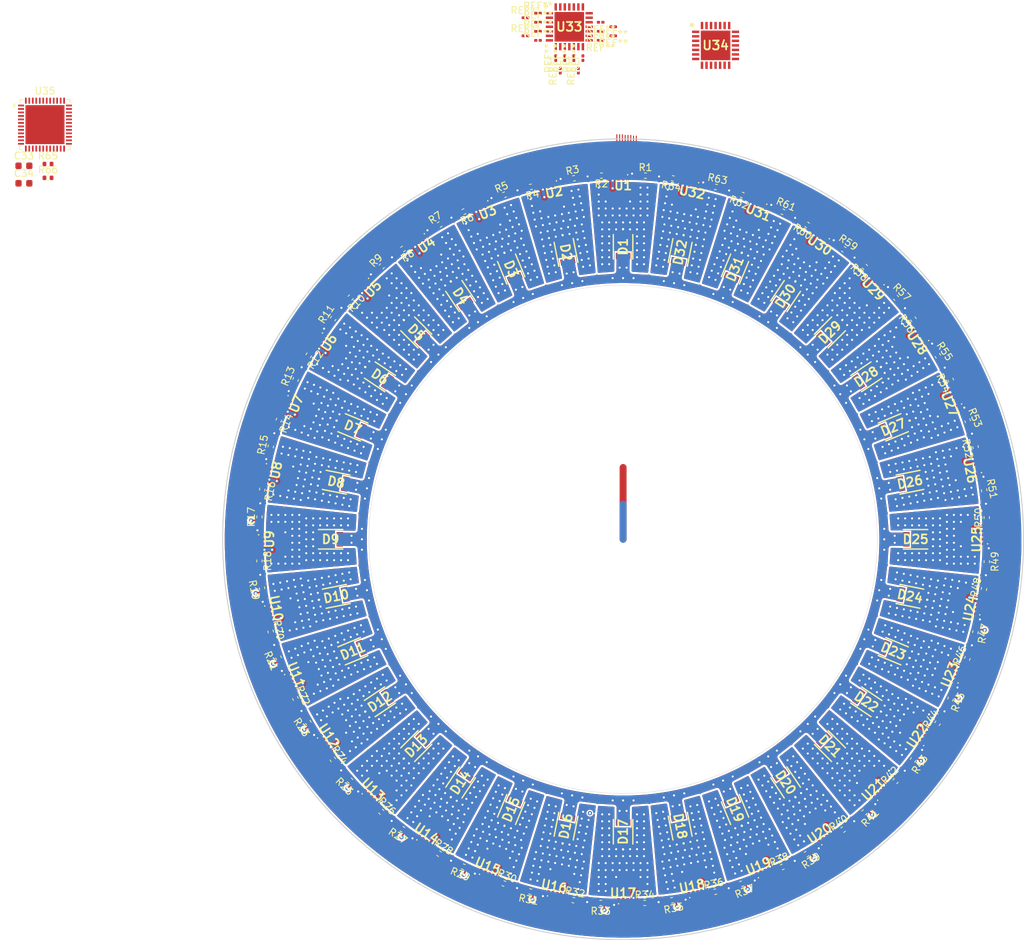
<source format=kicad_pcb>
(kicad_pcb (version 20241229) (generator "pcbnew") (generator_version "9.0")
  (layers (0 "F.Cu" signal) (4 "In1.Cu" signal) (6 "In2.Cu" signal) (2 "B.Cu" signal) (13 "F.Paste" user) (15 "B.Paste" user) (5 "F.SilkS" user "F.Silkscreen") (7 "B.SilkS" user "B.Silkscreen") (1 "F.Mask" user) (3 "B.Mask" user) (25 "Edge.Cuts" user))
  (net 0 "")
  (net 1 "+12V")
  (net 2 "GND")
  (net 3 "+3.3V")
  (net 4 "SDA")
  (net 8 "PWM3")
  (net 9 "PWM6")
  (net 10 "PWM8")
  (net 11 "PWM1")
  (net 12 "PWM10")
  (net 13 "PWM7")
  (net 14 "PWM16")
  (net 15 "PWM2")
  (net 16 "PWM5")
  (net 17 "PWM14")
  (net 18 "PWM13")
  (net 19 "/OUT1")
  (net 20 "PWM9")
  (net 21 "SCL")
  (net 22 "PWM4")
  (net 23 "PWM11")
  (net 24 "/REXT1")
  (net 25 "PWM12")
  (net 26 "PWM15")
  (net 27 "/OUT2")
  (net 28 "/OUT3")
  (net 29 "/OUT4")
  (net 30 "/OUT5")
  (net 31 "/OUT6")
  (net 32 "/OUT7")
  (net 33 "/OUT8")
  (net 34 "/OUT9")
  (net 35 "/OUT10")
  (net 36 "/OUT11")
  (net 37 "/OUT12")
  (net 38 "/OUT13")
  (net 39 "/OUT14")
  (net 40 "/OUT15")
  (net 41 "/OUT16")
  (net 42 "/OUT17")
  (net 43 "/OUT18")
  (net 44 "/OUT19")
  (net 45 "/OUT20")
  (net 46 "/OUT21")
  (net 47 "/OUT22")
  (net 48 "/OUT23")
  (net 49 "/OUT24")
  (net 50 "/OUT25")
  (net 51 "/OUT26")
  (net 52 "/OUT27")
  (net 53 "/OUT28")
  (net 54 "/OUT29")
  (net 55 "/OUT30")
  (net 56 "/OUT31")
  (net 57 "/OUT32")
  (net 58 "/REXT2")
  (net 59 "/REXT3")
  (net 60 "/REXT4")
  (net 61 "/REXT5")
  (net 62 "/REXT6")
  (net 63 "/REXT7")
  (net 64 "/REXT8")
  (net 65 "/REXT9")
  (net 66 "/REXT10")
  (net 67 "/REXT11")
  (net 68 "/REXT12")
  (net 69 "/REXT13")
  (net 70 "/REXT14")
  (net 71 "/REXT15")
  (net 72 "/REXT16")
  (net 73 "PWM17")
  (net 74 "/REXT17")
  (net 75 "PWM18")
  (net 76 "/REXT18")
  (net 77 "PWM19")
  (net 78 "/REXT19")
  (net 79 "PWM20")
  (net 80 "/REXT20")
  (net 81 "PWM21")
  (net 82 "/REXT21")
  (net 83 "PWM22")
  (net 84 "/REXT22")
  (net 85 "PWM23")
  (net 86 "/REXT23")
  (net 87 "PWM24")
  (net 88 "/REXT24")
  (net 89 "PWM25")
  (net 90 "/REXT25")
  (net 91 "PWM26")
  (net 92 "/REXT26")
  (net 93 "PWM27")
  (net 94 "/REXT27")
  (net 95 "PWM28")
  (net 96 "/REXT28")
  (net 97 "PWM29")
  (net 98 "/REXT29")
  (net 99 "PWM30")
  (net 100 "/REXT30")
  (net 101 "PWM31")
  (net 102 "/REXT31")
  (net 103 "PWM32")
  (net 104 "/REXT32")
  (net 198 "PWM_EN")
  (net 227 "Net-(U35-VSS-Pad32)")
  (net 259 "Net-(U33-LED0)")
  (net 260 "Net-(U33-LED1)")
  (net 261 "Net-(U33-LED2)")
  (net 262 "Net-(U33-LED3)")
  (net 263 "Net-(U33-LED4)")
  (net 264 "Net-(U33-LED5)")
  (net 265 "Net-(U33-LED6)")
  (net 266 "Net-(U33-LED7)")
  (net 267 "Net-(U33-LED8)")
  (net 268 "Net-(U33-LED9)")
  (net 269 "Net-(U33-LED10)")
  (net 270 "Net-(U33-LED11)")
  (net 271 "Net-(U33-LED12)")
  (net 272 "Net-(U33-LED13)")
  (net 273 "Net-(U33-LED14)")
  (net 274 "Net-(U33-LED15)")
  (net 275 "Net-(U34-LED0)")
  (net 276 "Net-(U34-LED1)")
  (net 277 "Net-(U34-LED2)")
  (net 278 "Net-(U34-LED3)")
  (net 279 "Net-(U34-LED4)")
  (net 280 "Net-(U34-LED5)")
  (net 281 "Net-(U34-LED6)")
  (net 282 "Net-(U34-LED7)")
  (net 283 "Net-(U34-LED8)")
  (net 284 "Net-(U34-LED9)")
  (net 285 "Net-(U34-LED10)")
  (net 286 "Net-(U34-LED11)")
  (net 287 "Net-(U34-LED12)")
  (net 288 "Net-(U34-LED13)")
  (net 289 "Net-(U34-LED14)")
  (net 290 "Net-(U34-LED15)")
  (footprint "Resistor_SMD:R_0402_1005Metric" (layer "F.Cu") (at 80.805071 134.655303 135)
    (property "Reference" "R25")
    (property "Value" "100k")
  )
  (footprint "Resistor_SMD:R_0201_0603Metric" (layer "F.Cu") (at 118.57725 27.71 180)
    (property "Reference" "REF**")
    (property "Value" "R_0201_0603Metric")
  )
  (footprint "Library:NCR321PASX" (layer "F.Cu") (at 100.563508 53.076159 -157.5)
    (property "Reference" "U3")
    (property "Value" "NCR321PASX" (hide yes))
  )
  (footprint "Resistor_SMD:R_0402_1005Metric" (layer "F.Cu") (at 127.137374 48.176662 168.75)
    (property "Reference" "R64")
    (property "Value" "9.09")
  )
  (footprint "Resistor_SMD:R_0402_1005Metric" (layer "F.Cu") (at 154.655303 139.194929 -135)
    (property "Reference" "R41")
    (property "Value" "100k")
  )
  (footprint "Library:GWJTLRS1EMLVL5XX531" (layer "F.Cu") (at 85.078276 123.33395 33.75)
    (property "Reference" "D12")
    (property "Value" "LED" (hide yes))
  )
  (footprint "Resistor_SMD:R_0201_0603Metric" (layer "F.Cu") (at 111.62725 30.91 90)
    (property "Reference" "REF**")
    (property "Value" "R_0201_0603Metric")
  )
  (footprint "Resistor_SMD:R_0402_1005Metric" (layer "F.Cu") (at 171.842847 92.960704 -78.75)
    (property "Reference" "R51")
    (property "Value" "100k")
  )
  (footprint "Resistor_SMD:R_0402_1005Metric" (layer "F.Cu") (at 97.050618 147.016575 157.5)
    (property "Reference" "R29")
    (property "Value" "100k")
  )
  (footprint "Resistor_SMD:R_0402_1005Metric" (layer "F.Cu") (at 133.237859 150.609876 11.25)
    (property "Reference" "R36")
    (property "Value" "9.09")
  )
  (footprint "Resistor_SMD:R_0402_1005Metric" (layer "F.Cu") (at 165.147167 126.426007 56.25)
    (property "Reference" "R44")
    (property "Value" "9.09")
  )
  (footprint "Library:NCR321PASX" (layer "F.Cu") (at 70.185916 109.908637 -78.75)
    (property "Reference" "U10")
    (property "Value" "NCR321PASX" (hide yes))
  )
  (footprint "Library:NCR321PASX" (layer "F.Cu") (at 73.076159 80.563508 -112.5)
    (property "Reference" "U7")
    (property "Value" "NCR321PASX" (hide yes))
  )
  (footprint "Resistor_SMD:R_0402_1005Metric" (layer "F.Cu") (at 151.597748 141.69152 33.75)
    (property "Reference" "R40")
    (property "Value" "9.09")
  )
  (footprint "Library:NCR321PASX" (layer "F.Cu") (at 100.563508 146.923841 -22.5)
    (property "Reference" "U15")
    (property "Value" "NCR321PASX" (hide yes))
  )
  (footprint "Resistor_SMD:R_0402_1005Metric" (layer "F.Cu") (at 93.573993 145.147167 -33.75)
    (property "Reference" "R28")
    (property "Value" "9.09")
  )
  (footprint "Library:GWJTLRS1EMLVL5XX531" (layer "F.Cu") (at 96.66605 134.921724 56.25)
    (property "Reference" "D14")
    (property "Value" "LED" (hide yes))
  )
  (footprint "Library:GWJTLRS1EMLVL5XX531" (layer "F.Cu") (at 136.072704 61.19706 -112.5)
    (property "Reference" "D31")
    (property "Value" "LED" (hide yes))
  )
  (footprint "Resistor_SMD:R_0402_1005Metric" (layer "F.Cu") (at 80.875782 65.273986 -135)
    (property "Reference" "R10")
    (property "Value" "9.09")
  )
  (footprint "Library:NCR321PASX" (layer "F.Cu") (at 120 49.21 180)
    (property "Reference" "U1")
    (property "Value" "NCR321PASX" (hide yes))
  )
  (footprint "Resistor_SMD:R_0402_1005Metric" (layer "F.Cu") (at 146.34286 145.202724 -146.25)
    (property "Reference" "R39")
    (property "Value" "100k")
  )
  (footprint "Library:GWJTLRS1EMLVL5XX531" (layer "F.Cu") (at 143.33395 134.921724 123.75)
    (property "Reference" "D20")
    (property "Value" "LED" (hide yes))
  )
  (footprint "Resistor_SMD:R_0402_1005Metric" (layer "F.Cu") (at 88.402252 58.30848 -146.25)
    (property "Reference" "R8")
    (property "Value" "9.09")
  )
  (footprint "Library:NCR321PASX" (layer "F.Cu") (at 77.769658 128.217412 -56.25)
    (property "Reference" "U12")
    (property "Value" "NCR321PASX" (hide yes))
  )
  (footprint "Library:GWJTLRS1EMLVL5XX531" (layer "F.Cu") (at 120 142 90)
    (property "Reference" "D17")
    (property "Value" "LED" (hide yes))
  )
  (footprint "Resistor_SMD:R_0402_1005Metric" (layer "F.Cu") (at 142.949382 52.983425 -22.5)
    (property "Reference" "R61")
    (property "Value" "100k")
  )
  (footprint "Capacitor_SMD:C_0603_1608Metric" (layer "F.Cu") (at 33.96 46.37)
    (property "Reference" "C33")
    (property "Value" "0.1uF")
  )
  (footprint "Library:NCR321PASX" (layer "F.Cu") (at 166.923841 119.436492 67.5)
    (property "Reference" "U23")
    (property "Value" "NCR321PASX" (hide yes))
  )
  (footprint "Library:QFN65P600X600X100-29N-D" (layer "F.Cu") (at 133.28 29.08)
    (property "Reference" "U34")
    (property "Value" "PCA9685BS,118" (hide yes))
  )
  (footprint "Library:GWJTLRS1EMLVL5XX531" (layer "F.Cu") (at 161.192982 108.193794 168.75)
    (property "Reference" "D24")
    (property "Value" "LED" (hide yes))
  )
  (footprint "Resistor_SMD:R_0402_1005Metric" (layer "F.Cu") (at 37.42 48.1)
    (property "Reference" "R66")
    (property "Value" "10k")
  )
  (footprint "Resistor_SMD:R_0402_1005Metric" (layer "F.Cu") (at 161.635963 131.680895 -123.75)
    (property "Reference" "R43")
    (property "Value" "100k")
  )
  (footprint "Library:NCR321PASX" (layer "F.Cu") (at 77.769658 71.782588 -123.75)
    (property "Reference" "U6")
    (property "Value" "NCR321PASX" (hide yes))
  )
  (footprint "Resistor_SMD:R_0402_1005Metric" (layer "F.Cu") (at 78.364037 68.319105 56.25)
    (property "Reference" "R11")
    (property "Value" "100k")
  )
  (footprint "Resistor_SMD:R_0201_0603Metric" (layer "F.Cu") (at 107.78225 28.36)
    (property "Reference" "REF**")
    (property "Value" "R_0201_0603Metric")
  )
  (footprint "Library:NCR321PASX" (layer "F.Cu") (at 155.913953 135.913953 45)
    (property "Reference" "U21")
    (property "Value" "NCR321PASX" (hide yes))
  )
  (footprint "Resistor_SMD:R_0201_0603Metric" (layer "F.Cu") (at 105.98225 27.71)
    (property "Reference" "REF**")
    (property "Value" "R_0201_0603Metric")
  )
  (footprint "Resistor_SMD:R_0402_1005Metric" (layer "F.Cu") (at 112.862626 151.823338 -11.25)
    (property "Reference" "R32")
    (property "Value" "9.09")
  )
  (footprint "Library:NCR321PASX" (layer "F.Cu") (at 91.782588 142.230342 -33.75)
    (property "Reference" "U14")
    (property "Value" "NCR321PASX" (hide yes))
  )
  (footprint "Library:GWJTLRS1EMLVL5XX531" (layer "F.Cu") (at 81.19706 83.927296 -22.5)
    (property "Reference" "D7")
    (property "Value" "LED" (hide yes))
  )
  (footprint "Resistor_SMD:R_0402_1005Metric" (layer "F.Cu") (at 161.69152 68.402252 123.75)
    (property "Reference" "R56")
    (property "Value" "9.09")
  )
  (footprint "Resistor_SMD:R_0402_1005Metric" (layer "F.Cu") (at 85.273986 139.124218 -45)
    (property "Reference" "R26")
    (property "Value" "9.09")
  )
  (footprint "Resistor_SMD:R_0402_1005Metric" (layer "F.Cu") (at 137.018076 149.473403 -157.5)
    (property "Reference" "R37")
    (property "Value" "100k")
  )
  (footprint "Resistor_SMD:R_0402_1005Metric" (layer "F.Cu") (at 172.22 96.89 90)
    (property "Reference" "R50")
    (property "Value" "9.09")
  )
  (footprint "Resistor_SMD:R_0402_1005Metric" (layer "F.Cu") (at 142.856994 147.054844 22.5)
    (property "Reference" "R38")
    (property "Value" "9.09")
  )
  (footprint "Resistor_SMD:R_0402_1005Metric" (layer "F.Cu") (at 146.426007 54.852833 146.25)
    (property "Reference" "R60")
    (property "Value" "9.09")
  )
  (footprint "Library:NCR321PASX" (layer "F.Cu") (at 162.230342 71.782588 123.75)
    (property "Reference" "U28")
    (property "Value" "NCR321PASX" (hide yes))
  )
  (footprint "Resistor_SMD:R_0402_1005Metric" (layer "F.Cu") (at 137.110463 50.564865 157.5)
    (property "Reference" "R62")
    (property "Value" "9.09")
  )
  (footprint "Resistor_SMD:R_0402_1005Metric" (layer "F.Cu") (at 167.016575 122.949382 -112.5)
    (property "Reference" "R45")
    (property "Value" "100k")
  )
  (footprint "Library:NCR321PASX" (layer "F.Cu") (at 148.217412 142.230342 33.75)
    (property "Reference" "U20")
    (property "Value" "NCR321PASX" (hide yes))
  )
  (footprint "Resistor_SMD:R_0402_1005Metric" (layer "F.Cu") (at 102.981924 50.526597 22.5)
    (property "Reference" "R5")
    (property "Value" "100k")
  )
  (footprint "Library:NCR321PASX" (layer "F.Cu") (at 84.086047 135.913953 -45)
    (property "Reference" "U13")
    (property "Value" "NCR321PASX" (hide yes))
  )
  (footprint "Resistor_SMD:R_0201_0603Metric" (layer "F.Cu") (at 107.78225 24.46)
    (property "Reference" "REF**")
    (property "Value" "R_0201_0603Metric")
  )
  (footprint "Library:NCR321PASX" (layer "F.Cu") (at 120 150.79)
    (property "Reference" "U17")
    (property "Value" "NCR321PASX" (hide yes))
  )
  (footprint "Library:GWJTLRS1EMLVL5XX531" (layer "F.Cu") (at 149.698485 70.301515 -135)
    (property "Reference" "D29")
    (property "Value" "LED" (hide yes))
  )
  (footprint "Library:NCR321PASX" (layer "F.Cu") (at 170.79 100 90)
    (property "Reference" "U25")
    (property "Value" "NCR321PASX" (hide yes))
  )
  (footprint "Library:GWJTLRS1EMLVL5XX531" (layer "F.Cu") (at 96.66605 65.078276 -56.25)
    (property "Reference" "D4")
    (property "Value" "LED" (hide yes))
  )
  (footprint "Library:GWJTLRS1EMLVL5XX531" (layer "F.Cu") (at 120 58 -90)
    (property "Reference" "D1")
    (property "Value" "LED" (hide yes))
  )
  (footprint "Library:GWJTLRS1EMLVL5XX531" (layer "F.Cu") (at 154.921724 123.33395 146.25)
    (property "Reference" "D22")
    (property "Value" "LED" (hide yes))
  )
  (footprint "Library:GWJTLRS1EMLVL5XX531" (layer "F.Cu") (at 78 100)
    (property "Reference" "D9")
    (property "Value" "LED" (hide yes))
  )
  (footprint "Library:GWJTLRS1EMLVL5XX531" (layer "F.Cu") (at 81.19706 116.072704 22.5)
    (property "Reference" "D11")
    (property "Value" "LED" (hide yes))
  )
  (footprint "Library:GWJTLRS1EMLVL5XX531" (layer "F.Cu") (at 90.301515 129.698485 45)
    (property "Reference" "D13")
    (property "Value" "LED" (hide yes))
  )
  (footprint "Resistor_SMD:R_0402_1005Metric" (layer "F.Cu") (at 37.42 46.11)
    (property "Reference" "R65")
    (property "Value" "10k")
  )
  (footprint "Library:GWJTLRS1EMLVL5XX531" (layer "F.Cu") (at 85.078276 76.66605 -33.75)
    (property "Reference" "D6")
    (property "Value" "LED" (hide yes))
  )
  (footprint "Library:NCR321PASX" (layer "F.Cu") (at 155.913953 64.086047 135)
    (property "Reference" "U29")
    (property "Value" "NCR321PASX" (hide yes))
  )
  (footprint "Resistor_SMD:R_0201_0603Metric" (layer "F.Cu") (at 112.92725 30.91 90)
    (property "Reference" "REF**")
    (property "Value" "R_0201_0603Metric")
  )
  (footprint "Library:NCR321PASX" (layer "F.Cu") (at 169.814084 90.091363 101.25)
    (property "Reference" "U26")
    (property "Value" "NCR321PASX" (hide yes))
  )
  (footprint "Resistor_SMD:R_0402_1005Metric" (layer "F.Cu") (at 169.473403 82.981924 -67.5)
    (property "Reference" "R53")
    (property "Value" "100k")
  )
  (footprint "Library:GWJTLRS1EMLVL5XX531" (layer "F.Cu") (at 136.072704 138.80294 112.5)
    (property "Reference" "D19")
    (property "Value" "LED" (hide yes))
  )
  (footprint "Resistor_SMD:R_0402_1005Metric" (layer "F.Cu") (at 67.78 103.11 -90)
    (property "Reference" "R18")
    (property "Value" "9.09")
  )
  (footprint "Resistor_SMD:R_0402_1005Metric" (layer "F.Cu") (at 72.983425 77.050618 67.5)
    (property "Reference" "R13")
    (property "Value" "100k")
  )
  (footprint "Resistor_SMD:R_0201_0603Metric" (layer "F.Cu") (at 107.78225 27.06)
    (property "Reference" "REF**")
    (property "Value" "R_0201_0603Metric")
  )
  (footprint "Library:GWJTLRS1EMLVL5XX531" (layer "F.Cu") (at 128.193794 58.807018 -101.25)
    (property "Reference" "D32")
    (property "Value" "LED" (hide yes))
  )
  (footprint "Resistor_SMD:R_0402_1005Metric" (layer "F.Cu") (at 68.176662 92.862626 -101.25)
    (property "Reference" "R16")
    (property "Value" "9.09")
  )
  (footprint "Resistor_SMD:R_0402_1005Metric" (layer "F.Cu") (at 85.344697 60.805071 45)
    (property "Reference" "R9")
    (property "Value" "100k")
  )
  (footprint "Resistor_SMD:R_0402_1005Metric" (layer "F.Cu") (at 169.435135 117.110463 67.5)
    (property "Reference" "R46")
    (property "Value" "9.09")
  )
  (footprint "Resistor_SMD:R_0402_1005Metric" (layer "F.Cu") (at 116.89 47.78 180)
    (property "Reference" "R2")
    (property "Value" "9.09")
  )
  (footprint "Library:GWJTLRS1EMLVL5XX531" (layer "F.Cu") (at 103.927296 61.19706 -67.5)
    (property "Reference" "D3")
    (property "Value" "LED" (hide yes))
  )
  (footprint "Resistor_SMD:R_0201_0603Metric" (layer "F.Cu") (at 107.78225 25.76)
    (property "Reference" "REF**")
    (property "Value" "R_0201_0603Metric")
  )
  (footprint "Resistor_SMD:R_0201_0603Metric" (layer "F.Cu") (at 114.22725 30.91 90)
    (property "Reference" "REF**")
    (property "Value" "R_0201_0603Metric")
  )
  (footprint "Resistor_SMD:R_0402_1005Metric" (layer "F.Cu") (at 159.194929 65.344697 -45)
    (property "Reference" "R57")
    (property "Value" "100k")
  )
  (footprint "Resistor_SMD:R_0402_1005Metric" (layer "F.Cu") (at 171.823338 107.137374 78.75)
    (property "Reference" "R48")
    (property "Value" "9.09")
  )
  (footprint "Resistor_SMD:R_0201_0603Metric" (layer "F.Cu") (at 110.32725 30.91 90)
    (property "Reference" "REF**")
    (property "Value" "R_0201_0603Metric")
  )
  (footprint "Resistor_SMD:R_0402_1005Metric" (layer "F.Cu") (at 106.664063 150.590367 168.75)
    (property "Reference" "R31")
    (property "Value" "100k")
  )
  (footprint "Library:GWJTLRS1EMLVL5XX531" (layer "F.Cu") (at 128.193794 141.192982 101.25)
    (property "Reference" "D18")
    (property "Value" "LED" (hide yes))
  )
  (footprint "Resistor_SMD:R_0402_1005Metric" (layer "F.Cu") (at 170.590367 113.335937 -101.25)
    (property "Reference" "R47")
    (property "Value" "100k")
  )
  (footprint "Resistor_SMD:R_0402_1005Metric" (layer "F.Cu") (at 123.21 47.78)
    (property "Reference" "R1")
    (property "Value" "100k")
  )
  (footprint "Library:NCR321PASX" (layer "F.Cu") (at 139.436492 53.076159 157.5)
    (property "Reference" "U31")
    (property "Value" "NCR321PASX" (hide yes))
  )
  (footprint "Resistor_SMD:R_0402_1005Metric" (layer "F.Cu") (at 68.157153 107.039296 101.25)
    (property "Reference" "R19")
    (property "Value" "100k")
  )
  (footprint "Library:NCR321PASX" (layer "F.Cu") (at 110.091363 149.814084 -11.25)
    (property "Reference" "U16")
    (property "Value" "NCR321PASX" (hide yes))
  )
  (footprint "Package_DFN_QFN:QFN-48-1EP_7x7mm_P0.5mm_EP5.6x5.6mm" (layer "F.Cu") (at 36.985 40.46)
    (property "Reference" "U35")
    (property "Value" "STM32WB50CGUx")
  )
  (footprint "Library:NCR321PASX" (layer "F.Cu") (at 169.814084 109.908637 78.75)
    (property "Reference" "U24")
    (property "Value" "NCR321PASX" (hide yes))
  )
  (footprint "Resistor_SMD:R_0402_1005Metric" (layer "F.Cu") (at 159.124218 134.726014 45)
    (property "Reference" "R42")
    (property "Value" "9.09")
  )
  (footprint "Resistor_SMD:R_0201_0603Metric" (layer "F.Cu") (at 105.98225 25.11)
    (property "Reference" "REF**")
    (property "Value" "R_0201_0603Metric")
  )
  (footprint "Resistor_SMD:R_0402_1005Metric" (layer "F.Cu") (at 69.390124 113.237859 -78.75)
    (property "Reference" "R20")
    (property "Value" "9.09")
  )
  (footprint "Library:NCR321PASX" (layer "F.Cu") (at 110.091363 50.185916 -168.75)
    (property "Reference" "U2")
    (property "Value" "NCR321PASX" (hide yes))
  )
  (footprint "Resistor_SMD:R_0402_1005Metric" (layer "F.Cu") (at 167.054844 77.143006 112.5)
    (property "Reference" "R54")
    (property "Value" "9.09")
  )
  (footprint "Library:GWJTLRS1EMLVL5XX531" (layer "F.Cu") (at 111.806206 141.192982 78.75)
    (property "Reference" "D16")
    (property "Value" "LED" (hide yes))
  )
  (footprint "Library:NCR321PASX" (layer "F.Cu") (at 70.185916 90.091363 -101.25)
    (property "Reference" "U8")
    (property "Value" "NCR321PASX" (hide yes))
  )
  (footprint "Library:GWJTLRS1EMLVL5XX531" (layer "F.Cu") (at 161.192982 91.806206 -168.75)
    (property "Reference" "D26")
    (property "Value" "LED" (hide yes))
  )
  (footprint "Resistor_SMD:R_0402_1005Metric" (layer "F.Cu") (at 112.960704 48.157153 11.25)
    (property "Reference" "R3")
    (property "Value" "100k")
  )
  (footprint "Library:NCR321PASX" (layer "F.Cu") (at 91.782588 57.769658 -146.25)
    (property "Reference" "U4")
    (property "Value" "NCR321PASX" (hide yes))
  )
  (footprint "Resistor_SMD:R_0402_1005Metric" (layer "F.Cu") (at 106.762141 49.390124 -168.75)
    (property "Reference" "R4")
    (property "Value" "9.09")
  )
  (footprint "Library:NCR321PASX" (layer "F.Cu") (at 166.923841 80.563508 112.5)
    (property "Reference" "U27")
    (property "Value" "NCR321PASX" (hide yes))
  )
  (footprint "Resistor_SMD:R_0402_1005Metric" (layer "F.Cu") (at 151.680895 58.364037 -33.75)
    (property "Reference" "R59")
    (property "Value" "100k")
  )
  (footprint "Library:NCR321PASX" (layer "F.Cu") (at 69.21 100 -90)
    (property "Reference" "U9")
    (property "Value" "NCR321PASX" (hide yes))
  )
  (footprint "Resistor_SMD:R_0402_1005Metric" (layer "F.Cu") (at 74.852833 73.573993 -123.75)
    (property "Reference" "R12")
    (property "Value" "9.09")
  )
  (footprint "Resistor_SMD:R_0402_1005Metric" (layer "F.Cu") (at 165.202724 73.65714 -56.25)
    (property "Reference" "R55")
    (property "Value" "100k")
  )
  (footprint "Library:NCR321PASX" (layer "F.Cu") (at 84.086047 64.086047 -135)
    (property "Reference" "U5")
    (property "Value" "NCR321PASX" (hide yes))
  )
  (footprint "Library:GWJTLRS1EMLVL5XX531" (layer "F.Cu") (at 103.927296 138.80294 67.5)
    (property "Reference" "D15")
    (property "Value" "LED" (hide yes))
  )
  (footprint "Library:GWJTLRS1EMLVL5XX531" (layer "F.Cu") (at 90.301515 70.301515 -45)
    (property "Reference" "D5")
    (property "Value" "LED" (hide yes))
  )
  (footprint "Resistor_SMD:R_0402_1005Metric" (layer "F.Cu") (at 170.609876 86.762141 101.25)
    (property "Reference" "R52")
    (property "Value" "9.09")
  )
  (footprint "Resistor_SMD:R_0402_1005Metric" (layer "F.Cu") (at 70.526597 117.018076 112.5)
    (property "Reference" "R21")
    (property "Value" "100k")
  )
  (footprint "Resistor_SMD:R_0402_1005Metric" (layer "F.Cu") (at 67.78 96.79 90)
    (property "Reference" "R17")
    (property "Value" "100k")
  )
  (footprint "Library:NCR321PASX" (layer "F.Cu") (at 129.908637 149.814084 11.25)
    (property "Reference" "U18")
    (property "Value" "NCR321PASX" (hide yes))
  )
  (footprint "Library:NCR321PASX" (layer "F.Cu") (at 148.217412 57.769658 146.25)
    (property "Reference" "U30")
    (property "Value" "NCR321PASX" (hide yes))
  )
  (footprint "Library:GWJTLRS1EMLVL5XX531" (layer "F.Cu") (at 162 100 180)
    (property "Reference" "D25")
    (property "Value" "LED" (hide yes))
  )
  (footprint "Resistor_SMD:R_0402_1005Metric" (layer "F.Cu") (at 88.319105 141.635963 146.25)
    (property "Reference" "R27")
    (property "Value" "100k")
  )
  (footprint "Library:GWJTLRS1EMLVL5XX531" (layer "F.Cu") (at 149.698485 129.698485 135)
    (property "Reference" "D21")
    (property "Value" "LED" (hide yes))
  )
  (footprint "Resistor_SMD:R_0201_0603Metric" (layer "F.Cu") (at 116.77725 27.06 180)
    (property "Reference" "REF**")
    (property "Value" "R_0201_0603Metric")
  )
  (footprint "Resistor_SMD:R_0402_1005Metric" (layer "F.Cu") (at 154.726014 60.875782 135)
    (property "Reference" "R58")
    (property "Value" "9.09")
  )
  (footprint "Library:GWJTLRS1EMLVL5XX531" (layer "F.Cu") (at 158.80294 83.927296 -157.5)
    (property "Reference" "D27")
    (property "Value" "LED" (hide yes))
  )
  (footprint "Library:NCR321PASX" (layer "F.Cu") (at 129.908637 50.185916 168.75)
    (property "Reference" "U32")
    (property "Value" "NCR321PASX" (hide yes))
  )
  (footprint "Resistor_SMD:R_0402_1005Metric" (layer "F.Cu") (at 93.65714 54.797276 33.75)
    (property "Reference" "R7")
    (property "Value" "100k")
  )
  (footprint "Library:GWJTLRS1EMLVL5XX531" (layer "F.Cu") (at 78.807018 91.806206 -11.25)
    (property "Reference" "D8")
    (property "Value" "LED" (hide yes))
  )
  (footprint "Resistor_SMD:R_0402_1005Metric" (layer "F.Cu") (at 72.945156 122.856994 -67.5)
    (property "Reference" "R22")
    (property "Value" "9.09")
  )
  (footprint "Resistor_SMD:R_0402_1005Metric" (layer "F.Cu") (at 172.22 103.21 -90)
    (property "Reference" "R49")
    (property "Value" "100k")
  )
  (footprint "Resistor_SMD:R_0402_1005Metric" (layer "F.Cu") (at 69.409633 86.664063 78.75)
    (property "Reference" "R15")
    (property "Value" "100k")
  )
  (footprint "Resistor_SMD:R_0402_1005Metric" (layer "F.Cu") (at 78.30848 131.597748 -56.25)
    (property "Reference" "R24")
    (property "Value" "9.09")
  )
  (footprint "Resistor_SMD:R_0402_1005Metric" (layer "F.Cu") (at 70.564865 82.889537 -112.5)
    (property "Reference" "R14")
    (property "Value" "9.09")
  )
  (footprint "Library:GWJTLRS1EMLVL5XX531" (layer "F.Cu") (at 78.807018 108.193794 11.25)
    (property "Reference" "D10")
    (property "Value" "LED" (hide yes))
  )
  (footprint "Library:GWJTLRS1EMLVL5XX531" (layer "F.Cu") (at 158.80294 116.072704 157.5)
    (property "Reference" "D23")
    (property "Value" "LED" (hide yes))
  )
  (footprint "Library:NCR321PASX" (layer "F.Cu") (at 139.436492 146.923841 22.5)
    (property "Reference" "U19")
    (property "Value" "NCR321PASX" (hide yes))
  )
  (footprint "Library:GWJTLRS1EMLVL5XX531" (layer "F.Cu") (at 154.921724 76.66605 -146.25)
    (property "Reference" "D28")
    (property "Value" "LED" (hide yes))
  )
  (footprint "Resistor_SMD:R_0201_0603Metric" (layer "F.Cu") (at 116.77725 25.76 180)
    (property "Reference" "REF**")
    (property "Value" "R_0201_0603Metric")
  )
  (footprint "Library:GWJTLRS1EMLVL5XX531" (layer "F.Cu") (at 143.33395 65.078276 -123.75)
    (property "Reference" "D30")
    (property "Value" "LED" (hide yes))
  )
  (footprint "Resistor_SMD:R_0402_1005Metric" (layer "F.Cu") (at 116.79 152.22 180)
    (property "Reference" "R33")
    (property "Value" "100k")
  )
  (footprint "Resistor_SMD:R_0402_1005Metric" (layer "F.Cu") (at 133.335937 49.409633 -11.25)
    (property "Reference" "R63")
    (property "Value" "100k")
  )
  (footprint "Resistor_SMD:R_0402_1005Metric" (layer "F.Cu") (at 127.039296 151.842847 -168.75)
    (property "Reference" "R35")
    (property "Value" "100k")
  )
  (footprint "Resistor_SMD:R_0201_0603Metric" (layer "F.Cu") (at 116.77725 28.36 180)
    (property "Reference" "REF**")
    (property "Value" "R_0201_0603Metric")
  )
  (footprint "Resistor_SMD:R_0201_0603Metric" (layer "F.Cu") (at 110.97725 32.71 90)
    (property "Reference" "REF**")
    (property "Value" "R_0201_0603Metric")
  )
  (footprint "Resistor_SMD:R_0201_0603Metric" (layer "F.Cu") (at 118.57725 26.41 180)
    (property "Reference" "REF**")
    (property "Value" "R_0201_0603Metric")
  )
  (footprint "Library:NCR321PASX" (layer "F.Cu") (at 162.230342 128.217412 56.25)
    (property "Reference" "U22")
    (property "Value" "NCR321PASX" (hide yes))
  )
  (footprint "Resistor_SMD:R_0402_1005Metric" (layer "F.Cu") (at 74.797276 126.34286 123.75)
    (property "Reference" "R23")
    (property "Value" "100k")
  )
  (footprint "Library:GWJTLRS1EMLVL5XX531" (layer "F.Cu") (at 111.806206 58.807018 -78.75)
    (property "Reference" "D2")
    (property "Value" "LED" (hide yes))
  )
  (footprint "Resistor_SMD:R_0402_1005Metric" (layer "F.Cu") (at 97.143006 52.945156 -157.5)
    (property "Reference" "R6")
    (property "Value" "9.09")
  )
  (footprint "Library:NCR321PASX" (layer "F.Cu") (at 73.076159 119.436492 -67.5)
    (property "Reference" "U11")
    (property "Value" "NCR321PASX" (hide yes))
  )
  (footprint "Library:QFN65P600X600X100-29N-D" (layer "F.Cu") (at 112.27725 26.41)
    (property "Reference" "U33")
    (property "Value" "PCA9685BS,118" (hide yes))
  )
  (footprint "Resistor_SMD:R_0402_1005Metric" (layer "F.Cu") (at 102.889537 149.435135 -22.5)
    (property "Reference" "R30")
    (property "Value" "9.09")
  )
  (footprint "Resistor_SMD:R_0201_0603Metric" (layer "F.Cu") (at 113.57725 32.71 90)
    (property "Reference" "REF**")
    (property "Value" "R_0201_0603Metric")
  )
  (footprint "Capacitor_SMD:C_0603_1608Metric" (layer "F.Cu") (at 33.96 48.88)
    (property "Reference" "C34")
    (property "Value" "0.1uF")
  )
  (footprint "Resistor_SMD:R_0402_1005Metric" (layer "F.Cu") (at 123.11 152.22)
    (property "Reference" "R34")
    (property "Value" "9.09")
  )
  (gr_arc (start 128.8 44.2) (mid 159.447605 59.565282) (end 175.56551 89.823847) (stroke (width 0.15)) (layer "F.Cu") (net 91))
  (gr_arc (start 167.081324 70.580535) (mid 166.204472 72.066698) (end 164.93 73.23) (stroke (width 0.2)) (layer "F.Cu") (net 95))
  (gr_arc (start 128.6 46.2) (mid 140.938062 49.700919) (end 152.11591 55.988997) (stroke (width 0.15)) (layer "F.Cu") (net 99))
  (gr_arc (start 172.224186 79.807004) (mid 170.988391 81.426252) (end 169.27 82.52) (stroke (width 0.2)) (layer "F.Cu") (net 93))
  (gr_arc (start 112.427186 48.157391) (mid 112.434432 47.324978) (end 112.5956 46.508284) (stroke (width 0.15)) (layer "F.Cu") (net 15))
  (gr_arc (start 142.895883 51.100545) (mid 142.754266 51.945272) (end 142.49 52.76) (stroke (width 0.2)) (layer "F.Cu") (net 101))
  (gr_line (start 120 100) (end 120 89.69) (stroke (width 1)) (layer "F.Cu"))
  (gr_arc (start 84.002644 57.759262) (mid 98.629357 48.780427) (end 115.3 44.7) (stroke (width 0.15)) (layer "F.Cu") (net 16))
  (gr_arc (start 128.8 45.2) (mid 150.683341 53.75054) (end 167.068523 70.588538) (stroke (width 0.15)) (layer "F.Cu") (net 95))
  (gr_arc (start 72.788005 77.514728) (mid 70.867569 75.551511) (end 70.46576 72.834739) (stroke (width 0.15)) (layer "F.Cu") (net 13))
  (gr_arc (start 93.186506 55.092751) (mid 92.708715 53.721763) (end 92.692138 52.27) (stroke (width 0.15)) (layer "F.Cu") (net 22))
  (gr_arc (start 160.280343 62.560104) (mid 159.70808 63.853454) (end 158.84 64.97) (stroke (width 0.2)) (layer "F.Cu") (net 97))
  (gr_arc (start 78.119989 68.688068) (mid 76.801646 66.902409) (end 76.525967 64.7) (stroke (width 0.15)) (layer "F.Cu") (net 9))
  (gr_arc (start 128.7 45.7) (mid 145.900314 51.488623) (end 160.279863 62.560547) (stroke (width 0.15)) (layer "F.Cu") (net 97))
  (gr_arc (start 128 46.6) (mid 135.611221 48.310061) (end 142.896598 51.09902) (stroke (width 0.15)) (layer "F.Cu") (net 101))
  (gr_arc (start 102.419473 50.750357) (mid 102.216609 49.607244) (end 102.309595 48.45) (stroke (width 0.15)) (layer "F.Cu") (net 8))
  (gr_arc (start 128.8 44.7) (mid 155.202183 56.453056) (end 172.227577 79.80569) (stroke (width 0.15)) (layer "F.Cu") (net 93))
  (gr_arc (start 76.519176 64.694494) (mid 94.351749 50.208157) (end 116.5 44.1) (stroke (width 0.15)) (layer "F.Cu") (net 9))
  (gr_arc (start 152.122162 55.980428) (mid 151.793742 57.067572) (end 151.26 58.07) (stroke (width 0.2)) (layer "F.Cu") (net 99))
  (gr_arc (start 92.695652 52.266049) (mid 103.661269 47.490956) (end 115.4 45.2) (stroke (width 0.15)) (layer "F.Cu") (net 22))
  (gr_arc (start 70.474875 72.806213) (mid 89.73298 52.286578) (end 116.5 43.6) (stroke (width 0.15)) (layer "F.Cu") (net 13))
  (gr_arc (start 132.947155 48.099773) (mid 132.924259 48.697649) (end 132.84 49.29) (stroke (width 0.2)) (layer "F.Cu") (net 103))
  (gr_arc (start 112.5956 46.508284) (mid 114.045036 46.327525) (end 115.498832 46.186042) (stroke (width 0.15)) (layer "F.Cu") (net 15))
  (gr_arc (start 66.16018 81.265958) (mid 85.559852 54.572198) (end 116.5 43.1) (stroke (width 0.15)) (layer "F.Cu") (net 10))
  (gr_arc (start 69.315617 87.150689) (mid 66.504227 84.872608) (end 66.165416 81.270002) (stroke (width 0.15)) (layer "F.Cu") (net 10))
  (gr_arc (start 124.109436 46.667319) (mid 128.558317 47.198319) (end 132.947154 48.099773) (stroke (width 0.15)) (layer "F.Cu") (net 103))
  (gr_arc (start 102.311707 48.456094) (mid 108.770974 46.674969) (end 115.4 45.7) (stroke (width 0.15)) (layer "F.Cu") (net 8))
  (gr_arc (start 124.421427 43.181661) (mid 161.896517 61.366407) (end 176.989794 100.189858) (stroke (width 0.15)) (layer "F.Cu") (net 89))
  (gr_arc (start 84.995378 61.14884) (mid 84.146208 59.557688) (end 84.000707 57.76) (stroke (width 0.15)) (layer "F.Cu") (net 16))
  (gr_arc (start 176.989794 100.189858) (mid 174.912659 102.02708) (end 172.22 102.69) (stroke (width 0.2)) (layer "F.Cu") (net 89))
  (gr_arc (start 175.564737 89.823987) (mid 173.941333 91.539896) (end 171.77 92.47) (stroke (width 0.2)) (layer "F.Cu") (net 91))
  (gr_circle (center 120 100) (end 177.5 100) (stroke (width 0.15)) (fill no) (layer "Edge.Cuts"))
  (gr_circle (center 120 100) (end 156.5 100) (stroke (width 0.05)) (fill no) (layer "Edge.Cuts"))
  (segment (start 120 100) (end 120 94.96) (width 1) (layer "B.Cu") (net 0))
  (via (at 112.88187 61.651829) (size 0.6) (drill 0.3) (layers "F.Cu" "B.Cu") (net 1))
  (via (at 139.586679 67.986534) (size 0.6) (drill 0.3) (layers "F.Cu" "B.Cu") (net 1))
  (via (at 132.964809 64.780492) (size 0.6) (drill 0.3) (layers "F.Cu" "B.Cu") (net 1))
  (via (at 99.166116 68.81989) (size 0.6) (drill 0.3) (layers "F.Cu" "B.Cu") (net 1))
  (via (at 87.2949 78.748496) (size 0.6) (drill 0.3) (layers "F.Cu" "B.Cu") (net 1))
  (via (at 87.986534 80.413321) (size 0.6) (drill 0.3) (layers "F.Cu" "B.Cu") (net 1))
  (via (at 111.212935 63.513187) (size 0.6) (drill 0.3) (layers "F.Cu" "B.Cu") (net 1))
  (via (at 152.14953 122.082974) (size 0.6) (drill 0.3) (layers "F.Cu" "B.Cu") (net 1))
  (via (at 111.212935 136.486813) (size 0.6) (drill 0.3) (layers "F.Cu" "B.Cu") (net 1))
  (via (at 147.223611 127.930718) (size 0.6) (drill 0.3) (layers "F.Cu" "B.Cu") (net 1))
  (via (at 81 100.5) (size 0.6) (drill 0.3) (layers "F.Cu" "B.Cu") (net 1))
  (via (at 82.927917 94.155291) (size 0.6) (drill 0.3) (layers "F.Cu" "B.Cu") (net 1))
  (via (at 156.486813 108.787065) (size 0.6) (drill 0.3) (layers "F.Cu" "B.Cu") (net 1))
  (via (at 120.5 61) (size 0.6) (drill 0.3) (layers "F.Cu" "B.Cu") (net 1))
  (via (at 142.082974 132.14953) (size 0.6) (drill 0.3) (layers "F.Cu" "B.Cu") (net 1))
  (via (at 147.930718 72.776389) (size 0.6) (drill 0.3) (layers "F.Cu" "B.Cu") (net 1))
  (via (at 157.5 98.5) (size 0.6) (drill 0.3) (layers "F.Cu" "B.Cu") (net 1))
  (via (at 135.736448 134.071457) (size 0.6) (drill 0.3) (layers "F.Cu" "B.Cu") (net 1))
  (via (at 81.846919 108.098915) (size 0.6) (drill 0.3) (layers "F.Cu" "B.Cu") (net 1))
  (via (at 100.413321 67.986534) (size 0.6) (drill 0.3) (layers "F.Cu" "B.Cu") (net 1))
  (via (at 105.537286 136.222643) (size 0.6) (drill 0.3) (layers "F.Cu" "B.Cu") (net 1))
  (via (at 84.780492 112.964809) (size 0.6) (drill 0.3) (layers "F.Cu" "B.Cu") (net 1))
  (via (at 111.901085 61.846919) (size 0.6) (drill 0.3) (layers "F.Cu" "B.Cu") (net 1))
  (via (at 152.013466 80.413321) (size 0.6) (drill 0.3) (layers "F.Cu" "B.Cu") (net 1))
  (via (at 140.833884 131.18011) (size 0.6) (drill 0.3) (layers "F.Cu" "B.Cu") (net 1))
  (via (at 118.5 62.5) (size 0.6) (drill 0.3) (layers "F.Cu" "B.Cu") (net 1))
  (via (at 81.651829 92.88187) (size 0.6) (drill 0.3) (layers "F.Cu" "B.Cu") (net 1))
  (via (at 104.613406 135.83996) (size 0.6) (drill 0.3) (layers "F.Cu" "B.Cu") (net 1))
  (via (at 84.16004 115.386594) (size 0.6) (drill 0.3) (layers "F.Cu" "B.Cu") (net 1))
  (via (at 93.483496 73.483496) (size 0.6) (drill 0.3) (layers "F.Cu" "B.Cu") (net 1))
  (via (at 100.413321 132.013466) (size 0.6) (drill 0.3) (layers "F.Cu" "B.Cu") (net 1))
  (via (at 92.776389 127.930718) (size 0.6) (drill 0.3) (layers "F.Cu" "B.Cu") (net 1))
  (via (at 82.5 98.5) (size 0.6) (drill 0.3) (layers "F.Cu" "B.Cu") (net 1))
  (via (at 134.350629 134.645482) (size 0.6) (drill 0.3) (layers "F.Cu" "B.Cu") (net 1))
  (via (at 81.846919 91.901085) (size 0.6) (drill 0.3) (layers "F.Cu" "B.Cu") (net 1))
  (via (at 147.577164 74.544156) (size 0.6) (drill 0.3) (layers "F.Cu" "B.Cu") (net 1))
  (via (at 88.81989 120.833884) (size 0.6) (drill 0.3) (layers "F.Cu" "B.Cu") (net 1))
  (via (at 83.777357 114.462714) (size 0.6) (drill 0.3) (layers "F.Cu" "B.Cu") (net 1))
  (via (at 145.455844 127.577164) (size 0.6) (drill 0.3) (layers "F.Cu" "B.Cu") (net 1))
  (via (at 142.081088 130.346755) (size 0.6) (drill 0.3) (layers "F.Cu" "B.Cu") (net 1))
  (via (at 99.166116 131.18011) (size 0.6) (drill 0.3) (layers "F.Cu" "B.Cu") (net 1))
  (via (at 89.653245 77.918912) (size 0.6) (drill 0.3) (layers "F.Cu" "B.Cu") (net 1))
  (via (at 156.486813 91.212935) (size 0.6) (drill 0.3) (layers "F.Cu" "B.Cu") (net 1))
  (via (at 81 99.5) (size 0.6) (drill 0.3) (layers "F.Cu" "B.Cu") (net 1))
  (via (at 118.5 137.5) (size 0.6) (drill 0.3) (layers "F.Cu" "B.Cu") (net 1))
  (via (at 84.16004 84.613406) (size 0.6) (drill 0.3) (layers "F.Cu" "B.Cu") (net 1))
  (via (at 134.350629 65.354518) (size 0.6) (drill 0.3) (layers "F.Cu" "B.Cu") (net 1))
  (via (at 97.918912 130.346755) (size 0.6) (drill 0.3) (layers "F.Cu" "B.Cu") (net 1))
  (via (at 87.986534 119.586679) (size 0.6) (drill 0.3) (layers "F.Cu" "B.Cu") (net 1))
  (via (at 94.544156 72.422836) (size 0.6) (drill 0.3) (layers "F.Cu" "B.Cu") (net 1))
  (via (at 154.645482 114.350629) (size 0.6) (drill 0.3) (layers "F.Cu" "B.Cu") (net 1))
  (via (at 155.219508 112.964809) (size 0.6) (drill 0.3) (layers "F.Cu" "B.Cu") (net 1))
  (via (at 82.5 100) (size 0.6) (drill 0.3) (layers "F.Cu" "B.Cu") (net 1))
  (via (at 156.222643 114.462714) (size 0.6) (drill 0.3) (layers "F.Cu" "B.Cu") (net 1))
  (via (at 156.779448 92.684113) (size 0.6) (drill 0.3) (layers "F.Cu" "B.Cu") (net 1))
  (via (at 97.917026 132.14953) (size 0.6) (drill 0.3) (layers "F.Cu" "B.Cu") (net 1))
  (via (at 155.83996 84.613406) (size 0.6) (drill 0.3) (layers "F.Cu" "B.Cu") (net 1))
  (via (at 85.354518 114.350629) (size 0.6) (drill 0.3) (layers "F.Cu" "B.Cu") (net 1))
  (via (at 92.422836 125.455844) (size 0.6) (drill 0.3) (layers "F.Cu" "B.Cu") (net 1))
  (via (at 128.098915 138.153081) (size 0.6) (drill 0.3) (layers "F.Cu" "B.Cu") (net 1))
  (via (at 152.7051 78.748496) (size 0.6) (drill 0.3) (layers "F.Cu" "B.Cu") (net 1))
  (via (at 141.251504 67.2949) (size 0.6) (drill 0.3) (layers "F.Cu" "B.Cu") (net 1))
  (via (at 85.354518 85.649371) (size 0.6) (drill 0.3) (layers "F.Cu" "B.Cu") (net 1))
  (via (at 84.780492 87.035191) (size 0.6) (drill 0.3) (layers "F.Cu" "B.Cu") (net 1))
  (via (at 156.779448 107.315887) (size 0.6) (drill 0.3) (layers "F.Cu" "B.Cu") (net 1))
  (via (at 83.220552 107.315887) (size 0.6) (drill 0.3) (layers "F.Cu" "B.Cu") (net 1))
  (via (at 104.263552 65.928543) (size 0.6) (drill 0.3) (layers "F.Cu" "B.Cu") (net 1))
  (via (at 93.483496 126.516504) (size 0.6) (drill 0.3) (layers "F.Cu" "B.Cu") (net 1))
  (via (at 128.098915 61.846919) (size 0.6) (drill 0.3) (layers "F.Cu" "B.Cu") (net 1))
  (via (at 83.513187 108.787065) (size 0.6) (drill 0.3) (layers "F.Cu" "B.Cu") (net 1))
  (via (at 159 99.5) (size 0.6) (drill 0.3) (layers "F.Cu" "B.Cu") (net 1))
  (via (at 112.684113 136.779448) (size 0.6) (drill 0.3) (layers "F.Cu" "B.Cu") (net 1))
  (via (at 114.155291 62.927917) (size 0.6) (drill 0.3) (layers "F.Cu" "B.Cu") (net 1))
  (via (at 85.928543 115.736448) (size 0.6) (drill 0.3) (layers "F.Cu" "B.Cu") (net 1))
  (via (at 157.072083 105.844709) (size 0.6) (drill 0.3) (layers "F.Cu" "B.Cu") (net 1))
  (via (at 127.315887 63.220552) (size 0.6) (drill 0.3) (layers "F.Cu" "B.Cu") (net 1))
  (via (at 154.645482 85.649371) (size 0.6) (drill 0.3) (layers "F.Cu" "B.Cu") (net 1))
  (via (at 120.5 139) (size 0.6) (drill 0.3) (layers "F.Cu" "B.Cu") (net 1))
  (via (at 107.035191 135.219508) (size 0.6) (drill 0.3) (layers "F.Cu" "B.Cu") (net 1))
  (via (at 147.577164 125.455844) (size 0.6) (drill 0.3) (layers "F.Cu" "B.Cu") (net 1))
  (via (at 135.736448 65.928543) (size 0.6) (drill 0.3) (layers "F.Cu" "B.Cu") (net 1))
  (via (at 150.346755 122.081088) (size 0.6) (drill 0.3) (layers "F.Cu" "B.Cu") (net 1))
  (via (at 92.069282 127.223611) (size 0.6) (drill 0.3) (layers "F.Cu" "B.Cu") (net 1))
  (via (at 87.85047 122.082974) (size 0.6) (drill 0.3) (layers "F.Cu" "B.Cu") (net 1))
  (via (at 145.455844 72.422836) (size 0.6) (drill 0.3) (layers "F.Cu" "B.Cu") (net 1))
  (via (at 120 62.5) (size 0.6) (drill 0.3) (layers "F.Cu" "B.Cu") (net 1))
  (via (at 128.787065 136.486813) (size 0.6) (drill 0.3) (layers "F.Cu" "B.Cu") (net 1))
  (via (at 159 100.5) (size 0.6) (drill 0.3) (layers "F.Cu" "B.Cu") (net 1))
  (via (at 92.069282 72.776389) (size 0.6) (drill 0.3) (layers "F.Cu" "B.Cu") (net 1))
  (via (at 154.071457 84.263552) (size 0.6) (drill 0.3) (layers "F.Cu" "B.Cu") (net 1))
  (via (at 154.071457 115.736448) (size 0.6) (drill 0.3) (layers "F.Cu" "B.Cu") (net 1))
  (via (at 82.5 101.5) (size 0.6) (drill 0.3) (layers "F.Cu" "B.Cu") (net 1))
  (via (at 152.14953 77.917026) (size 0.6) (drill 0.3) (layers "F.Cu" "B.Cu") (net 1))
  (via (at 146.516504 126.516504) (size 0.6) (drill 0.3) (layers "F.Cu" "B.Cu") (net 1))
  (via (at 146.516504 73.483496) (size 0.6) (drill 0.3) (layers "F.Cu" "B.Cu") (net 1))
  (via (at 121.5 62.5) (size 0.6) (drill 0.3) (layers "F.Cu" "B.Cu") (net 1))
  (via (at 142.081088 69.653245) (size 0.6) (drill 0.3) (layers "F.Cu" "B.Cu") (net 1))
  (via (at 155.219508 87.035191) (size 0.6) (drill 0.3) (layers "F.Cu" "B.Cu") (net 1))
  (via (at 111.901085 138.153081) (size 0.6) (drill 0.3) (layers "F.Cu" "B.Cu") (net 1))
  (via (at 151.18011 79.166116) (size 0.6) (drill 0.3) (layers "F.Cu" "B.Cu") (net 1))
  (via (at 89.653245 122.081088) (size 0.6) (drill 0.3) (layers "F.Cu" "B.Cu") (net 1))
  (via (at 94.544156 127.577164) (size 0.6) (drill 0.3) (layers "F.Cu" "B.Cu") (net 1))
  (via (at 135.386594 135.83996) (size 0.6) (drill 0.3) (layers "F.Cu" "B.Cu") (net 1))
  (via (at 158.153081 91.901085) (size 0.6) (drill 0.3) (layers "F.Cu" "B.Cu") (net 1))
  (via (at 142.082974 67.85047) (size 0.6) (drill 0.3) (layers "F.Cu" "B.Cu") (net 1))
  (via (at 104.613406 64.16004) (size 0.6) (drill 0.3) (layers "F.Cu" "B.Cu") (net 1))
  (via (at 152.013466 119.586679) (size 0.6) (drill 0.3) (layers "F.Cu" "B.Cu") (net 1))
  (via (at 139.586679 132.013466) (size 0.6) (drill 0.3) (layers "F.Cu" "B.Cu") (net 1))
  (via (at 128.787065 63.513187) (size 0.6) (drill 0.3) (layers "F.Cu" "B.Cu") (net 1))
  (via (at 127.11813 138.348171) (size 0.6) (drill 0.3) (layers "F.Cu" "B.Cu") (net 1))
  (via (at 134.462714 63.777357) (size 0.6) (drill 0.3) (layers "F.Cu" "B.Cu") (net 1))
  (via (at 83.220552 92.684113) (size 0.6) (drill 0.3) (layers "F.Cu" "B.Cu") (net 1))
  (via (at 98.748496 132.7051) (size 0.6) (drill 0.3) (layers "F.Cu" "B.Cu") (net 1))
  (via (at 92.776389 72.069282) (size 0.6) (drill 0.3) (layers "F.Cu" "B.Cu") (net 1))
  (via (at 119.5 139) (size 0.6) (drill 0.3) (layers "F.Cu" "B.Cu") (net 1))
  (via (at 157.072083 94.155291) (size 0.6) (drill 0.3) (layers "F.Cu" "B.Cu") (net 1))
  (via (at 134.462714 136.222643) (size 0.6) (drill 0.3) (layers "F.Cu" "B.Cu") (net 1))
  (via (at 147.223611 72.069282) (size 0.6) (drill 0.3) (layers "F.Cu" "B.Cu") (net 1))
  (via (at 141.251504 132.7051) (size 0.6) (drill 0.3) (layers "F.Cu" "B.Cu") (net 1))
  (via (at 158.348171 107.11813) (size 0.6) (drill 0.3) (layers "F.Cu" "B.Cu") (net 1))
  (via (at 98.748496 67.2949) (size 0.6) (drill 0.3) (layers "F.Cu" "B.Cu") (net 1))
  (via (at 97.917026 67.85047) (size 0.6) (drill 0.3) (layers "F.Cu" "B.Cu") (net 1))
  (via (at 157.5 100) (size 0.6) (drill 0.3) (layers "F.Cu" "B.Cu") (net 1))
  (via (at 158.153081 108.098915) (size 0.6) (drill 0.3) (layers "F.Cu" "B.Cu") (net 1))
  (via (at 135.386594 64.16004) (size 0.6) (drill 0.3) (layers "F.Cu" "B.Cu") (net 1))
  (via (at 151.18011 120.833884) (size 0.6) (drill 0.3) (layers "F.Cu" "B.Cu") (net 1))
  (via (at 132.964809 135.219508) (size 0.6) (drill 0.3) (layers "F.Cu" "B.Cu") (net 1))
  (via (at 83.777357 85.537286) (size 0.6) (drill 0.3) (layers "F.Cu" "B.Cu") (net 1))
  (via (at 97.918912 69.653245) (size 0.6) (drill 0.3) (layers "F.Cu" "B.Cu") (net 1))
  (via (at 82.927917 105.844709) (size 0.6) (drill 0.3) (layers "F.Cu" "B.Cu") (net 1))
  (via (at 127.11813 61.651829) (size 0.6) (drill 0.3) (layers "F.Cu" "B.Cu") (net 1))
  (via (at 119.5 61) (size 0.6) (drill 0.3) (layers "F.Cu" "B.Cu") (net 1))
  (via (at 105.649371 134.645482) (size 0.6) (drill 0.3) (layers "F.Cu" "B.Cu") (net 1))
  (via (at 156.222643 85.537286) (size 0.6) (drill 0.3) (layers "F.Cu" "B.Cu") (net 1))
  (via (at 83.513187 91.212935) (size 0.6) (drill 0.3) (layers "F.Cu" "B.Cu") (net 1))
  (via (at 140.833884 68.81989) (size 0.6) (drill 0.3) (layers "F.Cu" "B.Cu") (net 1))
  (via (at 85.928543 84.263552) (size 0.6) (drill 0.3) (layers "F.Cu" "B.Cu") (net 1))
  (via (at 150.346755 77.918912) (size 0.6) (drill 0.3) (layers "F.Cu" "B.Cu") (net 1))
  (via (at 105.537286 63.777357) (size 0.6) (drill 0.3) (layers "F.Cu" "B.Cu") (net 1))
  (via (at 87.2949 121.251504) (size 0.6) (drill 0.3) (layers "F.Cu" "B.Cu") (net 1))
  (via (at 87.85047 77.917026) (size 0.6) (drill 0.3) (layers "F.Cu" "B.Cu") (net 1))
  (via (at 104.263552 134.071457) (size 0.6) (drill 0.3) (layers "F.Cu" "B.Cu") (net 1))
  (via (at 88.81989 79.166116) (size 0.6) (drill 0.3) (layers "F.Cu" "B.Cu") (net 1))
  (via (at 155.83996 115.386594) (size 0.6) (drill 0.3) (layers "F.Cu" "B.Cu") (net 1))
  (via (at 125.844709 137.072083) (size 0.6) (drill 0.3) (layers "F.Cu" "B.Cu") (net 1))
  (via (at 152.7051 121.251504) (size 0.6) (drill 0.3) (layers "F.Cu" "B.Cu") (net 1))
  (via (at 125.844709 62.927917) (size 0.6) (drill 0.3) (layers "F.Cu" "B.Cu") (net 1))
  (via (at 120 137.5) (size 0.6) (drill 0.3) (layers "F.Cu" "B.Cu") (net 1))
  (via (at 81.651829 107.11813) (size 0.6) (drill 0.3) (layers "F.Cu" "B.Cu") (net 1))
  (via (at 127.315887 136.779448) (size 0.6) (drill 0.3) (layers "F.Cu" "B.Cu") (net 1))
  (via (at 92.422836 74.544156) (size 0.6) (drill 0.3) (layers "F.Cu" "B.Cu") (net 1))
  (via (at 112.684113 63.220552) (size 0.6) (drill 0.3) (layers "F.Cu" "B.Cu") (net 1))
  (via (at 112.88187 138.348171) (size 0.6) (drill 0.3) (layers "F.Cu" "B.Cu") (net 1))
  (via (at 158.348171 92.88187) (size 0.6) (drill 0.3) (layers "F.Cu" "B.Cu") (net 1))
  (via (at 157.5 101.5) (size 0.6) (drill 0.3) (layers "F.Cu" "B.Cu") (net 1))
  (via (at 114.155291 137.072083) (size 0.6) (drill 0.3) (layers "F.Cu" "B.Cu") (net 1))
  (via (at 107.035191 64.780492) (size 0.6) (drill 0.3) (layers "F.Cu" "B.Cu") (net 1))
  (via (at 121.5 137.5) (size 0.6) (drill 0.3) (layers "F.Cu" "B.Cu") (net 1))
  (via (at 147.930718 127.223611) (size 0.6) (drill 0.3) (layers "F.Cu" "B.Cu") (net 1))
  (via (at 105.649371 65.354518) (size 0.6) (drill 0.3) (layers "F.Cu" "B.Cu") (net 1))
  (via (at 86.814296 59.513841) (size 0.6) (drill 0.3) (layers "F.Cu" "B.Cu") (net 2))
  (via (at 125.162201 47.906126) (size 0.6) (drill 0.3) (layers "F.Cu" "B.Cu") (net 2))
  (via (at 79.553492 66.765981) (size 0.6) (drill 0.3) (layers "F.Cu" "B.Cu") (net 2))
  (via (at 172.502814 101.290165) (size 0.6) (drill 0.3) (layers "F.Cu" "B.Cu") (net 2))
  (via (at 168.153821 118.322377) (size 0.6) (drill 0.3) (layers "F.Cu" "B.Cu") (net 2))
  (via (at 104.833789 49.896048) (size 0.6) (drill 0.3) (layers "F.Cu" "B.Cu") (net 2))
  (via (at 166.182438 75.350408) (size 0.6) (drill 0.3) (layers "F.Cu" "B.Cu") (net 2))
  (via (at 144.649592 146.182438) (size 0.6) (drill 0.3) (layers "F.Cu" "B.Cu") (net 2))
  (via (at 172.093874 105.162201) (size 0.6) (drill 0.3) (layers "F.Cu" "B.Cu") (net 2))
  (via (at 169 81.1) (size 0.6) (drill 0.3) (layers "F.Cu" "B.Cu") (net 2))
  (via (at 70.275786 91.638626) (size 0.6) (drill 0.3) (layers "F.Cu" "B.Cu") (net 2))
  (via (at 121.5 150.4) (size 0.6) (drill 0.3) (layers "F.Cu" "B.Cu") (net 2))
  (via (at 114.837799 152.093874) (size 0.6) (drill 0.3) (layers "F.Cu" "B.Cu") (net 2))
  (via (at 158.03738 63.787189) (size 0.6) (drill 0.3) (layers "F.Cu" "B.Cu") (net 2))
  (via (at 170.4 98.5) (size 0.6) (drill 0.3) (layers "F.Cu" "B.Cu") (net 2))
  (via (at 102.098574 147.137554) (size 0.6) (drill 0.3) (layers "F.Cu" "B.Cu") (net 2))
  (via (at 111.638626 149.724214) (size 0.6) (drill 0.3) (layers "F.Cu" "B.Cu") (net 2))
  (via (at 111.022584 48.254314) (size 0.6) (drill 0.3) (layers "F.Cu" "B.Cu") (net 2))
  (via (at 155.355339 62.523341) (size 0.6) (drill 0.3) (layers "F.Cu" "B.Cu") (net 2))
  (via (at 160.446508 133.234019) (size 0.6) (drill 0.3) (layers "F.Cu" "B.Cu") (net 2))
  (via (at 84.644661 137.476659) (size 0.6) (drill 0.3) (layers "F.Cu" "B.Cu") (net 2))
  (via (at 78.927287 129.247944) (size 0.6) (drill 0.3) (layers "F.Cu" "B.Cu") (net 2))
  (via (at 141.283914 51.98745) (size 0.6) (drill 0.3) (layers "F.Cu" "B.Cu") (net 2))
  (via (at 169.138943 88.69627) (size 0.6) (drill 0.3) (layers "F.Cu" "B.Cu") (net 2))
  (via (at 108.48167 49.782194) (size 0.6) (drill 0.3) (layers "F.Cu" "B.Cu") (net 2))
  (via (at 166.152975 124.704714) (size 0.6) (drill 0.3) (layers "F.Cu" "B.Cu") (net 2))
  (via (at 118.5 48.5) (size 0.6) (drill 0.3) (layers "F.Cu" "B.Cu") (net 2))
  (via (at 121.290165 47.497186) (size 0.6) (drill 0.3) (layers "F.Cu" "B.Cu") (net 2))
  (via (at 144.704714 53.847025) (size 0.6) (drill 0.3) (layers "F.Cu" "B.Cu") (net 2))
  (via (at 91.903732 55.628728) (size 0.6) (drill 0.3) (layers "F.Cu" "B.Cu") (net 2))
  (via (at 170.085809 115.226021) (size 0.6) (drill 0.3) (layers "F.Cu" "B.Cu") (net 2))
  (via (at 156.698842 134.577522) (size 0.6) (drill 0.3) (layers "F.Cu" "B.Cu") (net 2))
  (via (at 167.137554 117.901426) (size 0.6) (drill 0.3) (layers "F.Cu" "B.Cu") (net 2))
  (via (at 169.724214 108.361374) (size 0.6) (drill 0.3) (layers "F.Cu" "B.Cu") (net 2))
  (via (at 77.062283 69.758266) (size 0.6) (drill 0.3) (layers "F.Cu" "B.Cu") (net 2))
  (via (at 101.1 51) (size 0.6) (drill 0.3) (layers "F.Cu" "B.Cu") (net 2))
  (via (at 71 118.9) (size 0.6) (drill 0.3) (layers "F.Cu" "B.Cu") (net 2))
  (via (at 164.371272 71.903732) (size 0.6) (drill 0.3) (layers "F.Cu" "B.Cu") (net 2))
  (via (at 73.817562 124.649592) (size 0.6) (drill 0.3) (layers "F.Cu" "B.Cu") (net 2))
  (via (at 131.51833 150.217806) (size 0.6) (drill 0.3) (layers "F.Cu" "B.Cu") (net 2))
  (via (at 131.30373 149.138943) (size 0.6) (drill 0.3) (layers "F.Cu" "B.Cu") (net 2))
  (via (at 128.977416 151.745686) (size 0.6) (drill 0.3) (layers "F.Cu" "B.Cu") (net 2))
  (via (at 69.782194 111.51833) (size 0.6) (drill 0.3) (layers "F.Cu" "B.Cu") (net 2))
  (via (at 104.773979 150.085809) (size 0.6) (drill 0.3) (layers "F.Cu" "B.Cu") (net 2))
  (via (at 125.1 152.1) (size 0.6) (drill 0.3) (layers "F.Cu" "B.Cu") (net 2))
  (via (at 157.476659 135.355339) (size 0.6) (drill 0.3) (layers "F.Cu" "B.Cu") (net 2))
  (via (at 153.234019 59.553492) (size 0.6) (drill 0.3) (layers "F.Cu" "B.Cu") (net 2))
  (via (at 67.906126 94.837799) (size 0.6) (drill 0.3) (layers "F.Cu" "B.Cu") (net 2))
  (via (at 165.989503 79.326936) (size 0.6) (drill 0.3) (layers "F.Cu" "B.Cu") (net 2))
  (via (at 83.787189 61.96262) (size 0.6) (drill 0.3) (layers "F.Cu" "B.Cu") (net 2))
  (via (at 98.905984 52.994229) (size 0.6) (drill 0.3) (layers "F.Cu" "B.Cu") (net 2))
  (via (at 71.846179 81.677623) (size 0.6) (drill 0.3) (layers "F.Cu" "B.Cu") (net 2))
  (via (at 150.241734 57.062283) (size 0.6) (drill 0.3) (layers "F.Cu" "B.Cu") (net 2))
  (via (at 137.901426 52.862446) (size 0.6) (drill 0.3) (layers "F.Cu" "B.Cu") (net 2))
  (via (at 95.350408 53.817562) (size 0.6) (drill 0.3) (layers "F.Cu" "B.Cu") (net 2))
  (via (at 67.9 105.1) (size 0.6) (drill 0.3) (layers "F.Cu" "B.Cu") (net 2))
  (via (at 69.196923 91.424026) (size 0.6) (drill 0.3) (layers "F.Cu" "B.Cu") (net 2))
  (via (at 171.242288 111.508166) (size 0.6) (drill 0.3) (layers "F.Cu" "B.Cu") (net 2))
  (via (at 128.575974 49.196923) (size 0.6) (drill 0.3) (layers "F.Cu" "B.Cu") (net 2))
  (via (at 156.212811 138.03738) (size 0.6) (drill 0.3) (layers "F.Cu" "B.Cu") (net 2))
  (via (at 72.994229 121.094016) (size 0.6) (drill 0.3) (layers "F.Cu" "B.Cu") (net 2))
  (via (at 101.677623 148.153821) (size 0.6) (drill 0.3) (layers "F.Cu" "B.Cu") (net 2))
  (via (at 72.862446 82.098574) (size 0.6) (drill 0.3) (layers "F.Cu" "B.Cu") (net 2))
  (via (at 76.34596 72.635337) (size 0.6) (drill 0.3) (layers "F.Cu" "B.Cu") (net 2))
  (via (at 70.861057 111.30373) (size 0.6) (drill 0.3) (layers "F.Cu" "B.Cu") (net 2))
  (via (at 85.422478 136.698842) (size 0.6) (drill 0.3) (layers "F.Cu" "B.Cu") (net 2))
  (via (at 147.364663 56.34596) (size 0.6) (drill 0.3) (layers "F.Cu" "B.Cu") (net 2))
  (via (at 162.937717 130.241734) (size 0.6) (drill 0.3) (layers "F.Cu" "B.Cu") (net 2))
  (via (at 170.217806 88.48167) (size 0.6) (drill 0.3) (layers "F.Cu" "B.Cu") (net 2))
  (via (at 69.914191 84.773979) (size 0.6) (drill 0.3) (layers "F.Cu" "B.Cu") (net 2))
  (via (at 108.491834 151.242288) (size 0.6) (drill 0.3) (layers "F.Cu" "B.Cu") (net 2))
  (via (at 68.5 101.5) (size 0.6) (drill 0.3) (layers "F.Cu" "B.Cu") (net 2))
  (via (at 141.094016 147.005771) (size 0.6) (drill 0.3) (layers "F.Cu" "B.Cu") (net 2))
  (via (at 67.497186 98.709835) (size 0.6) (drill 0.3) (layers "F.Cu" "B.Cu") (net 2))
  (via (at 69.896048 115.166211) (size 0.6) (drill 0.3) (layers "F.Cu" "B.Cu") (net 2))
  (via (at 114.9 47.9) (size 0.6) (drill 0.3) (layers "F.Cu" "B.Cu") (net 2))
  (via (at 73.847025 75.295286) (size 0.6) (drill 0.3) (layers "F.Cu" "B.Cu") (net 2))
  (via (at 161.98733 70.140929) (size 0.6) (drill 0.3) (layers "F.Cu" "B.Cu") (net 2))
  (via (at 146.753535 57.260576) (size 0.6) (drill 0.3) (layers "F.Cu" "B.Cu") (net 2))
  (via (at 79.513841 133.185704) (size 0.6) (drill 0.3) (layers "F.Cu" "B.Cu") (net 2))
  (via (at 131.508166 48.757712) (size 0.6) (drill 0.3) (layers "F.Cu" "B.Cu") (net 2))
  (via (at 95.295286 146.152975) (size 0.6) (drill 0.3) (layers "F.Cu" "B.Cu") (net 2))
  (via (at 161.072713 70.752056) (size 0.6) (drill 0.3) (layers "F.Cu" "B.Cu") (net 2))
  (via (at 149.859071 141.98733) (size 0.6) (drill 0.3) (layers "F.Cu" "B.Cu") (net 2))
  (via (at 77.260576 73.246465) (size 0.6) (drill 0.3) (layers "F.Cu" "B.Cu") (net 2))
  (via (at 135.226021 49.914191) (size 0.6) (drill 0.3) (layers "F.Cu" "B.Cu") (net 2))
  (via (at 82.523341 64.644661) (size 0.6) (drill 0.3) (layers "F.Cu" "B.Cu") (net 2))
  (via (at 90.140929 58.01267) (size 0.6) (drill 0.3) (layers "F.Cu" "B.Cu") (net 2))
  (via (at 168.01255 121.283914) (size 0.6) (drill 0.3) (layers "F.Cu" "B.Cu") (net 2))
  (via (at 167.005771 78.905984) (size 0.6) (drill 0.3) (layers "F.Cu" "B.Cu") (net 2))
  (via (at 149.247944 141.072713) (size 0.6) (drill 0.3) (layers "F.Cu" "B.Cu") (net 2))
  (via (at 170.103952 84.833789) (size 0.6) (drill 0.3) (layers "F.Cu" "B.Cu") (net 2))
  (via (at 148.096268 144.371272) (size 0.6) (drill 0.3) (layers "F.Cu" "B.Cu") (net 2))
  (via (at 171.5 98.5) (size 0.6) (drill 0.3) (layers "F.Cu" "B.Cu") (net 2))
  (via (at 86.765981 140.446508) (size 0.6) (drill 0.3) (layers "F.Cu" "B.Cu") (net 2))
  (via (at 154.577522 63.301158) (size 0.6) (drill 0.3) (layers "F.Cu" "B.Cu") (net 2))
  (via (at 83.301158 65.422478) (size 0.6) (drill 0.3) (layers "F.Cu" "B.Cu") (net 2))
  (via (at 98.716086 148.01255) (size 0.6) (drill 0.3) (layers "F.Cu" "B.Cu") (net 2))
  (via (at 121.5 151.5) (size 0.6) (drill 0.3) (layers "F.Cu" "B.Cu") (net 2))
  (via (at 71.98745 78.716086) (size 0.6) (drill 0.3) (layers "F.Cu" "B.Cu") (net 2))
  (via (at 111.424026 150.803077) (size 0.6) (drill 0.3) (layers "F.Cu" "B.Cu") (net 2))
  (via (at 118.5 49.6) (size 0.6) (drill 0.3) (layers "F.Cu" "B.Cu") (net 2))
  (via (at 170.803077 108.575974) (size 0.6) (drill 0.3) (layers "F.Cu" "B.Cu") (net 2))
  (via (at 89.758266 142.937717) (size 0.6) (drill 0.3) (layers "F.Cu" "B.Cu") (net 2))
  (via (at 75.628728 128.096268) (size 0.6) (drill 0.3) (layers "F.Cu" "B.Cu") (net 2))
  (via (at 69.6 101.5) (size 0.6) (drill 0.3) (layers "F.Cu" "B.Cu") (net 2))
  (via (at 78.01267 129.859071) (size 0.6) (drill 0.3) (layers "F.Cu" "B.Cu") (net 2))
  (via (at 163.65404 127.364663) (size 0.6) (drill 0.3) (layers "F.Cu" "B.Cu") (net 2))
  (via (at 153.185704 140.486159) (size 0.6) (drill 0.3) (layers "F.Cu" "B.Cu") (net 2))
  (via (at 128.361374 50.275786) (size 0.6) (drill 0.3) (layers "F.Cu" "B.Cu") (net 2))
  (via (at 93.246465 142.739424) (size 0.6) (drill 0.3) (layers "F.Cu" "B.Cu") (net 2))
  (via (at 160.486159 66.814296) (size 0.6) (drill 0.3) (layers "F.Cu" "B.Cu") (net 2))
  (via (at 162.739424 126.753535) (size 0.6) (drill 0.3) (layers "F.Cu" "B.Cu") (net 2))
  (via (at 172.1 94.9) (size 0.6) (drill 0.3) (layers "F.Cu" "B.Cu") (net 2))
  (via (at 68.254314 108.977416) (size 0.6) (drill 0.3) (layers "F.Cu" "B.Cu") (net 2))
  (via (at 138.9 149) (size 0.6) (drill 0.3) (layers "F.Cu" "B.Cu") (net 2))
  (via (at 118.709835 152.502814) (size 0.6) (drill 0.3) (layers "F.Cu" "B.Cu") (net 2))
  (via (at 90.752056 58.927287) (size 0.6) (drill 0.3) (layers "F.Cu" "B.Cu") (net 2))
  (via (at 138.322377 51.846179) (size 0.6) (drill 0.3) (layers "F.Cu" "B.Cu") (net 2))
  (via (at 140.673064 145.989503) (size 0.6) (drill 0.3) (layers "F.Cu" "B.Cu") (net 2))
  (via (at 68.757712 88.491834) (size 0.6) (drill 0.3) (layers "F.Cu" "B.Cu") (net 2))
  (via (at 74.010497 120.673064) (size 0.6) (drill 0.3) (layers "F.Cu" "B.Cu") (net 2))
  (via (at 135.166211 150.103952) (size 0.6) (drill 0.3) (layers "F.Cu" "B.Cu") (net 2))
  (via (at 99.326936 54.010497) (size 0.6) (drill 0.3) (layers "F.Cu" "B.Cu") (net 2))
  (via (at 81.96262 136.212811) (size 0.6) (drill 0.3) (layers "F.Cu" "B.Cu") (net 2))
  (via (at 171.745686 91.022584) (size 0.6) (drill 0.3) (layers "F.Cu" "B.Cu") (net 2))
  (via (at 92.635337 143.65404) (size 0.6) (drill 0.3) (layers "F.Cu" "B.Cu") (net 2))
  (via (at 108.69627 50.861057) (size 0.6) (drill 0.3) (layers "F.Cu" "B.Cu") (net 2))
  (segment (start 69.6 101.5) (end 68.5 101.5) (width 0.5) (layer "B.Cu") (net 2))
  (segment (start 77.260576 73.246465) (end 76.345959 72.635338) (width 0.5) (layer "B.Cu") (net 2))
  (segment (start 149.247944 141.072713) (end 149.859071 141.98733) (width 0.5) (layer "B.Cu") (net 2))
  (segment (start 167.137554 117.901426) (end 168.153821 118.322378) (width 0.5) (layer "B.Cu") (net 2))
  (segment (start 170.4 98.5) (end 171.5 98.5) (width 0.5) (layer "B.Cu") (net 2))
  (segment (start 74.010497 120.673064) (end 72.99423 121.094016) (width 0.5) (layer "B.Cu") (net 2))
  (segment (start 102.098574 147.137554) (end 101.677622 148.153821) (width 0.5) (layer "B.Cu") (net 2))
  (segment (start 161.072713 70.752056) (end 161.98733 70.140929) (width 0.5) (layer "B.Cu") (net 2))
  (segment (start 93.246465 142.739424) (end 92.635338 143.654041) (width 0.5) (layer "B.Cu") (net 2))
  (segment (start 169.724214 108.361374) (end 170.803078 108.575973) (width 0.5) (layer "B.Cu") (net 2))
  (segment (start 108.69627 50.861057) (end 108.481671 49.782193) (width 0.5) (layer "B.Cu") (net 2))
  (segment (start 90.752056 58.927287) (end 90.140929 58.01267) (width 0.5) (layer "B.Cu") (net 2))
  (segment (start 70.861057 111.30373) (end 69.782193 111.518329) (width 0.5) (layer "B.Cu") (net 2))
  (segment (start 169.138943 88.69627) (end 170.217807 88.481671) (width 0.5) (layer "B.Cu") (net 2))
  (segment (start 137.901426 52.862446) (end 138.322378 51.846179) (width 0.5) (layer "B.Cu") (net 2))
  (segment (start 85.422478 136.698842) (end 84.644661 137.476659) (width 0.5) (layer "B.Cu") (net 2))
  (segment (start 128.361374 50.275786) (end 128.575973 49.196922) (width 0.5) (layer "B.Cu") (net 2))
  (segment (start 165.989503 79.326936) (end 167.00577 78.905984) (width 0.5) (layer "B.Cu") (net 2))
  (segment (start 70.275786 91.638626) (end 69.196922 91.424027) (width 0.5) (layer "B.Cu") (net 2))
  (segment (start 162.739424 126.753535) (end 163.654041 127.364662) (width 0.5) (layer "B.Cu") (net 2))
  (segment (start 131.30373 149.138943) (end 131.518329 150.217807) (width 0.5) (layer "B.Cu") (net 2))
  (segment (start 121.5 150.4) (end 121.5 151.5) (width 0.5) (layer "B.Cu") (net 2))
  (segment (start 78.927287 129.247944) (end 78.01267 129.859071) (width 0.5) (layer "B.Cu") (net 2))
  (segment (start 156.698842 134.577522) (end 157.476659 135.355339) (width 0.5) (layer "B.Cu") (net 2))
  (segment (start 146.753535 57.260576) (end 147.364662 56.345959) (width 0.5) (layer "B.Cu") (net 2))
  (segment (start 99.326936 54.010497) (end 98.905984 52.99423) (width 0.5) (layer "B.Cu") (net 2))
  (segment (start 118.5 49.6) (end 118.5 48.5) (width 0.5) (layer "B.Cu") (net 2))
  (segment (start 140.673064 145.989503) (end 141.094016 147.00577) (width 0.5) (layer "B.Cu") (net 2))
  (segment (start 72.862446 82.098574) (end 71.846179 81.677622) (width 0.5) (layer "B.Cu") (net 2))
  (segment (start 83.301158 65.422478) (end 82.523341 64.644661) (width 0.5) (layer "B.Cu") (net 2))
  (segment (start 111.638626 149.724214) (end 111.424027 150.803078) (width 0.5) (layer "B.Cu") (net 2))
  (segment (start 154.577522 63.301158) (end 155.355339 62.523341) (width 0.5) (layer "B.Cu") (net 2))
  (segment (start 100.806221 51.963587) (end 102.242854 51.368514) (width 0.25) (layer "F.Cu") (net 8))
  (segment (start 121.1 42) (end 121.1 44.6) (width 0.15) (layer "F.Cu") (net 8))
  (segment (start 102.510745 50.721766) (end 102.6 50.632511) (width 0.15) (layer "F.Cu") (net 8))
  (segment (start 102.242854 51.368514) (end 102.510746 50.721765) (width 0.25) (layer "F.Cu") (net 8))
  (segment (start 78.217267 69.429739) (end 78.080697 68.743154) (width 0.25) (layer "F.Cu") (net 9))
  (segment (start 77.99 68.652459) (end 78.080696 68.743155) (width 0.15) (layer "F.Cu") (net 9))
  (segment (start 119.9 41.9) (end 119.9 43.4) (width 0.15) (layer "F.Cu") (net 9))
  (segment (start 77.353355 70.722674) (end 78.217267 69.429739) (width 0.25) (layer "F.Cu") (net 9))
  (segment (start 119.1 41.9) (end 119.1 42.8) (width 0.15) (layer "F.Cu") (net 10))
  (segment (start 69.39569 89.271443) (end 69.699055 87.746322) (width 0.25) (layer "F.Cu") (net 10))
  (segment (start 69.310137 87.164263) (end 69.275874 87.13) (width 0.15) (layer "F.Cu") (net 10))
  (segment (start 69.699056 87.746322) (end 69.310137 87.164264) (width 0.25) (layer "F.Cu") (net 10))
  (segment (start 122.69 46.17) (end 122.69 45.59) (width 0.15) (layer "F.Cu") (net 11))
  (segment (start 120.65 48.275) (end 122.205 48.275) (width 0.25) (layer "F.Cu") (net 11))
  (segment (start 122.7 47.78) (end 122.69 46.17) (width 0.15) (layer "F.Cu") (net 11))
  (segment (start 121.9 44.8) (end 121.9 42.1) (width 0.15) (layer "F.Cu") (net 11))
  (segment (start 122.69 45.59) (end 121.9 44.8) (width 0.15) (layer "F.Cu") (net 11))
  (segment (start 122.205 48.275) (end 122.7 47.78) (width 0.25) (layer "F.Cu") (net 11))
  (segment (start 68.838707 107.928415) (end 68.256649 107.539496) (width 0.25) (layer "F.Cu") (net 12))
  (segment (start 68.256649 107.539496) (end 67.24644 107.740439) (width 0.25) (layer "F.Cu") (net 12))
  (segment (start 69.142073 109.453536) (end 68.838708 107.928415) (width 0.25) (layer "F.Cu") (net 12))
  (via (at 67.24644 107.740439) (size 0.6) (drill 0.3) (layers "F.Cu" "B.Cu") (net 12))
  (segment (start 119.5 41.9) (end 119.5 43.1) (width 0.15) (layer "F.Cu") (net 13))
  (segment (start 72.788256 77.521797) (end 72.720053 77.59) (width 0.15) (layer "F.Cu") (net 13))
  (segment (start 72.461075 79.605178) (end 73.056148 78.168545) (width 0.25) (layer "F.Cu") (net 13))
  (segment (start 73.056148 78.168545) (end 72.788256 77.521796) (width 0.25) (layer "F.Cu") (net 13))
  (segment (start 72.76 77.36) (end 72.76 77.51) (width 0.15) (layer "F.Cu") (net 13))
  (segment (start 107.746322 150.300944) (end 107.164264 150.689863) (width 0.25) (layer "F.Cu") (net 14))
  (segment (start 109.271443 150.60431) (end 107.746322 150.300945) (width 0.25) (layer "F.Cu") (net 14))
  (segment (start 107.164263 150.689863) (end 106.96332 151.700072) (width 0.25) (layer "F.Cu") (net 14))
  (via (at 106.96332 151.700072) (size 0.6) (drill 0.3) (layers "F.Cu" "B.Cu") (net 14))
  (segment (start 110.546464 49.142073) (end 112.071585 48.838708) (width 0.25) (layer "F.Cu") (net 15))
  (segment (start 112.071585 48.838707) (end 112.460504 48.256649) (width 0.25) (layer "F.Cu") (net 15))
  (segment (start 121.5 42.1) (end 121.5 45.1) (width 0.15) (layer "F.Cu") (net 15))
  (segment (start 112.460504 48.256649) (end 112.406649 48.256649) (width 0.25) (layer "F.Cu") (net 15))
  (segment (start 84.95 61.131622) (end 84.984073 61.165695) (width 0.15) (layer "F.Cu") (net 16))
  (segment (start 83.884521 62.965282) (end 84.984072 61.865731) (width 0.25) (layer "F.Cu") (net 16))
  (segment (start 84.984072 61.865731) (end 84.984072 61.165695) (width 0.25) (layer "F.Cu") (net 16))
  (segment (start 120.3 42) (end 120.3 43.8) (width 0.15) (layer "F.Cu") (net 16))
  (segment (start 90.722674 142.646645) (end 89.429739 141.782733) (width 0.25) (layer "F.Cu") (net 17))
  (segment (start 89.429739 141.782733) (end 88.743154 141.919303) (width 0.25) (layer "F.Cu") (net 17))
  (segment (start 88.743154 141.919304) (end 88.170917 142.775718) (width 0.25) (layer "F.Cu") (net 17))
  (via (at 88.170917 142.775717) (size 0.6) (drill 0.3) (layers "F.Cu" "B.Cu") (net 17))
  (segment (start 81.165696 135.015928) (end 80.437376 135.744248) (width 0.25) (layer "F.Cu") (net 18))
  (segment (start 81.865731 135.015928) (end 81.165695 135.015928) (width 0.25) (layer "F.Cu") (net 18))
  (segment (start 82.965282 136.115479) (end 81.865731 135.015928) (width 0.25) (layer "F.Cu") (net 18))
  (via (at 80.437376 135.744248) (size 0.6) (drill 0.3) (layers "F.Cu" "B.Cu") (net 18))
  (via (at 123.5 53.5) (size 0.6) (drill 0.3) (layers "F.Cu" "B.Cu") (net 19))
  (via (at 117 60.5) (size 0.6) (drill 0.3) (layers "F.Cu" "B.Cu") (net 19))
  (via (at 115.236288 139.32629) (size 0.6) (drill 0.3) (layers "F.Cu" "B.Cu") (net 19))
  (via (at 123 54.5) (size 0.6) (drill 0.3) (layers "F.Cu" "B.Cu") (net 19))
  (via (at 123 60.5) (size 0.6) (drill 0.3) (layers "F.Cu" "B.Cu") (net 19))
  (via (at 123 57.5) (size 0.6) (drill 0.3) (layers "F.Cu" "B.Cu") (net 19))
  (via (at 117 55.5) (size 0.6) (drill 0.3) (layers "F.Cu" "B.Cu") (net 19))
  (via (at 123.5 52.5) (size 0.6) (drill 0.3) (layers "F.Cu" "B.Cu") (net 19))
  (via (at 117.5 53.5) (size 0.6) (drill 0.3) (layers "F.Cu" "B.Cu") (net 19))
  (via (at 116.5 53.5) (size 0.6) (drill 0.3) (layers "F.Cu" "B.Cu") (net 19))
  (via (at 118 59.5) (size 0.6) (drill 0.3) (layers "F.Cu" "B.Cu") (net 19))
  (via (at 123 55.5) (size 0.6) (drill 0.3) (layers "F.Cu" "B.Cu") (net 19))
  (via (at 123 56.5) (size 0.6) (drill 0.3) (layers "F.Cu" "B.Cu") (net 19))
  (via (at 120.5 52.5) (size 0.6) (drill 0.3) (layers "F.Cu" "B.Cu") (net 19))
  (via (at 121 51.5) (size 0.6) (drill 0.3) (layers "F.Cu" "B.Cu") (net 19))
  (via (at 122 58.5) (size 0.6) (drill 0.3) (layers "F.Cu" "B.Cu") (net 19))
  (via (at 116.5 49.5) (size 0.6) (drill 0.3) (layers "F.Cu" "B.Cu") (net 19))
  (via (at 117 57.5) (size 0.6) (drill 0.3) (layers "F.Cu" "B.Cu") (net 19))
  (via (at 122.5 51.5) (size 0.6) (drill 0.3) (layers "F.Cu" "B.Cu") (net 19))
  (via (at 118 57.5) (size 0.6) (drill 0.3) (layers "F.Cu" "B.Cu") (net 19))
  (via (at 119.5 52.5) (size 0.6) (drill 0.3) (layers "F.Cu" "B.Cu") (net 19))
  (via (at 121.5 52.5) (size 0.6) (drill 0.3) (layers "F.Cu" "B.Cu") (net 19))
  (via (at 122.5 52.5) (size 0.6) (drill 0.3) (layers "F.Cu" "B.Cu") (net 19))
  (via (at 122.5 49.5) (size 0.6) (drill 0.3) (layers "F.Cu" "B.Cu") (net 19))
  (via (at 117 58.5) (size 0.6) (drill 0.3) (layers "F.Cu" "B.Cu") (net 19))
  (via (at 119.5 53.5) (size 0.6) (drill 0.3) (layers "F.Cu" "B.Cu") (net 19))
  (via (at 117 56.5) (size 0.6) (drill 0.3) (layers "F.Cu" "B.Cu") (net 19))
  (via (at 122 54.5) (size 0.6) (drill 0.3) (layers "F.Cu" "B.Cu") (net 19))
  (via (at 117 59.5) (size 0.6) (drill 0.3) (layers "F.Cu" "B.Cu") (net 19))
  (via (at 118.5 53.5) (size 0.6) (drill 0.3) (layers "F.Cu" "B.Cu") (net 19))
  (via (at 122 59.5) (size 0.6) (drill 0.3) (layers "F.Cu" "B.Cu") (net 19))
  (via (at 117.5 51.5) (size 0.6) (drill 0.3) (layers "F.Cu" "B.Cu") (net 19))
  (via (at 118 60.5) (size 0.6) (drill 0.3) (layers "F.Cu" "B.Cu") (net 19))
  (via (at 120 55.5) (size 0.6) (drill 0.3) (layers "F.Cu" "B.Cu") (net 19))
  (via (at 123 58.5) (size 0.6) (drill 0.3) (layers "F.Cu" "B.Cu") (net 19))
  (via (at 122 56.5) (size 0.6) (drill 0.3) (layers "F.Cu" "B.Cu") (net 19))
  (via (at 121.5 53.5) (size 0.6) (drill 0.3) (layers "F.Cu" "B.Cu") (net 19))
  (via (at 116.5 52.5) (size 0.6) (drill 0.3) (layers "F.Cu" "B.Cu") (net 19))
  (via (at 120.5 53.5) (size 0.6) (drill 0.3) (layers "F.Cu" "B.Cu") (net 19))
  (via (at 117.5 52.5) (size 0.6) (drill 0.3) (layers "F.Cu" "B.Cu") (net 19))
  (via (at 123.5 49.5) (size 0.6) (drill 0.3) (layers "F.Cu" "B.Cu") (net 19))
  (via (at 118 54.5) (size 0.6) (drill 0.3) (layers "F.Cu" "B.Cu") (net 19))
  (via (at 122.5 53.5) (size 0.6) (drill 0.3) (layers "F.Cu" "B.Cu") (net 19))
  (via (at 122 55.5) (size 0.6) (drill 0.3) (layers "F.Cu" "B.Cu") (net 19))
  (via (at 118.5 52.5) (size 0.6) (drill 0.3) (layers "F.Cu" "B.Cu") (net 19))
  (via (at 117 54.5) (size 0.6) (drill 0.3) (layers "F.Cu" "B.Cu") (net 19))
  (via (at 118 56.5) (size 0.6) (drill 0.3) (layers "F.Cu" "B.Cu") (net 19))
  (via (at 121 55.5) (size 0.6) (drill 0.3) (layers "F.Cu" "B.Cu") (net 19))
  (via (at 122.5 50.5) (size 0.6) (drill 0.3) (layers "F.Cu" "B.Cu") (net 19))
  (via (at 123 59.5) (size 0.6) (drill 0.3) (layers "F.Cu" "B.Cu") (net 19))
  (via (at 120 54.5) (size 0.6) (drill 0.3) (layers "F.Cu" "B.Cu") (net 19))
  (via (at 119 54.5) (size 0.6) (drill 0.3) (layers "F.Cu" "B.Cu") (net 19))
  (via (at 123.5 51.5) (size 0.6) (drill 0.3) (layers "F.Cu" "B.Cu") (net 19))
  (via (at 116.5 51.5) (size 0.6) (drill 0.3) (layers "F.Cu" "B.Cu") (net 19))
  (via (at 123.5 50.5) (size 0.6) (drill 0.3) (layers "F.Cu" "B.Cu") (net 19))
  (via (at 118 55.5) (size 0.6) (drill 0.3) (layers "F.Cu" "B.Cu") (net 19))
  (via (at 121 54.5) (size 0.6) (drill 0.3) (layers "F.Cu" "B.Cu") (net 19))
  (via (at 116.5 50.5) (size 0.6) (drill 0.3) (layers "F.Cu" "B.Cu") (net 19))
  (via (at 119 55.5) (size 0.6) (drill 0.3) (layers "F.Cu" "B.Cu") (net 19))
  (via (at 122 60.5) (size 0.6) (drill 0.3) (layers "F.Cu" "B.Cu") (net 19))
  (via (at 122 57.5) (size 0.6) (drill 0.3) (layers "F.Cu" "B.Cu") (net 19))
  (via (at 118 58.5) (size 0.6) (drill 0.3) (layers "F.Cu" "B.Cu") (net 19))
  (segment (start 67.78 97.3) (end 66.59 97.3) (width 0.25) (layer "F.Cu") (net 20))
  (segment (start 68.275 99.35) (end 68.275 97.795) (width 0.25) (layer "F.Cu") (net 20))
  (segment (start 68.275 97.795) (end 67.78 97.3) (width 0.25) (layer "F.Cu") (net 20))
  (segment (start 67.72 97.28) (end 67.77 97.28) (width 0.15) (layer "F.Cu") (net 20))
  (segment (start 66.59 97.3) (end 66.58 97.31) (width 0.25) (layer "F.Cu") (net 20))
  (via (at 66.58 97.31) (size 0.6) (drill 0.3) (layers "F.Cu" "B.Cu") (net 20))
  (segment (start 93.25 54.81618) (end 93.23309 54.83309) (width 0.15) (layer "F.Cu") (net 22))
  (segment (start 93.09652 55.767202) (end 93.23309 55.080617) (width 0.25) (layer "F.Cu") (net 22))
  (segment (start 91.803585 56.631114) (end 93.09652 55.767202) (width 0.25) (layer "F.Cu") (net 22))
  (segment (start 120.7 42) (end 120.7 44.2) (width 0.15) (layer "F.Cu") (net 22))
  (segment (start 93.23309 54.83309) (end 93.23309 55.080617) (width 0.15) (layer "F.Cu") (net 22))
  (segment (start 71.963587 119.193779) (end 71.368514 117.757146) (width 0.25) (layer "F.Cu") (net 23))
  (segment (start 71.368514 117.757146) (end 70.721765 117.489254) (width 0.25) (layer "F.Cu") (net 23))
  (segment (start 70.721766 117.489254) (end 69.77017 117.883418) (width 0.25) (layer "F.Cu") (net 23))
  (via (at 69.77017 117.883418) (size 0.6) (drill 0.3) (layers "F.Cu" "B.Cu") (net 23))
  (segment (start 120 47.85) (end 120 48.275) (width 0.2) (layer "F.Cu") (net 24))
  (segment (start 119.55 47.4) (end 120 47.85) (width 0.2) (layer "F.Cu") (net 24))
  (segment (start 118.7 47.4) (end 119.55 47.4) (width 0.2) (layer "F.Cu") (net 24))
  (segment (start 118.32 47.78) (end 118.7 47.4) (width 0.2) (layer "F.Cu") (net 24))
  (segment (start 117.4 47.78) (end 118.32 47.78) (width 0.2) (layer "F.Cu") (net 24))
  (segment (start 76.631114 128.196415) (end 75.767202 126.90348) (width 0.25) (layer "F.Cu") (net 25))
  (segment (start 75.080617 126.76691) (end 74.224203 127.339147) (width 0.25) (layer "F.Cu") (net 25))
  (segment (start 75.767202 126.90348) (end 75.080617 126.76691) (width 0.25) (layer "F.Cu") (net 25))
  (via (at 74.224204 127.339147) (size 0.6) (drill 0.3) (layers "F.Cu" "B.Cu") (net 25))
  (segment (start 98.168545 146.943852) (end 97.521796 147.211744) (width 0.25) (layer "F.Cu") (net 26))
  (segment (start 97.521796 147.211744) (end 97.127632 148.16334) (width 0.25) (layer "F.Cu") (net 26))
  (segment (start 99.605178 147.538925) (end 98.168545 146.943852) (width 0.25) (layer "F.Cu") (net 26))
  (via (at 97.127632 148.16334) (size 0.6) (drill 0.3) (layers "F.Cu" "B.Cu") (net 26))
  (via (at 109.552 57.726021) (size 0.6) (drill 0.3) (layers "F.Cu" "B.Cu") (net 27))
  (via (at 114.455927 56.750569) (size 0.6) (drill 0.3) (layers "F.Cu" "B.Cu") (net 27))
  (via (at 114.255503 60.868801) (size 0.6) (drill 0.3) (layers "F.Cu" "B.Cu") (net 27))
  (via (at 112.204388 53.120064) (size 0.6) (drill 0.3) (layers "F.Cu" "B.Cu") (net 27))
  (via (at 110.437907 54.49103) (size 0.6) (drill 0.3) (layers "F.Cu" "B.Cu") (net 27))
  (via (at 109.942181 59.687592) (size 0.6) (drill 0.3) (layers "F.Cu" "B.Cu") (net 27))
  (via (at 108.086156 52.91964) (size 0.6) (drill 0.3) (layers "F.Cu" "B.Cu") (net 27))
  (via (at 106.71519 51.153159) (size 0.6) (drill 0.3) (layers "F.Cu" "B.Cu") (net 27))
  (via (at 112.299266 56.159965) (size 0.6) (drill 0.3) (layers "F.Cu" "B.Cu") (net 27))
  (via (at 113.280051 55.964874) (size 0.6) (drill 0.3) (layers "F.Cu" "B.Cu") (net 27))
  (via (at 113.970868 51.749098) (size 0.6) (drill 0.3) (layers "F.Cu" "B.Cu") (net 27))
  (via (at 114.060413 59.888015) (size 0.6) (drill 0.3) (layers "F.Cu" "B.Cu") (net 27))
  (via (at 108.961396 59.882682) (size 0.6) (drill 0.3) (layers "F.Cu" "B.Cu") (net 27))
  (via (at 108.281247 53.900425) (size 0.6) (drill 0.3) (layers "F.Cu" "B.Cu") (net 27))
  (via (at 114.651017 57.731355) (size 0.6) (drill 0.3) (layers "F.Cu" "B.Cu") (net 27))
  (via (at 109.747091 58.706806) (size 0.6) (drill 0.3) (layers "F.Cu" "B.Cu") (net 27))
  (via (at 111.318481 56.355055) (size 0.6) (drill 0.3) (layers "F.Cu" "B.Cu") (net 27))
  (via (at 113.580687 49.787527) (size 0.6) (drill 0.3) (layers "F.Cu" "B.Cu") (net 27))
  (via (at 112.794992 50.963403) (size 0.6) (drill 0.3) (layers "F.Cu" "B.Cu") (net 27))
  (via (at 109.156486 60.863467) (size 0.6) (drill 0.3) (layers "F.Cu" "B.Cu") (net 27))
  (via (at 109.16182 55.76445) (size 0.6) (drill 0.3) (layers "F.Cu" "B.Cu") (net 27))
  (via (at 112.599902 49.982618) (size 0.6) (drill 0.3) (layers "F.Cu" "B.Cu") (net 27))
  (via (at 108.376125 56.940326) (size 0.6) (drill 0.3) (layers "F.Cu" "B.Cu") (net 27))
  (via (at 113.084961 54.984089) (size 0.6) (drill 0.3) (layers "F.Cu" "B.Cu") (net 27))
  (via (at 107.300461 54.095515) (size 0.6) (drill 0.3) (layers "F.Cu" "B.Cu") (net 27))
  (via (at 112.104176 55.179179) (size 0.6) (drill 0.3) (layers "F.Cu" "B.Cu") (net 27))
  (via (at 113.380263 53.905759) (size 0.6) (drill 0.3) (layers "F.Cu" "B.Cu") (net 27))
  (via (at 106.910281 52.133945) (size 0.6) (drill 0.3) (layers "F.Cu" "B.Cu") (net 27))
  (via (at 109.35691 56.745236) (size 0.6) (drill 0.3) (layers "F.Cu" "B.Cu") (net 27))
  (via (at 111.12339 55.37427) (size 0.6) (drill 0.3) (layers "F.Cu" "B.Cu") (net 27))
  (via (at 110.337695 56.550145) (size 0.6) (drill 0.3) (layers "F.Cu" "B.Cu") (net 27))
  (via (at 111.418693 54.295939) (size 0.6) (drill 0.3) (layers "F.Cu" "B.Cu") (net 27))
  (via (at 110.137271 60.668377) (size 0.6) (drill 0.3) (layers "F.Cu" "B.Cu") (net 27))
  (via (at 107.495552 55.076301) (size 0.6) (drill 0.3) (layers "F.Cu" "B.Cu") (net 27))
  (via (at 113.185173 52.924973) (size 0.6) (drill 0.3) (layers "F.Cu" "B.Cu") (net 27))
  (via (at 108.476337 54.88121) (size 0.6) (drill 0.3) (layers "F.Cu" "B.Cu") (net 27))
  (via (at 109.351576 61.844252) (size 0.6) (drill 0.3) (layers "F.Cu" "B.Cu") (net 27))
  (via (at 109.457122 54.68612) (size 0.6) (drill 0.3) (layers "F.Cu" "B.Cu") (net 27))
  (via (at 108.571215 57.921111) (size 0.6) (drill 0.3) (layers "F.Cu" "B.Cu") (net 27))
  (via (at 114.165958 52.729883) (size 0.6) (drill 0.3) (layers "F.Cu" "B.Cu") (net 27))
  (via (at 114.846107 58.71214) (size 0.6) (drill 0.3) (layers "F.Cu" "B.Cu") (net 27))
  (via (at 113.775778 50.768312) (size 0.6) (drill 0.3) (layers "F.Cu" "B.Cu") (net 27))
  (via (at 113.475142 56.94566) (size 0.6) (drill 0.3) (layers "F.Cu" "B.Cu") (net 27))
  (via (at 114.065746 54.788999) (size 0.6) (drill 0.3) (layers "F.Cu" "B.Cu") (net 27))
  (via (at 111.223602 53.315154) (size 0.6) (drill 0.3) (layers "F.Cu" "B.Cu") (net 27))
  (via (at 113.865322 58.90723) (size 0.6) (drill 0.3) (layers "F.Cu" "B.Cu") (net 27))
  (via (at 108.766305 58.901897) (size 0.6) (drill 0.3) (layers "F.Cu" "B.Cu") (net 27))
  (via (at 107.105371 53.11473) (size 0.6) (drill 0.3) (layers "F.Cu" "B.Cu") (net 27))
  (via (at 113.670232 57.926445) (size 0.6) (drill 0.3) (layers "F.Cu" "B.Cu") (net 27))
  (via (at 110.142605 55.56936) (size 0.6) (drill 0.3) (layers "F.Cu" "B.Cu") (net 27))
  (via (at 115.236288 60.67371) (size 0.6) (drill 0.3) (layers "F.Cu" "B.Cu") (net 27))
  (via (at 111.518905 52.236824) (size 0.6) (drill 0.3) (layers "F.Cu" "B.Cu") (net 27))
  (via (at 109.262032 53.705335) (size 0.6) (drill 0.3) (layers "F.Cu" "B.Cu") (net 27))
  (via (at 110.332362 61.649162) (size 0.6) (drill 0.3) (layers "F.Cu" "B.Cu") (net 27))
  (via (at 112.399478 54.100849) (size 0.6) (drill 0.3) (layers "F.Cu" "B.Cu") (net 27))
  (via (at 112.990083 51.944188) (size 0.6) (drill 0.3) (layers "F.Cu" "B.Cu") (net 27))
  (via (at 114.260837 55.769784) (size 0.6) (drill 0.3) (layers "F.Cu" "B.Cu") (net 27))
  (via (at 108.181035 55.959541) (size 0.6) (drill 0.3) (layers "F.Cu" "B.Cu") (net 27))
  (via (at 114.361049 53.710668) (size 0.6) (drill 0.3) (layers "F.Cu" "B.Cu") (net 27))
  (via (at 115.041198 59.692925) (size 0.6) (drill 0.3) (layers "F.Cu" "B.Cu") (net 27))
  (via (at 110.242817 53.510244) (size 0.6) (drill 0.3) (layers "F.Cu" "B.Cu") (net 27))
  (via (at 103.208356 55.541697) (size 0.6) (drill 0.3) (layers "F.Cu" "B.Cu") (net 28))
  (via (at 102.653562 63.348246) (size 0.6) (drill 0.3) (layers "F.Cu" "B.Cu") (net 28))
  (via (at 105.583713 59.969753) (size 0.6) (drill 0.3) (layers "F.Cu" "B.Cu") (net 28))
  (via (at 99.130155 56.148551) (size 0.6) (drill 0.3) (layers "F.Cu" "B.Cu") (net 28))
  (via (at 97.440908 54.683476) (size 0.6) (drill 0.3) (layers "F.Cu" "B.Cu") (net 28))
  (via (at 101.743281 57.230943) (size 0.6) (drill 0.3) (layers "F.Cu" "B.Cu") (net 28))
  (via (at 103.036245 64.272125) (size 0.6) (drill 0.3) (layers "F.Cu" "B.Cu") (net 28))
  (via (at 102.046708 59.270044) (size 0.6) (drill 0.3) (layers "F.Cu" "B.Cu") (net 28))
  (via (at 99.816265 59.111532) (size 0.6) (drill 0.3) (layers "F.Cu" "B.Cu") (net 28))
  (via (at 105.359542 56.815431) (size 0.6) (drill 0.3) (layers "F.Cu" "B.Cu") (net 28))
  (via (at 103.908065 52.004692) (size 0.6) (drill 0.3) (layers "F.Cu" "B.Cu") (net 28))
  (via (at 106.890276 60.510949) (size 0.6) (drill 0.3) (layers "F.Cu" "B.Cu") (net 28))
  (via (at 101.888195 61.500487) (size 0.6) (drill 0.3) (layers "F.Cu" "B.Cu") (net 28))
  (via (at 102.112366 64.654809) (size 0.6) (drill 0.3) (layers "F.Cu" "B.Cu") (net 28))
  (via (at 102.270878 62.424366) (size 0.6) (drill 0.3) (layers "F.Cu" "B.Cu") (net 28))
  (via (at 102.970587 58.887361) (size 0.6) (drill 0.3) (layers "F.Cu" "B.Cu") (net 28))
  (via (at 106.731763 62.741392) (size 0.6) (drill 0.3) (layers "F.Cu" "B.Cu") (net 28))
  (via (at 101.664024 58.346165) (size 0.6) (drill 0.3) (layers "F.Cu" "B.Cu") (net 28))
  (via (at 100.964316 61.88317) (size 0.6) (drill 0.3) (layers "F.Cu" "B.Cu") (net 28))
  (via (at 102.284477 55.92438) (size 0.6) (drill 0.3) (layers "F.Cu" "B.Cu") (net 28))
  (via (at 101.360597 56.307064) (size 0.6) (drill 0.3) (layers "F.Cu" "B.Cu") (net 28))
  (via (at 105.056115 54.77633) (size 0.6) (drill 0.3) (layers "F.Cu" "B.Cu") (net 28))
  (via (at 98.971642 58.378994) (size 0.6) (drill 0.3) (layers "F.Cu" "B.Cu") (net 28))
  (via (at 106.124909 58.66319) (size 0.6) (drill 0.3) (layers "F.Cu" "B.Cu") (net 28))
  (via (at 103.511783 57.580798) (size 0.6) (drill 0.3) (layers "F.Cu" "B.Cu") (net 28))
  (via (at 100.581632 60.959291) (size 0.6) (drill 0.3) (layers "F.Cu" "B.Cu") (net 28))
  (via (at 105.438799 55.70021) (size 0.6) (drill 0.3) (layers "F.Cu" "B.Cu") (net 28))
  (via (at 103.366869 53.311255) (size 0.6) (drill 0.3) (layers "F.Cu" "B.Cu") (net 28))
  (via (at 104.514919 56.082893) (size 0.6) (drill 0.3) (layers "F.Cu" "B.Cu") (net 28))
  (via (at 106.507593 59.58707) (size 0.6) (drill 0.3) (layers "F.Cu" "B.Cu") (net 28))
  (via (at 102.66716 56.84826) (size 0.6) (drill 0.3) (layers "F.Cu" "B.Cu") (net 28))
  (via (at 101.346999 62.80705) (size 0.6) (drill 0.3) (layers "F.Cu" "B.Cu") (net 28))
  (via (at 102.363733 54.809159) (size 0.6) (drill 0.3) (layers "F.Cu" "B.Cu") (net 28))
  (via (at 105.20103 59.045873) (size 0.6) (drill 0.3) (layers "F.Cu" "B.Cu") (net 28))
  (via (at 106.34908 61.817512) (size 0.6) (drill 0.3) (layers "F.Cu" "B.Cu") (net 28))
  (via (at 100.819401 57.613627) (size 0.6) (drill 0.3) (layers "F.Cu" "B.Cu") (net 28))
  (via (at 101.729682 63.730929) (size 0.6) (drill 0.3) (layers "F.Cu" "B.Cu") (net 28))
  (via (at 103.749552 54.235134) (size 0.6) (drill 0.3) (layers "F.Cu" "B.Cu") (net 28))
  (via (at 107.655643 62.358708) (size 0.6) (drill 0.3) (layers "F.Cu" "B.Cu") (net 28))
  (via (at 104.435663 57.198114) (size 0.6) (drill 0.3) (layers "F.Cu" "B.Cu") (net 28))
  (via (at 99.895522 57.99631) (size 0.6) (drill 0.3) (layers "F.Cu" "B.Cu") (net 28))
  (via (at 102.587904 57.963481) (size 0.6) (drill 0.3) (layers "F.Cu" "B.Cu") (net 28))
  (via (at 102.984185 52.387375) (size 0.6) (drill 0.3) (layers "F.Cu" "B.Cu") (net 28))
  (via (at 100.198949 60.035411) (size 0.6) (drill 0.3) (layers "F.Cu" "B.Cu") (net 28))
  (via (at 104.673432 53.852451) (size 0.6) (drill 0.3) (layers "F.Cu" "B.Cu") (net 28))
  (via (at 101.122828 59.652728) (size 0.6) (drill 0.3) (layers "F.Cu" "B.Cu") (net 28))
  (via (at 104.132236 55.159014) (size 0.6) (drill 0.3) (layers "F.Cu" "B.Cu") (net 28))
  (via (at 105.966397 60.893633) (size 0.6) (drill 0.3) (layers "F.Cu" "B.Cu") (net 28))
  (via (at 99.512838 57.072431) (size 0.6) (drill 0.3) (layers "F.Cu" "B.Cu") (net 28))
  (via (at 107.27296 61.434829) (size 0.6) (drill 0.3) (layers "F.Cu" "B.Cu") (net 28))
  (via (at 97.823592 55.607355) (size 0.6) (drill 0.3) (layers "F.Cu" "B.Cu") (net 28))
  (via (at 104.818346 58.121994) (size 0.6) (drill 0.3) (layers "F.Cu" "B.Cu") (net 28))
  (via (at 101.505512 60.576607) (size 0.6) (drill 0.3) (layers "F.Cu" "B.Cu") (net 28))
  (via (at 100.436718 56.689747) (size 0.6) (drill 0.3) (layers "F.Cu" "B.Cu") (net 28))
  (via (at 104.290748 52.928571) (size 0.6) (drill 0.3) (layers "F.Cu" "B.Cu") (net 28))
  (via (at 98.588959 57.455114) (size 0.6) (drill 0.3) (layers "F.Cu" "B.Cu") (net 28))
  (via (at 100.740145 58.728848) (size 0.6) (drill 0.3) (layers "F.Cu" "B.Cu") (net 28))
  (via (at 103.894467 58.504677) (size 0.6) (drill 0.3) (layers "F.Cu" "B.Cu") (net 28))
  (via (at 98.206275 56.531235) (size 0.6) (drill 0.3) (layers "F.Cu" "B.Cu") (net 28))
  (via (at 105.742226 57.739311) (size 0.6) (drill 0.3) (layers "F.Cu" "B.Cu") (net 28))
  (via (at 103.59104 56.465577) (size 0.6) (drill 0.3) (layers "F.Cu" "B.Cu") (net 28))
  (via (at 92.08731 62.725589) (size 0.6) (drill 0.3) (layers "F.Cu" "B.Cu") (net 29))
  (via (at 93.750249 61.614448) (size 0.6) (drill 0.3) (layers "F.Cu" "B.Cu") (net 29))
  (via (at 94.721554 62.168133) (size 0.6) (drill 0.3) (layers "F.Cu" "B.Cu") (net 29))
  (via (at 92.91878 62.170018) (size 0.6) (drill 0.3) (layers "F.Cu" "B.Cu") (net 29))
  (via (at 97.215963 60.501422) (size 0.6) (drill 0.3) (layers "F.Cu" "B.Cu") (net 29))
  (via (at 96.520558 58.560698) (size 0.6) (drill 0.3) (layers "F.Cu" "B.Cu") (net 29))
  (via (at 95.409417 56.897758) (size 0.6) (drill 0.3) (layers "F.Cu" "B.Cu") (net 29))
  (via (at 95.964987 57.729228) (size 0.6) (drill 0.3) (layers "F.Cu" "B.Cu") (net 29))
  (via (at 95.133518 58.284798) (size 0.6) (drill 0.3) (layers "F.Cu" "B.Cu") (net 29))
  (via (at 97.076128 59.392167) (size 0.6) (drill 0.3) (layers "F.Cu" "B.Cu") (net 29))
  (via (at 95.277125 62.999602) (size 0.6) (drill 0.3) (layers "F.Cu" "B.Cu") (net 29))
  (via (at 98.606775 64.382871) (size 0.6) (drill 0.3) (layers "F.Cu" "B.Cu") (net 29))
  (via (at 90.1447 61.61822) (size 0.6) (drill 0.3) (layers "F.Cu" "B.Cu") (net 29))
  (via (at 96.108594 62.444032) (size 0.6) (drill 0.3) (layers "F.Cu" "B.Cu") (net 29))
  (via (at 93.058615 63.279273) (size 0.6) (drill 0.3) (layers "F.Cu" "B.Cu") (net 29))
  (via (at 95.560567 68.823661) (size 0.6) (drill 0.3) (layers "F.Cu" "B.Cu") (net 29))
  (via (at 95.004997 67.992191) (size 0.6) (drill 0.3) (layers "F.Cu" "B.Cu") (net 29))
  (via (at 93.194679 60.782979) (size 0.6) (drill 0.3) (layers "F.Cu" "B.Cu") (net 29))
  (via (at 96.384494 61.056992) (size 0.6) (drill 0.3) (layers "F.Cu" "B.Cu") (net 29))
  (via (at 99.438244 63.8273) (size 0.6) (drill 0.3) (layers "F.Cu" "B.Cu") (net 29))
  (via (at 91.255841 63.281159) (size 0.6) (drill 0.3) (layers "F.Cu" "B.Cu") (net 29))
  (via (at 95.413189 60.503308) (size 0.6) (drill 0.3) (layers "F.Cu" "B.Cu") (net 29))
  (via (at 94.169756 64.942212) (size 0.6) (drill 0.3) (layers "F.Cu" "B.Cu") (net 29))
  (via (at 92.782716 64.666313) (size 0.6) (drill 0.3) (layers "F.Cu" "B.Cu") (net 29))
  (via (at 94.022377 56.621859) (size 0.6) (drill 0.3) (layers "F.Cu" "B.Cu") (net 29))
  (via (at 99.993814 64.65877) (size 0.6) (drill 0.3) (layers "F.Cu" "B.Cu") (net 29))
  (via (at 89.03356 59.95528) (size 0.6) (drill 0.3) (layers "F.Cu" "B.Cu") (net 29))
  (via (at 99.717915 66.04581) (size 0.6) (drill 0.3) (layers "F.Cu" "B.Cu") (net 29))
  (via (at 97.495634 62.719931) (size 0.6) (drill 0.3) (layers "F.Cu" "B.Cu") (net 29))
  (via (at 98.327104 62.164361) (size 0.6) (drill 0.3) (layers "F.Cu" "B.Cu") (net 29))
  (via (at 93.893856 66.329252) (size 0.6) (drill 0.3) (layers "F.Cu" "B.Cu") (net 29))
  (via (at 98.051204 63.551401) (size 0.6) (drill 0.3) (layers "F.Cu" "B.Cu") (net 29))
  (via (at 94.853847 56.066289) (size 0.6) (drill 0.3) (layers "F.Cu" "B.Cu") (net 29))
  (via (at 99.162345 65.21434) (size 0.6) (drill 0.3) (layers "F.Cu" "B.Cu") (net 29))
  (via (at 92.36321 61.338549) (size 0.6) (drill 0.3) (layers "F.Cu" "B.Cu") (net 29))
  (via (at 90.97617 61.062649) (size 0.6) (drill 0.3) (layers "F.Cu" "B.Cu") (net 29))
  (via (at 96.940064 61.888462) (size 0.6) (drill 0.3) (layers "F.Cu" "B.Cu") (net 29))
  (via (at 98.882674 62.995831) (size 0.6) (drill 0.3) (layers "F.Cu" "B.Cu") (net 29))
  (via (at 94.857618 59.671838) (size 0.6) (drill 0.3) (layers "F.Cu" "B.Cu") (net 29))
  (via (at 93.338286 65.497783) (size 0.6) (drill 0.3) (layers "F.Cu" "B.Cu") (net 29))
  (via (at 97.771533 61.332892) (size 0.6) (drill 0.3) (layers "F.Cu" "B.Cu") (net 29))
  (via (at 90.70027 62.449689) (size 0.6) (drill 0.3) (layers "F.Cu" "B.Cu") (net 29))
  (via (at 95.689088 59.116268) (size 0.6) (drill 0.3) (layers "F.Cu" "B.Cu") (net 29))
  (via (at 95.836466 67.436621) (size 0.6) (drill 0.3) (layers "F.Cu" "B.Cu") (net 29))
  (via (at 93.886313 59.118154) (size 0.6) (drill 0.3) (layers "F.Cu" "B.Cu") (net 29))
  (via (at 94.026149 60.227408) (size 0.6) (drill 0.3) (layers "F.Cu" "B.Cu") (net 29))
  (via (at 94.445655 63.555172) (size 0.6) (drill 0.3) (layers "F.Cu" "B.Cu") (net 29))
  (via (at 94.577947 57.453329) (size 0.6) (drill 0.3) (layers "F.Cu" "B.Cu") (net 29))
  (via (at 94.725326 65.773682) (size 0.6) (drill 0.3) (layers "F.Cu" "B.Cu") (net 29))
  (via (at 95.280896 66.605152) (size 0.6) (drill 0.3) (layers "F.Cu" "B.Cu") (net 29))
  (via (at 92.227146 63.834843) (size 0.6) (drill 0.3) (layers "F.Cu" "B.Cu") (net 29))
  (via (at 94.581719 61.058878) (size 0.6) (drill 0.3) (layers "F.Cu" "B.Cu") (net 29))
  (via (at 93.890085 62.723703) (size 0.6) (drill 0.3) (layers "F.Cu" "B.Cu") (net 29))
  (via (at 96.244658 59.947737) (size 0.6) (drill 0.3) (layers "F.Cu" "B.Cu") (net 29))
  (via (at 100.549385 65.49024) (size 0.6) (drill 0.3) (layers "F.Cu" "B.Cu") (net 29))
  (via (at 91.53174 61.894119) (size 0.6) (drill 0.3) (layers "F.Cu" "B.Cu") (net 29))
  (via (at 95.553024 61.612562) (size 0.6) (drill 0.3) (layers "F.Cu" "B.Cu") (net 29))
  (via (at 89.58913 60.78675) (size 0.6) (drill 0.3) (layers "F.Cu" "B.Cu") (net 29))
  (via (at 93.614185 64.110743) (size 0.6) (drill 0.3) (layers "F.Cu" "B.Cu") (net 29))
  (via (at 94.449426 67.160722) (size 0.6) (drill 0.3) (layers "F.Cu" "B.Cu") (net 29))
  (via (at 96.392037 68.268091) (size 0.6) (drill 0.3) (layers "F.Cu" "B.Cu") (net 29))
  (via (at 87.473088 63.937554) (size 0.6) (drill 0.3) (layers "F.Cu" "B.Cu") (net 30))
  (via (at 89.240855 66.412428) (size 0.6) (drill 0.3) (layers "F.Cu" "B.Cu") (net 30))
  (via (at 87.473088 62.523341) (size 0.6) (drill 0.3) (layers "F.Cu" "B.Cu") (net 30))
  (via (at 84.644661 68.180195) (size 0.6) (drill 0.3) (layers "F.Cu" "B.Cu") (net 30))
  (via (at 89.947962 65.705321) (size 0.6) (drill 0.3) (layers "F.Cu" "B.Cu") (net 30))
  (via (at 89.240855 72.069282) (size 0.6) (drill 0.3) (layers "F.Cu" "B.Cu") (net 30))
  (via (at 89.240855 67.826641) (size 0.6) (drill 0.3) (layers "F.Cu" "B.Cu") (net 30))
  (via (at 93.483496 70.655069) (size 0.6) (drill 0.3) (layers "F.Cu" "B.Cu") (net 30))
  (via (at 88.887302 65.351768) (size 0.6) (drill 0.3) (layers "F.Cu" "B.Cu") (net 30))
  (via (at 86.412428 64.998214) (size 0.6) (drill 0.3) (layers "F.Cu" "B.Cu") (net 30))
  (via (at 89.594408 64.644661) (size 0.6) (drill 0.3) (layers "F.Cu" "B.Cu") (net 30))
  (via (at 87.473088 65.351768) (size 0.6) (drill 0.3) (layers "F.Cu" "B.Cu") (net 30))
  (via (at 88.533748 72.776389) (size 0.6) (drill 0.3) (layers "F.Cu" "B.Cu") (net 30))
  (via (at 90.655069 67.826641) (size 0.6) (drill 0.3) (layers "F.Cu" "B.Cu") (net 30))
  (via (at 87.119535 69.947962) (size 0.6) (drill 0.3) (layers "F.Cu" "B.Cu") (net 30))
  (via (at 86.058875 62.523341) (size 0.6) (drill 0.3) (layers "F.Cu" "B.Cu") (net 30))
  (via (at 87.826641 72.069282) (size 0.6) (drill 0.3) (layers "F.Cu" "B.Cu") (net 30))
  (via (at 92.069282 67.826641) (size 0.6) (drill 0.3) (layers "F.Cu" "B.Cu") (net 30))
  (via (at 93.483496 69.240855) (size 0.6) (drill 0.3) (layers "F.Cu" "B.Cu") (net 30))
  (via (at 89.240855 73.483496) (size 0.6) (drill 0.3) (layers "F.Cu" "B.Cu") (net 30))
  (via (at 85.705321 69.947962) (size 0.6) (drill 0.3) (layers "F.Cu" "B.Cu") (net 30))
  (via (at 88.180195 63.230447) (size 0.6) (drill 0.3) (layers "F.Cu" "B.Cu") (net 30))
  (via (at 83.937554 67.473088) (size 0.6) (drill 0.3) (layers "F.Cu" "B.Cu") (net 30))
  (via (at 82.523341 67.473088) (size 0.6) (drill 0.3) (layers "F.Cu" "B.Cu") (net 30))
  (via (at 88.887302 63.937554) (size 0.6) (drill 0.3) (layers "F.Cu" "B.Cu") (net 30))
  (via (at 86.765981 66.058875) (size 0.6) (drill 0.3) (layers "F.Cu" "B.Cu") (net 30))
  (via (at 87.119535 71.362175) (size 0.6) (drill 0.3) (layers "F.Cu" "B.Cu") (net 30))
  (via (at 87.826641 70.655069) (size 0.6) (drill 0.3) (layers "F.Cu" "B.Cu") (net 30))
  (via (at 83.230447 68.180195) (size 0.6) (drill 0.3) (layers "F.Cu" "B.Cu") (net 30))
  (via (at 86.412428 69.240855) (size 0.6) (drill 0.3) (layers "F.Cu" "B.Cu") (net 30))
  (via (at 87.826641 67.826641) (size 0.6) (drill 0.3) (layers "F.Cu" "B.Cu") (net 30))
  (via (at 92.069282 69.240855) (size 0.6) (drill 0.3) (layers "F.Cu" "B.Cu") (net 30))
  (via (at 87.826641 69.240855) (size 0.6) (drill 0.3) (layers "F.Cu" "B.Cu") (net 30))
  (via (at 86.412428 70.655069) (size 0.6) (drill 0.3) (layers "F.Cu" "B.Cu") (net 30))
  (via (at 89.947962 67.119535) (size 0.6) (drill 0.3) (layers "F.Cu" "B.Cu") (net 30))
  (via (at 92.776389 68.533748) (size 0.6) (drill 0.3) (layers "F.Cu" "B.Cu") (net 30))
  (via (at 89.947962 74.190602) (size 0.6) (drill 0.3) (layers "F.Cu" "B.Cu") (net 30))
  (via (at 81.816234 66.765981) (size 0.6) (drill 0.3) (layers "F.Cu" "B.Cu") (net 30))
  (via (at 85.351768 68.887302) (size 0.6) (drill 0.3) (layers "F.Cu" "B.Cu") (net 30))
  (via (at 91.362175 67.119535) (size 0.6) (drill 0.3) (layers "F.Cu" "B.Cu") (net 30))
  (via (at 87.119535 68.533748) (size 0.6) (drill 0.3) (layers "F.Cu" "B.Cu") (net 30))
  (via (at 86.765981 63.230447) (size 0.6) (drill 0.3) (layers "F.Cu" "B.Cu") (net 30))
  (via (at 86.058875 68.180195) (size 0.6) (drill 0.3) (layers "F.Cu" "B.Cu") (net 30))
  (via (at 87.473088 66.765981) (size 0.6) (drill 0.3) (layers "F.Cu" "B.Cu") (net 30))
  (via (at 88.533748 67.119535) (size 0.6) (drill 0.3) (layers "F.Cu" "B.Cu") (net 30))
  (via (at 84.644661 69.594408) (size 0.6) (drill 0.3) (layers "F.Cu" "B.Cu") (net 30))
  (via (at 86.058875 66.765981) (size 0.6) (drill 0.3) (layers "F.Cu" "B.Cu") (net 30))
  (via (at 90.655069 66.412428) (size 0.6) (drill 0.3) (layers "F.Cu" "B.Cu") (net 30))
  (via (at 86.765981 67.473088) (size 0.6) (drill 0.3) (layers "F.Cu" "B.Cu") (net 30))
  (via (at 89.947962 72.776389) (size 0.6) (drill 0.3) (layers "F.Cu" "B.Cu") (net 30))
  (via (at 88.180195 64.644661) (size 0.6) (drill 0.3) (layers "F.Cu" "B.Cu") (net 30))
  (via (at 92.776389 69.947962) (size 0.6) (drill 0.3) (layers "F.Cu" "B.Cu") (net 30))
  (via (at 88.533748 68.533748) (size 0.6) (drill 0.3) (layers "F.Cu" "B.Cu") (net 30))
  (via (at 88.533748 71.362175) (size 0.6) (drill 0.3) (layers "F.Cu" "B.Cu") (net 30))
  (via (at 88.180195 66.058875) (size 0.6) (drill 0.3) (layers "F.Cu" "B.Cu") (net 30))
  (via (at 90.655069 73.483496) (size 0.6) (drill 0.3) (layers "F.Cu" "B.Cu") (net 30))
  (via (at 86.765981 61.816234) (size 0.6) (drill 0.3) (layers "F.Cu" "B.Cu") (net 30))
  (via (at 85.351768 67.473088) (size 0.6) (drill 0.3) (layers "F.Cu" "B.Cu") (net 30))
  (via (at 94.190602 69.947962) (size 0.6) (drill 0.3) (layers "F.Cu" "B.Cu") (net 30))
  (via (at 91.362175 68.533748) (size 0.6) (drill 0.3) (layers "F.Cu" "B.Cu") (net 30))
  (via (at 83.937554 68.887302) (size 0.6) (drill 0.3) (layers "F.Cu" "B.Cu") (net 30))
  (via (at 82.725589 72.08731) (size 0.6) (drill 0.3) (layers "F.Cu" "B.Cu") (net 31))
  (via (at 83.551401 78.051204) (size 0.6) (drill 0.3) (layers "F.Cu" "B.Cu") (net 31))
  (via (at 84.942212 74.169756) (size 0.6) (drill 0.3) (layers "F.Cu" "B.Cu") (net 31))
  (via (at 81.614448 73.750249) (size 0.6) (drill 0.3) (layers "F.Cu" "B.Cu") (net 31))
  (via (at 85.497783 73.338286) (size 0.6) (drill 0.3) (layers "F.Cu" "B.Cu") (net 31))
  (via (at 76.897758 75.409417) (size 0.6) (drill 0.3) (layers "F.Cu" "B.Cu") (net 31))
  (via (at 86.605152 75.280896) (size 0.6) (drill 0.3) (layers "F.Cu" "B.Cu") (net 31))
  (via (at 78.560698 76.520558) (size 0.6) (drill 0.3) (layers "F.Cu" "B.Cu") (net 31))
  (via (at 82.168133 74.721554) (size 0.6) (drill 0.3) (layers "F.Cu" "B.Cu") (net 31))
  (via (at 80.78675 69.58913) (size 0.6) (drill 0.3) (layers "F.Cu" "B.Cu") (net 31))
  (via (at 82.170018 72.91878) (size 0.6) (drill 0.3) (layers "F.Cu" "B.Cu") (net 31))
  (via (at 81.332892 77.771533) (size 0.6) (drill 0.3) (layers "F.Cu" "B.Cu") (net 31))
  (via (at 82.999602 75.277125) (size 0.6) (drill 0.3) (layers "F.Cu" "B.Cu") (net 31))
  (via (at 81.058878 74.581719) (size 0.6) (drill 0.3) (layers "F.Cu" "B.Cu") (net 31))
  (via (at 81.61822 70.1447) (size 0.6) (drill 0.3) (layers "F.Cu" "B.Cu") (net 31))
  (via (at 81.056992 76.384494) (size 0.6) (drill 0.3) (layers "F.Cu" "B.Cu") (net 31))
  (via (at 79.392167 77.076128) (size 0.6) (drill 0.3) (layers "F.Cu" "B.Cu") (net 31))
  (via (at 86.329252 73.893856) (size 0.6) (drill 0.3) (layers "F.Cu" "B.Cu") (net 31))
  (via (at 78.284798 75.133518) (size 0.6) (drill 0.3) (layers "F.Cu" "B.Cu") (net 31))
  (via (at 79.671838 74.857618) (size 0.6) (drill 0.3) (layers "F.Cu" "B.Cu") (net 31))
  (via (at 80.782979 73.194679) (size 0.6) (drill 0.3) (layers "F.Cu" "B.Cu") (net 31))
  (via (at 85.21434 79.162345) (size 0.6) (drill 0.3) (layers "F.Cu" "B.Cu") (net 31))
  (via (at 80.229294 72.223374) (size 0.6) (drill 0.3) (layers "F.Cu" "B.Cu") (net 31))
  (via (at 81.338549 72.36321) (size 0.6) (drill 0.3) (layers "F.Cu" "B.Cu") (net 31))
  (via (at 81.888462 76.940064) (size 0.6) (drill 0.3) (layers "F.Cu" "B.Cu") (net 31))
  (via (at 79.39971 69.865029) (size 0.6) (drill 0.3) (layers "F.Cu" "B.Cu") (net 31))
  (via (at 83.834843 72.227146) (size 0.6) (drill 0.3) (layers "F.Cu" "B.Cu") (net 31))
  (via (at 79.95528 69.03356) (size 0.6) (drill 0.3) (layers "F.Cu" "B.Cu") (net 31))
  (via (at 88.268091 76.392037) (size 0.6) (drill 0.3) (layers "F.Cu" "B.Cu") (net 31))
  (via (at 82.723703 73.890085) (size 0.6) (drill 0.3) (layers "F.Cu" "B.Cu") (net 31))
  (via (at 80.227408 74.026149) (size 0.6) (drill 0.3) (layers "F.Cu" "B.Cu") (net 31))
  (via (at 87.992191 75.004997) (size 0.6) (drill 0.3) (layers "F.Cu" "B.Cu") (net 31))
  (via (at 87.436621 75.836466) (size 0.6) (drill 0.3) (layers "F.Cu" "B.Cu") (net 31))
  (via (at 82.164361 78.327104) (size 0.6) (drill 0.3) (layers "F.Cu" "B.Cu") (net 31))
  (via (at 84.666313 72.782716) (size 0.6) (drill 0.3) (layers "F.Cu" "B.Cu") (net 31))
  (via (at 82.719931 77.495634) (size 0.6) (drill 0.3) (layers "F.Cu" "B.Cu") (net 31))
  (via (at 80.23118 70.420599) (size 0.6) (drill 0.3) (layers "F.Cu" "B.Cu") (net 31))
  (via (at 83.281159 71.255841) (size 0.6) (drill 0.3) (layers "F.Cu" "B.Cu") (net 31))
  (via (at 80.503308 75.413189) (size 0.6) (drill 0.3) (layers "F.Cu" "B.Cu") (net 31))
  (via (at 85.773682 74.725326) (size 0.6) (drill 0.3) (layers "F.Cu" "B.Cu") (net 31))
  (via (at 87.160722 74.449426) (size 0.6) (drill 0.3) (layers "F.Cu" "B.Cu") (net 31))
  (via (at 83.8273 79.438244) (size 0.6) (drill 0.3) (layers "F.Cu" "B.Cu") (net 31))
  (via (at 76.066289 74.853847) (size 0.6) (drill 0.3) (layers "F.Cu" "B.Cu") (net 31))
  (via (at 79.116268 75.689088) (size 0.6) (drill 0.3) (layers "F.Cu" "B.Cu") (net 31))
  (via (at 82.995831 78.882674) (size 0.6) (drill 0.3) (layers "F.Cu" "B.Cu") (net 31))
  (via (at 82.449689 70.70027) (size 0.6) (drill 0.3) (layers "F.Cu" "B.Cu") (net 31))
  (via (at 83.555172 74.445655) (size 0.6) (drill 0.3) (layers "F.Cu" "B.Cu") (net 31))
  (via (at 81.062649 70.97617) (size 0.6) (drill 0.3) (layers "F.Cu" "B.Cu") (net 31))
  (via (at 84.110743 73.614185) (size 0.6) (drill 0.3) (layers "F.Cu" "B.Cu") (net 31))
  (via (at 81.612562 75.553024) (size 0.6) (drill 0.3) (layers "F.Cu" "B.Cu") (net 31))
  (via (at 80.501422 77.215963) (size 0.6) (drill 0.3) (layers "F.Cu" "B.Cu") (net 31))
  (via (at 84.65877 79.993814) (size 0.6) (drill 0.3) (layers "F.Cu" "B.Cu") (net 31))
  (via (at 84.382871 78.606775) (size 0.6) (drill 0.3) (layers "F.Cu" "B.Cu") (net 31))
  (via (at 83.279273 73.058615) (size 0.6) (drill 0.3) (layers "F.Cu" "B.Cu") (net 31))
  (via (at 82.444032 76.108594) (size 0.6) (drill 0.3) (layers "F.Cu" "B.Cu") (net 31))
  (via (at 85.49024 80.549385) (size 0.6) (drill 0.3) (layers "F.Cu" "B.Cu") (net 31))
  (via (at 79.947737 76.244658) (size 0.6) (drill 0.3) (layers "F.Cu" "B.Cu") (net 31))
  (via (at 77.729228 75.964987) (size 0.6) (drill 0.3) (layers "F.Cu" "B.Cu") (net 31))
  (via (at 86.04581 79.717915) (size 0.6) (drill 0.3) (layers "F.Cu" "B.Cu") (net 31))
  (via (at 88.823661 75.560567) (size 0.6) (drill 0.3) (layers "F.Cu" "B.Cu") (net 31))
  (via (at 81.894119 71.53174) (size 0.6) (drill 0.3) (layers "F.Cu" "B.Cu") (net 31))
  (via (at 79.270044 82.046708) (size 0.6) (drill 0.3) (layers "F.Cu" "B.Cu") (net 32))
  (via (at 83.730929 81.729682) (size 0.6) (drill 0.3) (layers "F.Cu" "B.Cu") (net 32))
  (via (at 75.92438 82.284477) (size 0.6) (drill 0.3) (layers "F.Cu" "B.Cu") (net 32))
  (via (at 79.969753 85.583713) (size 0.6) (drill 0.3) (layers "F.Cu" "B.Cu") (net 32))
  (via (at 75.607355 77.823592) (size 0.6) (drill 0.3) (layers "F.Cu" "B.Cu") (net 32))
  (via (at 76.082893 84.514919) (size 0.6) (drill 0.3) (layers "F.Cu" "B.Cu") (net 32))
  (via (at 77.613627 80.819401) (size 0.6) (drill 0.3) (layers "F.Cu" "B.Cu") (net 32))
  (via (at 78.728848 80.740145) (size 0.6) (drill 0.3) (layers "F.Cu" "B.Cu") (net 32))
  (via (at 75.541697 83.208356) (size 0.6) (drill 0.3) (layers "F.Cu" "B.Cu") (net 32))
  (via (at 81.434829 87.27296) (size 0.6) (drill 0.3) (layers "F.Cu" "B.Cu") (net 32))
  (via (at 76.531235 78.206275) (size 0.6) (drill 0.3) (layers "F.Cu" "B.Cu") (net 32))
  (via (at 77.230943 81.743281) (size 0.6) (drill 0.3) (layers "F.Cu" "B.Cu") (net 32))
  (via (at 80.959291 80.581632) (size 0.6) (drill 0.3) (layers "F.Cu" "B.Cu") (net 32))
  (via (at 76.465577 83.59104) (size 0.6) (drill 0.3) (layers "F.Cu" "B.Cu") (net 32))
  (via (at 81.817512 86.34908) (size 0.6) (drill 0.3) (layers "F.Cu" "B.Cu") (net 32))
  (via (at 76.84826 82.66716) (size 0.6) (drill 0.3) (layers "F.Cu" "B.Cu") (net 32))
  (via (at 73.852451 84.673432) (size 0.6) (drill 0.3) (layers "F.Cu" "B.Cu") (net 32))
  (via (at 75.574526 80.515974) (size 0.6) (drill 0.3) (layers "F.Cu" "B.Cu") (net 32))
  (via (at 78.378994 78.971642) (size 0.6) (drill 0.3) (layers "F.Cu" "B.Cu") (net 32))
  (via (at 75.70021 85.438799) (size 0.6) (drill 0.3) (layers "F.Cu" "B.Cu") (net 32))
  (via (at 77.072431 79.512838) (size 0.6) (drill 0.3) (layers "F.Cu" "B.Cu") (net 32))
  (via (at 79.652728 81.122828) (size 0.6) (drill 0.3) (layers "F.Cu" "B.Cu") (net 32))
  (via (at 72.004692 83.908065) (size 0.6) (drill 0.3) (layers "F.Cu" "B.Cu") (net 32))
  (via (at 82.80705 81.346999) (size 0.6) (drill 0.3) (layers "F.Cu" "B.Cu") (net 32))
  (via (at 74.235134 83.749552) (size 0.6) (drill 0.3) (layers "F.Cu" "B.Cu") (net 32))
  (via (at 84.654809 82.112366) (size 0.6) (drill 0.3) (layers "F.Cu" "B.Cu") (net 32))
  (via (at 78.504677 83.894467) (size 0.6) (drill 0.3) (layers "F.Cu" "B.Cu") (net 32))
  (via (at 84.272125 83.036245) (size 0.6) (drill 0.3) (layers "F.Cu" "B.Cu") (net 32))
  (via (at 79.111532 79.816265) (size 0.6) (drill 0.3) (layers "F.Cu" "B.Cu") (net 32))
  (via (at 80.035411 80.198949) (size 0.6) (drill 0.3) (layers "F.Cu" "B.Cu") (net 32))
  (via (at 76.689747 80.436718) (size 0.6) (drill 0.3) (layers "F.Cu" "B.Cu") (net 32))
  (via (at 77.580798 83.511783) (size 0.6) (drill 0.3) (layers "F.Cu" "B.Cu") (net 32))
  (via (at 74.300792 78.364788) (size 0.6) (drill 0.3) (layers "F.Cu" "B.Cu") (net 32))
  (via (at 80.893633 85.966397) (size 0.6) (drill 0.3) (layers "F.Cu" "B.Cu") (net 32))
  (via (at 79.045873 85.20103) (size 0.6) (drill 0.3) (layers "F.Cu" "B.Cu") (net 32))
  (via (at 74.77633 85.056115) (size 0.6) (drill 0.3) (layers "F.Cu" "B.Cu") (net 32))
  (via (at 75.159014 84.132236) (size 0.6) (drill 0.3) (layers "F.Cu" "B.Cu") (net 32))
  (via (at 78.66319 86.124909) (size 0.6) (drill 0.3) (layers "F.Cu" "B.Cu") (net 32))
  (via (at 72.928571 84.290748) (size 0.6) (drill 0.3) (layers "F.Cu" "B.Cu") (net 32))
  (via (at 77.455114 78.588959) (size 0.6) (drill 0.3) (layers "F.Cu" "B.Cu") (net 32))
  (via (at 78.346165 81.664024) (size 0.6) (drill 0.3) (layers "F.Cu" "B.Cu") (net 32))
  (via (at 82.424366 82.270878) (size 0.6) (drill 0.3) (layers "F.Cu" "B.Cu") (net 32))
  (via (at 82.741392 86.731763) (size 0.6) (drill 0.3) (layers "F.Cu" "B.Cu") (net 32))
  (via (at 82.358708 87.655643) (size 0.6) (drill 0.3) (layers "F.Cu" "B.Cu") (net 32))
  (via (at 80.576607 81.505512) (size 0.6) (drill 0.3) (layers "F.Cu" "B.Cu") (net 32))
  (via (at 76.815431 85.359542) (size 0.6) (drill 0.3) (layers "F.Cu" "B.Cu") (net 32))
  (via (at 77.739311 85.742226) (size 0.6) (drill 0.3) (layers "F.Cu" "B.Cu") (net 32))
  (via (at 78.121994 84.818346) (size 0.6) (drill 0.3) (layers "F.Cu" "B.Cu") (net 32))
  (via (at 77.963481 82.587904) (size 0.6) (drill 0.3) (layers "F.Cu" "B.Cu") (net 32))
  (via (at 78.887361 82.970587) (size 0.6) (drill 0.3) (layers "F.Cu" "B.Cu") (net 32))
  (via (at 81.88317 80.964316) (size 0.6) (drill 0.3) (layers "F.Cu" "B.Cu") (net 32))
  (via (at 77.99631 79.895522) (size 0.6) (drill 0.3) (layers "F.Cu" "B.Cu") (net 32))
  (via (at 83.348246 82.653562) (size 0.6) (drill 0.3) (layers "F.Cu" "B.Cu") (net 32))
  (via (at 76.148551 79.130155) (size 0.6) (drill 0.3) (layers "F.Cu" "B.Cu") (net 32))
  (via (at 74.683476 77.440908) (size 0.6) (drill 0.3) (layers "F.Cu" "B.Cu") (net 32))
  (via (at 76.307064 81.360597) (size 0.6) (drill 0.3) (layers "F.Cu" "B.Cu") (net 32))
  (via (at 75.224672 78.747471) (size 0.6) (drill 0.3) (layers "F.Cu" "B.Cu") (net 32))
  (via (at 79.58707 86.507593) (size 0.6) (drill 0.3) (layers "F.Cu" "B.Cu") (net 32))
  (via (at 80.510949 86.890276) (size 0.6) (drill 0.3) (layers "F.Cu" "B.Cu") (net 32))
  (via (at 77.198114 84.435663) (size 0.6) (drill 0.3) (layers "F.Cu" "B.Cu") (net 32))
  (via (at 81.500487 81.888195) (size 0.6) (drill 0.3) (layers "F.Cu" "B.Cu") (net 32))
  (via (at 80.668377 90.137271) (size 0.6) (drill 0.3) (layers "F.Cu" "B.Cu") (net 33))
  (via (at 76.940326 88.376125) (size 0.6) (drill 0.3) (layers "F.Cu" "B.Cu") (net 33))
  (via (at 72.91964 88.086156) (size 0.6) (drill 0.3) (layers "F.Cu" "B.Cu") (net 33))
  (via (at 77.726021 89.552) (size 0.6) (drill 0.3) (layers "F.Cu" "B.Cu") (net 33))
  (via (at 77.926445 93.670232) (size 0.6) (drill 0.3) (layers "F.Cu" "B.Cu") (net 33))
  (via (at 74.095515 87.300461) (size 0.6) (drill 0.3) (layers "F.Cu" "B.Cu") (net 33))
  (via (at 80.868801 94.255503) (size 0.6) (drill 0.3) (layers "F.Cu" "B.Cu") (net 33))
  (via (at 72.133945 86.910281) (size 0.6) (drill 0.3) (layers "F.Cu" "B.Cu") (net 33))
  (via (at 76.159965 92.299266) (size 0.6) (drill 0.3) (layers "F.Cu" "B.Cu") (net 33))
  (via (at 71.938854 87.891066) (size 0.6) (drill 0.3) (layers "F.Cu" "B.Cu") (net 33))
  (via (at 77.731355 94.651017) (size 0.6) (drill 0.3) (layers "F.Cu" "B.Cu") (net 33))
  (via (at 78.901897 88.766305) (size 0.6) (drill 0.3) (layers "F.Cu" "B.Cu") (net 33))
  (via (at 74.295939 91.418693) (size 0.6) (drill 0.3) (layers "F.Cu" "B.Cu") (net 33))
  (via (at 75.959541 88.181035) (size 0.6) (drill 0.3) (layers "F.Cu" "B.Cu") (net 33))
  (via (at 73.510244 90.242817) (size 0.6) (drill 0.3) (layers "F.Cu" "B.Cu") (net 33))
  (via (at 74.788999 94.065746) (size 0.6) (drill 0.3) (layers "F.Cu" "B.Cu") (net 33))
  (via (at 74.68612 89.457122) (size 0.6) (drill 0.3) (layers "F.Cu" "B.Cu") (net 33))
  (via (at 76.750569 94.455927) (size 0.6) (drill 0.3) (layers "F.Cu" "B.Cu") (net 33))
  (via (at 81.649162 90.332362) (size 0.6) (drill 0.3) (layers "F.Cu" "B.Cu") (net 33))
  (via (at 75.37427 91.12339) (size 0.6) (drill 0.3) (layers "F.Cu" "B.Cu") (net 33))
  (via (at 73.11473 87.105371) (size 0.6) (drill 0.3) (layers "F.Cu" "B.Cu") (net 33))
  (via (at 73.905759 93.380263) (size 0.6) (drill 0.3) (layers "F.Cu" "B.Cu") (net 33))
  (via (at 77.921111 88.571215) (size 0.6) (drill 0.3) (layers "F.Cu" "B.Cu") (net 33))
  (via (at 75.076301 87.495552) (size 0.6) (drill 0.3) (layers "F.Cu" "B.Cu") (net 33))
  (via (at 72.729883 94.165958) (size 0.6) (drill 0.3) (layers "F.Cu" "B.Cu") (net 33))
  (via (at 75.76445 89.16182) (size 0.6) (drill 0.3) (layers "F.Cu" "B.Cu") (net 33))
  (via (at 79.692925 95.041198) (size 0.6) (drill 0.3) (layers "F.Cu" "B.Cu") (net 33))
  (via (at 71.749098 93.970868) (size 0.6) (drill 0.3) (layers "F.Cu" "B.Cu") (net 33))
  (via (at 79.888015 94.060413) (size 0.6) (drill 0.3) (layers "F.Cu" "B.Cu") (net 33))
  (via (at 70.768312 93.775778) (size 0.6) (drill 0.3) (layers "F.Cu" "B.Cu") (net 33))
  (via (at 73.705335 89.262032) (size 0.6) (drill 0.3) (layers "F.Cu" "B.Cu") (net 33))
  (via (at 75.56936 90.142605) (size 0.6) (drill 0.3) (layers "F.Cu" "B.Cu") (net 33))
  (via (at 74.49103 90.437907) (size 0.6) (drill 0.3) (layers "F.Cu" "B.Cu") (net 33))
  (via (at 75.179179 92.104176) (size 0.6) (drill 0.3) (layers "F.Cu" "B.Cu") (net 33))
  (via (at 72.627004 89.557334) (size 0.6) (drill 0.3) (layers "F.Cu" "B.Cu") (net 33))
  (via (at 74.88121 88.476337) (size 0.6) (drill 0.3) (layers "F.Cu" "B.Cu") (net 33))
  (via (at 78.706806 89.747091) (size 0.6) (drill 0.3) (layers "F.Cu" "B.Cu") (net 33))
  (via (at 73.900425 88.281247) (size 0.6) (drill 0.3) (layers "F.Cu" "B.Cu") (net 33))
  (via (at 76.94566 93.475142) (size 0.6) (drill 0.3) (layers "F.Cu" "B.Cu") (net 33))
  (via (at 79.687592 89.942181) (size 0.6) (drill 0.3) (layers "F.Cu" "B.Cu") (net 33))
  (via (at 79.882682 88.961396) (size 0.6) (drill 0.3) (layers "F.Cu" "B.Cu") (net 33))
  (via (at 75.964874 93.280051) (size 0.6) (drill 0.3) (layers "F.Cu" "B.Cu") (net 33))
  (via (at 70.958069 87.695976) (size 0.6) (drill 0.3) (layers "F.Cu" "B.Cu") (net 33))
  (via (at 74.984089 93.084961) (size 0.6) (drill 0.3) (layers "F.Cu" "B.Cu") (net 33))
  (via (at 73.120064 92.204388) (size 0.6) (drill 0.3) (layers "F.Cu" "B.Cu") (net 33))
  (via (at 73.315154 91.223602) (size 0.6) (drill 0.3) (layers "F.Cu" "B.Cu") (net 33))
  (via (at 71.153159 86.71519) (size 0.6) (drill 0.3) (layers "F.Cu" "B.Cu") (net 33))
  (via (at 76.550145 90.337695) (size 0.6) (drill 0.3) (layers "F.Cu" "B.Cu") (net 33))
  (via (at 74.100849 92.399478) (size 0.6) (drill 0.3) (layers "F.Cu" "B.Cu") (net 33))
  (via (at 76.745236 89.35691) (size 0.6) (drill 0.3) (layers "F.Cu" "B.Cu") (net 33))
  (via (at 76.355055 91.318481) (size 0.6) (drill 0.3) (layers "F.Cu" "B.Cu") (net 33))
  (via (at 78.90723 93.865322) (size 0.6) (drill 0.3) (layers "F.Cu" "B.Cu") (net 33))
  (via (at 71.944188 92.990083) (size 0.6) (drill 0.3) (layers "F.Cu" "B.Cu") (net 33))
  (via (at 80.67371 95.236288) (size 0.6) (drill 0.3) (layers "F.Cu" "B.Cu") (net 33))
  (via (at 80.863467 89.156486) (size 0.6) (drill 0.3) (layers "F.Cu" "B.Cu") (net 33))
  (via (at 75.769784 94.260837) (size 0.6) (drill 0.3) (layers "F.Cu" "B.Cu") (net 33))
  (via (at 78.71214 94.846107) (size 0.6) (drill 0.3) (layers "F.Cu" "B.Cu") (net 33))
  (via (at 73.710668 94.361049) (size 0.6) (drill 0.3) (layers "F.Cu" "B.Cu") (net 33))
  (via (at 72.924973 93.185173) (size 0.6) (drill 0.3) (layers "F.Cu" "B.Cu") (net 33))
  (via (at 69.787527 93.580687) (size 0.6) (drill 0.3) (layers "F.Cu" "B.Cu") (net 33))
  (via (at 81.844252 89.351576) (size 0.6) (drill 0.3) (layers "F.Cu" "B.Cu") (net 33))
  (via (at 70.5 103.5) (size 0.6) (drill 0.3) (layers "F.Cu" "B.Cu") (net 34))
  (via (at 72.5 101.5) (size 0.6) (drill 0.3) (layers "F.Cu" "B.Cu") (net 34))
  (via (at 71.5 103.5) (size 0.6) (drill 0.3) (layers "F.Cu" "B.Cu") (net 34))
  (via (at 71.5 102.5) (size 0.6) (drill 0.3) (layers "F.Cu" "B.Cu") (net 34))
  (via (at 76.5 98) (size 0.6) (drill 0.3) (layers "F.Cu" "B.Cu") (net 34))
  (via (at 80.5 98) (size 0.6) (drill 0.3) (layers "F.Cu" "B.Cu") (net 34))
  (via (at 73.5 101.5) (size 0.6) (drill 0.3) (layers "F.Cu" "B.Cu") (net 34))
  (via (at 79.5 97) (size 0.6) (drill 0.3) (layers "F.Cu" "B.Cu") (net 34))
  (via (at 72.5 97.5) (size 0.6) (drill 0.3) (layers "F.Cu" "B.Cu") (net 34))
  (via (at 74.5 100) (size 0.6) (drill 0.3) (layers "F.Cu" "B.Cu") (net 34))
  (via (at 74.5 99) (size 0.6) (drill 0.3) (layers "F.Cu" "B.Cu") (net 34))
  (via (at 73.5 96.5) (size 0.6) (drill 0.3) (layers "F.Cu" "B.Cu") (net 34))
  (via (at 80.5 103) (size 0.6) (drill 0.3) (layers "F.Cu" "B.Cu") (net 34))
  (via (at 74.5 103) (size 0.6) (drill 0.3) (layers "F.Cu" "B.Cu") (net 34))
  (via (at 70.5 96.5) (size 0.6) (drill 0.3) (layers "F.Cu" "B.Cu") (net 34))
  (via (at 71.5 96.5) (size 0.6) (drill 0.3) (layers "F.Cu" "B.Cu") (net 34))
  (via (at 79.5 102) (size 0.6) (drill 0.3) (layers "F.Cu" "B.Cu") (net 34))
  (via (at 77.5 103) (size 0.6) (drill 0.3) (layers "F.Cu" "B.Cu") (net 34))
  (via (at 72.5 98.5) (size 0.6) (drill 0.3) (layers "F.Cu" "B.Cu") (net 34))
  (via (at 73.5 98.5) (size 0.6) (drill 0.3) (layers "F.Cu" "B.Cu") (net 34))
  (via (at 73.5 97.5) (size 0.6) (drill 0.3) (layers "F.Cu" "B.Cu") (net 34))
  (via (at 74.5 97) (size 0.6) (drill 0.3) (layers "F.Cu" "B.Cu") (net 34))
  (via (at 72.5 99.5) (size 0.6) (drill 0.3) (layers "F.Cu" "B.Cu") (net 34))
  (via (at 80.5 102) (size 0.6) (drill 0.3) (layers "F.Cu" "B.Cu") (net 34))
  (via (at 73.5 102.5) (size 0.6) (drill 0.3) (layers "F.Cu" "B.Cu") (net 34))
  (via (at 80.5 97) (size 0.6) (drill 0.3) (layers "F.Cu" "B.Cu") (net 34))
  (via (at 75.5 100) (size 0.6) (drill 0.3) (layers "F.Cu" "B.Cu") (net 34))
  (via (at 72.5 100.5) (size 0.6) (drill 0.3) (layers "F.Cu" "B.Cu") (net 34))
  (via (at 78.5 102) (size 0.6) (drill 0.3) (layers "F.Cu" "B.Cu") (net 34))
  (via (at 75.5 97) (size 0.6) (drill 0.3) (layers "F.Cu" "B.Cu") (net 34))
  (via (at 79.5 103) (size 0.6) (drill 0.3) (layers "F.Cu" "B.Cu") (net 34))
  (via (at 77.5 98) (size 0.6) (drill 0.3) (layers "F.Cu" "B.Cu") (net 34))
  (via (at 78.5 98) (size 0.6) (drill 0.3) (layers "F.Cu" "B.Cu") (net 34))
  (via (at 72.5 103.5) (size 0.6) (drill 0.3) (layers "F.Cu" "B.Cu") (net 34))
  (via (at 74.5 102) (size 0.6) (drill 0.3) (layers "F.Cu" "B.Cu") (net 34))
  (via (at 77.5 97) (size 0.6) (drill 0.3) (layers "F.Cu" "B.Cu") (net 34))
  (via (at 69.5 103.5) (size 0.6) (drill 0.3) (layers "F.Cu" "B.Cu") (net 34))
  (via (at 77.5 102) (size 0.6) (drill 0.3) (layers "F.Cu" "B.Cu") (net 34))
  (via (at 73.5 100.5) (size 0.6) (drill 0.3) (layers "F.Cu" "B.Cu") (net 34))
  (via (at 74.5 101) (size 0.6) (drill 0.3) (layers "F.Cu" "B.Cu") (net 34))
  (via (at 75.5 99) (size 0.6) (drill 0.3) (layers "F.Cu" "B.Cu") (net 34))
  (via (at 78.5 103) (size 0.6) (drill 0.3) (layers "F.Cu" "B.Cu") (net 34))
  (via (at 76.5 102) (size 0.6) (drill 0.3) (layers "F.Cu" "B.Cu") (net 34))
  (via (at 72.5 96.5) (size 0.6) (drill 0.3) (layers "F.Cu" "B.Cu") (net 34))
  (via (at 75.5 102) (size 0.6) (drill 0.3) (layers "F.Cu" "B.Cu") (net 34))
  (via (at 69.5 96.5) (size 0.6) (drill 0.3) (layers "F.Cu" "B.Cu") (net 34))
  (via (at 79.5 98) (size 0.6) (drill 0.3) (layers "F.Cu" "B.Cu") (net 34))
  (via (at 76.5 103) (size 0.6) (drill 0.3) (layers "F.Cu" "B.Cu") (net 34))
  (via (at 71.5 99) (size 0.6) (drill 0.3) (layers "F.Cu" "B.Cu") (net 34))
  (via (at 76.5 97) (size 0.6) (drill 0.3) (layers "F.Cu" "B.Cu") (net 34))
  (via (at 78.5 97) (size 0.6) (drill 0.3) (layers "F.Cu" "B.Cu") (net 34))
  (via (at 70.5 97.5) (size 0.6) (drill 0.3) (layers "F.Cu" "B.Cu") (net 34))
  (via (at 72.5 102.5) (size 0.6) (drill 0.3) (layers "F.Cu" "B.Cu") (net 34))
  (via (at 75.5 98) (size 0.6) (drill 0.3) (layers "F.Cu" "B.Cu") (net 34))
  (via (at 75.5 103) (size 0.6) (drill 0.3) (layers "F.Cu" "B.Cu") (net 34))
  (via (at 73.5 103.5) (size 0.6) (drill 0.3) (layers "F.Cu" "B.Cu") (net 34))
  (via (at 71.5 97.5) (size 0.6) (drill 0.3) (layers "F.Cu" "B.Cu") (net 34))
  (via (at 69.5 97.5) (size 0.6) (drill 0.3) (layers "F.Cu" "B.Cu") (net 34))
  (via (at 73.5 99.5) (size 0.6) (drill 0.3) (layers "F.Cu" "B.Cu") (net 34))
  (via (at 75.5 101) (size 0.6) (drill 0.3) (layers "F.Cu" "B.Cu") (net 34))
  (via (at 74.5 98) (size 0.6) (drill 0.3) (layers "F.Cu" "B.Cu") (net 34))
  (via (at 73.900425 111.718753) (size 0.6) (drill 0.3) (layers "F.Cu" "B.Cu") (net 35))
  (via (at 73.120064 107.795612) (size 0.6) (drill 0.3) (layers "F.Cu" "B.Cu") (net 35))
  (via (at 72.924973 106.814827) (size 0.6) (drill 0.3) (layers "F.Cu" "B.Cu") (net 35))
  (via (at 74.68612 110.542878) (size 0.6) (drill 0.3) (layers "F.Cu" "B.Cu") (net 35))
  (via (at 74.100849 107.600522) (size 0.6) (drill 0.3) (layers "F.Cu" "B.Cu") (net 35))
  (via (at 81.844252 110.648424) (size 0.6) (drill 0.3) (layers "F.Cu" "B.Cu") (net 35))
  (via (at 73.710668 105.638951) (size 0.6) (drill 0.3) (layers "F.Cu" "B.Cu") (net 35))
  (via (at 74.49103 109.562093) (size 0.6) (drill 0.3) (layers "F.Cu" "B.Cu") (net 35))
  (via (at 74.984089 106.915039) (size 0.6) (drill 0.3) (layers "F.Cu" "B.Cu") (net 35))
  (via (at 79.888015 105.939587) (size 0.6) (drill 0.3) (layers "F.Cu" "B.Cu") (net 35))
  (via (at 76.745236 110.64309) (size 0.6) (drill 0.3) (layers "F.Cu" "B.Cu") (net 35))
  (via (at 80.668377 109.862729) (size 0.6) (drill 0.3) (layers "F.Cu" "B.Cu") (net 35))
  (via (at 77.731355 105.348983) (size 0.6) (drill 0.3) (layers "F.Cu" "B.Cu") (net 35))
  (via (at 77.921111 111.428785) (size 0.6) (drill 0.3) (layers "F.Cu" "B.Cu") (net 35))
  (via (at 77.726021 110.448) (size 0.6) (drill 0.3) (layers "F.Cu" "B.Cu") (net 35))
  (via (at 76.355055 108.681519) (size 0.6) (drill 0.3) (layers "F.Cu" "B.Cu") (net 35))
  (via (at 71.153159 113.28481) (size 0.6) (drill 0.3) (layers "F.Cu" "B.Cu") (net 35))
  (via (at 78.71214 105.153893) (size 0.6) (drill 0.3) (layers "F.Cu" "B.Cu") (net 35))
  (via (at 74.295939 108.581307) (size 0.6) (drill 0.3) (layers "F.Cu" "B.Cu") (net 35))
  (via (at 80.868801 105.744497) (size 0.6) (drill 0.3) (layers "F.Cu" "B.Cu") (net 35))
  (via (at 75.076301 112.504448) (size 0.6) (drill 0.3) (layers "F.Cu" "B.Cu") (net 35))
  (via (at 75.959541 111.818965) (size 0.6) (drill 0.3) (layers "F.Cu" "B.Cu") (net 35))
  (via (at 72.91964 111.913844) (size 0.6) (drill 0.3) (layers "F.Cu" "B.Cu") (net 35))
  (via (at 76.750569 105.544073) (size 0.6) (drill 0.3) (layers "F.Cu" "B.Cu") (net 35))
  (via (at 72.133945 113.089719) (size 0.6) (drill 0.3) (layers "F.Cu" "B.Cu") (net 35))
  (via (at 76.159965 107.700734) (size 0.6) (drill 0.3) (layers "F.Cu" "B.Cu") (net 35))
  (via (at 70.963403 107.205008) (size 0.6) (drill 0.3) (layers "F.Cu" "B.Cu") (net 35))
  (via (at 73.11473 112.894629) (size 0.6) (drill 0.3) (layers "F.Cu" "B.Cu") (net 35))
  (via (at 75.769784 105.739163) (size 0.6) (drill 0.3) (layers "F.Cu" "B.Cu") (net 35))
  (via (at 74.88121 111.523663) (size 0.6) (drill 0.3) (layers "F.Cu" "B.Cu") (net 35))
  (via (at 71.749098 106.029132) (size 0.6) (drill 0.3) (layers "F.Cu" "B.Cu") (net 35))
  (via (at 70.768312 106.224222) (size 0.6) (drill 0.3) (layers "F.Cu" "B.Cu") (net 35))
  (via (at 75.76445 110.83818) (size 0.6) (drill 0.3) (layers "F.Cu" "B.Cu") (net 35))
  (via (at 69.982618 107.400098) (size 0.6) (drill 0.3) (layers "F.Cu" "B.Cu") (net 35))
  (via (at 73.315154 108.776398) (size 0.6) (drill 0.3) (layers "F.Cu" "B.Cu") (net 35))
  (via (at 73.510244 109.757183) (size 0.6) (drill 0.3) (layers "F.Cu" "B.Cu") (net 35))
  (via (at 73.705335 110.737968) (size 0.6) (drill 0.3) (layers "F.Cu" "B.Cu") (net 35))
  (via (at 75.37427 108.87661) (size 0.6) (drill 0.3) (layers "F.Cu" "B.Cu") (net 35))
  (via (at 76.94566 106.524858) (size 0.6) (drill 0.3) (layers "F.Cu" "B.Cu") (net 35))
  (via (at 79.687592 110.057819) (size 0.6) (drill 0.3) (layers "F.Cu" "B.Cu") (net 35))
  (via (at 80.863467 110.843514) (size 0.6) (drill 0.3) (layers "F.Cu" "B.Cu") (net 35))
  (via (at 72.236824 108.481095) (size 0.6) (drill 0.3) (layers "F.Cu" "B.Cu") (net 35))
  (via (at 75.56936 109.857395) (size 0.6) (drill 0.3) (layers "F.Cu" "B.Cu") (net 35))
  (via (at 78.901897 111.233695) (size 0.6) (drill 0.3) (layers "F.Cu" "B.Cu") (net 35))
  (via (at 74.788999 105.934254) (size 0.6) (drill 0.3) (layers "F.Cu" "B.Cu") (net 35))
  (via (at 80.67371 104.763712) (size 0.6) (drill 0.3) (layers "F.Cu" "B.Cu") (net 35))
  (via (at 81.649162 109.667638) (size 0.6) (drill 0.3) (layers "F.Cu" "B.Cu") (net 35))
  (via (at 75.964874 106.719949) (size 0.6) (drill 0.3) (layers "F.Cu" "B.Cu") (net 35))
  (via (at 74.095515 112.699539) (size 0.6) (drill 0.3) (layers "F.Cu" "B.Cu") (net 35))
  (via (at 73.905759 106.619737) (size 0.6) (drill 0.3) (layers "F.Cu" "B.Cu") (net 35))
  (via (at 78.90723 106.134678) (size 0.6) (drill 0.3) (layers "F.Cu" "B.Cu") (net 35))
  (via (at 76.550145 109.662305) (size 0.6) (drill 0.3) (layers "F.Cu" "B.Cu") (net 35))
  (via (at 69.787527 106.419313) (size 0.6) (drill 0.3) (layers "F.Cu" "B.Cu") (net 35))
  (via (at 75.179179 107.895824) (size 0.6) (drill 0.3) (layers "F.Cu" "B.Cu") (net 35))
  (via (at 72.729883 105.834042) (size 0.6) (drill 0.3) (layers "F.Cu" "B.Cu") (net 35))
  (via (at 77.926445 106.329768) (size 0.6) (drill 0.3) (layers "F.Cu" "B.Cu") (net 35))
  (via (at 79.692925 104.958802) (size 0.6) (drill 0.3) (layers "F.Cu" "B.Cu") (net 35))
  (via (at 79.882682 111.038604) (size 0.6) (drill 0.3) (layers "F.Cu" "B.Cu") (net 35))
  (via (at 78.706806 110.252909) (size 0.6) (drill 0.3) (layers "F.Cu" "B.Cu") (net 35))
  (via (at 76.940326 111.623875) (size 0.6) (drill 0.3) (layers "F.Cu" "B.Cu") (net 35))
  (via (at 71.944188 107.009917) (size 0.6) (drill 0.3) (layers "F.Cu" "B.Cu") (net 35))
  (via (at 82.741392 113.268237) (size 0.6) (drill 0.3) (layers "F.Cu" "B.Cu") (net 36))
  (via (at 77.580798 116.488217) (size 0.6) (drill 0.3) (layers "F.Cu" "B.Cu") (net 36))
  (via (at 74.77633 114.943885) (size 0.6) (drill 0.3) (layers "F.Cu" "B.Cu") (net 36))
  (via (at 79.111532 120.183735) (size 0.6) (drill 0.3) (layers "F.Cu" "B.Cu") (net 36))
  (via (at 78.378994 121.028358) (size 0.6) (drill 0.3) (layers "F.Cu" "B.Cu") (net 36))
  (via (at 79.270044 117.953292) (size 0.6) (drill 0.3) (layers "F.Cu" "B.Cu") (net 36))
  (via (at 79.652728 118.877172) (size 0.6) (drill 0.3) (layers "F.Cu" "B.Cu") (net 36))
  (via (at 78.66319 113.875091) (size 0.6) (drill 0.3) (layers "F.Cu" "B.Cu") (net 36))
  (via (at 79.045873 114.79897) (size 0.6) (drill 0.3) (layers "F.Cu" "B.Cu") (net 36))
  (via (at 81.817512 113.65092) (size 0.6) (drill 0.3) (layers "F.Cu" "B.Cu") (net 36))
  (via (at 81.434829 112.72704) (size 0.6) (drill 0.3) (layers "F.Cu" "B.Cu") (net 36))
  (via (at 82.424366 117.729122) (size 0.6) (drill 0.3) (layers "F.Cu" "B.Cu") (net 36))
  (via (at 73.311255 116.633131) (size 0.6) (drill 0.3) (layers "F.Cu" "B.Cu") (net 36))
  (via (at 75.607355 122.176408) (size 0.6) (drill 0.3) (layers "F.Cu" "B.Cu") (net 36))
  (via (at 76.465577 116.40896) (size 0.6) (drill 0.3) (layers "F.Cu" "B.Cu") (net 36))
  (via (at 78.728848 119.259855) (size 0.6) (drill 0.3) (layers "F.Cu" "B.Cu") (net 36))
  (via (at 77.072431 120.487162) (size 0.6) (drill 0.3) (layers "F.Cu" "B.Cu") (net 36))
  (via (at 75.70021 114.561201) (size 0.6) (drill 0.3) (layers "F.Cu" "B.Cu") (net 36))
  (via (at 74.809159 117.636267) (size 0.6) (drill 0.3) (layers "F.Cu" "B.Cu") (net 36))
  (via (at 76.148551 120.869845) (size 0.6) (drill 0.3) (layers "F.Cu" "B.Cu") (net 36))
  (via (at 75.92438 117.715523) (size 0.6) (drill 0.3) (layers "F.Cu" "B.Cu") (net 36))
  (via (at 72.387375 117.015815) (size 0.6) (drill 0.3) (layers "F.Cu" "B.Cu") (net 36))
  (via (at 79.969753 114.416287) (size 0.6) (drill 0.3) (layers "F.Cu" "B.Cu") (net 36))
  (via (at 73.852451 115.326568) (size 0.6) (drill 0.3) (layers "F.Cu" "B.Cu") (net 36))
  (via (at 83.348246 117.346438) (size 0.6) (drill 0.3) (layers "F.Cu" "B.Cu") (net 36))
  (via (at 77.613627 119.180599) (size 0.6) (drill 0.3) (layers "F.Cu" "B.Cu") (net 36))
  (via (at 79.58707 113.492407) (size 0.6) (drill 0.3) (layers "F.Cu" "B.Cu") (net 36))
  (via (at 78.887361 117.029413) (size 0.6) (drill 0.3) (layers "F.Cu" "B.Cu") (net 36))
  (via (at 80.893633 114.033603) (size 0.6) (drill 0.3) (layers "F.Cu" "B.Cu") (net 36))
  (via (at 80.510949 113.109724) (size 0.6) (drill 0.3) (layers "F.Cu" "B.Cu") (net 36))
  (via (at 77.99631 120.104478) (size 0.6) (drill 0.3) (layers "F.Cu" "B.Cu") (net 36))
  (via (at 72.928571 115.709252) (size 0.6) (drill 0.3) (layers "F.Cu" "B.Cu") (net 36))
  (via (at 77.198114 115.564337) (size 0.6) (drill 0.3) (layers "F.Cu" "B.Cu") (net 36))
  (via (at 81.88317 119.035684) (size 0.6) (drill 0.3) (layers "F.Cu" "B.Cu") (net 36))
  (via (at 77.230943 118.256719) (size 0.6) (drill 0.3) (layers "F.Cu" "B.Cu") (net 36))
  (via (at 80.035411 119.801051) (size 0.6) (drill 0.3) (layers "F.Cu" "B.Cu") (net 36))
  (via (at 78.121994 115.181654) (size 0.6) (drill 0.3) (layers "F.Cu" "B.Cu") (net 36))
  (via (at 74.683476 122.559092) (size 0.6) (drill 0.3) (layers "F.Cu" "B.Cu") (net 36))
  (via (at 77.963481 117.412096) (size 0.6) (drill 0.3) (layers "F.Cu" "B.Cu") (net 36))
  (via (at 80.959291 119.418368) (size 0.6) (drill 0.3) (layers "F.Cu" "B.Cu") (net 36))
  (via (at 76.689747 119.563282) (size 0.6) (drill 0.3) (layers "F.Cu" "B.Cu") (net 36))
  (via (at 84.272125 116.963755) (size 0.6) (drill 0.3) (layers "F.Cu" "B.Cu") (net 36))
  (via (at 78.504677 116.105533) (size 0.6) (drill 0.3) (layers "F.Cu" "B.Cu") (net 36))
  (via (at 82.80705 118.653001) (size 0.6) (drill 0.3) (layers "F.Cu" "B.Cu") (net 36))
  (via (at 76.531235 121.793725) (size 0.6) (drill 0.3) (layers "F.Cu" "B.Cu") (net 36))
  (via (at 77.455114 121.411041) (size 0.6) (drill 0.3) (layers "F.Cu" "B.Cu") (net 36))
  (via (at 76.082893 115.485081) (size 0.6) (drill 0.3) (layers "F.Cu" "B.Cu") (net 36))
  (via (at 76.307064 118.639403) (size 0.6) (drill 0.3) (layers "F.Cu" "B.Cu") (net 36))
  (via (at 82.358708 112.344357) (size 0.6) (drill 0.3) (layers "F.Cu" "B.Cu") (net 36))
  (via (at 75.541697 116.791644) (size 0.6) (drill 0.3) (layers "F.Cu" "B.Cu") (net 36))
  (via (at 76.84826 117.33284) (size 0.6) (drill 0.3) (layers "F.Cu" "B.Cu") (net 36))
  (via (at 80.576607 118.494488) (size 0.6) (drill 0.3) (layers "F.Cu" "B.Cu") (net 36))
  (via (at 76.815431 114.640458) (size 0.6) (drill 0.3) (layers "F.Cu" "B.Cu") (net 36))
  (via (at 84.654809 117.887634) (size 0.6) (drill 0.3) (layers "F.Cu" "B.Cu") (net 36))
  (via (at 78.346165 118.335976) (size 0.6) (drill 0.3) (layers "F.Cu" "B.Cu") (net 36))
  (via (at 81.500487 118.111805) (size 0.6) (drill 0.3) (layers "F.Cu" "B.Cu") (net 36))
  (via (at 72.004692 116.091935) (size 0.6) (drill 0.3) (layers "F.Cu" "B.Cu") (net 36))
  (via (at 77.739311 114.257774) (size 0.6) (drill 0.3) (layers "F.Cu" "B.Cu") (net 36))
  (via (at 83.730929 118.270318) (size 0.6) (drill 0.3) (layers "F.Cu" "B.Cu") (net 36))
  (via (at 75.159014 115.867764) (size 0.6) (drill 0.3) (layers "F.Cu" "B.Cu") (net 36))
  (via (at 74.235134 116.250448) (size 0.6) (drill 0.3) (layers "F.Cu" "B.Cu") (net 36))
  (via (at 82.725589 127.91269) (size 0.6) (drill 0.3) (layers "F.Cu" "B.Cu") (net 37))
  (via (at 80.227408 125.973851) (size 0.6) (drill 0.3) (layers "F.Cu" "B.Cu") (net 37))
  (via (at 76.621859 125.977623) (size 0.6) (drill 0.3) (layers "F.Cu" "B.Cu") (net 37))
  (via (at 79.95528 130.96644) (size 0.6) (drill 0.3) (layers "F.Cu" "B.Cu") (net 37))
  (via (at 83.551401 121.948796) (size 0.6) (drill 0.3) (layers "F.Cu" "B.Cu") (net 37))
  (via (at 79.116268 124.310912) (size 0.6) (drill 0.3) (layers "F.Cu" "B.Cu") (net 37))
  (via (at 79.392167 122.923872) (size 0.6) (drill 0.3) (layers "F.Cu" "B.Cu") (net 37))
  (via (at 84.65877 120.006186) (size 0.6) (drill 0.3) (layers "F.Cu" "B.Cu") (net 37))
  (via (at 85.497783 126.661714) (size 0.6) (drill 0.3) (layers "F.Cu" "B.Cu") (net 37))
  (via (at 84.666313 127.217284) (size 0.6) (drill 0.3) (layers "F.Cu" "B.Cu") (net 37))
  (via (at 81.61822 129.8553) (size 0.6) (drill 0.3) (layers "F.Cu" "B.Cu") (net 37))
  (via (at 80.501422 122.784037) (size 0.6) (drill 0.3) (layers "F.Cu" "B.Cu") (net 37))
  (via (at 81.062649 129.02383) (size 0.6) (drill 0.3) (layers "F.Cu" "B.Cu") (net 37))
  (via (at 76.897758 124.590583) (size 0.6) (drill 0.3) (layers "F.Cu" "B.Cu") (net 37))
  (via (at 87.160722 125.550574) (size 0.6) (drill 0.3) (layers "F.Cu" "B.Cu") (net 37))
  (via (at 80.78675 130.41087) (size 0.6) (drill 0.3) (layers "F.Cu" "B.Cu") (net 37))
  (via (at 84.382871 121.393225) (size 0.6) (drill 0.3) (layers "F.Cu" "B.Cu") (net 37))
  (via (at 82.999602 124.722875) (size 0.6) (drill 0.3) (layers "F.Cu" "B.Cu") (net 37))
  (via (at 81.056992 123.615506) (size 0.6) (drill 0.3) (layers "F.Cu" "B.Cu") (net 37))
  (via (at 84.942212 125.830244) (size 0.6) (drill 0.3) (layers "F.Cu" "B.Cu") (net 37))
  (via (at 77.729228 124.035013) (size 0.6) (drill 0.3) (layers "F.Cu" "B.Cu") (net 37))
  (via (at 82.719931 122.504366) (size 0.6) (drill 0.3) (layers "F.Cu" "B.Cu") (net 37))
  (via (at 86.605152 124.719104) (size 0.6) (drill 0.3) (layers "F.Cu" "B.Cu") (net 37))
  (via (at 81.614448 126.249751) (size 0.6) (drill 0.3) (layers "F.Cu" "B.Cu") (net 37))
  (via (at 81.612562 124.446976) (size 0.6) (drill 0.3) (layers "F.Cu" "B.Cu") (net 37))
  (via (at 83.8273 120.561756) (size 0.6) (drill 0.3) (layers "F.Cu" "B.Cu") (net 37))
  (via (at 83.281159 128.744159) (size 0.6) (drill 0.3) (layers "F.Cu" "B.Cu") (net 37))
  (via (at 88.823661 124.439433) (size 0.6) (drill 0.3) (layers "F.Cu" "B.Cu") (net 37))
  (via (at 81.888462 123.059936) (size 0.6) (drill 0.3) (layers "F.Cu" "B.Cu") (net 37))
  (via (at 81.894119 128.46826) (size 0.6) (drill 0.3) (layers "F.Cu" "B.Cu") (net 37))
  (via (at 86.04581 120.282085) (size 0.6) (drill 0.3) (layers "F.Cu" "B.Cu") (net 37))
  (via (at 85.49024 119.450615) (size 0.6) (drill 0.3) (layers "F.Cu" "B.Cu") (net 37))
  (via (at 85.773682 125.274674) (size 0.6) (drill 0.3) (layers "F.Cu" "B.Cu") (net 37))
  (via (at 88.268091 123.607963) (size 0.6) (drill 0.3) (layers "F.Cu" "B.Cu") (net 37))
  (via (at 78.560698 123.479442) (size 0.6) (drill 0.3) (layers "F.Cu" "B.Cu") (net 37))
  (via (at 86.329252 126.106144) (size 0.6) (drill 0.3) (layers "F.Cu" "B.Cu") (net 37))
  (via (at 84.110743 126.385815) (size 0.6) (drill 0.3) (layers "F.Cu" "B.Cu") (net 37))
  (via (at 77.453329 125.422053) (size 0.6) (drill 0.3) (layers "F.Cu" "B.Cu") (net 37))
  (via (at 87.436621 124.163534) (size 0.6) (drill 0.3) (layers "F.Cu" "B.Cu") (net 37))
  (via (at 78.284798 124.866482) (size 0.6) (drill 0.3) (layers "F.Cu" "B.Cu") (net 37))
  (via (at 82.164361 121.672896) (size 0.6) (drill 0.3) (layers "F.Cu" "B.Cu") (net 37))
  (via (at 82.444032 123.891406) (size 0.6) (drill 0.3) (layers "F.Cu" "B.Cu") (net 37))
  (via (at 85.21434 120.837655) (size 0.6) (drill 0.3) (layers "F.Cu" "B.Cu") (net 37))
  (via (at 80.782979 126.805321) (size 0.6) (drill 0.3) (layers "F.Cu" "B.Cu") (net 37))
  (via (at 82.170018 127.08122) (size 0.6) (drill 0.3) (layers "F.Cu" "B.Cu") (net 37))
  (via (at 82.449689 129.29973) (size 0.6) (drill 0.3) (layers "F.Cu" "B.Cu") (net 37))
  (via (at 79.671838 125.142382) (size 0.6) (drill 0.3) (layers "F.Cu" "B.Cu") (net 37))
  (via (at 83.279273 126.941385) (size 0.6) (drill 0.3) (layers "F.Cu" "B.Cu") (net 37))
  (via (at 80.229294 127.776626) (size 0.6) (drill 0.3) (layers "F.Cu" "B.Cu") (net 37))
  (via (at 82.723703 126.109915) (size 0.6) (drill 0.3) (layers "F.Cu" "B.Cu") (net 37))
  (via (at 82.168133 125.278446) (size 0.6) (drill 0.3) (layers "F.Cu" "B.Cu") (net 37))
  (via (at 87.992191 124.995003) (size 0.6) (drill 0.3) (layers "F.Cu" "B.Cu") (net 37))
  (via (at 81.058878 125.418281) (size 0.6) (drill 0.3) (layers "F.Cu" "B.Cu") (net 37))
  (via (at 83.834843 127.772854) (size 0.6) (drill 0.3) (layers "F.Cu" "B.Cu") (net 37))
  (via (at 79.947737 123.755342) (size 0.6) (drill 0.3) (layers "F.Cu" "B.Cu") (net 37))
  (via (at 80.503308 124.586811) (size 0.6) (drill 0.3) (layers "F.Cu" "B.Cu") (net 37))
  (via (at 81.338549 127.63679) (size 0.6) (drill 0.3) (layers "F.Cu" "B.Cu") (net 37))
  (via (at 82.995831 121.117326) (size 0.6) (drill 0.3) (layers "F.Cu" "B.Cu") (net 37))
  (via (at 83.555172 125.554345) (size 0.6) (drill 0.3) (layers "F.Cu" "B.Cu") (net 37))
  (via (at 76.066289 125.146153) (size 0.6) (drill 0.3) (layers "F.Cu" "B.Cu") (net 37))
  (via (at 81.332892 122.228467) (size 0.6) (drill 0.3) (layers "F.Cu" "B.Cu") (net 37))
  (via (at 88.180195 133.941125) (size 0.6) (drill 0.3) (layers "F.Cu" "B.Cu") (net 38))
  (via (at 90.655069 133.587572) (size 0.6) (drill 0.3) (layers "F.Cu" "B.Cu") (net 38))
  (via (at 88.887302 136.062446) (size 0.6) (drill 0.3) (layers "F.Cu" "B.Cu") (net 38))
  (via (at 87.473088 136.062446) (size 0.6) (drill 0.3) (layers "F.Cu" "B.Cu") (net 38))
  (via (at 85.351768 131.112698) (size 0.6) (drill 0.3) (layers "F.Cu" "B.Cu") (net 38))
  (via (at 87.119535 130.052038) (size 0.6) (drill 0.3) (layers "F.Cu" "B.Cu") (net 38))
  (via (at 86.412428 130.759145) (size 0.6) (drill 0.3) (layers "F.Cu" "B.Cu") (net 38))
  (via (at 86.058875 131.819805) (size 0.6) (drill 0.3) (layers "F.Cu" "B.Cu") (net 38))
  (via (at 89.947962 127.223611) (size 0.6) (drill 0.3) (layers "F.Cu" "B.Cu") (net 38))
  (via (at 87.826641 129.344931) (size 0.6) (drill 0.3) (layers "F.Cu" "B.Cu") (net 38))
  (via (at 88.533748 127.223611) (size 0.6) (drill 0.3) (layers "F.Cu" "B.Cu") (net 38))
  (via (at 88.533748 131.466252) (size 0.6) (drill 0.3) (layers "F.Cu" "B.Cu") (net 38))
  (via (at 93.483496 130.759145) (size 0.6) (drill 0.3) (layers "F.Cu" "B.Cu") (net 38))
  (via (at 86.765981 132.526912) (size 0.6) (drill 0.3) (layers "F.Cu" "B.Cu") (net 38))
  (via (at 81.816234 133.234019) (size 0.6) (drill 0.3) (layers "F.Cu" "B.Cu") (net 38))
  (via (at 85.351768 132.526912) (size 0.6) (drill 0.3) (layers "F.Cu" "B.Cu") (net 38))
  (via (at 91.362175 131.466252) (size 0.6) (drill 0.3) (layers "F.Cu" "B.Cu") (net 38))
  (via (at 87.826641 132.173359) (size 0.6) (drill 0.3) (layers "F.Cu" "B.Cu") (net 38))
  (via (at 89.240855 127.930718) (size 0.6) (drill 0.3) (layers "F.Cu" "B.Cu") (net 38))
  (via (at 89.594408 135.355339) (size 0.6) (drill 0.3) (layers "F.Cu" "B.Cu") (net 38))
  (via (at 89.947962 134.294679) (size 0.6) (drill 0.3) (layers "F.Cu" "B.Cu") (net 38))
  (via (at 82.523341 133.941125) (size 0.6) (drill 0.3) (layers "F.Cu" "B.Cu") (net 38))
  (via (at 92.069282 130.759145) (size 0.6) (drill 0.3) (layers "F.Cu" "B.Cu") (net 38))
  (via (at 83.937554 132.526912) (size 0.6) (drill 0.3) (layers "F.Cu" "B.Cu") (net 38))
  (via (at 87.473088 133.234019) (size 0.6) (drill 0.3) (layers "F.Cu" "B.Cu") (net 38))
  (via (at 89.240855 132.173359) (size 0.6) (drill 0.3) (layers "F.Cu" "B.Cu") (net 38))
  (via (at 89.947962 125.809398) (size 0.6) (drill 0.3) (layers "F.Cu" "B.Cu") (net 38))
  (via (at 87.119535 128.637825) (size 0.6) (drill 0.3) (layers "F.Cu" "B.Cu") (net 38))
  (via (at 85.705321 130.052038) (size 0.6) (drill 0.3) (layers "F.Cu" "B.Cu") (net 38))
  (via (at 88.533748 132.880465) (size 0.6) (drill 0.3) (layers "F.Cu" "B.Cu") (net 38))
  (via (at 89.240855 133.587572) (size 0.6) (drill 0.3) (layers "F.Cu" "B.Cu") (net 38))
  (via (at 87.473088 134.648232) (size 0.6) (drill 0.3) (layers "F.Cu" "B.Cu") (net 38))
  (via (at 90.655069 132.173359) (size 0.6) (drill 0.3) (layers "F.Cu" "B.Cu") (net 38))
  (via (at 87.826641 127.930718) (size 0.6) (drill 0.3) (layers "F.Cu" "B.Cu") (net 38))
  (via (at 88.887302 134.648232) (size 0.6) (drill 0.3) (layers "F.Cu" "B.Cu") (net 38))
  (via (at 83.937554 131.112698) (size 0.6) (drill 0.3) (layers "F.Cu" "B.Cu") (net 38))
  (via (at 92.069282 132.173359) (size 0.6) (drill 0.3) (layers "F.Cu" "B.Cu") (net 38))
  (via (at 83.230447 133.234019) (size 0.6) (drill 0.3) (layers "F.Cu" "B.Cu") (net 38))
  (via (at 94.190602 130.052038) (size 0.6) (drill 0.3) (layers "F.Cu" "B.Cu") (net 38))
  (via (at 86.765981 133.941125) (size 0.6) (drill 0.3) (layers "F.Cu" "B.Cu") (net 38))
  (via (at 89.240855 126.516504) (size 0.6) (drill 0.3) (layers "F.Cu" "B.Cu") (net 38))
  (via (at 88.180195 135.355339) (size 0.6) (drill 0.3) (layers "F.Cu" "B.Cu") (net 38))
  (via (at 84.644661 131.819805) (size 0.6) (drill 0.3) (layers "F.Cu" "B.Cu") (net 38))
  (via (at 87.826641 130.759145) (size 0.6) (drill 0.3) (layers "F.Cu" "B.Cu") (net 38))
  (via (at 92.776389 131.466252) (size 0.6) (drill 0.3) (layers "F.Cu" "B.Cu") (net 38))
  (via (at 84.644661 130.405592) (size 0.6) (drill 0.3) (layers "F.Cu" "B.Cu") (net 38))
  (via (at 92.776389 130.052038) (size 0.6) (drill 0.3) (layers "F.Cu" "B.Cu") (net 38))
  (via (at 86.765981 138.183766) (size 0.6) (drill 0.3) (layers "F.Cu" "B.Cu") (net 38))
  (via (at 88.533748 128.637825) (size 0.6) (drill 0.3) (layers "F.Cu" "B.Cu") (net 38))
  (via (at 93.483496 129.344931) (size 0.6) (drill 0.3) (layers "F.Cu" "B.Cu") (net 38))
  (via (at 91.362175 132.880465) (size 0.6) (drill 0.3) (layers "F.Cu" "B.Cu") (net 38))
  (via (at 83.230447 131.819805) (size 0.6) (drill 0.3) (layers "F.Cu" "B.Cu") (net 38))
  (via (at 87.473088 137.476659) (size 0.6) (drill 0.3) (layers "F.Cu" "B.Cu") (net 38))
  (via (at 86.058875 133.234019) (size 0.6) (drill 0.3) (layers "F.Cu" "B.Cu") (net 38))
  (via (at 82.523341 132.526912) (size 0.6) (drill 0.3) (layers "F.Cu" "B.Cu") (net 38))
  (via (at 88.180195 136.769553) (size 0.6) (drill 0.3) (layers "F.Cu" "B.Cu") (net 38))
  (via (at 87.119535 131.466252) (size 0.6) (drill 0.3) (layers "F.Cu" "B.Cu") (net 38))
  (via (at 84.998214 133.587572) (size 0.6) (drill 0.3) (layers "F.Cu" "B.Cu") (net 38))
  (via (at 89.947962 132.880465) (size 0.6) (drill 0.3) (layers "F.Cu" "B.Cu") (net 38))
  (via (at 90.655069 126.516504) (size 0.6) (drill 0.3) (layers "F.Cu" "B.Cu") (net 38))
  (via (at 86.412428 129.344931) (size 0.6) (drill 0.3) (layers "F.Cu" "B.Cu") (net 38))
  (via (at 97.076128 140.607833) (size 0.6) (drill 0.3) (layers "F.Cu" "B.Cu") (net 39))
  (via (at 94.721554 137.831867) (size 0.6) (drill 0.3) (layers "F.Cu" "B.Cu") (net 39))
  (via (at 95.964987 142.270772) (size 0.6) (drill 0.3) (layers "F.Cu" "B.Cu") (net 39))
  (via (at 94.449426 132.839278) (size 0.6) (drill 0.3) (layers "F.Cu" "B.Cu") (net 39))
  (via (at 96.244658 140.052263) (size 0.6) (drill 0.3) (layers "F.Cu" "B.Cu") (net 39))
  (via (at 89.865029 140.60029) (size 0.6) (drill 0.3) (layers "F.Cu" "B.Cu") (net 39))
  (via (at 90.1447 138.38178) (size 0.6) (drill 0.3) (layers "F.Cu" "B.Cu") (net 39))
  (via (at 92.91878 137.829982) (size 0.6) (drill 0.3) (layers "F.Cu" "B.Cu") (net 39))
  (via (at 90.70027 137.550311) (size 0.6) (drill 0.3) (layers "F.Cu" "B.Cu") (net 39))
  (via (at 91.53174 138.105881) (size 0.6) (drill 0.3) (layers "F.Cu" "B.Cu") (net 39))
  (via (at 95.413189 139.496692) (size 0.6) (drill 0.3) (layers "F.Cu" "B.Cu") (net 39))
  (via (at 95.133518 141.715202) (size 0.6) (drill 0.3) (layers "F.Cu" "B.Cu") (net 39))
  (via (at 95.277125 137.000398) (size 0.6) (drill 0.3) (layers "F.Cu" "B.Cu") (net 39))
  (via (at 93.893856 133.670748) (size 0.6) (drill 0.3) (layers "F.Cu" "B.Cu") (net 39))
  (via (at 96.392037 131.731909) (size 0.6) (drill 0.3) (layers "F.Cu" "B.Cu") (net 39))
  (via (at 96.520558 141.439302) (size 0.6) (drill 0.3) (layers "F.Cu" "B.Cu") (net 39))
  (via (at 93.750249 138.385552) (size 0.6) (drill 0.3) (layers "F.Cu" "B.Cu") (net 39))
  (via (at 99.993814 135.34123) (size 0.6) (drill 0.3) (layers "F.Cu" "B.Cu") (net 39))
  (via (at 89.58913 139.21325) (size 0.6) (drill 0.3) (layers "F.Cu" "B.Cu") (net 39))
  (via (at 95.560567 131.176339) (size 0.6) (drill 0.3) (layers "F.Cu" "B.Cu") (net 39))
  (via (at 95.409417 143.102242) (size 0.6) (drill 0.3) (layers "F.Cu" "B.Cu") (net 39))
  (via (at 95.553024 138.387438) (size 0.6) (drill 0.3) (layers "F.Cu" "B.Cu") (net 39))
  (via (at 98.882674 137.004169) (size 0.6) (drill 0.3) (layers "F.Cu" "B.Cu") (net 39))
  (via (at 97.215963 139.498578) (size 0.6) (drill 0.3) (layers "F.Cu" "B.Cu") (net 39))
  (via (at 97.771533 138.667108) (size 0.6) (drill 0.3) (layers "F.Cu" "B.Cu") (net 39))
  (via (at 95.689088 140.883732) (size 0.6) (drill 0.3) (layers "F.Cu" "B.Cu") (net 39))
  (via (at 94.725326 134.226318) (size 0.6) (drill 0.3) (layers "F.Cu" "B.Cu") (net 39))
  (via (at 93.614185 135.889257) (size 0.6) (drill 0.3) (layers "F.Cu" "B.Cu") (net 39))
  (via (at 90.420599 139.76882) (size 0.6) (drill 0.3) (layers "F.Cu" "B.Cu") (net 39))
  (via (at 94.169756 135.057788) (size 0.6) (drill 0.3) (layers "F.Cu" "B.Cu") (net 39))
  (via (at 96.108594 137.555968) (size 0.6) (drill 0.3) (layers "F.Cu" "B.Cu") (net 39))
  (via (at 94.026149 139.772592) (size 0.6) (drill 0.3) (layers "F.Cu" "B.Cu") (net 39))
  (via (at 94.853847 143.933711) (size 0.6) (drill 0.3) (layers "F.Cu" "B.Cu") (net 39))
  (via (at 92.36321 138.661451) (size 0.6) (drill 0.3) (layers "F.Cu" "B.Cu") (net 39))
  (via (at 95.004997 132.007809) (size 0.6) (drill 0.3) (layers "F.Cu" "B.Cu") (net 39))
  (via (at 96.384494 138.943008) (size 0.6) (drill 0.3) (layers "F.Cu" "B.Cu") (net 39))
  (via (at 91.255841 136.718841) (size 0.6) (drill 0.3) (layers "F.Cu" "B.Cu") (net 39))
  (via (at 92.223374 139.770706) (size 0.6) (drill 0.3) (layers "F.Cu" "B.Cu") (net 39))
  (via (at 93.058615 136.720727) (size 0.6) (drill 0.3) (layers "F.Cu" "B.Cu") (net 39))
  (via (at 99.438244 136.1727) (size 0.6) (drill 0.3) (layers "F.Cu" "B.Cu") (net 39))
  (via (at 98.606775 135.617129) (size 0.6) (drill 0.3) (layers "F.Cu" "B.Cu") (net 39))
  (via (at 99.717915 133.95419) (size 0.6) (drill 0.3) (layers "F.Cu" "B.Cu") (net 39))
  (via (at 98.327104 137.835639) (size 0.6) (drill 0.3) (layers "F.Cu" "B.Cu") (net 39))
  (via (at 94.445655 136.444828) (size 0.6) (drill 0.3) (layers "F.Cu" "B.Cu") (net 39))
  (via (at 92.782716 135.333687) (size 0.6) (drill 0.3) (layers "F.Cu" "B.Cu") (net 39))
  (via (at 93.890085 137.276297) (size 0.6) (drill 0.3) (layers "F.Cu" "B.Cu") (net 39))
  (via (at 93.194679 139.217021) (size 0.6) (drill 0.3) (layers "F.Cu" "B.Cu") (net 39))
  (via (at 95.836466 132.563379) (size 0.6) (drill 0.3) (layers "F.Cu" "B.Cu") (net 39))
  (via (at 89.03356 140.04472) (size 0.6) (drill 0.3) (layers "F.Cu" "B.Cu") (net 39))
  (via (at 90.97617 138.937351) (size 0.6) (drill 0.3) (layers "F.Cu" "B.Cu") (net 39))
  (via (at 98.051204 136.448599) (size 0.6) (drill 0.3) (layers "F.Cu" "B.Cu") (net 39))
  (via (at 97.495634 137.280069) (size 0.6) (drill 0.3) (layers "F.Cu" "B.Cu") (net 39))
  (via (at 92.227146 136.165157) (size 0.6) (drill 0.3) (layers "F.Cu" "B.Cu") (net 39))
  (via (at 94.581719 138.941122) (size 0.6) (drill 0.3) (layers "F.Cu" "B.Cu") (net 39))
  (via (at 94.857618 140.328162) (size 0.6) (drill 0.3) (layers "F.Cu" "B.Cu") (net 39))
  (via (at 93.338286 134.502217) (size 0.6) (drill 0.3) (layers "F.Cu" "B.Cu") (net 39))
  (via (at 92.08731 137.274411) (size 0.6) (drill 0.3) (layers "F.Cu" "B.Cu") (net 39))
  (via (at 100.549385 134.50976) (size 0.6) (drill 0.3) (layers "F.Cu" "B.Cu") (net 39))
  (via (at 96.940064 138.111538) (size 0.6) (drill 0.3) (layers "F.Cu" "B.Cu") (net 39))
  (via (at 99.162345 134.78566) (size 0.6) (drill 0.3) (layers "F.Cu" "B.Cu") (net 39))
  (via (at 95.280896 133.394848) (size 0.6) (drill 0.3) (layers "F.Cu" "B.Cu") (net 39))
  (via (at 105.742226 142.260689) (size 0.6) (drill 0.3) (layers "F.Cu" "B.Cu") (net 40))
  (via (at 104.132236 144.840986) (size 0.6) (drill 0.3) (layers "F.Cu" "B.Cu") (net 40))
  (via (at 97.440908 145.316524) (size 0.6) (drill 0.3) (layers "F.Cu" "B.Cu") (net 40))
  (via (at 98.747471 144.775328) (size 0.6) (drill 0.3) (layers "F.Cu" "B.Cu") (net 40))
  (via (at 101.729682 136.269071) (size 0.6) (drill 0.3) (layers "F.Cu" "B.Cu") (net 40))
  (via (at 107.655643 137.641292) (size 0.6) (drill 0.3) (layers "F.Cu" "B.Cu") (net 40))
  (via (at 107.27296 138.565171) (size 0.6) (drill 0.3) (layers "F.Cu" "B.Cu") (net 40))
  (via (at 102.653562 136.651754) (size 0.6) (drill 0.3) (layers "F.Cu" "B.Cu") (net 40))
  (via (at 104.290748 147.071429) (size 0.6) (drill 0.3) (layers "F.Cu" "B.Cu") (net 40))
  (via (at 101.346999 137.19295) (size 0.6) (drill 0.3) (layers "F.Cu" "B.Cu") (net 40))
  (via (at 103.749552 145.764866) (size 0.6) (drill 0.3) (layers "F.Cu" "B.Cu") (net 40))
  (via (at 106.124909 141.33681) (size 0.6) (drill 0.3) (layers "F.Cu" "B.Cu") (net 40))
  (via (at 98.588959 142.544886) (size 0.6) (drill 0.3) (layers "F.Cu" "B.Cu") (net 40))
  (via (at 103.894467 141.495323) (size 0.6) (drill 0.3) (layers "F.Cu" "B.Cu") (net 40))
  (via (at 100.964316 138.11683) (size 0.6) (drill 0.3) (layers "F.Cu" "B.Cu") (net 40))
  (via (at 102.66716 143.15174) (size 0.6) (drill 0.3) (layers "F.Cu" "B.Cu") (net 40))
  (via (at 103.511783 142.419202) (size 0.6) (drill 0.3) (layers "F.Cu" "B.Cu") (net 40))
  (via (at 106.507593 140.41293) (size 0.6) (drill 0.3) (layers "F.Cu" "B.Cu") (net 40))
  (via (at 101.505512 139.423393) (size 0.6) (drill 0.3) (layers "F.Cu" "B.Cu") (net 40))
  (via (at 105.966397 139.106367) (size 0.6) (drill 0.3) (layers "F.Cu" "B.Cu") (net 40))
  (via (at 105.20103 140.954127) (size 0.6) (drill 0.3) (layers "F.Cu" "B.Cu") (net 40))
  (via (at 101.360597 143.692936) (size 0.6) (drill 0.3) (layers "F.Cu" "B.Cu") (net 40))
  (via (at 104.514919 143.917107) (size 0.6) (drill 0.3) (layers "F.Cu" "B.Cu") (net 40))
  (via (at 106.890276 139.489051) (size 0.6) (drill 0.3) (layers "F.Cu" "B.Cu") (net 40))
  (via (at 104.673432 146.147549) (size 0.6) (drill 0.3) (layers "F.Cu" "B.Cu") (net 40))
  (via (at 99.895522 142.00369) (size 0.6) (drill 0.3) (layers "F.Cu" "B.Cu") (net 40))
  (via (at 102.587904 142.036519) (size 0.6) (drill 0.3) (layers "F.Cu" "B.Cu") (net 40))
  (via (at 101.743281 142.769057) (size 0.6) (drill 0.3) (layers "F.Cu" "B.Cu") (net 40))
  (via (at 105.583713 140.030247) (size 0.6) (drill 0.3) (layers "F.Cu" "B.Cu") (net 40))
  (via (at 103.208356 144.458303) (size 0.6) (drill 0.3) (layers "F.Cu" "B.Cu") (net 40))
  (via (at 104.435663 142.801886) (size 0.6) (drill 0.3) (layers "F.Cu" "B.Cu") (net 40))
  (via (at 100.819401 142.386373) (size 0.6) (drill 0.3) (layers "F.Cu" "B.Cu") (net 40))
  (via (at 103.036245 135.727875) (size 0.6) (drill 0.3) (layers "F.Cu" "B.Cu") (net 40))
  (via (at 97.823592 144.392645) (size 0.6) (drill 0.3) (layers "F.Cu" "B.Cu") (net 40))
  (via (at 102.970587 141.112639) (size 0.6) (drill 0.3) (layers "F.Cu" "B.Cu") (net 40))
  (via (at 100.581632 139.040709) (size 0.6) (drill 0.3) (layers "F.Cu" "B.Cu") (net 40))
  (via (at 105.359542 143.184569) (size 0.6) (drill 0.3) (layers "F.Cu" "B.Cu") (net 40))
  (via (at 100.740145 141.271152) (size 0.6) (drill 0.3) (layers "F.Cu" "B.Cu") (net 40))
  (via (at 102.046708 140.729956) (size 0.6) (drill 0.3) (layers "F.Cu" "B.Cu") (net 40))
  (via (at 103.59104 143.534423) (size 0.6) (drill 0.3) (layers "F.Cu" "B.Cu") (net 40))
  (via (at 101.664024 141.653835) (size 0.6) (drill 0.3) (layers "F.Cu" "B.Cu") (net 40))
  (via (at 100.515974 144.425474) (size 0.6) (drill 0.3) (layers "F.Cu" "B.Cu") (net 40))
  (via (at 106.34908 138.182488) (size 0.6) (drill 0.3) (layers "F.Cu" "B.Cu") (net 40))
  (via (at 99.512838 142.927569) (size 0.6) (drill 0.3) (layers "F.Cu" "B.Cu") (net 40))
  (via (at 105.438799 144.29979) (size 0.6) (drill 0.3) (layers "F.Cu" "B.Cu") (net 40))
  (via (at 103.908065 147.995308) (size 0.6) (drill 0.3) (layers "F.Cu" "B.Cu") (net 40))
  (via (at 99.816265 140.888468) (size 0.6) (drill 0.3) (layers "F.Cu" "B.Cu") (net 40))
  (via (at 98.971642 141.621006) (size 0.6) (drill 0.3) (layers "F.Cu" "B.Cu") (net 40))
  (via (at 98.364788 145.699208) (size 0.6) (drill 0.3) (layers "F.Cu" "B.Cu") (net 40))
  (via (at 99.130155 143.851449) (size 0.6) (drill 0.3) (layers "F.Cu" "B.Cu") (net 40))
  (via (at 102.112366 135.345191) (size 0.6) (drill 0.3) (layers "F.Cu" "B.Cu") (net 40))
  (via (at 102.270878 137.575634) (size 0.6) (drill 0.3) (layers "F.Cu" "B.Cu") (net 40))
  (via (at 101.122828 140.347272) (size 0.6) (drill 0.3) (layers "F.Cu" "B.Cu") (net 40))
  (via (at 101.888195 138.499513) (size 0.6) (drill 0.3) (layers "F.Cu" "B.Cu") (net 40))
  (via (at 100.436718 143.310253) (size 0.6) (drill 0.3) (layers "F.Cu" "B.Cu") (net 40))
  (via (at 100.198949 139.964589) (size 0.6) (drill 0.3) (layers "F.Cu" "B.Cu") (net 40))
  (via (at 104.818346 141.878006) (size 0.6) (drill 0.3) (layers "F.Cu" "B.Cu") (net 40))
  (via (at 98.206275 143.468765) (size 0.6) (drill 0.3) (layers "F.Cu" "B.Cu") (net 40))
  (via (at 105.056115 145.22367) (size 0.6) (drill 0.3) (layers "F.Cu" "B.Cu") (net 40))
  (via (at 102.284477 144.07562) (size 0.6) (drill 0.3) (layers "F.Cu" "B.Cu") (net 40))
  (via (at 106.731763 137.258608) (size 0.6) (drill 0.3) (layers "F.Cu" "B.Cu") (net 40))
  (via (at 110.337695 143.449855) (size 0.6) (drill 0.3) (layers "F.Cu" "B.Cu") (net 41))
  (via (at 107.891066 148.061146) (size 0.6) (drill 0.3) (layers "F.Cu" "B.Cu") (net 41))
  (via (at 114.060413 140.111985) (size 0.6) (drill 0.3) (layers "F.Cu" "B.Cu") (net 41))
  (via (at 111.318481 143.644945) (size 0.6) (drill 0.3) (layers "F.Cu" "B.Cu") (net 41))
  (via (at 112.990083 148.055812) (size 0.6) (drill 0.3) (layers "F.Cu" "B.Cu") (net 41))
  (via (at 109.35691 143.254764) (size 0.6) (drill 0.3) (layers "F.Cu" "B.Cu") (net 41))
  (via (at 110.437907 145.50897) (size 0.6) (drill 0.3) (layers "F.Cu" "B.Cu") (net 41))
  (via (at 113.775778 149.231688) (size 0.6) (drill 0.3) (layers "F.Cu" "B.Cu") (net 41))
  (via (at 108.476337 145.11879) (size 0.6) (drill 0.3) (layers "F.Cu" "B.Cu") (net 41))
  (via (at 114.165958 147.270117) (size 0.6) (drill 0.3) (layers "F.Cu" "B.Cu") (net 41))
  (via (at 114.455927 143.249431) (size 0.6) (drill 0.3) (layers "F.Cu" "B.Cu") (net 41))
  (via (at 109.557334 147.372996) (size 0.6) (drill 0.3) (layers "F.Cu" "B.Cu") (net 41))
  (via (at 109.552 142.273979) (size 0.6) (drill 0.3) (layers "F.Cu" "B.Cu") (net 41))
  (via (at 112.204388 146.879936) (size 0.6) (drill 0.3) (layers "F.Cu" "B.Cu") (net 41))
  (via (at 113.670232 142.073555) (size 0.6) (drill 0.3) (layers "F.Cu" "B.Cu") (net 41))
  (via (at 113.865322 141.09277) (size 0.6) (drill 0.3) (layers "F.Cu" "B.Cu") (net 41))
  (via (at 109.156486 139.136533) (size 0.6) (drill 0.3) (layers "F.Cu" "B.Cu") (net 41))
  (via (at 113.084961 145.015911) (size 0.6) (drill 0.3) (layers "F.Cu" "B.Cu") (net 41))
  (via (at 110.137271 139.331623) (size 0.6) (drill 0.3) (layers "F.Cu" "B.Cu") (net 41))
  (via (at 113.280051 144.035126) (size 0.6) (drill 0.3) (layers "F.Cu" "B.Cu") (net 41))
  (via (at 108.086156 147.08036) (size 0.6) (drill 0.3) (layers "F.Cu" "B.Cu") (net 41))
  (via (at 109.16182 144.23555) (size 0.6) (drill 0.3) (layers "F.Cu" "B.Cu") (net 41))
  (via (at 109.942181 140.312408) (size 0.6) (drill 0.3) (layers "F.Cu" "B.Cu") (net 41))
  (via (at 109.747091 141.293194) (size 0.6) (drill 0.3) (layers "F.Cu" "B.Cu") (net 41))
  (via (at 114.846107 141.28786) (size 0.6) (drill 0.3) (layers "F.Cu" "B.Cu") (net 41))
  (via (at 109.351576 138.155748) (size 0.6) (drill 0.3) (layers "F.Cu" "B.Cu") (net 41))
  (via (at 108.766305 141.098103) (size 0.6) (drill 0.3) (layers "F.Cu" "B.Cu") (net 41))
  (via (at 111.418693 145.704061) (size 0.6) (drill 0.3) (layers "F.Cu" "B.Cu") (net 41))
  (via (at 107.300461 145.904485) (size 0.6) (drill 0.3) (layers "F.Cu" "B.Cu") (net 41))
  (via (at 108.181035 144.040459) (size 0.6) (drill 0.3) (layers "F.Cu" "B.Cu") (net 41))
  (via (at 114.361049 146.289332) (size 0.6) (drill 0.3) (layers "F.Cu" "B.Cu") (net 41))
  (via (at 106.71519 148.846841) (size 0.6) (drill 0.3) (layers "F.Cu" "B.Cu") (net 41))
  (via (at 108.571215 142.078889) (size 0.6) (drill 0.3) (layers "F.Cu" "B.Cu") (net 41))
  (via (at 112.104176 144.820821) (size 0.6) (drill 0.3) (layers "F.Cu" "B.Cu") (net 41))
  (via (at 109.262032 146.294665) (size 0.6) (drill 0.3) (layers "F.Cu" "B.Cu") (net 41))
  (via (at 113.580687 150.212473) (size 0.6) (drill 0.3) (layers "F.Cu" "B.Cu") (net 41))
  (via (at 110.242817 146.489756) (size 0.6) (drill 0.3) (layers "F.Cu" "B.Cu") (net 41))
  (via (at 110.332362 138.350838) (size 0.6) (drill 0.3) (layers "F.Cu" "B.Cu") (net 41))
  (via (at 114.651017 142.268645) (size 0.6) (drill 0.3) (layers "F.Cu" "B.Cu") (net 41))
  (via (at 107.695976 149.041931) (size 0.6) (drill 0.3) (layers "F.Cu" "B.Cu") (net 41))
  (via (at 108.281247 146.099575) (size 0.6) (drill 0.3) (layers "F.Cu" "B.Cu") (net 41))
  (via (at 113.475142 143.05434) (size 0.6) (drill 0.3) (layers "F.Cu" "B.Cu") (net 41))
  (via (at 114.065746 145.211001) (size 0.6) (drill 0.3) (layers "F.Cu" "B.Cu") (net 41))
  (via (at 111.223602 146.684846) (size 0.6) (drill 0.3) (layers "F.Cu" "B.Cu") (net 41))
  (via (at 109.457122 145.31388) (size 0.6) (drill 0.3) (layers "F.Cu" "B.Cu") (net 41))
  (via (at 107.495552 144.923699) (size 0.6) (drill 0.3) (layers "F.Cu" "B.Cu") (net 41))
  (via (at 112.399478 145.899151) (size 0.6) (drill 0.3) (layers "F.Cu" "B.Cu") (net 41))
  (via (at 113.185173 147.075027) (size 0.6) (drill 0.3) (layers "F.Cu" "B.Cu") (net 41))
  (via (at 115.041198 140.307075) (size 0.6) (drill 0.3) (layers "F.Cu" "B.Cu") (net 41))
  (via (at 114.260837 144.230216) (size 0.6) (drill 0.3) (layers "F.Cu" "B.Cu") (net 41))
  (via (at 108.376125 143.059674) (size 0.6) (drill 0.3) (layers "F.Cu" "B.Cu") (net 41))
  (via (at 113.970868 148.250902) (size 0.6) (drill 0.3) (layers "F.Cu" "B.Cu") (net 41))
  (via (at 112.299266 143.840035) (size 0.6) (drill 0.3) (layers "F.Cu" "B.Cu") (net 41))
  (via (at 113.380263 146.094241) (size 0.6) (drill 0.3) (layers "F.Cu" "B.Cu") (net 41))
  (via (at 107.105371 146.88527) (size 0.6) (drill 0.3) (layers "F.Cu" "B.Cu") (net 41))
  (via (at 108.961396 140.117318) (size 0.6) (drill 0.3) (layers "F.Cu" "B.Cu") (net 41))
  (via (at 111.12339 144.62573) (size 0.6) (drill 0.3) (layers "F.Cu" "B.Cu") (net 41))
  (via (at 110.142605 144.43064) (size 0.6) (drill 0.3) (layers "F.Cu" "B.Cu") (net 41))
  (via (at 114.255503 139.131199) (size 0.6) (drill 0.3) (layers "F.Cu" "B.Cu") (net 41))
  (via (at 106.910281 147.866055) (size 0.6) (drill 0.3) (layers "F.Cu" "B.Cu") (net 41))
  (via (at 118 142.5) (size 0.6) (drill 0.3) (layers "F.Cu" "B.Cu") (net 42))
  (via (at 123.5 147.5) (size 0.6) (drill 0.3) (layers "F.Cu" "B.Cu") (net 42))
  (via (at 123 140.5) (size 0.6) (drill 0.3) (layers "F.Cu" "B.Cu") (net 42))
  (via (at 123 142.5) (size 0.6) (drill 0.3) (layers "F.Cu" "B.Cu") (net 42))
  (via (at 117 141.5) (size 0.6) (drill 0.3) (layers "F.Cu" "B.Cu") (net 42))
  (via (at 123.5 149.5) (size 0.6) (drill 0.3) (layers "F.Cu" "B.Cu") (net 42))
  (via (at 116.5 150.5) (size 0.6) (drill 0.3) (layers "F.Cu" "B.Cu") (net 42))
  (via (at 119.5 146.5) (size 0.6) (drill 0.3) (layers "F.Cu" "B.Cu") (net 42))
  (via (at 122 142.5) (size 0.6) (drill 0.3) (layers "F.Cu" "B.Cu") (net 42))
  (via (at 122 141.5) (size 0.6) (drill 0.3) (layers "F.Cu" "B.Cu") (net 42))
  (via (at 121.5 147.5) (size 0.6) (drill 0.3) (layers "F.Cu" "B.Cu") (net 42))
  (via (at 118 145.5) (size 0.6) (drill 0.3) (layers "F.Cu" "B.Cu") (net 42))
  (via (at 120 144.5) (size 0.6) (drill 0.3) (layers "F.Cu" "B.Cu") (net 42))
  (via (at 122.5 148.5) (size 0.6) (drill 0.3) (layers "F.Cu" "B.Cu") (net 42))
  (via (at 123 139.5) (size 0.6) (drill 0.3) (layers "F.Cu" "B.Cu") (net 42))
  (via (at 116.5 146.5) (size 0.6) (drill 0.3) (layers "F.Cu" "B.Cu") (net 42))
  (via (at 122 140.5) (size 0.6) (drill 0.3) (layers "F.Cu" "B.Cu") (net 42))
  (via (at 120.5 147.5) (size 0.6) (drill 0.3) (layers "F.Cu" "B.Cu") (net 42))
  (via (at 117.5 148.5) (size 0.6) (drill 0.3) (layers "F.Cu" "B.Cu") (net 42))
  (via (at 117 139.5) (size 0.6) (drill 0.3) (layers "F.Cu" "B.Cu") (net 42))
  (via (at 123 143.5) (size 0.6) (drill 0.3) (layers "F.Cu" "B.Cu") (net 42))
  (via (at 122 139.5) (size 0.6) (drill 0.3) (layers "F.Cu" "B.Cu") (net 42))
  (via (at 117 145.5) (size 0.6) (drill 0.3) (layers "F.Cu" "B.Cu") (net 42))
  (via (at 121 145.5) (size 0.6) (drill 0.3) (layers "F.Cu" "B.Cu") (net 42))
  (via (at 117.5 146.5) (size 0.6) (drill 0.3) (layers "F.Cu" "B.Cu") (net 42))
  (via (at 121.5 146.5) (size 0.6) (drill 0.3) (layers "F.Cu" "B.Cu") (net 42))
  (via (at 122 144.5) (size 0.6) (drill 0.3) (layers "F.Cu" "B.Cu") (net 42))
  (via (at 119 144.5) (size 0.6) (drill 0.3) (layers "F.Cu" "B.Cu") (net 42))
  (via (at 118 144.5) (size 0.6) (drill 0.3) (layers "F.Cu" "B.Cu") (net 42))
  (via (at 123.5 148.5) (size 0.6) (drill 0.3) (layers "F.Cu" "B.Cu") (net 42))
  (via (at 117 142.5) (size 0.6) (drill 0.3) (layers "F.Cu" "B.Cu") (net 42))
  (via (at 122 143.5) (size 0.6) (drill 0.3) (layers "F.Cu" "B.Cu") (net 42))
  (via (at 116.5 147.5) (size 0.6) (drill 0.3) (layers "F.Cu" "B.Cu") (net 42))
  (via (at 123 141.5) (size 0.6) (drill 0.3) (layers "F.Cu" "B.Cu") (net 42))
  (via (at 121 144.5) (size 0.6) (drill 0.3) (layers "F.Cu" "B.Cu") (net 42))
  (via (at 122.5 146.5) (size 0.6) (drill 0.3) (layers "F.Cu" "B.Cu") (net 42))
  (via (at 123 144.5) (size 0.6) (drill 0.3) (layers "F.Cu" "B.Cu") (net 42))
  (via (at 116.5 148.5) (size 0.6) (drill 0.3) (layers "F.Cu" "B.Cu") (net 42))
  (via (at 118.5 146.5) (size 0.6) (drill 0.3) (layers "F.Cu" "B.Cu") (net 42))
  (via (at 123 145.5) (size 0.6) (drill 0.3) (layers "F.Cu" "B.Cu") (net 42))
  (via (at 119 148.5) (size 0.6) (drill 0.3) (layers "F.Cu" "B.Cu") (net 42))
  (via (at 118 141.5) (size 0.6) (drill 0.3) (layers "F.Cu" "B.Cu") (net 42))
  (via (at 120 145.5) (size 0.6) (drill 0.3) (layers "F.Cu" "B.Cu") (net 42))
  (via (at 123.5 150.5) (size 0.6) (drill 0.3) (layers "F.Cu" "B.Cu") (net 42))
  (via (at 122.5 147.5) (size 0.6) (drill 0.3) (layers "F.Cu" "B.Cu") (net 42))
  (via (at 118 139.5) (size 0.6) (drill 0.3) (layers "F.Cu" "B.Cu") (net 42))
  (via (at 118 143.5) (size 0.6) (drill 0.3) (layers "F.Cu" "B.Cu") (net 42))
  (via (at 123.5 146.5) (size 0.6) (drill 0.3) (layers "F.Cu" "B.Cu") (net 42))
  (via (at 119 145.5) (size 0.6) (drill 0.3) (layers "F.Cu" "B.Cu") (net 42))
  (via (at 122 145.5) (size 0.6) (drill 0.3) (layers "F.Cu" "B.Cu") (net 42))
  (via (at 117 144.5) (size 0.6) (drill 0.3) (layers "F.Cu" "B.Cu") (net 42))
  (via (at 118 140.5) (size 0.6) (drill 0.3) (layers "F.Cu" "B.Cu") (net 42))
  (via (at 118.5 147.5) (size 0.6) (drill 0.3) (layers "F.Cu" "B.Cu") (net 42))
  (via (at 120.5 146.5) (size 0.6) (drill 0.3) (layers "F.Cu" "B.Cu") (net 42))
  (via (at 117.5 150.5) (size 0.6) (drill 0.3) (layers "F.Cu" "B.Cu") (net 42))
  (via (at 116.5 149.5) (size 0.6) (drill 0.3) (layers "F.Cu" "B.Cu") (net 42))
  (via (at 117.5 147.5) (size 0.6) (drill 0.3) (layers "F.Cu" "B.Cu") (net 42))
  (via (at 119.5 147.5) (size 0.6) (drill 0.3) (layers "F.Cu" "B.Cu") (net 42))
  (via (at 117 140.5) (size 0.6) (drill 0.3) (layers "F.Cu" "B.Cu") (net 42))
  (via (at 117.5 149.5) (size 0.6) (drill 0.3) (layers "F.Cu" "B.Cu") (net 42))
  (via (at 117 143.5) (size 0.6) (drill 0.3) (layers "F.Cu" "B.Cu") (net 42))
  (via (at 129.857395 144.43064) (size 0.6) (drill 0.3) (layers "F.Cu" "B.Cu") (net 43))
  (via (at 132.699539 145.904485) (size 0.6) (drill 0.3) (layers "F.Cu" "B.Cu") (net 43))
  (via (at 125.544073 143.249431) (size 0.6) (drill 0.3) (layers "F.Cu" "B.Cu") (net 43))
  (via (at 127.700734 143.840035) (size 0.6) (drill 0.3) (layers "F.Cu" "B.Cu") (net 43))
  (via (at 129.667638 138.350838) (size 0.6) (drill 0.3) (layers "F.Cu" "B.Cu") (net 43))
  (via (at 130.843514 139.136533) (size 0.6) (drill 0.3) (layers "F.Cu" "B.Cu") (net 43))
  (via (at 128.87661 144.62573) (size 0.6) (drill 0.3) (layers "F.Cu" "B.Cu") (net 43))
  (via (at 126.719949 144.035126) (size 0.6) (drill 0.3) (layers "F.Cu" "B.Cu") (net 43))
  (via (at 132.894629 146.88527) (size 0.6) (drill 0.3) (layers "F.Cu" "B.Cu") (net 43))
  (via (at 126.915039 145.015911) (size 0.6) (drill 0.3) (layers "F.Cu" "B.Cu") (net 43))
  (via (at 126.029132 148.250902) (size 0.6) (drill 0.3) (layers "F.Cu" "B.Cu") (net 43))
  (via (at 125.939587 140.111985) (size 0.6) (drill 0.3) (layers "F.Cu" "B.Cu") (net 43))
  (via (at 131.233695 141.098103) (size 0.6) (drill 0.3) (layers "F.Cu" "B.Cu") (net 43))
  (via (at 126.524858 143.05434) (size 0.6) (drill 0.3) (layers "F.Cu" "B.Cu") (net 43))
  (via (at 126.134678 141.09277) (size 0.6) (drill 0.3) (layers "F.Cu" "B.Cu") (net 43))
  (via (at 129.757183 146.489756) (size 0.6) (drill 0.3) (layers "F.Cu" "B.Cu") (net 43))
  (via (at 131.913844 147.08036) (size 0.6) (drill 0.3) (layers "F.Cu" "B.Cu") (net 43))
  (via (at 127.400098 150.017382) (size 0.6) (drill 0.3) (layers "F.Cu" "B.Cu") (net 43))
  (via (at 129.562093 145.50897) (size 0.6) (drill 0.3) (layers "F.Cu" "B.Cu") (net 43))
  (via (at 124.958802 140.307075) (size 0.6) (drill 0.3) (layers "F.Cu" "B.Cu") (net 43))
  (via (at 131.038604 140.117318) (size 0.6) (drill 0.3) (layers "F.Cu" "B.Cu") (net 43))
  (via (at 127.600522 145.899151) (size 0.6) (drill 0.3) (layers "F.Cu" "B.Cu") (net 43))
  (via (at 127.895824 144.820821) (size 0.6) (drill 0.3) (layers "F.Cu" "B.Cu") (net 43))
  (via (at 125.834042 147.270117) (size 0.6) (drill 0.3) (layers "F.Cu" "B.Cu") (net 43))
  (via (at 131.428785 142.078889) (size 0.6) (drill 0.3) (layers "F.Cu" "B.Cu") (net 43))
  (via (at 130.448 142.273979) (size 0.6) (drill 0.3) (layers "F.Cu" "B.Cu") (net 43))
  (via (at 126.329768 142.073555) (size 0.6) (drill 0.3) (layers "F.Cu" "B.Cu") (net 43))
  (via (at 128.681519 143.644945) (size 0.6) (drill 0.3) (layers "F.Cu" "B.Cu") (net 43))
  (via (at 133.28481 148.846841) (size 0.6) (drill 0.3) (layers "F.Cu" "B.Cu") (net 43))
  (via (at 128.481095 147.763176) (size 0.6) (drill 0.3) (layers "F.Cu" "B.Cu") (net 43))
  (via (at 128.581307 145.704061) (size 0.6) (drill 0.3) (layers "F.Cu" "B.Cu") (net 43))
  (via (at 129.662305 143.449855) (size 0.6) (drill 0.3) (layers "F.Cu" "B.Cu") (net 43))
  (via (at 125.739163 144.230216) (size 0.6) (drill 0.3) (layers "F.Cu" "B.Cu") (net 43))
  (via (at 130.542878 145.31388) (size 0.6) (drill 0.3) (layers "F.Cu" "B.Cu") (net 43))
  (via (at 131.718753 146.099575) (size 0.6) (drill 0.3) (layers "F.Cu" "B.Cu") (net 43))
  (via (at 131.623875 143.059674) (size 0.6) (drill 0.3) (layers "F.Cu" "B.Cu") (net 43))
  (via (at 131.818965 144.040459) (size 0.6) (drill 0.3) (layers "F.Cu" "B.Cu") (net 43))
  (via (at 129.862729 139.331623) (size 0.6) (drill 0.3) (layers "F.Cu" "B.Cu") (net 43))
  (via (at 130.64309 143.254764) (size 0.6) (drill 0.3) (layers "F.Cu" "B.Cu") (net 43))
  (via (at 127.795612 146.879936) (size 0.6) (drill 0.3) (layers "F.Cu" "B.Cu") (net 43))
  (via (at 126.224222 149.231688) (size 0.6) (drill 0.3) (layers "F.Cu" "B.Cu") (net 43))
  (via (at 130.83818 144.23555) (size 0.6) (drill 0.3) (layers "F.Cu" "B.Cu") (net 43))
  (via (at 124.763712 139.32629) (size 0.6) (drill 0.3) (layers "F.Cu" "B.Cu") (net 43))
  (via (at 126.619737 146.094241) (size 0.6) (drill 0.3) (layers "F.Cu" "B.Cu") (net 43))
  (via (at 128.776398 146.684846) (size 0.6) (drill 0.3) (layers "F.Cu" "B.Cu") (net 43))
  (via (at 130.737968 146.294665) (size 0.6) (drill 0.3) (layers "F.Cu" "B.Cu") (net 43))
  (via (at 130.252909 141.293194) (size 0.6) (drill 0.3) (layers "F.Cu" "B.Cu") (net 43))
  (via (at 125.744497 139.131199) (size 0.6) (drill 0.3) (layers "F.Cu" "B.Cu") (net 43))
  (via (at 127.205008 149.036597) (size 0.6) (drill 0.3) (layers "F.Cu" "B.Cu") (net 43))
  (via (at 125.638951 146.289332) (size 0.6) (drill 0.3) (layers "F.Cu" "B.Cu") (net 43))
  (via (at 125.934254 145.211001) (size 0.6) (drill 0.3) (layers "F.Cu" "B.Cu") (net 43))
  (via (at 132.504448 144.923699) (size 0.6) (drill 0.3) (layers "F.Cu" "B.Cu") (net 43))
  (via (at 126.814827 147.075027) (size 0.6) (drill 0.3) (layers "F.Cu" "B.Cu") (net 43))
  (via (at 130.057819 140.312408) (size 0.6) (drill 0.3) (layers "F.Cu" "B.Cu") (net 43))
  (via (at 133.089719 147.866055) (size 0.6) (drill 0.3) (layers "F.Cu" "B.Cu") (net 43))
  (via (at 125.153893 141.28786) (size 0.6) (drill 0.3) (layers "F.Cu" "B.Cu") (net 43))
  (via (at 125.348983 142.268645) (size 0.6) (drill 0.3) (layers "F.Cu" "B.Cu") (net 43))
  (via (at 127.009917 148.055812) (size 0.6) (drill 0.3) (layers "F.Cu" "B.Cu") (net 43))
  (via (at 126.419313 150.212473) (size 0.6) (drill 0.3) (layers "F.Cu" "B.Cu") (net 43))
  (via (at 131.523663 145.11879) (size 0.6) (drill 0.3) (layers "F.Cu" "B.Cu") (net 43))
  (via (at 130.648424 138.155748) (size 0.6) (drill 0.3) (layers "F.Cu" "B.Cu") (net 43))
  (via (at 142.176408 144.392645) (size 0.6) (drill 0.3) (layers "F.Cu" "B.Cu") (net 44))
  (via (at 135.709252 147.071429) (size 0.6) (drill 0.3) (layers "F.Cu" "B.Cu") (net 44))
  (via (at 136.963755 135.727875) (size 0.6) (drill 0.3) (layers "F.Cu" "B.Cu") (net 44))
  (via (at 139.801051 139.964589) (size 0.6) (drill 0.3) (layers "F.Cu" "B.Cu") (net 44))
  (via (at 138.653001 137.19295) (size 0.6) (drill 0.3) (layers "F.Cu" "B.Cu") (net 44))
  (via (at 142.559092 145.316524) (size 0.6) (drill 0.3) (layers "F.Cu" "B.Cu") (net 44))
  (via (at 135.564337 142.801886) (size 0.6) (drill 0.3) (layers "F.Cu" "B.Cu") (net 44))
  (via (at 139.035684 138.11683) (size 0.6) (drill 0.3) (layers "F.Cu" "B.Cu") (net 44))
  (via (at 141.793725 143.468765) (size 0.6) (drill 0.3) (layers "F.Cu" "B.Cu") (net 44))
  (via (at 137.887634 135.345191) (size 0.6) (drill 0.3) (layers "F.Cu" "B.Cu") (net 44))
  (via (at 134.416287 140.030247) (size 0.6) (drill 0.3) (layers "F.Cu" "B.Cu") (net 44))
  (via (at 139.563282 143.310253) (size 0.6) (drill 0.3) (layers "F.Cu" "B.Cu") (net 44))
  (via (at 136.40896 143.534423) (size 0.6) (drill 0.3) (layers "F.Cu" "B.Cu") (net 44))
  (via (at 136.633131 146.688745) (size 0.6) (drill 0.3) (layers "F.Cu" "B.Cu") (net 44))
  (via (at 140.869845 143.851449) (size 0.6) (drill 0.3) (layers "F.Cu" "B.Cu") (net 44))
  (via (at 133.268237 137.258608) (size 0.6) (drill 0.3) (layers "F.Cu" "B.Cu") (net 44))
  (via (at 136.488217 142.419202) (size 0.6) (drill 0.3) (layers "F.Cu" "B.Cu") (net 44))
  (via (at 134.257774 142.260689) (size 0.6) (drill 0.3) (layers "F.Cu" "B.Cu") (net 44))
  (via (at 137.953292 140.729956) (size 0.6) (drill 0.3) (layers "F.Cu" "B.Cu") (net 44))
  (via (at 133.875091 141.33681) (size 0.6) (drill 0.3) (layers "F.Cu" "B.Cu") (net 44))
  (via (at 137.636267 145.190841) (size 0.6) (drill 0.3) (layers "F.Cu" "B.Cu") (net 44))
  (via (at 140.104478 142.00369) (size 0.6) (drill 0.3) (layers "F.Cu" "B.Cu") (net 44))
  (via (at 134.561201 144.29979) (size 0.6) (drill 0.3) (layers "F.Cu" "B.Cu") (net 44))
  (via (at 134.033603 139.106367) (size 0.6) (drill 0.3) (layers "F.Cu" "B.Cu") (net 44))
  (via (at 136.091935 147.995308) (size 0.6) (drill 0.3) (layers "F.Cu" "B.Cu") (net 44))
  (via (at 134.943885 145.22367) (size 0.6) (drill 0.3) (layers "F.Cu" "B.Cu") (net 44))
  (via (at 138.494488 139.423393) (size 0.6) (drill 0.3) (layers "F.Cu" "B.Cu") (net 44))
  (via (at 132.72704 138.565171) (size 0.6) (drill 0.3) (layers "F.Cu" "B.Cu") (net 44))
  (via (at 141.028358 141.621006) (size 0.6) (drill 0.3) (layers "F.Cu" "B.Cu") (net 44))
  (via (at 137.33284 143.15174) (size 0.6) (drill 0.3) (layers "F.Cu" "B.Cu") (net 44))
  (via (at 138.270318 136.269071) (size 0.6) (drill 0.3) (layers "F.Cu" "B.Cu") (net 44))
  (via (at 141.411041 142.544886) (size 0.6) (drill 0.3) (layers "F.Cu" "B.Cu") (net 44))
  (via (at 133.492407 140.41293) (size 0.6) (drill 0.3) (layers "F.Cu" "B.Cu") (net 44))
  (via (at 138.111805 138.499513) (size 0.6) (drill 0.3) (layers "F.Cu" "B.Cu") (net 44))
  (via (at 134.640458 143.184569) (size 0.6) (drill 0.3) (layers "F.Cu" "B.Cu") (net 44))
  (via (at 135.181654 141.878006) (size 0.6) (drill 0.3) (layers "F.Cu" "B.Cu") (net 44))
  (via (at 135.326568 146.147549) (size 0.6) (drill 0.3) (layers "F.Cu" "B.Cu") (net 44))
  (via (at 140.487162 142.927569) (size 0.6) (drill 0.3) (layers "F.Cu" "B.Cu") (net 44))
  (via (at 134.79897 140.954127) (size 0.6) (drill 0.3) (layers "F.Cu" "B.Cu") (net 44))
  (via (at 135.867764 144.840986) (size 0.6) (drill 0.3) (layers "F.Cu" "B.Cu") (net 44))
  (via (at 138.877172 140.347272) (size 0.6) (drill 0.3) (layers "F.Cu" "B.Cu") (net 44))
  (via (at 139.259855 141.271152) (size 0.6) (drill 0.3) (layers "F.Cu" "B.Cu") (net 44))
  (via (at 137.412096 142.036519) (size 0.6) (drill 0.3) (layers "F.Cu" "B.Cu") (net 44))
  (via (at 132.344357 137.641292) (size 0.6) (drill 0.3) (layers "F.Cu" "B.Cu") (net 44))
  (via (at 137.715523 144.07562) (size 0.6) (drill 0.3) (layers "F.Cu" "B.Cu") (net 44))
  (via (at 133.109724 139.489051) (size 0.6) (drill 0.3) (layers "F.Cu" "B.Cu") (net 44))
  (via (at 138.335976 141.653835) (size 0.6) (drill 0.3) (layers "F.Cu" "B.Cu") (net 44))
  (via (at 135.485081 143.917107) (size 0.6) (drill 0.3) (layers "F.Cu" "B.Cu") (net 44))
  (via (at 137.729122 137.575634) (size 0.6) (drill 0.3) (layers "F.Cu" "B.Cu") (net 44))
  (via (at 136.791644 144.458303) (size 0.6) (drill 0.3) (layers "F.Cu" "B.Cu") (net 44))
  (via (at 138.256719 142.769057) (size 0.6) (drill 0.3) (layers "F.Cu" "B.Cu") (net 44))
  (via (at 139.180599 142.386373) (size 0.6) (drill 0.3) (layers "F.Cu" "B.Cu") (net 44))
  (via (at 136.250448 145.764866) (size 0.6) (drill 0.3) (layers "F.Cu" "B.Cu") (net 44))
  (via (at 137.015815 147.612625) (size 0.6) (drill 0.3) (layers "F.Cu" "B.Cu") (net 44))
  (via (at 140.183735 140.888468) (size 0.6) (drill 0.3) (layers "F.Cu" "B.Cu") (net 44))
  (via (at 133.65092 138.182488) (size 0.6) (drill 0.3) (layers "F.Cu" "B.Cu") (net 44))
  (via (at 136.105533 141.495323) (size 0.6) (drill 0.3) (layers "F.Cu" "B.Cu") (net 44))
  (via (at 139.418368 139.040709) (size 0.6) (drill 0.3) (layers "F.Cu" "B.Cu") (net 44))
  (via (at 137.029413 141.112639) (size 0.6) (drill 0.3) (layers "F.Cu" "B.Cu") (net 44))
  (via (at 138.639403 143.692936) (size 0.6) (drill 0.3) (layers "F.Cu" "B.Cu") (net 44))
  (via (at 137.346438 136.651754) (size 0.6) (drill 0.3) (layers "F.Cu" "B.Cu") (net 44))
  (via (at 141.393225 135.617129) (size 0.6) (drill 0.3) (layers "F.Cu" "B.Cu") (net 45))
  (via (at 146.106144 133.670748) (size 0.6) (drill 0.3) (layers "F.Cu" "B.Cu") (net 45))
  (via (at 147.63679 138.661451) (size 0.6) (drill 0.3) (layers "F.Cu" "B.Cu") (net 45))
  (via (at 140.561756 136.1727) (size 0.6) (drill 0.3) (layers "F.Cu" "B.Cu") (net 45))
  (via (at 145.418281 138.941122) (size 0.6) (drill 0.3) (layers "F.Cu" "B.Cu") (net 45))
  (via (at 146.661714 134.502217) (size 0.6) (drill 0.3) (layers "F.Cu" "B.Cu") (net 45))
  (via (at 144.446976 138.387438) (size 0.6) (drill 0.3) (layers "F.Cu" "B.Cu") (net 45))
  (via (at 146.249751 138.385552) (size 0.6) (drill 0.3) (layers "F.Cu" "B.Cu") (net 45))
  (via (at 144.719104 133.394848) (size 0.6) (drill 0.3) (layers "F.Cu" "B.Cu") (net 45))
  (via (at 145.422053 142.546671) (size 0.6) (drill 0.3) (layers "F.Cu" "B.Cu") (net 45))
  (via (at 145.977623 143.378141) (size 0.6) (drill 0.3) (layers "F.Cu" "B.Cu") (net 45))
  (via (at 143.479442 141.439302) (size 0.6) (drill 0.3) (layers "F.Cu" "B.Cu") (net 45))
  (via (at 145.550574 132.839278) (size 0.6) (drill 0.3) (layers "F.Cu" "B.Cu") (net 45))
  (via (at 144.035013 142.270772) (size 0.6) (drill 0.3) (layers "F.Cu" "B.Cu") (net 45))
  (via (at 143.607963 131.731909) (size 0.6) (drill 0.3) (layers "F.Cu" "B.Cu") (net 45))
  (via (at 144.590583 143.102242) (size 0.6) (drill 0.3) (layers "F.Cu" "B.Cu") (net 45))
  (via (at 144.310912 140.883732) (size 0.6) (drill 0.3) (layers "F.Cu" "B.Cu") (net 45))
  (via (at 140.282085 133.95419) (size 0.6) (drill 0.3) (layers "F.Cu" "B.Cu") (net 45))
  (via (at 149.8553 138.38178) (size 0.6) (drill 0.3) (layers "F.Cu" "B.Cu") (net 45))
  (via (at 150.96644 140.04472) (size 0.6) (drill 0.3) (layers "F.Cu" "B.Cu") (net 45))
  (via (at 144.163534 132.563379) (size 0.6) (drill 0.3) (layers "F.Cu" "B.Cu") (net 45))
  (via (at 144.439433 131.176339) (size 0.6) (drill 0.3) (layers "F.Cu" "B.Cu") (net 45))
  (via (at 141.117326 137.004169) (size 0.6) (drill 0.3) (layers "F.Cu" "B.Cu") (net 45))
  (via (at 145.554345 136.444828) (size 0.6) (drill 0.3) (layers "F.Cu" "B.Cu") (net 45))
  (via (at 144.586811 139.496692) (size 0.6) (drill 0.3) (layers "F.Cu" "B.Cu") (net 45))
  (via (at 146.805321 139.217021) (size 0.6) (drill 0.3) (layers "F.Cu" "B.Cu") (net 45))
  (via (at 145.973851 139.772592) (size 0.6) (drill 0.3) (layers "F.Cu" "B.Cu") (net 45))
  (via (at 147.08122 137.829982) (size 0.6) (drill 0.3) (layers "F.Cu" "B.Cu") (net 45))
  (via (at 142.784037 139.498578) (size 0.6) (drill 0.3) (layers "F.Cu" "B.Cu") (net 45))
  (via (at 139.450615 134.50976) (size 0.6) (drill 0.3) (layers "F.Cu" "B.Cu") (net 45))
  (via (at 145.830244 135.057788) (size 0.6) (drill 0.3) (layers "F.Cu" "B.Cu") (net 45))
  (via (at 144.722875 137.000398) (size 0.6) (drill 0.3) (layers "F.Cu" "B.Cu") (net 45))
  (via (at 149.02383 138.937351) (size 0.6) (drill 0.3) (layers "F.Cu" "B.Cu") (net 45))
  (via (at 142.923872 140.607833) (size 0.6) (drill 0.3) (layers "F.Cu" "B.Cu") (net 45))
  (via (at 150.41087 139.21325) (size 0.6) (drill 0.3) (layers "F.Cu" "B.Cu") (net 45))
  (via (at 141.672896 137.835639) (size 0.6) (drill 0.3) (layers "F.Cu" "B.Cu") (net 45))
  (via (at 140.837655 134.78566) (size 0.6) (drill 0.3) (layers "F.Cu" "B.Cu") (net 45))
  (via (at 143.059936 138.111538) (size 0.6) (drill 0.3) (layers "F.Cu" "B.Cu") (net 45))
  (via (at 145.274674 134.226318) (size 0.6) (drill 0.3) (layers "F.Cu" "B.Cu") (net 45))
  (via (at 145.146153 143.933711) (size 0.6) (drill 0.3) (layers "F.Cu" "B.Cu") (net 45))
  (via (at 143.615506 138.943008) (size 0.6) (drill 0.3) (layers "F.Cu" "B.Cu") (net 45))
  (via (at 143.755342 140.052263) (size 0.6) (drill 0.3) (layers "F.Cu" "B.Cu") (net 45))
  (via (at 146.113687 140.881846) (size 0.6) (drill 0.3) (layers "F.Cu" "B.Cu") (net 45))
  (via (at 143.891406 137.555968) (size 0.6) (drill 0.3) (layers "F.Cu" "B.Cu") (net 45))
  (via (at 146.385815 135.889257) (size 0.6) (drill 0.3) (layers "F.Cu" "B.Cu") (net 45))
  (via (at 140.006186 135.34123) (size 0.6) (drill 0.3) (layers "F.Cu" "B.Cu") (net 45))
  (via (at 144.866482 141.715202) (size 0.6) (drill 0.3) (layers "F.Cu" "B.Cu") (net 45))
  (via (at 148.46826 138.105881) (size 0.6) (drill 0.3) (layers "F.Cu" "B.Cu") (net 45))
  (via (at 145.142382 140.328162) (size 0.6) (drill 0.3) (layers "F.Cu" "B.Cu") (net 45))
  (via (at 141.948796 136.448599) (size 0.6) (drill 0.3) (layers "F.Cu" "B.Cu") (net 45))
  (via (at 147.772854 136.165157) (size 0.6) (drill 0.3) (layers "F.Cu" "B.Cu") (net 45))
  (via (at 145.278446 137.831867) (size 0.6) (drill 0.3) (layers "F.Cu" "B.Cu") (net 45))
  (via (at 144.995003 132.007809) (size 0.6) (drill 0.3) (layers "F.Cu" "B.Cu") (net 45))
  (via (at 142.228467 138.667108) (size 0.6) (drill 0.3) (layers "F.Cu" "B.Cu") (net 45))
  (via (at 147.217284 135.333687) (size 0.6) (drill 0.3) (layers "F.Cu" "B.Cu") (net 45))
  (via (at 147.91269 137.274411) (size 0.6) (drill 0.3) (layers "F.Cu" "B.Cu") (net 45))
  (via (at 146.109915 137.276297) (size 0.6) (drill 0.3) (layers "F.Cu" "B.Cu") (net 45))
  (via (at 148.744159 136.718841) (size 0.6) (drill 0.3) (layers "F.Cu" "B.Cu") (net 45))
  (via (at 149.29973 137.550311) (size 0.6) (drill 0.3) (layers "F.Cu" "B.Cu") (net 45))
  (via (at 146.941385 136.720727) (size 0.6) (drill 0.3) (layers "F.Cu" "B.Cu") (net 45))
  (via (at 142.504366 137.280069) (size 0.6) (drill 0.3) (layers "F.Cu" "B.Cu") (net 45))
  (via (at 153.234019 132.526912) (size 0.6) (drill 0.3) (layers "F.Cu" "B.Cu") (net 46))
  (via (at 152.526912 133.234019) (size 0.6) (drill 0.3) (layers "F.Cu" "B.Cu") (net 46))
  (via (at 152.880465 128.637825) (size 0.6) (drill 0.3) (layers "F.Cu" "B.Cu") (net 46))
  (via (at 148.637825 131.466252) (size 0.6) (drill 0.3) (layers "F.Cu" "B.Cu") (net 46))
  (via (at 153.587572 129.344931) (size 0.6) (drill 0.3) (layers "F.Cu" "B.Cu") (net 46))
  (via (at 150.052038 132.880465) (size 0.6) (drill 0.3) (layers "F.Cu" "B.Cu") (net 46))
  (via (at 152.880465 131.466252) (size 0.6) (drill 0.3) (layers "F.Cu" "B.Cu") (net 46))
  (via (at 151.819805 133.941125) (size 0.6) (drill 0.3) (layers "F.Cu" "B.Cu") (net 46))
  (via (at 151.466252 128.637825) (size 0.6) (drill 0.3) (layers "F.Cu" "B.Cu") (net 46))
  (via (at 153.234019 138.183766) (size 0.6) (drill 0.3) (layers "F.Cu" "B.Cu") (net 46))
  (via (at 153.941125 131.819805) (size 0.6) (drill 0.3) (layers "F.Cu" "B.Cu") (net 46))
  (via (at 147.223611 131.466252) (size 0.6) (drill 0.3) (layers "F.Cu" "B.Cu") (net 46))
  (via (at 148.637825 132.880465) (size 0.6) (drill 0.3) (layers "F.Cu" "B.Cu") (net 46))
  (via (at 152.526912 137.476659) (size 0.6) (drill 0.3) (layers "F.Cu" "B.Cu") (net 46))
  (via (at 149.344931 133.587572) (size 0.6) (drill 0.3) (layers "F.Cu" "B.Cu") (net 46))
  (via (at 147.930718 130.759145) (size 0.6) (drill 0.3) (layers "F.Cu" "B.Cu") (net 46))
  (via (at 151.466252 132.880465) (size 0.6) (drill 0.3) (layers "F.Cu" "B.Cu") (net 46))
  (via (at 150.759145 127.930718) (size 0.6) (drill 0.3) (layers "F.Cu" "B.Cu") (net 46))
  (via (at 150.759145 132.173359) (size 0.6) (drill 0.3) (layers "F.Cu" "B.Cu") (net 46))
  (via (at 152.173359 127.930718) (size 0.6) (drill 0.3) (layers "F.Cu" "B.Cu") (net 46))
  (via (at 151.819805 136.769553) (size 0.6) (drill 0.3) (layers "F.Cu" "B.Cu") (net 46))
  (via (at 156.062446 131.112698) (size 0.6) (drill 0.3) (layers "F.Cu" "B.Cu") (net 46))
  (via (at 150.052038 125.809398) (size 0.6) (drill 0.3) (layers "F.Cu" "B.Cu") (net 46))
  (via (at 146.516504 129.344931) (size 0.6) (drill 0.3) (layers "F.Cu" "B.Cu") (net 46))
  (via (at 151.819805 135.355339) (size 0.6) (drill 0.3) (layers "F.Cu" "B.Cu") (net 46))
  (via (at 153.587572 135.001786) (size 0.6) (drill 0.3) (layers "F.Cu" "B.Cu") (net 46))
  (via (at 154.648232 132.526912) (size 0.6) (drill 0.3) (layers "F.Cu" "B.Cu") (net 46))
  (via (at 152.880465 130.052038) (size 0.6) (drill 0.3) (layers "F.Cu" "B.Cu") (net 46))
  (via (at 150.759145 126.516504) (size 0.6) (drill 0.3) (layers "F.Cu" "B.Cu") (net 46))
  (via (at 151.466252 127.223611) (size 0.6) (drill 0.3) (layers "F.Cu" "B.Cu") (net 46))
  (via (at 158.183766 133.234019) (size 0.6) (drill 0.3) (layers "F.Cu" "B.Cu") (net 46))
  (via (at 152.173359 132.173359) (size 0.6) (drill 0.3) (layers "F.Cu" "B.Cu") (net 46))
  (via (at 145.809398 130.052038) (size 0.6) (drill 0.3) (layers "F.Cu" "B.Cu") (net 46))
  (via (at 150.052038 134.294679) (size 0.6) (drill 0.3) (layers "F.Cu" "B.Cu") (net 46))
  (via (at 151.112698 134.648232) (size 0.6) (drill 0.3) (layers "F.Cu" "B.Cu") (net 46))
  (via (at 146.516504 130.759145) (size 0.6) (drill 0.3) (layers "F.Cu" "B.Cu") (net 46))
  (via (at 155.355339 130.405592) (size 0.6) (drill 0.3) (layers "F.Cu" "B.Cu") (net 46))
  (via (at 156.769553 131.819805) (size 0.6) (drill 0.3) (layers "F.Cu" "B.Cu") (net 46))
  (via (at 154.294679 130.052038) (size 0.6) (drill 0.3) (layers "F.Cu" "B.Cu") (net 46))
  (via (at 152.526912 134.648232) (size 0.6) (drill 0.3) (layers "F.Cu" "B.Cu") (net 46))
  (via (at 153.587572 130.759145) (size 0.6) (drill 0.3) (layers "F.Cu" "B.Cu") (net 46))
  (via (at 153.234019 133.941125) (size 0.6) (drill 0.3) (layers "F.Cu" "B.Cu") (net 46))
  (via (at 149.344931 126.516504) (size 0.6) (drill 0.3) (layers "F.Cu" "B.Cu") (net 46))
  (via (at 154.648232 131.112698) (size 0.6) (drill 0.3) (layers "F.Cu" "B.Cu") (net 46))
  (via (at 149.344931 132.173359) (size 0.6) (drill 0.3) (layers "F.Cu" "B.Cu") (net 46))
  (via (at 152.526912 136.062446) (size 0.6) (drill 0.3) (layers "F.Cu" "B.Cu") (net 46))
  (via (at 151.112698 136.062446) (size 0.6) (drill 0.3) (layers "F.Cu" "B.Cu") (net 46))
  (via (at 156.062446 132.526912) (size 0.6) (drill 0.3) (layers "F.Cu" "B.Cu") (net 46))
  (via (at 153.941125 137.476659) (size 0.6) (drill 0.3) (layers "F.Cu" "B.Cu") (net 46))
  (via (at 153.234019 136.769553) (size 0.6) (drill 0.3) (layers "F.Cu" "B.Cu") (net 46))
  (via (at 150.405592 135.355339) (size 0.6) (drill 0.3) (layers "F.Cu" "B.Cu") (net 46))
  (via (at 151.466252 131.466252) (size 0.6) (drill 0.3) (layers "F.Cu" "B.Cu") (net 46))
  (via (at 147.930718 132.173359) (size 0.6) (drill 0.3) (layers "F.Cu" "B.Cu") (net 46))
  (via (at 147.223611 130.052038) (size 0.6) (drill 0.3) (layers "F.Cu" "B.Cu") (net 46))
  (via (at 152.173359 130.759145) (size 0.6) (drill 0.3) (layers "F.Cu" "B.Cu") (net 46))
  (via (at 150.759145 133.587572) (size 0.6) (drill 0.3) (layers "F.Cu" "B.Cu") (net 46))
  (via (at 150.052038 127.223611) (size 0.6) (drill 0.3) (layers "F.Cu" "B.Cu") (net 46))
  (via (at 155.355339 131.819805) (size 0.6) (drill 0.3) (layers "F.Cu" "B.Cu") (net 46))
  (via (at 157.476659 132.526912) (size 0.6) (drill 0.3) (layers "F.Cu" "B.Cu") (net 46))
  (via (at 153.941125 133.234019) (size 0.6) (drill 0.3) (layers "F.Cu" "B.Cu") (net 46))
  (via (at 152.173359 129.344931) (size 0.6) (drill 0.3) (layers "F.Cu" "B.Cu") (net 46))
  (via (at 151.176339 124.439433) (size 0.6) (drill 0.3) (layers "F.Cu" "B.Cu") (net 47))
  (via (at 157.835639 121.672896) (size 0.6) (drill 0.3) (layers "F.Cu" "B.Cu") (net 47))
  (via (at 159.76882 129.579401) (size 0.6) (drill 0.3) (layers "F.Cu" "B.Cu") (net 47))
  (via (at 157.550311 129.29973) (size 0.6) (drill 0.3) (layers "F.Cu" "B.Cu") (net 47))
  (via (at 160.883732 124.310912) (size 0.6) (drill 0.3) (layers "F.Cu" "B.Cu") (net 47))
  (via (at 157.280069 122.504366) (size 0.6) (drill 0.3) (layers "F.Cu" "B.Cu") (net 47))
  (via (at 153.670748 126.106144) (size 0.6) (drill 0.3) (layers "F.Cu" "B.Cu") (net 47))
  (via (at 156.1727 120.561756) (size 0.6) (drill 0.3) (layers "F.Cu" "B.Cu") (net 47))
  (via (at 157.555968 123.891406) (size 0.6) (drill 0.3) (layers "F.Cu" "B.Cu") (net 47))
  (via (at 156.448599 121.948796) (size 0.6) (drill 0.3) (layers "F.Cu" "B.Cu") (net 47))
  (via (at 160.60029 130.134971) (size 0.6) (drill 0.3) (layers "F.Cu" "B.Cu") (net 47))
  (via (at 160.052263 123.755342) (size 0.6) (drill 0.3) (layers "F.Cu" "B.Cu") (net 47))
  (via (at 155.34123 120.006186) (size 0.6) (drill 0.3) (layers "F.Cu" "B.Cu") (net 47))
  (via (at 159.772592 125.973851) (size 0.6) (drill 0.3) (layers "F.Cu" "B.Cu") (net 47))
  (via (at 155.889257 126.385815) (size 0.6) (drill 0.3) (layers "F.Cu" "B.Cu") (net 47))
  (via (at 158.937351 129.02383) (size 0.6) (drill 0.3) (layers "F.Cu" "B.Cu") (net 47))
  (via (at 157.831867 125.278446) (size 0.6) (drill 0.3) (layers "F.Cu" "B.Cu") (net 47))
  (via (at 159.496692 124.586811) (size 0.6) (drill 0.3) (layers "F.Cu" "B.Cu") (net 47))
  (via (at 158.387438 124.446976) (size 0.6) (drill 0.3) (layers "F.Cu" "B.Cu") (net 47))
  (via (at 159.217021 126.805321) (size 0.6) (drill 0.3) (layers "F.Cu" "B.Cu") (net 47))
  (via (at 156.165157 127.772854) (size 0.6) (drill 0.3) (layers "F.Cu" "B.Cu") (net 47))
  (via (at 155.057788 125.830244) (size 0.6) (drill 0.3) (layers "F.Cu" "B.Cu") (net 47))
  (via (at 158.941122 125.418281) (size 0.6) (drill 0.3) (layers "F.Cu" "B.Cu") (net 47))
  (via (at 160.04472 130.96644) (size 0.6) (drill 0.3) (layers "F.Cu" "B.Cu") (net 47))
  (via (at 152.839278 125.550574) (size 0.6) (drill 0.3) (layers "F.Cu" "B.Cu") (net 47))
  (via (at 162.270772 124.035013) (size 0.6) (drill 0.3) (layers "F.Cu" "B.Cu") (net 47))
  (via (at 151.731909 123.607963) (size 0.6) (drill 0.3) (layers "F.Cu" "B.Cu") (net 47))
  (via (at 160.607833 122.923872) (size 0.6) (drill 0.3) (layers "F.Cu" "B.Cu") (net 47))
  (via (at 159.770706 127.776626) (size 0.6) (drill 0.3) (layers "F.Cu" "B.Cu") (net 47))
  (via (at 155.617129 121.393225) (size 0.6) (drill 0.3) (layers "F.Cu" "B.Cu") (net 47))
  (via (at 158.105881 128.46826) (size 0.6) (drill 0.3) (layers "F.Cu" "B.Cu") (net 47))
  (via (at 158.385552 126.249751) (size 0.6) (drill 0.3) (layers "F.Cu" "B.Cu") (net 47))
  (via (at 161.715202 124.866482) (size 0.6) (drill 0.3) (layers "F.Cu" "B.Cu") (net 47))
  (via (at 159.21325 130.41087) (size 0.6) (drill 0.3) (layers "F.Cu" "B.Cu") (net 47))
  (via (at 152.563379 124.163534) (size 0.6) (drill 0.3) (layers "F.Cu" "B.Cu") (net 47))
  (via (at 157.274411 127.91269) (size 0.6) (drill 0.3) (layers "F.Cu" "B.Cu") (net 47))
  (via (at 158.38178 129.8553) (size 0.6) (drill 0.3) (layers "F.Cu" "B.Cu") (net 47))
  (via (at 153.394848 124.719104) (size 0.6) (drill 0.3) (layers "F.Cu" "B.Cu") (net 47))
  (via (at 154.50976 119.450615) (size 0.6) (drill 0.3) (layers "F.Cu" "B.Cu") (net 47))
  (via (at 156.444828 125.554345) (size 0.6) (drill 0.3) (layers "F.Cu" "B.Cu") (net 47))
  (via (at 160.328162 125.142382) (size 0.6) (drill 0.3) (layers "F.Cu" "B.Cu") (net 47))
  (via (at 153.95419 120.282085) (size 0.6) (drill 0.3) (layers "F.Cu" "B.Cu") (net 47))
  (via (at 157.829982 127.08122) (size 0.6) (drill 0.3) (layers "F.Cu" "B.Cu") (net 47))
  (via (at 157.004169 121.117326) (size 0.6) (drill 0.3) (layers "F.Cu" "B.Cu") (net 47))
  (via (at 155.333687 127.217284) (size 0.6) (drill 0.3) (layers "F.Cu" "B.Cu") (net 47))
  (via (at 158.111538 123.059936) (size 0.6) (drill 0.3) (layers "F.Cu" "B.Cu") (net 47))
  (via (at 158.667108 122.228467) (size 0.6) (drill 0.3) (layers "F.Cu" "B.Cu") (net 47))
  (via (at 154.502217 126.661714) (size 0.6) (drill 0.3) (layers "F.Cu" "B.Cu") (net 47))
  (via (at 157.276297 126.109915) (size 0.6) (drill 0.3) (layers "F.Cu" "B.Cu") (net 47))
  (via (at 152.007809 124.995003) (size 0.6) (drill 0.3) (layers "F.Cu" "B.Cu") (net 47))
  (via (at 156.720727 126.941385) (size 0.6) (drill 0.3) (layers "F.Cu" "B.Cu") (net 47))
  (via (at 154.226318 125.274674) (size 0.6) (drill 0.3) (layers "F.Cu" "B.Cu") (net 47))
  (via (at 154.78566 120.837655) (size 0.6) (drill 0.3) (layers "F.Cu" "B.Cu") (net 47))
  (via (at 159.498578 122.784037) (size 0.6) (drill 0.3) (layers "F.Cu" "B.Cu") (net 47))
  (via (at 156.718841 128.744159) (size 0.6) (drill 0.3) (layers "F.Cu" "B.Cu") (net 47))
  (via (at 158.661451 127.63679) (size 0.6) (drill 0.3) (layers "F.Cu" "B.Cu") (net 47))
  (via (at 163.102242 124.590583) (size 0.6) (drill 0.3) (layers "F.Cu" "B.Cu") (net 47))
  (via (at 157.000398 124.722875) (size 0.6) (drill 0.3) (layers "F.Cu" "B.Cu") (net 47))
  (via (at 163.933711 125.146153) (size 0.6) (drill 0.3) (layers "F.Cu" "B.Cu") (net 47))
  (via (at 161.439302 123.479442) (size 0.6) (drill 0.3) (layers "F.Cu" "B.Cu") (net 47))
  (via (at 158.943008 123.615506) (size 0.6) (drill 0.3) (layers "F.Cu" "B.Cu") (net 47))
  (via (at 158.499513 118.111805) (size 0.6) (drill 0.3) (layers "F.Cu" "B.Cu") (net 48))
  (via (at 163.310253 119.563282) (size 0.6) (drill 0.3) (layers "F.Cu" "B.Cu") (net 48))
  (via (at 162.544886 121.411041) (size 0.6) (drill 0.3) (layers "F.Cu" "B.Cu") (net 48))
  (via (at 162.036519 117.412096) (size 0.6) (drill 0.3) (layers "F.Cu" "B.Cu") (net 48))
  (via (at 158.565171 112.72704) (size 0.6) (drill 0.3) (layers "F.Cu" "B.Cu") (net 48))
  (via (at 161.495323 116.105533) (size 0.6) (drill 0.3) (layers "F.Cu" "B.Cu") (net 48))
  (via (at 164.775328 121.252529) (size 0.6) (drill 0.3) (layers "F.Cu" "B.Cu") (net 48))
  (via (at 159.040709 119.418368) (size 0.6) (drill 0.3) (layers "F.Cu" "B.Cu") (net 48))
  (via (at 157.575634 117.729122) (size 0.6) (drill 0.3) (layers "F.Cu" "B.Cu") (net 48))
  (via (at 160.729956 117.953292) (size 0.6) (drill 0.3) (layers "F.Cu" "B.Cu") (net 48))
  (via (at 161.271152 119.259855) (size 0.6) (drill 0.3) (layers "F.Cu" "B.Cu") (net 48))
  (via (at 160.347272 118.877172) (size 0.6) (drill 0.3) (layers "F.Cu" "B.Cu") (net 48))
  (via (at 163.15174 117.33284) (size 0.6) (drill 0.3) (layers "F.Cu" "B.Cu") (net 48))
  (via (at 159.964589 119.801051) (size 0.6) (drill 0.3) (layers "F.Cu" "B.Cu") (net 48))
  (via (at 164.392645 122.176408) (size 0.6) (drill 0.3) (layers "F.Cu" "B.Cu") (net 48))
  (via (at 157.19295 118.653001) (size 0.6) (drill 0.3) (layers "F.Cu" "B.Cu") (net 48))
  (via (at 163.468765 121.793725) (size 0.6) (drill 0.3) (layers "F.Cu" "B.Cu") (net 48))
  (via (at 162.00369 120.104478) (size 0.6) (drill 0.3) (layers "F.Cu" "B.Cu") (net 48))
  (via (at 157.641292 112.344357) (size 0.6) (drill 0.3) (layers "F.Cu" "B.Cu") (net 48))
  (via (at 162.260689 114.257774) (size 0.6) (drill 0.3) (layers "F.Cu" "B.Cu") (net 48))
  (via (at 164.425474 119.484026) (size 0.6) (drill 0.3) (layers "F.Cu" "B.Cu") (net 48))
  (via (at 165.22367 114.943885) (size 0.6) (drill 0.3) (layers "F.Cu" "B.Cu") (net 48))
  (via (at 160.954127 114.79897) (size 0.6) (drill 0.3) (layers "F.Cu" "B.Cu") (net 48))
  (via (at 156.269071 118.270318) (size 0.6) (drill 0.3) (layers "F.Cu" "B.Cu") (net 48))
  (via (at 163.692936 118.639403) (size 0.6) (drill 0.3) (layers "F.Cu" "B.Cu") (net 48))
  (via (at 165.316524 122.559092) (size 0.6) (drill 0.3) (layers "F.Cu" "B.Cu") (net 48))
  (via (at 163.534423 116.40896) (size 0.6) (drill 0.3) (layers "F.Cu" "B.Cu") (net 48))
  (via (at 166.147549 115.326568) (size 0.6) (drill 0.3) (layers "F.Cu" "B.Cu") (net 48))
  (via (at 161.621006 121.028358) (size 0.6) (drill 0.3) (layers "F.Cu" "B.Cu") (net 48))
  (via (at 159.423393 118.494488) (size 0.6) (drill 0.3) (layers "F.Cu" "B.Cu") (net 48))
  (via (at 155.345191 117.887634) (size 0.6) (drill 0.3) (layers "F.Cu" "B.Cu") (net 48))
  (via (at 158.11683 119.035684) (size 0.6) (drill 0.3) (layers "F.Cu" "B.Cu") (net 48))
  (via (at 162.927569 120.487162) (size 0.6) (drill 0.3) (layers "F.Cu" "B.Cu") (net 48))
  (via (at 160.41293 113.492407) (size 0.6) (drill 0.3) (layers "F.Cu" "B.Cu") (net 48))
  (via (at 165.764866 116.250448) (size 0.6) (drill 0.3) (layers "F.Cu" "B.Cu") (net 48))
  (via (at 161.653835 118.335976) (size 0.6) (drill 0.3) (layers "F.Cu" "B.Cu") (net 48))
  (via (at 160.030247 114.416287) (size 0.6) (drill 0.3) (layers "F.Cu" "B.Cu") (net 48))
  (via (at 164.840986 115.867764) (size 0.6) (drill 0.3) (layers "F.Cu" "B.Cu") (net 48))
  (via (at 161.112639 117.029413) (size 0.6) (drill 0.3) (layers "F.Cu" "B.Cu") (net 48))
  (via (at 159.106367 114.033603) (size 0.6) (drill 0.3) (layers "F.Cu" "B.Cu") (net 48))
  (via (at 164.07562 117.715523) (size 0.6) (drill 0.3) (layers "F.Cu" "B.Cu") (net 48))
  (via (at 162.769057 118.256719) (size 0.6) (drill 0.3) (layers "F.Cu" "B.Cu") (net 48))
  (via (at 161.878006 115.181654) (size 0.6) (drill 0.3) (layers "F.Cu" "B.Cu") (net 48))
  (via (at 162.386373 119.180599) (size 0.6) (drill 0.3) (layers "F.Cu" "B.Cu") (net 48))
  (via (at 164.29979 114.561201) (size 0.6) (drill 0.3) (layers "F.Cu" "B.Cu") (net 48))
  (via (at 162.419202 116.488217) (size 0.6) (drill 0.3) (layers "F.Cu" "B.Cu") (net 48))
  (via (at 157.258608 113.268237) (size 0.6) (drill 0.3) (layers "F.Cu" "B.Cu") (net 48))
  (via (at 160.888468 120.183735) (size 0.6) (drill 0.3) (layers "F.Cu" "B.Cu") (net 48))
  (via (at 165.190841 117.636267) (size 0.6) (drill 0.3) (layers "F.Cu" "B.Cu") (net 48))
  (via (at 163.851449 120.869845) (size 0.6) (drill 0.3) (layers "F.Cu" "B.Cu") (net 48))
  (via (at 163.917107 115.485081) (size 0.6) (drill 0.3) (layers "F.Cu" "B.Cu") (net 48))
  (via (at 163.184569 114.640458) (size 0.6) (drill 0.3) (layers "F.Cu" "B.Cu") (net 48))
  (via (at 161.33681 113.875091) (size 0.6) (drill 0.3) (layers "F.Cu" "B.Cu") (net 48))
  (via (at 166.688745 116.633131) (size 0.6) (drill 0.3) (layers "F.Cu" "B.Cu") (net 48))
  (via (at 159.489051 113.109724) (size 0.6) (drill 0.3) (layers "F.Cu" "B.Cu") (net 48))
  (via (at 164.808157 118.560146) (size 0.6) (drill 0.3) (layers "F.Cu" "B.Cu") (net 48))
  (via (at 155.727875 116.963755) (size 0.6) (drill 0.3) (layers "F.Cu" "B.Cu") (net 48))
  (via (at 167.995308 116.091935) (size 0.6) (drill 0.3) (layers "F.Cu" "B.Cu") (net 48))
  (via (at 167.071429 115.709252) (size 0.6) (drill 0.3) (layers "F.Cu" "B.Cu") (net 48))
  (via (at 156.651754 117.346438) (size 0.6) (drill 0.3) (layers "F.Cu" "B.Cu") (net 48))
  (via (at 162.801886 115.564337) (size 0.6) (drill 0.3) (layers "F.Cu" "B.Cu") (net 48))
  (via (at 158.182488 113.65092) (size 0.6) (drill 0.3) (layers "F.Cu" "B.Cu") (net 48))
  (via (at 164.458303 116.791644) (size 0.6) (drill 0.3) (layers "F.Cu" "B.Cu") (net 48))
  (via (at 165.699208 121.635212) (size 0.6) (drill 0.3) (layers "F.Cu" "B.Cu") (net 48))
  (via (at 166.294665 110.737968) (size 0.6) (drill 0.3) (layers "F.Cu" "B.Cu") (net 49))
  (via (at 160.117318 111.038604) (size 0.6) (drill 0.3) (layers "F.Cu" "B.Cu") (net 49))
  (via (at 165.704061 108.581307) (size 0.6) (drill 0.3) (layers "F.Cu" "B.Cu") (net 49))
  (via (at 165.899151 107.600522) (size 0.6) (drill 0.3) (layers "F.Cu" "B.Cu") (net 49))
  (via (at 160.111985 105.939587) (size 0.6) (drill 0.3) (layers "F.Cu" "B.Cu") (net 49))
  (via (at 161.293194 110.252909) (size 0.6) (drill 0.3) (layers "F.Cu" "B.Cu") (net 49))
  (via (at 164.43064 109.857395) (size 0.6) (drill 0.3) (layers "F.Cu" "B.Cu") (net 49))
  (via (at 158.155748 110.648424) (size 0.6) (drill 0.3) (layers "F.Cu" "B.Cu") (net 49))
  (via (at 165.50897 109.562093) (size 0.6) (drill 0.3) (layers "F.Cu" "B.Cu") (net 49))
  (via (at 164.62573 108.87661) (size 0.6) (drill 0.3) (layers "F.Cu" "B.Cu") (net 49))
  (via (at 159.136533 110.843514) (size 0.6) (drill 0.3) (layers "F.Cu" "B.Cu") (net 49))
  (via (at 168.250902 106.029132) (size 0.6) (drill 0.3) (layers "F.Cu" "B.Cu") (net 49))
  (via (at 166.489756 109.757183) (size 0.6) (drill 0.3) (layers "F.Cu" "B.Cu") (net 49))
  (via (at 167.372996 110.442666) (size 0.6) (drill 0.3) (layers "F.Cu" "B.Cu") (net 49))
  (via (at 158.350838 109.667638) (size 0.6) (drill 0.3) (layers "F.Cu" "B.Cu") (net 49))
  (via (at 166.879936 107.795612) (size 0.6) (drill 0.3) (layers "F.Cu" "B.Cu") (net 49))
  (via (at 167.08036 111.913844) (size 0.6) (drill 0.3) (layers "F.Cu" "B.Cu") (net 49))
  (via (at 166.099575 111.718753) (size 0.6) (drill 0.3) (layers "F.Cu" "B.Cu") (net 49))
  (via (at 159.32629 104.763712) (size 0.6) (drill 0.3) (layers "F.Cu" "B.Cu") (net 49))
  (via (at 163.059674 111.623875) (size 0.6) (drill 0.3) (layers "F.Cu" "B.Cu") (net 49))
  (via (at 164.820821 107.895824) (size 0.6) (drill 0.3) (layers "F.Cu" "B.Cu") (net 49))
  (via (at 168.055812 107.009917) (size 0.6) (drill 0.3) (layers "F.Cu" "B.Cu") (net 49))
  (via (at 167.075027 106.814827) (size 0.6) (drill 0.3) (layers "F.Cu" "B.Cu") (net 49))
  (via (at 161.098103 111.233695) (size 0.6) (drill 0.3) (layers "F.Cu" "B.Cu") (net 49))
  (via (at 161.09277 106.134678) (size 0.6) (drill 0.3) (layers "F.Cu" "B.Cu") (net 49))
  (via (at 167.866055 113.089719) (size 0.6) (drill 0.3) (layers "F.Cu" "B.Cu") (net 49))
  (via (at 163.840035 107.700734) (size 0.6) (drill 0.3) (layers "F.Cu" "B.Cu") (net 49))
  (via (at 168.061146 112.108934) (size 0.6) (drill 0.3) (layers "F.Cu" "B.Cu") (net 49))
  (via (at 164.23555 110.83818) (size 0.6) (drill 0.3) (layers "F.Cu" "B.Cu") (net 49))
  (via (at 166.684846 108.776398) (size 0.6) (drill 0.3) (layers "F.Cu" "B.Cu") (net 49))
  (via (at 164.923699 112.504448) (size 0.6) (drill 0.3) (layers "F.Cu" "B.Cu") (net 49))
  (via (at 162.073555 106.329768) (size 0.6) (drill 0.3) (layers "F.Cu" "B.Cu") (net 49))
  (via (at 163.249431 105.544073) (size 0.6) (drill 0.3) (layers "F.Cu" "B.Cu") (net 49))
  (via (at 165.11879 111.523663) (size 0.6) (drill 0.3) (layers "F.Cu" "B.Cu") (net 49))
  (via (at 166.88527 112.894629) (size 0.6) (drill 0.3) (layers "F.Cu" "B.Cu") (net 49))
  (via (at 163.449855 109.662305) (size 0.6) (drill 0.3) (layers "F.Cu" "B.Cu") (net 49))
  (via (at 163.254764 110.64309) (size 0.6) (drill 0.3) (layers "F.Cu" "B.Cu") (net 49))
  (via (at 164.040459 111.818965) (size 0.6) (drill 0.3) (layers "F.Cu" "B.Cu") (net 49))
  (via (at 166.289332 105.638951) (size 0.6) (drill 0.3) (layers "F.Cu" "B.Cu") (net 49))
  (via (at 167.270117 105.834042) (size 0.6) (drill 0.3) (layers "F.Cu" "B.Cu") (net 49))
  (via (at 165.211001 105.934254) (size 0.6) (drill 0.3) (layers "F.Cu" "B.Cu") (net 49))
  (via (at 159.131199 105.744497) (size 0.6) (drill 0.3) (layers "F.Cu" "B.Cu") (net 49))
  (via (at 160.307075 104.958802) (size 0.6) (drill 0.3) (layers "F.Cu" "B.Cu") (net 49))
  (via (at 168.846841 113.28481) (size 0.6) (drill 0.3) (layers "F.Cu" "B.Cu") (net 49))
  (via (at 162.273979 110.448) (size 0.6) (drill 0.3) (layers "F.Cu" "B.Cu") (net 49))
  (via (at 170.212473 106.419313) (size 0.6) (drill 0.3) (layers "F.Cu" "B.Cu") (net 49))
  (via (at 165.904485 112.699539) (size 0.6) (drill 0.3) (layers "F.Cu" "B.Cu") (net 49))
  (via (at 163.644945 108.681519) (size 0.6) (drill 0.3) (layers "F.Cu" "B.Cu") (net 49))
  (via (at 169.231688 106.224222) (size 0.6) (drill 0.3) (layers "F.Cu" "B.Cu") (net 49))
  (via (at 163.05434 106.524858) (size 0.6) (drill 0.3) (layers "F.Cu" "B.Cu") (net 49))
  (via (at 165.015911 106.915039) (size 0.6) (drill 0.3) (layers "F.Cu" "B.Cu") (net 49))
  (via (at 162.268645 105.348983) (size 0.6) (drill 0.3) (layers "F.Cu" "B.Cu") (net 49))
  (via (at 161.28786 105.153893) (size 0.6) (drill 0.3) (layers "F.Cu" "B.Cu") (net 49))
  (via (at 164.230216 105.739163) (size 0.6) (drill 0.3) (layers "F.Cu" "B.Cu") (net 49))
  (via (at 160.312408 110.057819) (size 0.6) (drill 0.3) (layers "F.Cu" "B.Cu") (net 49))
  (via (at 166.094241 106.619737) (size 0.6) (drill 0.3) (layers "F.Cu" "B.Cu") (net 49))
  (via (at 165.31388 110.542878) (size 0.6) (drill 0.3) (layers "F.Cu" "B.Cu") (net 49))
  (via (at 162.078889 111.428785) (size 0.6) (drill 0.3) (layers "F.Cu" "B.Cu") (net 49))
  (via (at 164.035126 106.719949) (size 0.6) (drill 0.3) (layers "F.Cu" "B.Cu") (net 49))
  (via (at 159.331623 109.862729) (size 0.6) (drill 0.3) (layers "F.Cu" "B.Cu") (net 49))
  (via (at 169.041931 112.304024) (size 0.6) (drill 0.3) (layers "F.Cu" "B.Cu") (net 49))
  (via (at 166.5 100.5) (size 0.6) (drill 0.3) (layers "F.Cu" "B.Cu") (net 50))
  (via (at 166.5 103.5) (size 0.6) (drill 0.3) (layers "F.Cu" "B.Cu") (net 50))
  (via (at 163.5 98) (size 0.6) (drill 0.3) (layers "F.Cu" "B.Cu") (net 50))
  (via (at 165.5 97) (size 0.6) (drill 0.3) (layers "F.Cu" "B.Cu") (net 50))
  (via (at 161.5 98) (size 0.6) (drill 0.3) (layers "F.Cu" "B.Cu") (net 50))
  (via (at 165.5 101) (size 0.6) (drill 0.3) (layers "F.Cu" "B.Cu") (net 50))
  (via (at 162.5 98) (size 0.6) (drill 0.3) (layers "F.Cu" "B.Cu") (net 50))
  (via (at 170.5 102.5) (size 0.6) (drill 0.3) (layers "F.Cu" "B.Cu") (net 50))
  (via (at 161.5 103) (size 0.6) (drill 0.3) (layers "F.Cu" "B.Cu") (net 50))
  (via (at 160.5 102) (size 0.6) (drill 0.3) (layers "F.Cu" "B.Cu") (net 50))
  (via (at 162.5 103) (size 0.6) (drill 0.3) (layers "F.Cu" "B.Cu") (net 50))
  (via (at 164.5 97) (size 0.6) (drill 0.3) (layers "F.Cu" "B.Cu") (net 50))
  (via (at 168.5 101) (size 0.6) (drill 0.3) (layers "F.Cu" "B.Cu") (net 50))
  (via (at 167.5 99.5) (size 0.6) (drill 0.3) (layers "F.Cu" "B.Cu") (net 50))
  (via (at 166.5 97.5) (size 0.6) (drill 0.3) (layers "F.Cu" "B.Cu") (net 50))
  (via (at 163.5 103) (size 0.6) (drill 0.3) (layers "F.Cu" "B.Cu") (net 50))
  (via (at 165.5 98) (size 0.6) (drill 0.3) (layers "F.Cu" "B.Cu") (net 50))
  (via (at 160.5 98) (size 0.6) (drill 0.3) (layers "F.Cu" "B.Cu") (net 50))
  (via (at 165.5 103) (size 0.6) (drill 0.3) (layers "F.Cu" "B.Cu") (net 50))
  (via (at 170.5 103.5) (size 0.6) (drill 0.3) (layers "F.Cu" "B.Cu") (net 50))
  (via (at 164.5 101) (size 0.6) (drill 0.3) (layers "F.Cu" "B.Cu") (net 50))
  (via (at 159.5 98) (size 0.6) (drill 0.3) (layers "F.Cu" "B.Cu") (net 50))
  (via (at 166.5 101.5) (size 0.6) (drill 0.3) (layers "F.Cu" "B.Cu") (net 50))
  (via (at 167.5 103.5) (size 0.6) (drill 0.3) (layers "F.Cu" "B.Cu") (net 50))
  (via (at 168.5 102.5) (size 0.6) (drill 0.3) (layers "F.Cu" "B.Cu") (net 50))
  (via (at 166.5 102.5) (size 0.6) (drill 0.3) (layers "F.Cu" "B.Cu") (net 50))
  (via (at 165.5 102) (size 0.6) (drill 0.3) (layers "F.Cu" "B.Cu") (net 50))
  (via (at 160.5 103) (size 0.6) (drill 0.3) (layers "F.Cu" "B.Cu") (net 50))
  (via (at 163.5 97) (size 0.6) (drill 0.3) (layers "F.Cu" "B.Cu") (net 50))
  (via (at 162.5 102) (size 0.6) (drill 0.3) (layers "F.Cu" "B.Cu") (net 50))
  (via (at 161.5 102) (size 0.6) (drill 0.3) (layers "F.Cu" "B.Cu") (net 50))
  (via (at 167.5 101.5) (size 0.6) (drill 0.3) (layers "F.Cu" "B.Cu") (net 50))
  (via (at 159.5 102) (size 0.6) (drill 0.3) (layers "F.Cu" "B.Cu") (net 50))
  (via (at 166.5 96.5) (size 0.6) (drill 0.3) (layers "F.Cu" "B.Cu") (net 50))
  (via (at 170.5 96.5) (size 0.6) (drill 0.3) (layers "F.Cu" "B.Cu") (net 50))
  (via (at 169.5 103.5) (size 0.6) (drill 0.3) (layers "F.Cu" "B.Cu") (net 50))
  (via (at 163.5 102) (size 0.6) (drill 0.3) (layers "F.Cu" "B.Cu") (net 50))
  (via (at 164.5 103) (size 0.6) (drill 0.3) (layers "F.Cu" "B.Cu") (net 50))
  (via (at 160.5 97) (size 0.6) (drill 0.3) (layers "F.Cu" "B.Cu") (net 50))
  (via (at 168.5 103.5) (size 0.6) (drill 0.3) (layers "F.Cu" "B.Cu") (net 50))
  (via (at 164.5 98) (size 0.6) (drill 0.3) (layers "F.Cu" "B.Cu") (net 50))
  (via (at 168.5 97.5) (size 0.6) (drill 0.3) (layers "F.Cu" "B.Cu") (net 50))
  (via (at 162.5 97) (size 0.6) (drill 0.3) (layers "F.Cu" "B.Cu") (net 50))
  (via (at 161.5 97) (size 0.6) (drill 0.3) (layers "F.Cu" "B.Cu") (net 50))
  (via (at 167.5 98.5) (size 0.6) (drill 0.3) (layers "F.Cu" "B.Cu") (net 50))
  (via (at 164.5 102) (size 0.6) (drill 0.3) (layers "F.Cu" "B.Cu") (net 50))
  (via (at 165.5 99) (size 0.6) (drill 0.3) (layers "F.Cu" "B.Cu") (net 50))
  (via (at 169.5 102.5) (size 0.6) (drill 0.3) (layers "F.Cu" "B.Cu") (net 50))
  (via (at 167.5 96.5) (size 0.6) (drill 0.3) (layers "F.Cu" "B.Cu") (net 50))
  (via (at 167.5 97.5) (size 0.6) (drill 0.3) (layers "F.Cu" "B.Cu") (net 50))
  (via (at 168.5 96.5) (size 0.6) (drill 0.3) (layers "F.Cu" "B.Cu") (net 50))
  (via (at 164.5 99) (size 0.6) (drill 0.3) (layers "F.Cu" "B.Cu") (net 50))
  (via (at 169.5 96.5) (size 0.6) (drill 0.3) (layers "F.Cu" "B.Cu") (net 50))
  (via (at 166.5 99.5) (size 0.6) (drill 0.3) (layers "F.Cu" "B.Cu") (net 50))
  (via (at 164.5 100) (size 0.6) (drill 0.3) (layers "F.Cu" "B.Cu") (net 50))
  (via (at 166.5 98.5) (size 0.6) (drill 0.3) (layers "F.Cu" "B.Cu") (net 50))
  (via (at 159.5 97) (size 0.6) (drill 0.3) (layers "F.Cu" "B.Cu") (net 50))
  (via (at 159.5 103) (size 0.6) (drill 0.3) (layers "F.Cu" "B.Cu") (net 50))
  (via (at 165.5 100) (size 0.6) (drill 0.3) (layers "F.Cu" "B.Cu") (net 50))
  (via (at 167.5 100.5) (size 0.6) (drill 0.3) (layers "F.Cu" "B.Cu") (net 50))
  (via (at 167.5 102.5) (size 0.6) (drill 0.3) (layers "F.Cu" "B.Cu") (net 50))
  (via (at 167.270117 94.165958) (size 0.6) (drill 0.3) (layers "F.Cu" "B.Cu") (net 51))
  (via (at 162.078889 88.571215) (size 0.6) (drill 0.3) (layers "F.Cu" "B.Cu") (net 51))
  (via (at 165.704061 91.418693) (size 0.6) (drill 0.3) (layers "F.Cu" "B.Cu") (net 51))
  (via (at 165.11879 88.476337) (size 0.6) (drill 0.3) (layers "F.Cu" "B.Cu") (net 51))
  (via (at 159.136533 89.156486) (size 0.6) (drill 0.3) (layers "F.Cu" "B.Cu") (net 51))
  (via (at 169.036597 92.794992) (size 0.6) (drill 0.3) (layers "F.Cu" "B.Cu") (net 51))
  (via (at 170.017382 92.599902) (size 0.6) (drill 0.3) (layers "F.Cu" "B.Cu") (net 51))
  (via (at 160.111985 94.060413) (size 0.6) (drill 0.3) (layers "F.Cu" "B.Cu") (net 51))
  (via (at 168.055812 92.990083) (size 0.6) (drill 0.3) (layers "F.Cu" "B.Cu") (net 51))
  (via (at 167.763176 91.518905) (size 0.6) (drill 0.3) (layers "F.Cu" "B.Cu") (net 51))
  (via (at 166.489756 90.242817) (size 0.6) (drill 0.3) (layers "F.Cu" "B.Cu") (net 51))
  (via (at 163.644945 91.318481) (size 0.6) (drill 0.3) (layers "F.Cu" "B.Cu") (net 51))
  (via (at 161.098103 88.766305) (size 0.6) (drill 0.3) (layers "F.Cu" "B.Cu") (net 51))
  (via (at 167.866055 86.910281) (size 0.6) (drill 0.3) (layers "F.Cu" "B.Cu") (net 51))
  (via (at 162.268645 94.651017) (size 0.6) (drill 0.3) (layers "F.Cu" "B.Cu") (net 51))
  (via (at 163.059674 88.376125) (size 0.6) (drill 0.3) (layers "F.Cu" "B.Cu") (net 51))
  (via (at 162.073555 93.670232) (size 0.6) (drill 0.3) (layers "F.Cu" "B.Cu") (net 51))
  (via (at 161.28786 94.846107) (size 0.6) (drill 0.3) (layers "F.Cu" "B.Cu") (net 51))
  (via (at 166.879936 92.204388) (size 0.6) (drill 0.3) (layers "F.Cu" "B.Cu") (net 51))
  (via (at 164.230216 94.260837) (size 0.6) (drill 0.3) (layers "F.Cu" "B.Cu") (net 51))
  (via (at 165.211001 94.065746) (size 0.6) (drill 0.3) (layers "F.Cu" "B.Cu") (net 51))
  (via (at 164.923699 87.495552) (size 0.6) (drill 0.3) (layers "F.Cu" "B.Cu") (net 51))
  (via (at 164.23555 89.16182) (size 0.6) (drill 0.3) (layers "F.Cu" "B.Cu") (net 51))
  (via (at 158.350838 90.332362) (size 0.6) (drill 0.3) (layers "F.Cu" "B.Cu") (net 51))
  (via (at 164.035126 93.280051) (size 0.6) (drill 0.3) (layers "F.Cu" "B.Cu") (net 51))
  (via (at 163.449855 90.337695) (size 0.6) (drill 0.3) (layers "F.Cu" "B.Cu") (net 51))
  (via (at 168.250902 93.970868) (size 0.6) (drill 0.3) (layers "F.Cu" "B.Cu") (net 51))
  (via (at 166.88527 87.105371) (size 0.6) (drill 0.3) (layers "F.Cu" "B.Cu") (net 51))
  (via (at 160.307075 95.041198) (size 0.6) (drill 0.3) (layers "F.Cu" "B.Cu") (net 51))
  (via (at 159.131199 94.255503) (size 0.6) (drill 0.3) (layers "F.Cu" "B.Cu") (net 51))
  (via (at 162.273979 89.552) (size 0.6) (drill 0.3) (layers "F.Cu" "B.Cu") (net 51))
  (via (at 166.099575 88.281247) (size 0.6) (drill 0.3) (layers "F.Cu" "B.Cu") (net 51))
  (via (at 168.846841 86.71519) (size 0.6) (drill 0.3) (layers "F.Cu" "B.Cu") (net 51))
  (via (at 166.289332 94.361049) (size 0.6) (drill 0.3) (layers "F.Cu" "B.Cu") (net 51))
  (via (at 161.293194 89.747091) (size 0.6) (drill 0.3) (layers "F.Cu" "B.Cu") (net 51))
  (via (at 165.899151 92.399478) (size 0.6) (drill 0.3) (layers "F.Cu" "B.Cu") (net 51))
  (via (at 160.312408 89.942181) (size 0.6) (drill 0.3) (layers "F.Cu" "B.Cu") (net 51))
  (via (at 165.015911 93.084961) (size 0.6) (drill 0.3) (layers "F.Cu" "B.Cu") (net 51))
  (via (at 166.684846 91.223602) (size 0.6) (drill 0.3) (layers "F.Cu" "B.Cu") (net 51))
  (via (at 158.155748 89.351576) (size 0.6) (drill 0.3) (layers "F.Cu" "B.Cu") (net 51))
  (via (at 159.32629 95.236288) (size 0.6) (drill 0.3) (layers "F.Cu" "B.Cu") (net 51))
  (via (at 160.117318 88.961396) (size 0.6) (drill 0.3) (layers "F.Cu" "B.Cu") (net 51))
  (via (at 166.094241 93.380263) (size 0.6) (drill 0.3) (layers "F.Cu" "B.Cu") (net 51))
  (via (at 167.075027 93.185173) (size 0.6) (drill 0.3) (layers "F.Cu" "B.Cu") (net 51))
  (via (at 169.231688 93.775778) (size 0.6) (drill 0.3) (layers "F.Cu" "B.Cu") (net 51))
  (via (at 164.62573 91.12339) (size 0.6) (drill 0.3) (layers "F.Cu" "B.Cu") (net 51))
  (via (at 164.820821 92.104176) (size 0.6) (drill 0.3) (layers "F.Cu" "B.Cu") (net 51))
  (via (at 164.040459 88.181035) (size 0.6) (drill 0.3) (layers "F.Cu" "B.Cu") (net 51))
  (via (at 161.09277 93.865322) (size 0.6) (drill 0.3) (layers "F.Cu" "B.Cu") (net 51))
  (via (at 164.43064 90.142605) (size 0.6) (drill 0.3) (layers "F.Cu" "B.Cu") (net 51))
  (via (at 163.249431 94.455927) (size 0.6) (drill 0.3) (layers "F.Cu" "B.Cu") (net 51))
  (via (at 165.904485 87.300461) (size 0.6) (drill 0.3) (layers "F.Cu" "B.Cu") (net 51))
  (via (at 167.08036 88.086156) (size 0.6) (drill 0.3) (layers "F.Cu" "B.Cu") (net 51))
  (via (at 163.840035 92.299266) (size 0.6) (drill 0.3) (layers "F.Cu" "B.Cu") (net 51))
  (via (at 165.31388 89.457122) (size 0.6) (drill 0.3) (layers "F.Cu" "B.Cu") (net 51))
  (via (at 163.05434 93.475142) (size 0.6) (drill 0.3) (layers "F.Cu" "B.Cu") (net 51))
  (via (at 166.294665 89.262032) (size 0.6) (drill 0.3) (layers "F.Cu" "B.Cu") (net 51))
  (via (at 163.254764 89.35691) (size 0.6) (drill 0.3) (layers "F.Cu" "B.Cu") (net 51))
  (via (at 159.331623 90.137271) (size 0.6) (drill 0.3) (layers "F.Cu" "B.Cu") (net 51))
  (via (at 165.50897 90.437907) (size 0.6) (drill 0.3) (layers "F.Cu" "B.Cu") (net 51))
  (via (at 170.212473 93.580687) (size 0.6) (drill 0.3) (layers "F.Cu" "B.Cu") (net 51))
  (via (at 162.386373 80.819401) (size 0.6) (drill 0.3) (layers "F.Cu" "B.Cu") (net 52))
  (via (at 163.184569 85.359542) (size 0.6) (drill 0.3) (layers "F.Cu" "B.Cu") (net 52))
  (via (at 163.851449 79.130155) (size 0.6) (drill 0.3) (layers "F.Cu" "B.Cu") (net 52))
  (via (at 157.575634 82.270878) (size 0.6) (drill 0.3) (layers "F.Cu" "B.Cu") (net 52))
  (via (at 162.00369 79.895522) (size 0.6) (drill 0.3) (layers "F.Cu" "B.Cu") (net 52))
  (via (at 164.07562 82.284477) (size 0.6) (drill 0.3) (layers "F.Cu" "B.Cu") (net 52))
  (via (at 165.764866 83.749552) (size 0.6) (drill 0.3) (layers "F.Cu" "B.Cu") (net 52))
  (via (at 155.345191 82.112366) (size 0.6) (drill 0.3) (layers "F.Cu" "B.Cu") (net 52))
  (via (at 158.499513 81.888195) (size 0.6) (drill 0.3) (layers "F.Cu" "B.Cu") (net 52))
  (via (at 162.801886 84.435663) (size 0.6) (drill 0.3) (layers "F.Cu" "B.Cu") (net 52))
  (via (at 161.495323 83.894467) (size 0.6) (drill 0.3) (layers "F.Cu" "B.Cu") (net 52))
  (via (at 164.458303 83.208356) (size 0.6) (drill 0.3) (layers "F.Cu" "B.Cu") (net 52))
  (via (at 161.112639 82.970587) (size 0.6) (drill 0.3) (layers "F.Cu" "B.Cu") (net 52))
  (via (at 156.269071 81.729682) (size 0.6) (drill 0.3) (layers "F.Cu" "B.Cu") (net 52))
  (via (at 159.106367 85.966397) (size 0.6) (drill 0.3) (layers "F.Cu" "B.Cu") (net 52))
  (via (at 161.621006 78.971642) (size 0.6) (drill 0.3) (layers "F.Cu" "B.Cu") (net 52))
  (via (at 159.423393 81.505512) (size 0.6) (drill 0.3) (layers "F.Cu" "B.Cu") (net 52))
  (via (at 162.769057 81.743281) (size 0.6) (drill 0.3) (layers "F.Cu" "B.Cu") (net 52))
  (via (at 160.954127 85.20103) (size 0.6) (drill 0.3) (layers "F.Cu" "B.Cu") (net 52))
  (via (at 163.310253 80.436718) (size 0.6) (drill 0.3) (layers "F.Cu" "B.Cu") (net 52))
  (via (at 162.260689 85.742226) (size 0.6) (drill 0.3) (layers "F.Cu" "B.Cu") (net 52))
  (via (at 159.040709 80.581632) (size 0.6) (drill 0.3) (layers "F.Cu" "B.Cu") (net 52))
  (via (at 155.727875 83.036245) (size 0.6) (drill 0.3) (layers "F.Cu" "B.Cu") (net 52))
  (via (at 163.534423 83.59104) (size 0.6) (drill 0.3) (layers "F.Cu" "B.Cu") (net 52))
  (via (at 162.419202 83.511783) (size 0.6) (drill 0.3) (layers "F.Cu" "B.Cu") (net 52))
  (via (at 160.888468 79.816265) (size 0.6) (drill 0.3) (layers "F.Cu" "B.Cu") (net 52))
  (via (at 160.030247 85.583713) (size 0.6) (drill 0.3) (layers "F.Cu" "B.Cu") (net 52))
  (via (at 166.147549 84.673432) (size 0.6) (drill 0.3) (layers "F.Cu" "B.Cu") (net 52))
  (via (at 162.927569 79.512838) (size 0.6) (drill 0.3) (layers "F.Cu" "B.Cu") (net 52))
  (via (at 158.182488 86.34908) (size 0.6) (drill 0.3) (layers "F.Cu" "B.Cu") (net 52))
  (via (at 157.19295 81.346999) (size 0.6) (drill 0.3) (layers "F.Cu" "B.Cu") (net 52))
  (via (at 160.347272 81.122828) (size 0.6) (drill 0.3) (layers "F.Cu" "B.Cu") (net 52))
  (via (at 163.692936 81.360597) (size 0.6) (drill 0.3) (layers "F.Cu" "B.Cu") (net 52))
  (via (at 163.15174 82.66716) (size 0.6) (drill 0.3) (layers "F.Cu" "B.Cu") (net 52))
  (via (at 167.995308 83.908065) (size 0.6) (drill 0.3) (layers "F.Cu" "B.Cu") (net 52))
  (via (at 159.964589 80.198949) (size 0.6) (drill 0.3) (layers "F.Cu" "B.Cu") (net 52))
  (via (at 160.729956 82.046708) (size 0.6) (drill 0.3) (layers "F.Cu" "B.Cu") (net 52))
  (via (at 164.840986 84.132236) (size 0.6) (drill 0.3) (layers "F.Cu" "B.Cu") (net 52))
  (via (at 157.641292 87.655643) (size 0.6) (drill 0.3) (layers "F.Cu" "B.Cu") (net 52))
  (via (at 167.071429 84.290748) (size 0.6) (drill 0.3) (layers "F.Cu" "B.Cu") (net 52))
  (via (at 162.036519 82.587904) (size 0.6) (drill 0.3) (layers "F.Cu" "B.Cu") (net 52))
  (via (at 157.258608 86.731763) (size 0.6) (drill 0.3) (layers "F.Cu" "B.Cu") (net 52))
  (via (at 161.271152 80.740145) (size 0.6) (drill 0.3) (layers "F.Cu" "B.Cu") (net 52))
  (via (at 163.468765 78.206275) (size 0.6) (drill 0.3) (layers "F.Cu" "B.Cu") (net 52))
  (via (at 158.565171 87.27296) (size 0.6) (drill 0.3) (layers "F.Cu" "B.Cu") (net 52))
  (via (at 161.878006 84.818346) (size 0.6) (drill 0.3) (layers "F.Cu" "B.Cu") (net 52))
  (via (at 163.917107 84.514919) (size 0.6) (drill 0.3) (layers "F.Cu" "B.Cu") (net 52))
  (via (at 158.11683 80.964316) (size 0.6) (drill 0.3) (layers "F.Cu" "B.Cu") (net 52))
  (via (at 160.41293 86.507593) (size 0.6) (drill 0.3) (layers "F.Cu" "B.Cu") (net 52))
  (via (at 156.651754 82.653562) (size 0.6) (drill 0.3) (layers "F.Cu" "B.Cu") (net 52))
  (via (at 162.544886 78.588959) (size 0.6) (drill 0.3) (layers "F.Cu" "B.Cu") (net 52))
  (via (at 161.33681 86.124909) (size 0.6) (drill 0.3) (layers "F.Cu" "B.Cu") (net 52))
  (via (at 166.688745 83.366869) (size 0.6) (drill 0.3) (layers "F.Cu" "B.Cu") (net 52))
  (via (at 164.29979 85.438799) (size 0.6) (drill 0.3) (layers "F.Cu" "B.Cu") (net 52))
  (via (at 165.316524 77.440908) (size 0.6) (drill 0.3) (layers "F.Cu" "B.Cu") (net 52))
  (via (at 165.190841 82.363733) (size 0.6) (drill 0.3) (layers "F.Cu" "B.Cu") (net 52))
  (via (at 167.612625 82.984185) (size 0.6) (drill 0.3) (layers "F.Cu" "B.Cu") (net 52))
  (via (at 161.653835 81.664024) (size 0.6) (drill 0.3) (layers "F.Cu" "B.Cu") (net 52))
  (via (at 159.489051 86.890276) (size 0.6) (drill 0.3) (layers "F.Cu" "B.Cu") (net 52))
  (via (at 164.392645 77.823592) (size 0.6) (drill 0.3) (layers "F.Cu" "B.Cu") (net 52))
  (via (at 165.22367 85.056115) (size 0.6) (drill 0.3) (layers "F.Cu" "B.Cu") (net 52))
  (via (at 157.274411 72.08731) (size 0.6) (drill 0.3) (layers "F.Cu" "B.Cu") (net 53))
  (via (at 160.328162 74.857618) (size 0.6) (drill 0.3) (layers "F.Cu" "B.Cu") (net 53))
  (via (at 157.004169 78.882674) (size 0.6) (drill 0.3) (layers "F.Cu" "B.Cu") (net 53))
  (via (at 162.270772 75.964987) (size 0.6) (drill 0.3) (layers "F.Cu" "B.Cu") (net 53))
  (via (at 154.78566 79.162345) (size 0.6) (drill 0.3) (layers "F.Cu" "B.Cu") (net 53))
  (via (at 158.387438 75.553024) (size 0.6) (drill 0.3) (layers "F.Cu" "B.Cu") (net 53))
  (via (at 159.498578 77.215963) (size 0.6) (drill 0.3) (layers "F.Cu" "B.Cu") (net 53))
  (via (at 152.839278 74.449426) (size 0.6) (drill 0.3) (layers "F.Cu" "B.Cu") (net 53))
  (via (at 157.555968 76.108594) (size 0.6) (drill 0.3) (layers "F.Cu" "B.Cu") (net 53))
  (via (at 163.378141 74.022377) (size 0.6) (drill 0.3) (layers "F.Cu" "B.Cu") (net 53))
  (via (at 154.502217 73.338286) (size 0.6) (drill 0.3) (layers "F.Cu" "B.Cu") (net 53))
  (via (at 153.394848 75.280896) (size 0.6) (drill 0.3) (layers "F.Cu" "B.Cu") (net 53))
  (via (at 158.385552 73.750249) (size 0.6) (drill 0.3) (layers "F.Cu" "B.Cu") (net 53))
  (via (at 163.933711 74.853847) (size 0.6) (drill 0.3) (layers "F.Cu" "B.Cu") (net 53))
  (via (at 157.550311 70.70027) (size 0.6) (drill 0.3) (layers "F.Cu" "B.Cu") (net 53))
  (via (at 156.720727 73.058615) (size 0.6) (drill 0.3) (layers "F.Cu" "B.Cu") (net 53))
  (via (at 159.496692 75.413189) (size 0.6) (drill 0.3) (layers "F.Cu" "B.Cu") (net 53))
  (via (at 157.000398 75.277125) (size 0.6) (drill 0.3) (layers "F.Cu" "B.Cu") (net 53))
  (via (at 158.111538 76.940064) (size 0.6) (drill 0.3) (layers "F.Cu" "B.Cu") (net 53))
  (via (at 159.21325 69.58913) (size 0.6) (drill 0.3) (layers "F.Cu" "B.Cu") (net 53))
  (via (at 155.057788 74.169756) (size 0.6) (drill 0.3) (layers "F.Cu" "B.Cu") (net 53))
  (via (at 155.617129 78.606775) (size 0.6) (drill 0.3) (layers "F.Cu" "B.Cu") (net 53))
  (via (at 156.165157 72.227146) (size 0.6) (drill 0.3) (layers "F.Cu" "B.Cu") (net 53))
  (via (at 158.661451 72.36321) (size 0.6) (drill 0.3) (layers "F.Cu" "B.Cu") (net 53))
  (via (at 157.276297 73.890085) (size 0.6) (drill 0.3) (layers "F.Cu" "B.Cu") (net 53))
  (via (at 160.607833 77.076128) (size 0.6) (drill 0.3) (layers "F.Cu" "B.Cu") (net 53))
  (via (at 157.831867 74.721554) (size 0.6) (drill 0.3) (layers "F.Cu" "B.Cu") (net 53))
  (via (at 162.546671 74.577947) (size 0.6) (drill 0.3) (layers "F.Cu" "B.Cu") (net 53))
  (via (at 158.943008 76.384494) (size 0.6) (drill 0.3) (layers "F.Cu" "B.Cu") (net 53))
  (via (at 157.280069 77.495634) (size 0.6) (drill 0.3) (layers "F.Cu" "B.Cu") (net 53))
  (via (at 151.176339 75.560567) (size 0.6) (drill 0.3) (layers "F.Cu" "B.Cu") (net 53))
  (via (at 160.883732 75.689088) (size 0.6) (drill 0.3) (layers "F.Cu" "B.Cu") (net 53))
  (via (at 161.715202 75.133518) (size 0.6) (drill 0.3) (layers "F.Cu" "B.Cu") (net 53))
  (via (at 159.772592 74.026149) (size 0.6) (drill 0.3) (layers "F.Cu" "B.Cu") (net 53))
  (via (at 154.226318 74.725326) (size 0.6) (drill 0.3) (layers "F.Cu" "B.Cu") (net 53))
  (via (at 152.563379 75.836466) (size 0.6) (drill 0.3) (layers "F.Cu" "B.Cu") (net 53))
  (via (at 158.937351 70.97617) (size 0.6) (drill 0.3) (layers "F.Cu" "B.Cu") (net 53))
  (via (at 158.667108 77.771533) (size 0.6) (drill 0.3) (layers "F.Cu" "B.Cu") (net 53))
  (via (at 155.889257 73.614185) (size 0.6) (drill 0.3) (layers "F.Cu" "B.Cu") (net 53))
  (via (at 153.670748 73.893856) (size 0.6) (drill 0.3) (layers "F.Cu" "B.Cu") (net 53))
  (via (at 159.217021 73.194679) (size 0.6) (drill 0.3) (layers "F.Cu" "B.Cu") (net 53))
  (via (at 156.444828 74.445655) (size 0.6) (drill 0.3) (layers "F.Cu" "B.Cu") (net 53))
  (via (at 156.1727 79.438244) (size 0.6) (drill 0.3) (layers "F.Cu" "B.Cu") (net 53))
  (via (at 156.448599 78.051204) (size 0.6) (drill 0.3) (layers "F.Cu" "B.Cu") (net 53))
  (via (at 152.007809 75.004997) (size 0.6) (drill 0.3) (layers "F.Cu" "B.Cu") (net 53))
  (via (at 157.835639 78.327104) (size 0.6) (drill 0.3) (layers "F.Cu" "B.Cu") (net 53))
  (via (at 160.881846 73.886313) (size 0.6) (drill 0.3) (layers "F.Cu" "B.Cu") (net 53))
  (via (at 163.102242 75.409417) (size 0.6) (drill 0.3) (layers "F.Cu" "B.Cu") (net 53))
  (via (at 151.731909 76.392037) (size 0.6) (drill 0.3) (layers "F.Cu" "B.Cu") (net 53))
  (via (at 156.718841 71.255841) (size 0.6) (drill 0.3) (layers "F.Cu" "B.Cu") (net 53))
  (via (at 158.38178 70.1447) (size 0.6) (drill 0.3) (layers "F.Cu" "B.Cu") (net 53))
  (via (at 154.50976 80.549385) (size 0.6) (drill 0.3) (layers "F.Cu" "B.Cu") (net 53))
  (via (at 160.04472 69.03356) (size 0.6) (drill 0.3) (layers "F.Cu" "B.Cu") (net 53))
  (via (at 155.333687 72.782716) (size 0.6) (drill 0.3) (layers "F.Cu" "B.Cu") (net 53))
  (via (at 153.95419 79.717915) (size 0.6) (drill 0.3) (layers "F.Cu" "B.Cu") (net 53))
  (via (at 157.829982 72.91878) (size 0.6) (drill 0.3) (layers "F.Cu" "B.Cu") (net 53))
  (via (at 160.052263 76.244658) (size 0.6) (drill 0.3) (layers "F.Cu" "B.Cu") (net 53))
  (via (at 155.34123 79.993814) (size 0.6) (drill 0.3) (layers "F.Cu" "B.Cu") (net 53))
  (via (at 158.105881 71.53174) (size 0.6) (drill 0.3) (layers "F.Cu" "B.Cu") (net 53))
  (via (at 158.941122 74.581719) (size 0.6) (drill 0.3) (layers "F.Cu" "B.Cu") (net 53))
  (via (at 161.439302 76.520558) (size 0.6) (drill 0.3) (layers "F.Cu" "B.Cu") (net 53))
  (via (at 153.234019 66.058875) (size 0.6) (drill 0.3) (layers "F.Cu" "B.Cu") (net 54))
  (via (at 151.819805 66.058875) (size 0.6) (drill 0.3) (layers "F.Cu" "B.Cu") (net 54))
  (via (at 150.052038 65.705321) (size 0.6) (drill 0.3) (layers "F.Cu" "B.Cu") (net 54))
  (via (at 147.930718 69.240855) (size 0.6) (drill 0.3) (layers "F.Cu" "B.Cu") (net 54))
  (via (at 152.880465 71.362175) (size 0.6) (drill 0.3) (layers "F.Cu" "B.Cu") (net 54))
  (via (at 156.062446 68.887302) (size 0.6) (drill 0.3) (layers "F.Cu" "B.Cu") (net 54))
  (via (at 151.112698 63.937554) (size 0.6) (drill 0.3) (layers "F.Cu" "B.Cu") (net 54))
  (via (at 152.173359 70.655069) (size 0.6) (drill 0.3) (layers "F.Cu" "B.Cu") (net 54))
  (via (at 153.587572 69.240855) (size 0.6) (drill 0.3) (layers "F.Cu" "B.Cu") (net 54))
  (via (at 156.769553 68.180195) (size 0.6) (drill 0.3) (layers "F.Cu" "B.Cu") (net 54))
  (via (at 152.880465 68.533748) (size 0.6) (drill 0.3) (layers "F.Cu" "B.Cu") (net 54))
  (via (at 154.294679 69.947962) (size 0.6) (drill 0.3) (layers "F.Cu" "B.Cu") (net 54))
  (via (at 153.587572 70.655069) (size 0.6) (drill 0.3) (layers "F.Cu" "B.Cu") (net 54))
  (via (at 152.173359 72.069282) (size 0.6) (drill 0.3) (layers "F.Cu" "B.Cu") (net 54))
  (via (at 156.062446 67.473088) (size 0.6) (drill 0.3) (layers "F.Cu" "B.Cu") (net 54))
  (via (at 151.819805 64.644661) (size 0.6) (drill 0.3) (layers "F.Cu" "B.Cu") (net 54))
  (via (at 150.405592 64.644661) (size 0.6) (drill 0.3) (layers "F.Cu" "B.Cu") (net 54))
  (via (at 153.234019 67.473088) (size 0.6) (drill 0.3) (layers "F.Cu" "B.Cu") (net 54))
  (via (at 151.466252 72.776389) (size 0.6) (drill 0.3) (layers "F.Cu" "B.Cu") (net 54))
  (via (at 152.880465 69.947962) (size 0.6) (drill 0.3) (layers "F.Cu" "B.Cu") (net 54))
  (via (at 150.052038 72.776389) (size 0.6) (drill 0.3) (layers "F.Cu" "B.Cu") (net 54))
  (via (at 152.173359 67.826641) (size 0.6) (drill 0.3) (layers "F.Cu" "B.Cu") (net 54))
  (via (at 151.466252 67.119535) (size 0.6) (drill 0.3) (layers "F.Cu" "B.Cu") (net 54))
  (via (at 153.941125 66.765981) (size 0.6) (drill 0.3) (layers "F.Cu" "B.Cu") (net 54))
  (via (at 152.526912 65.351768) (size 0.6) (drill 0.3) (layers "F.Cu" "B.Cu") (net 54))
  (via (at 150.759145 73.483496) (size 0.6) (drill 0.3) (layers "F.Cu" "B.Cu") (net 54))
  (via (at 156.769553 66.765981) (size 0.6) (drill 0.3) (layers "F.Cu" "B.Cu") (net 54))
  (via (at 145.809398 69.947962) (size 0.6) (drill 0.3) (layers "F.Cu" "B.Cu") (net 54))
  (via (at 146.516504 70.655069) (size 0.6) (drill 0.3) (layers "F.Cu" "B.Cu") (net 54))
  (via (at 146.516504 69.240855) (size 0.6) (drill 0.3) (layers "F.Cu" "B.Cu") (net 54))
  (via (at 155.001786 66.412428) (size 0.6) (drill 0.3) (layers "F.Cu" "B.Cu") (net 54))
  (via (at 150.759145 67.826641) (size 0.6) (drill 0.3) (layers "F.Cu" "B.Cu") (net 54))
  (via (at 150.759145 72.069282) (size 0.6) (drill 0.3) (layers "F.Cu" "B.Cu") (net 54))
  (via (at 149.344931 73.483496) (size 0.6) (drill 0.3) (layers "F.Cu" "B.Cu") (net 54))
  (via (at 147.223611 68.533748) (size 0.6) (drill 0.3) (layers "F.Cu" "B.Cu") (net 54))
  (via (at 150.759145 66.412428) (size 0.6) (drill 0.3) (layers "F.Cu" "B.Cu") (net 54))
  (via (at 154.648232 68.887302) (size 0.6) (drill 0.3) (layers "F.Cu" "B.Cu") (net 54))
  (via (at 155.355339 69.594408) (size 0.6) (drill 0.3) (layers "F.Cu" "B.Cu") (net 54))
  (via (at 157.476659 66.058875) (size 0.6) (drill 0.3) (layers "F.Cu" "B.Cu") (net 54))
  (via (at 155.355339 68.180195) (size 0.6) (drill 0.3) (layers "F.Cu" "B.Cu") (net 54))
  (via (at 152.526912 66.765981) (size 0.6) (drill 0.3) (layers "F.Cu" "B.Cu") (net 54))
  (via (at 150.052038 67.119535) (size 0.6) (drill 0.3) (layers "F.Cu" "B.Cu") (net 54))
  (via (at 151.819805 63.230447) (size 0.6) (drill 0.3) (layers "F.Cu" "B.Cu") (net 54))
  (via (at 151.466252 68.533748) (size 0.6) (drill 0.3) (layers "F.Cu" "B.Cu") (net 54))
  (via (at 154.648232 67.473088) (size 0.6) (drill 0.3) (layers "F.Cu" "B.Cu") (net 54))
  (via (at 152.173359 69.240855) (size 0.6) (drill 0.3) (layers "F.Cu" "B.Cu") (net 54))
  (via (at 149.344931 66.412428) (size 0.6) (drill 0.3) (layers "F.Cu" "B.Cu") (net 54))
  (via (at 147.930718 67.826641) (size 0.6) (drill 0.3) (layers "F.Cu" "B.Cu") (net 54))
  (via (at 157.476659 67.473088) (size 0.6) (drill 0.3) (layers "F.Cu" "B.Cu") (net 54))
  (via (at 151.466252 71.362175) (size 0.6) (drill 0.3) (layers "F.Cu" "B.Cu") (net 54))
  (via (at 147.223611 69.947962) (size 0.6) (drill 0.3) (layers "F.Cu" "B.Cu") (net 54))
  (via (at 150.052038 74.190602) (size 0.6) (drill 0.3) (layers "F.Cu" "B.Cu") (net 54))
  (via (at 153.234019 61.816234) (size 0.6) (drill 0.3) (layers "F.Cu" "B.Cu") (net 54))
  (via (at 151.112698 65.351768) (size 0.6) (drill 0.3) (layers "F.Cu" "B.Cu") (net 54))
  (via (at 148.637825 68.533748) (size 0.6) (drill 0.3) (layers "F.Cu" "B.Cu") (net 54))
  (via (at 152.526912 63.937554) (size 0.6) (drill 0.3) (layers "F.Cu" "B.Cu") (net 54))
  (via (at 149.344931 67.826641) (size 0.6) (drill 0.3) (layers "F.Cu" "B.Cu") (net 54))
  (via (at 152.526912 62.523341) (size 0.6) (drill 0.3) (layers "F.Cu" "B.Cu") (net 54))
  (via (at 148.637825 67.119535) (size 0.6) (drill 0.3) (layers "F.Cu" "B.Cu") (net 54))
  (via (at 153.941125 68.180195) (size 0.6) (drill 0.3) (layers "F.Cu" "B.Cu") (net 54))
  (via (at 158.183766 66.765981) (size 0.6) (drill 0.3) (layers "F.Cu" "B.Cu") (net 54))
  (via (at 141.948796 63.551401) (size 0.6) (drill 0.3) (layers "F.Cu" "B.Cu") (net 55))
  (via (at 141.393225 64.382871) (size 0.6) (drill 0.3) (layers "F.Cu" "B.Cu") (net 55))
  (via (at 145.274674 65.773682) (size 0.6) (drill 0.3) (layers "F.Cu" "B.Cu") (net 55))
  (via (at 148.46826 61.894119) (size 0.6) (drill 0.3) (layers "F.Cu" "B.Cu") (net 55))
  (via (at 148.744159 63.281159) (size 0.6) (drill 0.3) (layers "F.Cu" "B.Cu") (net 55))
  (via (at 144.446976 61.612562) (size 0.6) (drill 0.3) (layers "F.Cu" "B.Cu") (net 55))
  (via (at 147.217284 64.666313) (size 0.6) (drill 0.3) (layers "F.Cu" "B.Cu") (net 55))
  (via (at 146.109915 62.723703) (size 0.6) (drill 0.3) (layers "F.Cu" "B.Cu") (net 55))
  (via (at 149.02383 61.062649) (size 0.6) (drill 0.3) (layers "F.Cu" "B.Cu") (net 55))
  (via (at 144.866482 58.284798) (size 0.6) (drill 0.3) (layers "F.Cu" "B.Cu") (net 55))
  (via (at 147.63679 61.338549) (size 0.6) (drill 0.3) (layers "F.Cu" "B.Cu") (net 55))
  (via (at 147.91269 62.725589) (size 0.6) (drill 0.3) (layers "F.Cu" "B.Cu") (net 55))
  (via (at 144.586811 60.503308) (size 0.6) (drill 0.3) (layers "F.Cu" "B.Cu") (net 55))
  (via (at 144.590583 56.897758) (size 0.6) (drill 0.3) (layers "F.Cu" "B.Cu") (net 55))
  (via (at 142.784037 60.501422) (size 0.6) (drill 0.3) (layers "F.Cu" "B.Cu") (net 55))
  (via (at 147.776626 60.229294) (size 0.6) (drill 0.3) (layers "F.Cu" "B.Cu") (net 55))
  (via (at 142.504366 62.719931) (size 0.6) (drill 0.3) (layers "F.Cu" "B.Cu") (net 55))
  (via (at 149.8553 61.61822) (size 0.6) (drill 0.3) (layers "F.Cu" "B.Cu") (net 55))
  (via (at 149.29973 62.449689) (size 0.6) (drill 0.3) (layers "F.Cu" "B.Cu") (net 55))
  (via (at 145.830244 64.942212) (size 0.6) (drill 0.3) (layers "F.Cu" "B.Cu") (net 55))
  (via (at 143.891406 62.444032) (size 0.6) (drill 0.3) (layers "F.Cu" "B.Cu") (net 55))
  (via (at 142.228467 61.332892) (size 0.6) (drill 0.3) (layers "F.Cu" "B.Cu") (net 55))
  (via (at 147.08122 62.170018) (size 0.6) (drill 0.3) (layers "F.Cu" "B.Cu") (net 55))
  (via (at 146.249751 61.614448) (size 0.6) (drill 0.3) (layers "F.Cu" "B.Cu") (net 55))
  (via (at 139.450615 65.49024) (size 0.6) (drill 0.3) (layers "F.Cu" "B.Cu") (net 55))
  (via (at 146.106144 66.329252) (size 0.6) (drill 0.3) (layers "F.Cu" "B.Cu") (net 55))
  (via (at 140.006186 64.65877) (size 0.6) (drill 0.3) (layers "F.Cu" "B.Cu") (net 55))
  (via (at 150.41087 60.78675) (size 0.6) (drill 0.3) (layers "F.Cu" "B.Cu") (net 55))
  (via (at 149.579401 60.23118) (size 0.6) (drill 0.3) (layers "F.Cu" "B.Cu") (net 55))
  (via (at 146.941385 63.279273) (size 0.6) (drill 0.3) (layers "F.Cu" "B.Cu") (net 55))
  (via (at 146.805321 60.782979) (size 0.6) (drill 0.3) (layers "F.Cu" "B.Cu") (net 55))
  (via (at 146.661714 65.497783) (size 0.6) (drill 0.3) (layers "F.Cu" "B.Cu") (net 55))
  (via (at 147.772854 63.834843) (size 0.6) (drill 0.3) (layers "F.Cu" "B.Cu") (net 55))
  (via (at 145.278446 62.168133) (size 0.6) (drill 0.3) (layers "F.Cu" "B.Cu") (net 55))
  (via (at 144.719104 66.605152) (size 0.6) (drill 0.3) (layers "F.Cu" "B.Cu") (net 55))
  (via (at 145.554345 63.555172) (size 0.6) (drill 0.3) (layers "F.Cu" "B.Cu") (net 55))
  (via (at 140.837655 65.21434) (size 0.6) (drill 0.3) (layers "F.Cu" "B.Cu") (net 55))
  (via (at 144.722875 62.999602) (size 0.6) (drill 0.3) (layers "F.Cu" "B.Cu") (net 55))
  (via (at 144.310912 59.116268) (size 0.6) (drill 0.3) (layers "F.Cu" "B.Cu") (net 55))
  (via (at 144.995003 67.992191) (size 0.6) (drill 0.3) (layers "F.Cu" "B.Cu") (net 55))
  (via (at 145.146153 56.066289) (size 0.6) (drill 0.3) (layers "F.Cu" "B.Cu") (net 55))
  (via (at 150.96644 59.95528) (size 0.6) (drill 0.3) (layers "F.Cu" "B.Cu") (net 55))
  (via (at 146.385815 64.110743) (size 0.6) (drill 0.3) (layers "F.Cu" "B.Cu") (net 55))
  (via (at 144.439433 68.823661) (size 0.6) (drill 0.3) (layers "F.Cu" "B.Cu") (net 55))
  (via (at 143.755342 59.947737) (size 0.6) (drill 0.3) (layers "F.Cu" "B.Cu") (net 55))
  (via (at 144.163534 67.436621) (size 0.6) (drill 0.3) (layers "F.Cu" "B.Cu") (net 55))
  (via (at 142.923872 59.392167) (size 0.6) (drill 0.3) (layers "F.Cu" "B.Cu") (net 55))
  (via (at 144.035013 57.729228) (size 0.6) (drill 0.3) (layers "F.Cu" "B.Cu") (net 55))
  (via (at 143.059936 61.888462) (size 0.6) (drill 0.3) (layers "F.Cu" "B.Cu") (net 55))
  (via (at 143.615506 61.056992) (size 0.6) (drill 0.3) (layers "F.Cu" "B.Cu") (net 55))
  (via (at 145.973851 60.227408) (size 0.6) (drill 0.3) (layers "F.Cu" "B.Cu") (net 55))
  (via (at 140.561756 63.8273) (size 0.6) (drill 0.3) (layers "F.Cu" "B.Cu") (net 55))
  (via (at 145.142382 59.671838) (size 0.6) (drill 0.3) (layers "F.Cu" "B.Cu") (net 55))
  (via (at 141.672896 62.164361) (size 0.6) (drill 0.3) (layers "F.Cu" "B.Cu") (net 55))
  (via (at 150.134971 59.39971) (size 0.6) (drill 0.3) (layers "F.Cu" "B.Cu") (net 55))
  (via (at 143.479442 58.560698) (size 0.6) (drill 0.3) (layers "F.Cu" "B.Cu") (net 55))
  (via (at 145.418281 61.058878) (size 0.6) (drill 0.3) (layers "F.Cu" "B.Cu") (net 55))
  (via (at 143.607963 68.268091) (size 0.6) (drill 0.3) (layers "F.Cu" "B.Cu") (net 55))
  (via (at 140.282085 66.04581) (size 0.6) (drill 0.3) (layers "F.Cu" "B.Cu") (net 55))
  (via (at 141.117326 62.995831) (size 0.6) (drill 0.3) (layers "F.Cu" "B.Cu") (net 55))
  (via (at 145.550574 67.160722) (size 0.6) (drill 0.3) (layers "F.Cu" "B.Cu") (net 55))
  (via (at 142.559092 54.683476) (size 0.6) (drill 0.3) (layers "F.Cu" "B.Cu") (net 56))
  (via (at 137.33284 56.84826) (size 0.6) (drill 0.3) (layers "F.Cu" "B.Cu") (net 56))
  (via (at 134.79897 59.045873) (size 0.6) (drill 0.3) (layers "F.Cu" "B.Cu") (net 56))
  (via (at 133.268237 62.741392) (size 0.6) (drill 0.3) (layers "F.Cu" "B.Cu") (net 56))
  (via (at 141.793725 56.531235) (size 0.6) (drill 0.3) (layers "F.Cu" "B.Cu") (net 56))
  (via (at 133.109724 60.510949) (size 0.6) (drill 0.3) (layers "F.Cu" "B.Cu") (net 56))
  (via (at 139.180599 57.613627) (size 0.6) (drill 0.3) (layers "F.Cu" "B.Cu") (net 56))
  (via (at 137.729122 62.424366) (size 0.6) (drill 0.3) (layers "F.Cu" "B.Cu") (net 56))
  (via (at 137.887634 64.654809) (size 0.6) (drill 0.3) (layers "F.Cu" "B.Cu") (net 56))
  (via (at 138.256719 57.230943) (size 0.6) (drill 0.3) (layers "F.Cu" "B.Cu") (net 56))
  (via (at 134.257774 57.739311) (size 0.6) (drill 0.3) (layers "F.Cu" "B.Cu") (net 56))
  (via (at 138.877172 59.652728) (size 0.6) (drill 0.3) (layers "F.Cu" "B.Cu") (net 56))
  (via (at 137.715523 55.92438) (size 0.6) (drill 0.3) (layers "F.Cu" "B.Cu") (net 56))
  (via (at 138.494488 60.576607) (size 0.6) (drill 0.3) (layers "F.Cu" "B.Cu") (net 56))
  (via (at 138.335976 58.346165) (size 0.6) (drill 0.3) (layers "F.Cu" "B.Cu") (net 56))
  (via (at 135.326568 53.852451) (size 0.6) (drill 0.3) (layers "F.Cu" "B.Cu") (net 56))
  (via (at 132.344357 62.358708) (size 0.6) (drill 0.3) (layers "F.Cu" "B.Cu") (net 56))
  (via (at 138.270318 63.730929) (size 0.6) (drill 0.3) (layers "F.Cu" "B.Cu") (net 56))
  (via (at 137.412096 57.963481) (size 0.6) (drill 0.3) (layers "F.Cu" "B.Cu") (net 56))
  (via (at 135.709252 52.928571) (size 0.6) (drill 0.3) (layers "F.Cu" "B.Cu") (net 56))
  (via (at 136.963755 64.272125) (size 0.6) (drill 0.3) (layers "F.Cu" "B.Cu") (net 56))
  (via (at 141.028358 58.378994) (size 0.6) (drill 0.3) (layers "F.Cu" "B.Cu") (net 56))
  (via (at 135.181654 58.121994) (size 0.6) (drill 0.3) (layers "F.Cu" "B.Cu") (net 56))
  (via (at 133.875091 58.66319) (size 0.6) (drill 0.3) (layers "F.Cu" "B.Cu") (net 56))
  (via (at 133.65092 61.817512) (size 0.6) (drill 0.3) (layers "F.Cu" "B.Cu") (net 56))
  (via (at 134.640458 56.815431) (size 0.6) (drill 0.3) (layers "F.Cu" "B.Cu") (net 56))
  (via (at 140.487162 57.072431) (size 0.6) (drill 0.3) (layers "F.Cu" "B.Cu") (net 56))
  (via (at 139.259855 58.728848) (size 0.6) (drill 0.3) (layers "F.Cu" "B.Cu") (net 56))
  (via (at 135.485081 56.082893) (size 0.6) (drill 0.3) (layers "F.Cu" "B.Cu") (net 56))
  (via (at 138.111805 61.500487) (size 0.6) (drill 0.3) (layers "F.Cu" "B.Cu") (net 56))
  (via (at 137.953292 59.270044) (size 0.6) (drill 0.3) (layers "F.Cu" "B.Cu") (net 56))
  (via (at 138.639403 56.307064) (size 0.6) (drill 0.3) (layers "F.Cu" "B.Cu") (net 56))
  (via (at 141.252529 55.224672) (size 0.6) (drill 0.3) (layers "F.Cu" "B.Cu") (net 56))
  (via (at 137.346438 63.348246) (size 0.6) (drill 0.3) (layers "F.Cu" "B.Cu") (net 56))
  (via (at 139.484026 55.574526) (size 0.6) (drill 0.3) (layers "F.Cu" "B.Cu") (net 56))
  (via (at 138.653001 62.80705) (size 0.6) (drill 0.3) (layers "F.Cu" "B.Cu") (net 56))
  (via (at 140.104478 57.99631) (size 0.6) (drill 0.3) (layers "F.Cu" "B.Cu") (net 56))
  (via (at 134.943885 54.77633) (size 0.6) (drill 0.3) (layers "F.Cu" "B.Cu") (net 56))
  (via (at 140.183735 59.111532) (size 0.6) (drill 0.3) (layers "F.Cu" "B.Cu") (net 56))
  (via (at 141.635212 54.300792) (size 0.6) (drill 0.3) (layers "F.Cu" "B.Cu") (net 56))
  (via (at 136.091935 52.004692) (size 0.6) (drill 0.3) (layers "F.Cu" "B.Cu") (net 56))
  (via (at 136.250448 54.235134) (size 0.6) (drill 0.3) (layers "F.Cu" "B.Cu") (net 56))
  (via (at 136.40896 56.465577) (size 0.6) (drill 0.3) (layers "F.Cu" "B.Cu") (net 56))
  (via (at 135.564337 57.198114) (size 0.6) (drill 0.3) (layers "F.Cu" "B.Cu") (net 56))
  (via (at 135.867764 55.159014) (size 0.6) (drill 0.3) (layers "F.Cu" "B.Cu") (net 56))
  (via (at 134.416287 59.969753) (size 0.6) (drill 0.3) (layers "F.Cu" "B.Cu") (net 56))
  (via (at 141.411041 57.455114) (size 0.6) (drill 0.3) (layers "F.Cu" "B.Cu") (net 56))
  (via (at 136.791644 55.541697) (size 0.6) (drill 0.3) (layers "F.Cu" "B.Cu") (net 56))
  (via (at 139.563282 56.689747) (size 0.6) (drill 0.3) (layers "F.Cu" "B.Cu") (net 56))
  (via (at 139.801051 60.035411) (size 0.6) (drill 0.3) (layers "F.Cu" "B.Cu") (net 56))
  (via (at 132.72704 61.434829) (size 0.6) (drill 0.3) (layers "F.Cu" "B.Cu") (net 56))
  (via (at 136.488217 57.580798) (size 0.6) (drill 0.3) (layers "F.Cu" "B.Cu") (net 56))
  (via (at 142.176408 55.607355) (size 0.6) (drill 0.3) (layers "F.Cu" "B.Cu") (net 56))
  (via (at 140.869845 56.148551) (size 0.6) (drill 0.3) (layers "F.Cu" "B.Cu") (net 56))
  (via (at 134.561201 55.70021) (size 0.6) (drill 0.3) (layers "F.Cu" "B.Cu") (net 56))
  (via (at 139.418368 60.959291) (size 0.6) (drill 0.3) (layers "F.Cu" "B.Cu") (net 56))
  (via (at 137.029413 58.887361) (size 0.6) (drill 0.3) (layers "F.Cu" "B.Cu") (net 56))
  (via (at 139.035684 61.88317) (size 0.6) (drill 0.3) (layers "F.Cu" "B.Cu") (net 56))
  (via (at 134.033603 60.893633) (size 0.6) (drill 0.3) (layers "F.Cu" "B.Cu") (net 56))
  (via (at 133.492407 59.58707) (size 0.6) (drill 0.3) (layers "F.Cu" "B.Cu") (net 56))
  (via (at 136.105533 58.504677) (size 0.6) (drill 0.3) (layers "F.Cu" "B.Cu") (net 56))
  (via (at 128.87661 55.37427) (size 0.6) (drill 0.3) (layers "F.Cu" "B.Cu") (net 57))
  (via (at 130.448 57.726021) (size 0.6) (drill 0.3) (layers "F.Cu" "B.Cu") (net 57))
  (via (at 127.895824 55.179179) (size 0.6) (drill 0.3) (layers "F.Cu" "B.Cu") (net 57))
  (via (at 130.64309 56.745236) (size 0.6) (drill 0.3) (layers "F.Cu" "B.Cu") (net 57))
  (via (at 125.544073 56.750569) (size 0.6) (drill 0.3) (layers "F.Cu" "B.Cu") (net 57))
  (via (at 130.057819 59.687592) (size 0.6) (drill 0.3) (layers "F.Cu" "B.Cu") (net 57))
  (via (at 128.776398 53.315154) (size 0.6) (drill 0.3) (layers "F.Cu" "B.Cu") (net 57))
  (via (at 125.834042 52.729883) (size 0.6) (drill 0.3) (layers "F.Cu" "B.Cu") (net 57))
  (via (at 131.818965 55.959541) (size 0.6) (drill 0.3) (layers "F.Cu" "B.Cu") (net 57))
  (via (at 126.224222 50.768312) (size 0.6) (drill 0.3) (layers "F.Cu" "B.Cu") (net 57))
  (via (at 130.648424 61.844252) (size 0.6) (drill 0.3) (layers "F.Cu" "B.Cu") (net 57))
  (via (at 129.857395 55.56936) (size 0.6) (drill 0.3) (layers "F.Cu" "B.Cu") (net 57))
  (via (at 127.009917 51.944188) (size 0.6) (drill 0.3) (layers "F.Cu" "B.Cu") (net 57))
  (via (at 131.913844 52.91964) (size 0.6) (drill 0.3) (layers "F.Cu" "B.Cu") (net 57))
  (via (at 125.153893 58.71214) (size 0.6) (drill 0.3) (layers "F.Cu" "B.Cu") (net 57))
  (via (at 127.795612 53.120064) (size 0.6) (drill 0.3) (layers "F.Cu" "B.Cu") (net 57))
  (via (at 132.304024 50.958069) (size 0.6) (drill 0.3) (layers "F.Cu" "B.Cu") (net 57))
  (via (at 126.814827 52.924973) (size 0.6) (drill 0.3) (layers "F.Cu" "B.Cu") (net 57))
  (via (at 127.700734 56.159965) (size 0.6) (drill 0.3) (layers "F.Cu" "B.Cu") (net 57))
  (via (at 126.029132 51.749098) (size 0.6) (drill 0.3) (layers "F.Cu" "B.Cu") (net 57))
  (via (at 125.739163 55.769784) (size 0.6) (drill 0.3) (layers "F.Cu" "B.Cu") (net 57))
  (via (at 128.681519 56.355055) (size 0.6) (drill 0.3) (layers "F.Cu" "B.Cu") (net 57))
  (via (at 124.763712 60.67371) (size 0.6) (drill 0.3) (layers "F.Cu" "B.Cu") (net 57))
  (via (at 126.619737 53.905759) (size 0.6) (drill 0.3) (layers "F.Cu" "B.Cu") (net 57))
  (via (at 126.915039 54.984089) (size 0.6) (drill 0.3) (layers "F.Cu" "B.Cu") (net 57))
  (via (at 129.757183 53.510244) (size 0.6) (drill 0.3) (layers "F.Cu" "B.Cu") (net 57))
  (via (at 133.28481 51.153159) (size 0.6) (drill 0.3) (layers "F.Cu" "B.Cu") (net 57))
  (via (at 129.662305 56.550145) (size 0.6) (drill 0.3) (layers "F.Cu" "B.Cu") (net 57))
  (via (at 129.667638 61.649162) (size 0.6) (drill 0.3) (layers "F.Cu" "B.Cu") (net 57))
  (via (at 131.038604 59.882682) (size 0.6) (drill 0.3) (layers "F.Cu" "B.Cu") (net 57))
  (via (at 132.504448 55.076301) (size 0.6) (drill 0.3) (layers "F.Cu" "B.Cu") (net 57))
  (via (at 126.524858 56.94566) (size 0.6) (drill 0.3) (layers "F.Cu" "B.Cu") (net 57))
  (via (at 126.329768 57.926445) (size 0.6) (drill 0.3) (layers "F.Cu" "B.Cu") (net 57))
  (via (at 130.843514 60.863467) (size 0.6) (drill 0.3) (layers "F.Cu" "B.Cu") (net 57))
  (via (at 124.958802 59.692925) (size 0.6) (drill 0.3) (layers "F.Cu" "B.Cu") (net 57))
  (via (at 126.719949 55.964874) (size 0.6) (drill 0.3) (layers "F.Cu" "B.Cu") (net 57))
  (via (at 131.428785 57.921111) (size 0.6) (drill 0.3) (layers "F.Cu" "B.Cu") (net 57))
  (via (at 129.562093 54.49103) (size 0.6) (drill 0.3) (layers "F.Cu" "B.Cu") (net 57))
  (via (at 131.233695 58.901897) (size 0.6) (drill 0.3) (layers "F.Cu" "B.Cu") (net 57))
  (via (at 127.600522 54.100849) (size 0.6) (drill 0.3) (layers "F.Cu" "B.Cu") (net 57))
  (via (at 130.737968 53.705335) (size 0.6) (drill 0.3) (layers "F.Cu" "B.Cu") (net 57))
  (via (at 126.134678 58.90723) (size 0.6) (drill 0.3) (layers "F.Cu" "B.Cu") (net 57))
  (via (at 132.108934 51.938854) (size 0.6) (drill 0.3) (layers "F.Cu" "B.Cu") (net 57))
  (via (at 132.894629 53.11473) (size 0.6) (drill 0.3) (layers "F.Cu" "B.Cu") (net 57))
  (via (at 126.419313 49.787527) (size 0.6) (drill 0.3) (layers "F.Cu" "B.Cu") (net 57))
  (via (at 125.934254 54.788999) (size 0.6) (drill 0.3) (layers "F.Cu" "B.Cu") (net 57))
  (via (at 131.718753 53.900425) (size 0.6) (drill 0.3) (layers "F.Cu" "B.Cu") (net 57))
  (via (at 129.862729 60.668377) (size 0.6) (drill 0.3) (layers "F.Cu" "B.Cu") (net 57))
  (via (at 130.252909 58.706806) (size 0.6) (drill 0.3) (layers "F.Cu" "B.Cu") (net 57))
  (via (at 131.623875 56.940326) (size 0.6) (drill 0.3) (layers "F.Cu" "B.Cu") (net 57))
  (via (at 125.744497 60.868801) (size 0.6) (drill 0.3) (layers "F.Cu" "B.Cu") (net 57))
  (via (at 125.348983 57.731355) (size 0.6) (drill 0.3) (layers "F.Cu" "B.Cu") (net 57))
  (via (at 125.638951 53.710668) (size 0.6) (drill 0.3) (layers "F.Cu" "B.Cu") (net 57))
  (via (at 133.089719 52.133945) (size 0.6) (drill 0.3) (layers "F.Cu" "B.Cu") (net 57))
  (via (at 130.542878 54.68612) (size 0.6) (drill 0.3) (layers "F.Cu" "B.Cu") (net 57))
  (via (at 128.581307 54.295939) (size 0.6) (drill 0.3) (layers "F.Cu" "B.Cu") (net 57))
  (via (at 130.442666 52.627004) (size 0.6) (drill 0.3) (layers "F.Cu" "B.Cu") (net 57))
  (via (at 130.83818 55.76445) (size 0.6) (drill 0.3) (layers "F.Cu" "B.Cu") (net 57))
  (via (at 125.939587 59.888015) (size 0.6) (drill 0.3) (layers "F.Cu" "B.Cu") (net 57))
  (via (at 131.523663 54.88121) (size 0.6) (drill 0.3) (layers "F.Cu" "B.Cu") (net 57))
  (via (at 132.699539 54.095515) (size 0.6) (drill 0.3) (layers "F.Cu" "B.Cu") (net 57))
  (segment (start 109.296896 48.498485) (end 109.82604 48.852048) (width 0.2) (layer "F.Cu") (net 58))
  (segment (start 107.262342 49.290627) (end 108.164664 49.111144) (width 0.2) (layer "F.Cu") (net 58))
  (segment (start 109.82604 48.852048) (end 109.908953 49.268882) (width 0.2) (layer "F.Cu") (net 58))
  (segment (start 108.463228 48.664312) (end 109.296895 48.498485) (width 0.2) (layer "F.Cu") (net 58))
  (segment (start 108.164664 49.111144) (end 108.463228 48.664311) (width 0.2) (layer "F.Cu") (net 58))
  (segment (start 99.455106 51.576144) (end 100.043059 51.819682) (width 0.2) (layer "F.Cu") (net 59))
  (segment (start 97.614184 52.749988) (end 98.464153 52.397919) (width 0.2) (layer "F.Cu") (net 59))
  (segment (start 100.043059 51.819682) (end 100.205699 52.212331) (width 0.2) (layer "F.Cu") (net 59))
  (segment (start 98.669808 51.901425) (end 99.455106 51.576144) (width 0.2) (layer "F.Cu") (net 59))
  (segment (start 98.464154 52.397919) (end 98.669809 51.901425) (width 0.2) (layer "F.Cu") (net 59))
  (segment (start 89.696095 56.98694) (end 90.402844 56.514705) (width 0.2) (layer "F.Cu") (net 60))
  (segment (start 91.027012 56.63886) (end 91.263129 56.992235) (width 0.2) (layer "F.Cu") (net 60))
  (segment (start 88.826301 58.025139) (end 89.591253 57.514014) (width 0.2) (layer "F.Cu") (net 60))
  (segment (start 89.591253 57.514015) (end 89.696095 56.98694) (width 0.2) (layer "F.Cu") (net 60))
  (segment (start 90.402844 56.514705) (end 91.027012 56.63886) (width 0.2) (layer "F.Cu") (net 60))
  (segment (start 81.236406 64.913362) (end 81.886944 64.262824) (width 0.2) (layer "F.Cu") (net 61))
  (segment (start 81.886944 64.262823) (end 81.886944 63.725422) (width 0.2) (layer "F.Cu") (net 61))
  (segment (start 82.487985 63.124381) (end 83.124381 63.124381) (width 0.2) (layer "F.Cu") (net 61))
  (segment (start 83.124381 63.124381) (end 83.424901 63.424901) (width 0.2) (layer "F.Cu") (net 61))
  (segment (start 81.886944 63.725422) (end 82.487985 63.124381) (width 0.2) (layer "F.Cu") (net 61))
  (segment (start 75.136174 73.149943) (end 75.647299 72.384991) (width 0.2) (layer "F.Cu") (net 62))
  (segment (start 76.014692 71.151167) (end 76.63886 71.027012) (width 0.2) (layer "F.Cu") (net 62))
  (segment (start 75.647299 72.384991) (end 75.542457 71.857916) (width 0.2) (layer "F.Cu") (net 62))
  (segment (start 75.542457 71.857916) (end 76.014692 71.151167) (width 0.2) (layer "F.Cu") (net 62))
  (segment (start 76.63886 71.027012) (end 76.992235 71.263129) (width 0.2) (layer "F.Cu") (net 62))
  (segment (start 71.112103 81.568389) (end 70.906448 81.071895) (width 0.2) (layer "F.Cu") (net 63))
  (segment (start 70.906448 81.071895) (end 71.231729 80.286597) (width 0.2) (layer "F.Cu") (net 63))
  (segment (start 70.760034 82.418358) (end 71.112103 81.568389) (width 0.2) (layer "F.Cu") (net 63))
  (segment (start 71.231729 80.286597) (end 71.819682 80.043059) (width 0.2) (layer "F.Cu") (net 63))
  (segment (start 71.819682 80.043059) (end 72.212331 80.205699) (width 0.2) (layer "F.Cu") (net 63))
  (segment (start 68.852048 89.82604) (end 69.268882 89.908953) (width 0.2) (layer "F.Cu") (net 64))
  (segment (start 68.322904 90.179602) (end 68.852048 89.826039) (width 0.2) (layer "F.Cu") (net 64))
  (segment (start 68.455641 91.460103) (end 68.157077 91.01327) (width 0.2) (layer "F.Cu") (net 64))
  (segment (start 68.276158 92.362425) (end 68.455641 91.460103) (width 0.2) (layer "F.Cu") (net 64))
  (segment (start 68.157077 91.01327) (end 68.322904 90.179603) (width 0.2) (layer "F.Cu") (net 64))
  (segment (start 67.4 101.3) (end 67.4 100.45) (width 0.2) (layer "F.Cu") (net 65))
  (segment (start 67.78 102.6) (end 67.78 101.68) (width 0.2) (layer "F.Cu") (net 65))
  (segment (start 67.78 101.68) (end 67.4 101.3) (width 0.2) (layer "F.Cu") (net 65))
  (segment (start 67.85 100) (end 68.275 100) (width 0.2) (layer "F.Cu") (net 65))
  (segment (start 67.4 100.45) (end 67.85 100) (width 0.2) (layer "F.Cu") (net 65))
  (segment (start 68.664312 111.536772) (end 68.498485 110.703105) (width 0.2) (layer "F.Cu") (net 66))
  (segment (start 68.498485 110.703104) (end 68.852048 110.17396) (width 0.2) (layer "F.Cu") (net 66))
  (segment (start 68.852048 110.17396) (end 69.268882 110.091047) (width 0.2) (layer "F.Cu") (net 66))
  (segment (start 69.111144 111.835336) (end 68.664311 111.536772) (width 0.2) (layer "F.Cu") (net 66))
  (segment (start 69.290627 112.737658) (end 69.111144 111.835336) (width 0.2) (layer "F.Cu") (net 66))
  (segment (start 72.749988 122.385816) (end 72.397919 121.535847) (width 0.2) (layer "F.Cu") (net 67))
  (segment (start 71.819682 119.956941) (end 72.212331 119.794301) (width 0.2) (layer "F.Cu") (net 67))
  (segment (start 71.901425 121.330192) (end 71.576144 120.544894) (width 0.2) (layer "F.Cu") (net 67))
  (segment (start 71.576144 120.544894) (end 71.819682 119.956941) (width 0.2) (layer "F.Cu") (net 67))
  (segment (start 72.397919 121.535846) (end 71.901425 121.330191) (width 0.2) (layer "F.Cu") (net 67))
  (segment (start 76.514705 129.597156) (end 76.63886 128.972988) (width 0.2) (layer "F.Cu") (net 68))
  (segment (start 76.98694 130.303905) (end 76.514705 129.597156) (width 0.2) (layer "F.Cu") (net 68))
  (segment (start 78.025139 131.173699) (end 77.514014 130.408747) (width 0.2) (layer "F.Cu") (net 68))
  (segment (start 76.63886 128.972988) (end 76.992235 128.736871) (width 0.2) (layer "F.Cu") (net 68))
  (segment (start 77.514015 130.408747) (end 76.98694 130.303905) (width 0.2) (layer "F.Cu") (net 68))
  (segment (start 84.262823 138.113056) (end 83.725422 138.113056) (width 0.2) (layer "F.Cu") (net 69))
  (segment (start 83.725422 138.113056) (end 83.124381 137.512015) (width 0.2) (layer "F.Cu") (net 69))
  (segment (start 84.913362 138.763594) (end 84.262824 138.113056) (width 0.2) (layer "F.Cu") (net 69))
  (segment (start 83.124381 137.512015) (end 83.124381 136.875619) (width 0.2) (layer "F.Cu") (net 69))
  (segment (start 83.124381 136.875619) (end 83.424901 136.575099) (width 0.2) (layer "F.Cu") (net 69))
  (segment (start 91.857916 144.457543) (end 91.151167 143.985308) (width 0.2) (layer "F.Cu") (net 70))
  (segment (start 91.027012 143.36114) (end 91.263129 143.007765) (width 0.2) (layer "F.Cu") (net 70))
  (segment (start 91.151167 143.985308) (end 91.027012 143.36114) (width 0.2) (layer "F.Cu") (net 70))
  (segment (start 93.149943 144.863826) (end 92.384991 144.352701) (width 0.2) (layer "F.Cu") (net 70))
  (segment (start 92.384991 144.352701) (end 91.857916 144.457543) (width 0.2) (layer "F.Cu") (net 70))
  (segment (start 102.418358 149.239966) (end 101.568389 148.887897) (width 0.2) (layer "F.Cu") (net 71))
  (segment (start 100.043059 148.180318) (end 100.205699 147.787669) (width 0.2) (layer "F.Cu") (net 71))
  (segment (start 100.286597 148.768271) (end 100.043059 148.180318) (width 0.2) (layer "F.Cu") (net 71))
  (segment (start 101.071895 149.093552) (end 100.286597 148.768271) (width 0.2) (layer "F.Cu") (net 71))
  (segment (start 101.568389 148.887897) (end 101.071895 149.093552) (width 0.2) (layer "F.Cu") (net 71))
  (segment (start 112.362425 151.723842) (end 111.460103 151.544359) (width 0.2) (layer "F.Cu") (net 72))
  (segment (start 110.179602 151.677096) (end 109.826039 151.147952) (width 0.2) (layer "F.Cu") (net 72))
  (segment (start 111.01327 151.842923) (end 110.179603 151.677096) (width 0.2) (layer "F.Cu") (net 72))
  (segment (start 109.82604 151.147952) (end 109.908953 150.731118) (width 0.2) (layer "F.Cu") (net 72))
  (segment (start 111.460103 151.544359) (end 111.01327 151.842923) (width 0.2) (layer "F.Cu") (net 72))
  (segment (start 117.795 151.725) (end 117.3 152.22) (width 0.25) (layer "F.Cu") (net 73))
  (segment (start 117.3 152.22) (end 117.3 153.25) (width 0.25) (layer "F.Cu") (net 73))
  (segment (start 119.35 151.725) (end 117.795 151.725) (width 0.25) (layer "F.Cu") (net 73))
  (via (at 117.3 153.25) (size 0.6) (drill 0.3) (layers "F.Cu" "B.Cu") (net 73))
  (segment (start 121.68 152.22) (end 121.3 152.6) (width 0.2) (layer "F.Cu") (net 74))
  (segment (start 120 152.15) (end 120 151.725) (width 0.2) (layer "F.Cu") (net 74))
  (segment (start 121.3 152.6) (end 120.45 152.6) (width 0.2) (layer "F.Cu") (net 74))
  (segment (start 120.45 152.6) (end 120 152.15) (width 0.2) (layer "F.Cu") (net 74))
  (segment (start 122.6 152.22) (end 121.68 152.22) (width 0.2) (layer "F.Cu") (net 74))
  (segment (start 127.928415 151.161293) (end 127.539496 151.743351) (width 0.25) (layer "F.Cu") (net 75))
  (segment (start 129.453536 150.857927) (end 127.928415 151.161292) (width 0.25) (layer "F.Cu") (net 75))
  (segment (start 127.539496 151.743351) (end 127.740439 152.75356) (width 0.25) (layer "F.Cu") (net 75))
  (via (at 127.740439 152.75356) (size 0.6) (drill 0.3) (layers "F.Cu" "B.Cu") (net 75))
  (segment (start 131.835336 150.888856) (end 131.536772 151.335689) (width 0.2) (layer "F.Cu") (net 76))
  (segment (start 131.536772 151.335688) (end 130.703105 151.501515) (width 0.2) (layer "F.Cu") (net 76))
  (segment (start 132.737658 150.709373) (end 131.835336 150.888856) (width 0.2) (layer "F.Cu") (net 76))
  (segment (start 130.17396 151.147952) (end 130.091047 150.731118) (width 0.2) (layer "F.Cu") (net 76))
  (segment (start 130.703104 151.501515) (end 130.17396 151.147952) (width 0.2) (layer "F.Cu") (net 76))
  (segment (start 137.757146 148.631486) (end 137.489254 149.278235) (width 0.25) (layer "F.Cu") (net 77))
  (segment (start 139.193779 148.036413) (end 137.757146 148.631486) (width 0.25) (layer "F.Cu") (net 77))
  (segment (start 137.489254 149.278234) (end 137.883418 150.22983) (width 0.25) (layer "F.Cu") (net 77))
  (via (at 137.883418 150.22983) (size 0.6) (drill 0.3) (layers "F.Cu" "B.Cu") (net 77))
  (segment (start 141.330192 148.098575) (end 140.544894 148.423856) (width 0.2) (layer "F.Cu") (net 78))
  (segment (start 140.544894 148.423856) (end 139.956941 148.180318) (width 0.2) (layer "F.Cu") (net 78))
  (segment (start 139.956941 148.180318) (end 139.794301 147.787669) (width 0.2) (layer "F.Cu") (net 78))
  (segment (start 142.385816 147.250012) (end 141.535847 147.602081) (width 0.2) (layer "F.Cu") (net 78))
  (segment (start 141.535846 147.602081) (end 141.330191 148.098575) (width 0.2) (layer "F.Cu") (net 78))
  (segment (start 146.90348 144.232798) (end 146.76691 144.919383) (width 0.25) (layer "F.Cu") (net 79))
  (segment (start 146.76691 144.919383) (end 147.339147 145.775797) (width 0.25) (layer "F.Cu") (net 79))
  (segment (start 148.196415 143.368886) (end 146.90348 144.232798) (width 0.25) (layer "F.Cu") (net 79))
  (via (at 147.339147 145.775796) (size 0.6) (drill 0.3) (layers "F.Cu" "B.Cu") (net 79))
  (segment (start 149.597156 143.485295) (end 148.972988 143.36114) (width 0.2) (layer "F.Cu") (net 80))
  (segment (start 148.972988 143.36114) (end 148.736871 143.007765) (width 0.2) (layer "F.Cu") (net 80))
  (segment (start 150.303905 143.01306) (end 149.597156 143.485295) (width 0.2) (layer "F.Cu") (net 80))
  (segment (start 151.173699 141.974861) (end 150.408747 142.485986) (width 0.2) (layer "F.Cu") (net 80))
  (segment (start 150.408747 142.485985) (end 150.303905 143.01306) (width 0.2) (layer "F.Cu") (net 80))
  (segment (start 155.015928 138.134269) (end 155.015928 138.834305) (width 0.25) (layer "F.Cu") (net 81))
  (segment (start 156.115479 137.034718) (end 155.015928 138.134269) (width 0.25) (layer "F.Cu") (net 81))
  (segment (start 155.015928 138.834304) (end 155.744248 139.562624) (width 0.25) (layer "F.Cu") (net 81))
  (via (at 155.744248 139.562624) (size 0.6) (drill 0.3) (layers "F.Cu" "B.Cu") (net 81))
  (segment (start 158.113056 136.274578) (end 157.512015 136.875619) (width 0.2) (layer "F.Cu") (net 82))
  (segment (start 158.763594 135.086638) (end 158.113056 135.737176) (width 0.2) (layer "F.Cu") (net 82))
  (segment (start 156.875619 136.875619) (end 156.575099 136.575099) (width 0.2) (layer "F.Cu") (net 82))
  (segment (start 158.113056 135.737177) (end 158.113056 136.274578) (width 0.2) (layer "F.Cu") (net 82))
  (segment (start 157.512015 136.875619) (end 156.875619 136.875619) (width 0.2) (layer "F.Cu") (net 82))
  (segment (start 161.782733 130.570261) (end 161.919303 131.256846) (width 0.25) (layer "F.Cu") (net 83))
  (segment (start 161.919304 131.256846) (end 162.775718 131.829083) (width 0.25) (layer "F.Cu") (net 83))
  (segment (start 162.646645 129.277326) (end 161.782733 130.570261) (width 0.25) (layer "F.Cu") (net 83))
  (via (at 162.775717 131.829083) (size 0.6) (drill 0.3) (layers "F.Cu" "B.Cu") (net 83))
  (segment (start 164.863826 126.850057) (end 164.352701 127.615009) (width 0.2) (layer "F.Cu") (net 84))
  (segment (start 164.352701 127.615009) (end 164.457543 128.142084) (width 0.2) (layer "F.Cu") (net 84))
  (segment (start 163.36114 128.972988) (end 163.007765 128.736871) (width 0.2) (layer "F.Cu") (net 84))
  (segment (start 164.457543 128.142084) (end 163.985308 128.848833) (width 0.2) (layer "F.Cu") (net 84))
  (segment (start 163.985308 128.848833) (end 163.36114 128.972988) (width 0.2) (layer "F.Cu") (net 84))
  (segment (start 166.943852 121.831455) (end 167.211744 122.478204) (width 0.25) (layer "F.Cu") (net 85))
  (segment (start 167.211744 122.478204) (end 168.16334 122.872368) (width 0.25) (layer "F.Cu") (net 85))
  (segment (start 167.538925 120.394822) (end 166.943852 121.831455) (width 0.25) (layer "F.Cu") (net 85))
  (via (at 168.16334 122.872368) (size 0.6) (drill 0.3) (layers "F.Cu" "B.Cu") (net 85))
  (segment (start 168.887897 118.431611) (end 169.093552 118.928105) (width 0.2) (layer "F.Cu") (net 86))
  (segment (start 169.239966 117.581642) (end 168.887897 118.431611) (width 0.2) (layer "F.Cu") (net 86))
  (segment (start 168.768271 119.713403) (end 168.180318 119.956941) (width 0.2) (layer "F.Cu") (net 86))
  (segment (start 168.180318 119.956941) (end 167.787669 119.794301) (width 0.2) (layer "F.Cu") (net 86))
  (segment (start 169.093552 118.928105) (end 168.768271 119.713403) (width 0.2) (layer "F.Cu") (net 86))
  (segment (start 170.300944 112.253678) (end 170.689863 112.835736) (width 0.25) (layer "F.Cu") (net 87))
  (segment (start 170.60431 110.728557) (end 170.300945 112.253678) (width 0.25) (layer "F.Cu") (net 87))
  (segment (start 170.689863 112.835737) (end 171.916341 113.034133) (width 0.25) (layer "F.Cu") (net 87))
  (via (at 171.916341 113.034133) (size 0.6) (drill 0.3) (layers "F.Cu" "B.Cu") (net 87))
  (segment (start 171.677096 109.820398) (end 171.147952 110.173961) (width 0.2) (layer "F.Cu") (net 88))
  (segment (start 171.723842 107.637575) (end 171.544359 108.539897) (width 0.2) (layer "F.Cu") (net 88))
  (segment (start 171.842923 108.98673) (end 171.677096 109.820397) (width 0.2) (layer "F.Cu") (net 88))
  (segment (start 171.544359 108.539897) (end 171.842923 108.98673) (width 0.2) (layer "F.Cu") (net 88))
  (segment (start 171.147952 110.17396) (end 170.731118 110.091047) (width 0.2) (layer "F.Cu") (net 88))
  (segment (start 171.725 102.205) (end 172.22 102.7) (width 0.25) (layer "F.Cu") (net 89))
  (segment (start 171.725 100.65) (end 171.725 102.205) (width 0.25) (layer "F.Cu") (net 89))
  (segment (start 172.22 98.32) (end 172.6 98.7) (width 0.2) (layer "F.Cu") (net 90))
  (segment (start 172.6 99.55) (end 172.15 100) (width 0.2) (layer "F.Cu") (net 90))
  (segment (start 172.15 100) (end 171.725 100) (width 0.2) (layer "F.Cu") (net 90))
  (segment (start 172.22 97.4) (end 172.22 98.32) (width 0.2) (layer "F.Cu") (net 90))
  (segment (start 172.6 98.7) (end 172.6 99.55) (width 0.2) (layer "F.Cu") (net 90))
  (segment (start 170.857927 90.546464) (end 171.161292 92.071585) (width 0.25) (layer "F.Cu") (net 91))
  (segment (start 171.161293 92.071585) (end 171.743351 92.460504) (width 0.25) (layer "F.Cu") (net 91))
  (segment (start 170.709373 87.262342) (end 170.888856 88.164664) (width 0.2) (layer "F.Cu") (net 92))
  (segment (start 170.888856 88.164664) (end 171.335689 88.463228) (width 0.2) (layer "F.Cu") (net 92))
  (segment (start 171.501515 89.296896) (end 171.147952 89.82604) (width 0.2) (layer "F.Cu") (net 92))
  (segment (start 171.147952 89.82604) (end 170.731118 89.908953) (width 0.2) (layer "F.Cu") (net 92))
  (segment (start 171.335688 88.463228) (end 171.501515 89.296895) (width 0.2) (layer "F.Cu") (net 92))
  (segment (start 168.631486 82.242854) (end 169.278235 82.510746) (width 0.25) (layer "F.Cu") (net 93))
  (segment (start 168.036413 80.806221) (end 168.631486 82.242854) (width 0.25) (layer "F.Cu") (net 93))
  (segment (start 167.602081 78.464154) (end 168.098575 78.669809) (width 0.2) (layer "F.Cu") (net 94))
  (segment (start 167.250012 77.614184) (end 167.602081 78.464153) (width 0.2) (layer "F.Cu") (net 94))
  (segment (start 168.098575 78.669808) (end 168.423856 79.455106) (width 0.2) (layer "F.Cu") (net 94))
  (segment (start 168.180318 80.043059) (end 167.787669 80.205699) (width 0.2) (layer "F.Cu") (net 94))
  (segment (start 168.423856 79.455106) (end 168.180318 80.043059) (width 0.2) (layer "F.Cu") (net 94))
  (segment (start 164.232798 73.09652) (end 164.919383 73.23309) (width 0.25) (layer "F.Cu") (net 95))
  (segment (start 163.368886 71.803585) (end 164.232798 73.09652) (width 0.25) (layer "F.Cu") (net 95))
  (segment (start 162.485985 69.591253) (end 163.01306 69.696095) (width 0.2) (layer "F.Cu") (net 96))
  (segment (start 163.36114 71.027012) (end 163.007765 71.263129) (width 0.2) (layer "F.Cu") (net 96))
  (segment (start 161.974861 68.826301) (end 162.485986 69.591253) (width 0.2) (layer "F.Cu") (net 96))
  (segment (start 163.485295 70.402844) (end 163.36114 71.027012) (width 0.2) (layer "F.Cu") (net 96))
  (segment (start 163.01306 69.696095) (end 163.485295 70.402844) (width 0.2) (layer "F.Cu") (net 96))
  (segment (start 158.134269 64.984072) (end 158.834305 64.984072) (width 0.25) (layer "F.Cu") (net 97))
  (segment (start 157.034718 63.884521) (end 158.134269 64.984072) (width 0.25) (layer "F.Cu") (net 97))
  (segment (start 156.875619 63.124381) (end 156.575099 63.424901) (width 0.2) (layer "F.Cu") (net 98))
  (segment (start 156.274578 61.886944) (end 156.875619 62.487985) (width 0.2) (layer "F.Cu") (net 98))
  (segment (start 155.086638 61.236406) (end 155.737176 61.886944) (width 0.2) (layer "F.Cu") (net 98))
  (segment (start 155.737177 61.886944) (end 156.274578 61.886944) (width 0.2) (layer "F.Cu") (net 98))
  (segment (start 156.875619 62.487985) (end 156.875619 63.124381) (width 0.2) (layer "F.Cu") (net 98))
  (segment (start 150.570261 58.217267) (end 151.256846 58.080697) (width 0.25) (layer "F.Cu") (net 99))
  (segment (start 149.277326 57.353355) (end 150.570261 58.217267) (width 0.25) (layer "F.Cu") (net 99))
  (segment (start 148.848833 56.014692) (end 148.972988 56.63886) (width 0.2) (layer "F.Cu") (net 100))
  (segment (start 146.850057 55.136174) (end 147.615009 55.647299) (width 0.2) (layer "F.Cu") (net 100))
  (segment (start 148.972988 56.63886) (end 148.736871 56.992235) (width 0.2) (layer "F.Cu") (net 100))
  (segment (start 148.142084 55.542457) (end 148.848833 56.014692) (width 0.2) (layer "F.Cu") (net 100))
  (segment (start 147.615009 55.647299) (end 148.142084 55.542457) (width 0.2) (layer "F.Cu") (net 100))
  (segment (start 141.831455 53.056148) (end 142.478204 52.788256) (width 0.25) (layer "F.Cu") (net 101))
  (segment (start 140.394822 52.461075) (end 141.831455 53.056148) (width 0.25) (layer "F.Cu") (net 101))
  (segment (start 137.581642 50.760034) (end 138.431611 51.112103) (width 0.2) (layer "F.Cu") (net 102))
  (segment (start 138.431611 51.112103) (end 138.928105 50.906448) (width 0.2) (layer "F.Cu") (net 102))
  (segment (start 139.956941 51.819682) (end 139.794301 52.212331) (width 0.2) (layer "F.Cu") (net 102))
  (segment (start 139.713403 51.231729) (end 139.956941 51.819682) (width 0.2) (layer "F.Cu") (net 102))
  (segment (start 138.928105 50.906448) (end 139.713403 51.231729) (width 0.2) (layer "F.Cu") (net 102))
  (segment (start 132.253678 49.699056) (end 132.835736 49.310137) (width 0.25) (layer "F.Cu") (net 103))
  (segment (start 130.728557 49.39569) (end 132.253678 49.699055) (width 0.25) (layer "F.Cu") (net 103))
  (segment (start 129.820398 48.322904) (end 130.173961 48.852048) (width 0.2) (layer "F.Cu") (net 104))
  (segment (start 128.539897 48.455641) (end 128.98673 48.157077) (width 0.2) (layer "F.Cu") (net 104))
  (segment (start 128.98673 48.157077) (end 129.820397 48.322904) (width 0.2) (layer "F.Cu") (net 104))
  (segment (start 130.17396 48.852048) (end 130.091047 49.268882) (width 0.2) (layer "F.Cu") (net 104))
  (segment (start 127.637575 48.276158) (end 128.539897 48.455641) (width 0.2) (layer "F.Cu") (net 104))
  (zone (net 2) (net_name "GND") (layers "F.Cu" "B.Cu" "In1.Cu") (connect_pads yes (clearance 0.3)) (min_thickness 0.25) (fill yes (thermal_gap 0.5) (thermal_bridge_width 0.5) (island_removal_mode 1) (island_area_min 10))
    (polygon (pts (arc (start 62.5 100) (mid 177.5 100) (end 62.5 100))))
  )
  (zone (net 45) (net_name "/OUT20") (layers "F.Cu" "B.Cu" "In1.Cu" "In2.Cu") (priority 2) (connect_pads yes (clearance 0.1)) (min_thickness 0.25) (fill yes (thermal_gap 0.5) (thermal_bridge_width 0.5))
    (polygon (pts (xy 144.243327 145.210467) (xy 144.87256 144.874215) (xy 145.6033 144.458112) (xy 145.864881 144.307383) (xy 146.682556 143.821164) (xy 146.912608 143.679475) (xy 147.234123 143.476673) (xy 147.572266 143.26276) (xy 148.134907 142.898842) (xy 148.606085 142.596038) (xy 149.024579 142.304382) (xy 149.628755 141.876631) (xy 150.166414 141.493325) (xy 150.571037 141.19891) (xy 151.197361 140.732307) (xy 151.693408 140.340724) (xy 152.347397 139.807528) (xy 144.260482 129.792549) (xy 142.406531 131.247803) (xy 144.037167 133.724222) (xy 141.93491 135.104852) (xy 140.322301 132.628414) (xy 138.276697 133.814839)))
  )
  (zone (net 41) (net_name "/OUT16") (layers "F.Cu" "B.Cu" "In1.Cu" "In2.Cu") (priority 2) (connect_pads yes (clearance 0.1)) (min_thickness 0.25) (fill yes (thermal_gap 0.5) (thermal_bridge_width 0.5))
    (polygon (pts (xy 105.173993 149.111248) (xy 105.856694 149.318417) (xy 106.667634 149.540899) (xy 106.959182 149.619283) (xy 107.881174 149.853658) (xy 108.144035 149.91614) (xy 108.514782 150.000082) (xy 108.905146 150.087926) (xy 109.560321 150.228445) (xy 110.10761 150.347503) (xy 110.609761 150.437191) (xy 111.339444 150.561943) (xy 111.990664 150.671086) (xy 112.484958 150.749016) (xy 113.257775 150.861955) (xy 113.885424 150.935823) (xy 114.724891 151.021236) (xy 116.088238 138.221264) (xy 113.748276 137.939343) (xy 113.150218 140.843469) (xy 110.687444 140.333201) (xy 111.298264 137.441809) (xy 109.012874 136.834278)))
  )
  (zone (net 39) (net_name "/OUT14") (layers "F.Cu" "B.Cu" "In1.Cu" "In2.Cu") (priority 2) (connect_pads yes (clearance 0.1)) (min_thickness 0.25) (fill yes (thermal_gap 0.5) (thermal_bridge_width 0.5))
    (polygon (pts (xy 87.508495 139.69921) (xy 88.059949 140.151868) (xy 88.724019 140.667747) (xy 88.963378 140.851735) (xy 89.725496 141.421101) (xy 89.944437 141.579419) (xy 90.25484 141.798851) (xy 90.581872 142.029393) (xy 91.133401 142.40994) (xy 91.593468 142.729374) (xy 92.023073 143.0044) (xy 92.649472 143.398893) (xy 93.209354 143.74894) (xy 93.6362 144.010096) (xy 94.306969 144.410182) (xy 94.858573 144.718617) (xy 95.601453 145.118779) (xy 101.759359 133.814877) (xy 99.705403 132.658951) (xy 98.041508 135.113147) (xy 95.961473 133.699259) (xy 97.632284 131.261711) (xy 95.753352 129.825845)))
  )
  (zone (net 55) (net_name "/OUT30") (layers "F.Cu" "B.Cu" "In1.Cu" "In2.Cu") (priority 2) (connect_pads yes (clearance 0.1)) (min_thickness 0.25) (fill yes (thermal_gap 0.5) (thermal_bridge_width 0.5))
    (polygon (pts (xy 152.491505 60.30079) (xy 151.940051 59.848132) (xy 151.275981 59.332253) (xy 151.036622 59.148265) (xy 150.274504 58.578899) (xy 150.055563 58.420581) (xy 149.74516 58.201149) (xy 149.418128 57.970607) (xy 148.866599 57.59006) (xy 148.406532 57.270626) (xy 147.976927 56.9956) (xy 147.350528 56.601107) (xy 146.790646 56.25106) (xy 146.3638 55.989904) (xy 145.693031 55.589818) (xy 145.141427 55.281383) (xy 144.398547 54.881221) (xy 138.240641 66.185123) (xy 140.294597 67.341049) (xy 141.958492 64.886853) (xy 144.038527 66.300741) (xy 142.367716 68.738289) (xy 144.246648 70.174155)))
  )
  (zone (net 43) (net_name "/OUT18") (layers "F.Cu" "B.Cu" "In1.Cu" "In2.Cu") (priority 2) (connect_pads yes (clearance 0.1)) (min_thickness 0.25) (fill yes (thermal_gap 0.5) (thermal_bridge_width 0.5))
    (polygon (pts (xy 125.096617 151.046544) (xy 125.806631 150.976685) (xy 126.640982 150.871898) (xy 126.940333 150.832745) (xy 127.881834 150.696448) (xy 128.148597 150.653582) (xy 128.523246 150.589255) (xy 128.917511 150.521027) (xy 129.576588 150.400124) (xy 130.127779 150.300681) (xy 130.626028 150.191378) (xy 131.347908 150.027395) (xy 131.991324 149.87902) (xy 132.477815 149.761859) (xy 133.235024 149.570457) (xy 133.843164 149.398511) (xy 134.651417 149.156172) (xy 131.012648 136.80881) (xy 128.742919 137.443813) (xy 129.301746 140.355743) (xy 126.831169 140.82678) (xy 126.289004 137.921731) (xy 123.945088 138.235027)))
  )
  (zone (net 47) (net_name "/OUT22") (layers "F.Cu" "B.Cu" "In1.Cu" "In2.Cu") (priority 2) (connect_pads yes (clearance 0.1)) (min_thickness 0.25) (fill yes (thermal_gap 0.5) (thermal_bridge_width 0.5))
    (polygon (pts (xy 159.69921 132.491505) (xy 160.151868 131.940051) (xy 160.667747 131.275981) (xy 160.851735 131.036622) (xy 161.421101 130.274504) (xy 161.579419 130.055563) (xy 161.798851 129.74516) (xy 162.029393 129.418128) (xy 162.40994 128.866599) (xy 162.729374 128.406532) (xy 163.0044 127.976927) (xy 163.398893 127.350528) (xy 163.74894 126.790646) (xy 164.010096 126.3638) (xy 164.410182 125.693031) (xy 164.718617 125.141427) (xy 165.118779 124.398547) (xy 153.814877 118.240641) (xy 152.658951 120.294597) (xy 155.113147 121.958492) (xy 153.699259 124.038527) (xy 151.261711 122.367716) (xy 149.825845 124.246648)))
  )
  (zone (net 42) (net_name "/OUT17") (layers "F.Cu" "B.Cu" "In1.Cu" "In2.Cu") (priority 2) (connect_pads yes (clearance 0.1)) (min_thickness 0.25) (fill yes (thermal_gap 0.5) (thermal_bridge_width 0.5))
    (polygon (pts (xy 115.04 151.06) (xy 115.75 151.13) (xy 116.588762 151.19) (xy 116.89 151.21) (xy 117.84 151.26) (xy 118.11 151.27) (xy 118.49 151.28) (xy 118.89 151.29) (xy 119.56 151.3) (xy 120.12 151.31) (xy 120.63 151.3) (xy 121.37 151.28) (xy 122.03 151.26) (xy 122.53 151.24) (xy 123.31 151.2) (xy 123.94 151.15) (xy 124.78 151.07) (xy 123.62 138.25) (xy 121.27 138.43) (xy 121.25 141.395) (xy 118.735 141.375) (xy 118.77 138.42) (xy 116.41 138.27)))
  )
  (zone (net 54) (net_name "/OUT29") (layers "F.Cu" "B.Cu" "In1.Cu" "In2.Cu") (priority 2) (connect_pads yes (clearance 0.1)) (min_thickness 0.25) (fill yes (thermal_gap 0.5) (thermal_bridge_width 0.5))
    (polygon (pts (xy 159.612122 67.402377) (xy 159.159574 66.850834) (xy 158.608906 66.215313) (xy 158.41004 65.988163) (xy 157.773644 65.281057) (xy 157.589797 65.083067) (xy 157.328167 64.807295) (xy 157.052395 64.517381) (xy 156.585705 64.036549) (xy 156.196796 63.633498) (xy 155.829101 63.279944) (xy 155.2917 62.770828) (xy 154.810867 62.318279) (xy 154.443171 61.978868) (xy 153.863344 61.455609) (xy 153.382511 61.045487) (xy 152.731973 60.508086) (xy 144.487108 70.393439) (xy 146.276088 71.92786) (xy 148.386802 69.845431) (xy 150.151033 71.637947) (xy 148.036784 73.702698) (xy 149.59949 75.477536)))
  )
  (zone (net 19) (net_name "/OUT1") (layers "F.Cu" "B.Cu" "In1.Cu" "In2.Cu") (priority 2) (connect_pads yes (clearance 0.1)) (min_thickness 0.25) (fill yes (thermal_gap 0.5) (thermal_bridge_width 0.5))
    (polygon (pts (xy 124.96 48.94) (xy 124.25 48.87) (xy 123.411238 48.81) (xy 123.11 48.79) (xy 122.16 48.74) (xy 121.89 48.73) (xy 121.51 48.72) (xy 121.11 48.71) (xy 120.44 48.7) (xy 119.88 48.69) (xy 119.37 48.7) (xy 118.63 48.72) (xy 117.97 48.74) (xy 117.47 48.76) (xy 116.69 48.8) (xy 116.06 48.85) (xy 115.22 48.93) (xy 116.38 61.75) (xy 118.73 61.57) (xy 118.75 58.605) (xy 121.265 58.625) (xy 121.23 61.58) (xy 123.59 61.73)))
  )
  (zone (net 49) (net_name "/OUT24") (layers "F.Cu" "B.Cu" "In1.Cu" "In2.Cu") (priority 2) (connect_pads yes (clearance 0.1)) (min_thickness 0.25) (fill yes (thermal_gap 0.5) (thermal_bridge_width 0.5))
    (polygon (pts (xy 169.111248 114.826007) (xy 169.318417 114.143306) (xy 169.540899 113.332366) (xy 169.619283 113.040818) (xy 169.853658 112.118826) (xy 169.91614 111.855965) (xy 170.000082 111.485218) (xy 170.087926 111.094854) (xy 170.228445 110.439679) (xy 170.347503 109.89239) (xy 170.437191 109.390239) (xy 170.561943 108.660556) (xy 170.671086 108.009336) (xy 170.749016 107.515042) (xy 170.861955 106.742225) (xy 170.935823 106.114576) (xy 171.021236 105.275109) (xy 158.221264 103.911762) (xy 157.939343 106.251724) (xy 160.843469 106.849782) (xy 160.333201 109.312556) (xy 157.441809 108.701736) (xy 156.834278 110.987126)))
  )
  (zone (net 1) (net_name "+12V") (layers "F.Cu" "B.Cu" "In1.Cu" "In2.Cu") (priority 1) (connect_pads yes (clearance 0.3)) (min_thickness 0.25) (fill yes (thermal_gap 0.5) (thermal_bridge_width 0.5) (island_removal_mode 1) (island_area_min 10))
    (polygon (pts (arc (start 120 58.849902) (mid 120 141.150098) (end 120 58.849902))))
  )
  (zone (net 32) (net_name "/OUT7") (layers "F.Cu" "B.Cu" "In1.Cu" "In2.Cu") (priority 2) (connect_pads yes (clearance 0.1)) (min_thickness 0.25) (fill yes (thermal_gap 0.5) (thermal_bridge_width 0.5))
    (polygon (pts (xy 74.724821 75.877741) (xy 74.388444 76.506908) (xy 74.012031 77.258862) (xy 73.878275 77.529516) (xy 73.468531 78.388067) (xy 73.355968 78.633688) (xy 73.20131 78.980935) (xy 73.038997 79.34666) (xy 72.773361 79.961832) (xy 72.549819 80.475378) (xy 72.36389 80.950384) (xy 72.099181 81.641708) (xy 71.865088 82.259122) (xy 71.692224 82.728716) (xy 71.430686 83.464649) (xy 71.235789 84.065827) (xy 70.988246 84.872501) (xy 83.276294 88.706802) (xy 84.009302 86.466802) (xy 81.277653 85.313668) (xy 82.258579 82.997765) (xy 84.975249 84.16093) (xy 86.016964 82.037977)))
  )
  (zone (net 27) (net_name "/OUT2") (layers "F.Cu" "B.Cu" "In1.Cu" "In2.Cu") (priority 2) (connect_pads yes (clearance 0.1)) (min_thickness 0.25) (fill yes (thermal_gap 0.5) (thermal_bridge_width 0.5))
    (polygon (pts (xy 114.903383 48.953456) (xy 114.193369 49.023315) (xy 113.359018 49.128102) (xy 113.059667 49.167255) (xy 112.118166 49.303552) (xy 111.851403 49.346418) (xy 111.476754 49.410745) (xy 111.082489 49.478973) (xy 110.423412 49.599876) (xy 109.872221 49.699319) (xy 109.373972 49.808622) (xy 108.652092 49.972605) (xy 108.008676 50.12098) (xy 107.522185 50.238141) (xy 106.764976 50.429543) (xy 106.156836 50.601489) (xy 105.348583 50.843828) (xy 108.987352 63.19119) (xy 111.257081 62.556187) (xy 110.698254 59.644257) (xy 113.168831 59.17322) (xy 113.710996 62.078269) (xy 116.054912 61.764973)))
  )
  (zone (net 52) (net_name "/OUT27") (layers "F.Cu" "B.Cu" "In1.Cu" "In2.Cu") (priority 2) (connect_pads yes (clearance 0.1)) (min_thickness 0.25) (fill yes (thermal_gap 0.5) (thermal_bridge_width 0.5))
    (polygon (pts (xy 169.071399 85.042626) (xy 168.864365 84.359884) (xy 168.598818 83.562008) (xy 168.502017 83.276046) (xy 168.184661 82.379227) (xy 168.090576 82.125952) (xy 167.954395 81.771051) (xy 167.81056 81.397673) (xy 167.563401 80.774846) (xy 167.358337 80.253647) (xy 167.15393 79.786295) (xy 166.852266 79.110278) (xy 166.581218 78.508171) (xy 166.371398 78.053885) (xy 166.03595 77.348567) (xy 165.748666 76.785657) (xy 165.353301 76.040213) (xy 153.953078 82.017914) (xy 155.018683 84.120148) (xy 157.765639 83.003969) (xy 158.70961 85.33518) (xy 155.966153 86.433674) (xy 156.730703 88.671432)))
  )
  (zone (net 29) (net_name "/OUT4") (layers "F.Cu" "B.Cu" "In1.Cu" "In2.Cu") (priority 2) (connect_pads yes (clearance 0.1)) (min_thickness 0.25) (fill yes (thermal_gap 0.5) (thermal_bridge_width 0.5))
    (polygon (pts (xy 95.756673 54.789533) (xy 95.12744 55.125785) (xy 94.3967 55.541888) (xy 94.135119 55.692617) (xy 93.317444 56.178836) (xy 93.087392 56.320525) (xy 92.765877 56.523327) (xy 92.427734 56.73724) (xy 91.865093 57.101158) (xy 91.393915 57.403962) (xy 90.975421 57.695618) (xy 90.371245 58.123369) (xy 89.833586 58.506675) (xy 89.428963 58.80109) (xy 88.802639 59.267693) (xy 88.306592 59.659276) (xy 87.652603 60.192472) (xy 95.739518 70.207451) (xy 97.593469 68.752197) (xy 95.962833 66.275778) (xy 98.06509 64.895148) (xy 99.677699 67.371586) (xy 101.723303 66.185161)))
  )
  (zone (net 53) (net_name "/OUT28") (layers "F.Cu" "B.Cu" "In1.Cu" "In2.Cu") (priority 2) (connect_pads yes (clearance 0.1)) (min_thickness 0.25) (fill yes (thermal_gap 0.5) (thermal_bridge_width 0.5))
    (polygon (pts (xy 165.210467 75.756673) (xy 164.874215 75.12744) (xy 164.458112 74.3967) (xy 164.307383 74.135119) (xy 163.821164 73.317444) (xy 163.679475 73.087392) (xy 163.476673 72.765877) (xy 163.26276 72.427734) (xy 162.898842 71.865093) (xy 162.596038 71.393915) (xy 162.304382 70.975421) (xy 161.876631 70.371245) (xy 161.493325 69.833586) (xy 161.19891 69.428963) (xy 160.732307 68.802639) (xy 160.340724 68.306592) (xy 159.807528 67.652603) (xy 149.792549 75.739518) (xy 151.247803 77.593469) (xy 153.724222 75.962833) (xy 155.104852 78.06509) (xy 152.628414 79.677699) (xy 153.814839 81.723303)))
  )
  (zone (net 37) (net_name "/OUT12") (layers "F.Cu" "B.Cu" "In1.Cu" "In2.Cu") (priority 2) (connect_pads yes (clearance 0.1)) (min_thickness 0.25) (fill yes (thermal_gap 0.5) (thermal_bridge_width 0.5))
    (polygon (pts (xy 74.789533 124.243327) (xy 75.125785 124.87256) (xy 75.541888 125.6033) (xy 75.692617 125.864881) (xy 76.178836 126.682556) (xy 76.320525 126.912608) (xy 76.523327 127.234123) (xy 76.73724 127.572266) (xy 77.101158 128.134907) (xy 77.403962 128.606085) (xy 77.695618 129.024579) (xy 78.123369 129.628755) (xy 78.506675 130.166414) (xy 78.80109 130.571037) (xy 79.267693 131.197361) (xy 79.659276 131.693408) (xy 80.192472 132.347397) (xy 90.207451 124.260482) (xy 88.752197 122.406531) (xy 86.275778 124.037167) (xy 84.895148 121.93491) (xy 87.371586 120.322301) (xy 86.185161 118.276697)))
  )
  (zone (net 46) (net_name "/OUT21") (layers "F.Cu" "B.Cu" "In1.Cu" "In2.Cu") (priority 2) (connect_pads yes (clearance 0.1)) (min_thickness 0.25) (fill yes (thermal_gap 0.5) (thermal_bridge_width 0.5))
    (polygon (pts (xy 152.597623 139.612122) (xy 153.149166 139.159574) (xy 153.784687 138.608906) (xy 154.011837 138.41004) (xy 154.718943 137.773644) (xy 154.916933 137.589797) (xy 155.192705 137.328167) (xy 155.482619 137.052395) (xy 155.963451 136.585705) (xy 156.366502 136.196796) (xy 156.720056 135.829101) (xy 157.229172 135.2917) (xy 157.681721 134.810867) (xy 158.021132 134.443171) (xy 158.544391 133.863344) (xy 158.954513 133.382511) (xy 159.491914 132.731973) (xy 149.606561 124.487108) (xy 148.07214 126.276088) (xy 150.154569 128.386802) (xy 148.362053 130.151033) (xy 146.297302 128.036784) (xy 144.522464 129.59949)))
  )
  (zone (net 48) (net_name "/OUT23") (layers "F.Cu" "B.Cu" "In1.Cu" "In2.Cu") (priority 2) (connect_pads yes (clearance 0.1)) (min_thickness 0.25) (fill yes (thermal_gap 0.5) (thermal_bridge_width 0.5))
    (polygon (pts (xy 165.275179 124.122259) (xy 165.611556 123.493092) (xy 165.987969 122.741138) (xy 166.121725 122.470484) (xy 166.531469 121.611933) (xy 166.644032 121.366312) (xy 166.79869 121.019065) (xy 166.961003 120.65334) (xy 167.226639 120.038168) (xy 167.450181 119.524622) (xy 167.63611 119.049616) (xy 167.900819 118.358292) (xy 168.134912 117.740878) (xy 168.307776 117.271284) (xy 168.569314 116.535351) (xy 168.764211 115.934173) (xy 169.011754 115.127499) (xy 156.723706 111.293198) (xy 155.990698 113.533198) (xy 158.722347 114.686332) (xy 157.741421 117.002235) (xy 155.024751 115.83907) (xy 153.983036 117.962023)))
  )
  (zone (net 38) (net_name "/OUT13") (layers "F.Cu" "B.Cu" "In1.Cu" "In2.Cu") (priority 2) (connect_pads yes (clearance 0.1)) (min_thickness 0.25) (fill yes (thermal_gap 0.5) (thermal_bridge_width 0.5))
    (polygon (pts (xy 80.387878 132.597623) (xy 80.840426 133.149166) (xy 81.391094 133.784687) (xy 81.58996 134.011837) (xy 82.226356 134.718943) (xy 82.410203 134.916933) (xy 82.671833 135.192705) (xy 82.947605 135.482619) (xy 83.414295 135.963451) (xy 83.803204 136.366502) (xy 84.170899 136.720056) (xy 84.7083 137.229172) (xy 85.189133 137.681721) (xy 85.556829 138.021132) (xy 86.136656 138.544391) (xy 86.617489 138.954513) (xy 87.268027 139.491914) (xy 95.512892 129.606561) (xy 93.723912 128.07214) (xy 91.613198 130.154569) (xy 89.848967 128.362053) (xy 91.963216 126.297302) (xy 90.40051 124.522464)))
  )
  (zone (net 36) (net_name "/OUT11") (layers "F.Cu" "B.Cu" "In1.Cu" "In2.Cu") (priority 2) (connect_pads yes (clearance 0.1)) (min_thickness 0.25) (fill yes (thermal_gap 0.5) (thermal_bridge_width 0.5))
    (polygon (pts (xy 70.928601 114.957374) (xy 71.135635 115.640116) (xy 71.401182 116.437992) (xy 71.497983 116.723954) (xy 71.815339 117.620773) (xy 71.909424 117.874048) (xy 72.045605 118.228949) (xy 72.18944 118.602327) (xy 72.436599 119.225154) (xy 72.641663 119.746353) (xy 72.84607 120.213705) (xy 73.147734 120.889722) (xy 73.418782 121.491829) (xy 73.628602 121.946115) (xy 73.96405 122.651433) (xy 74.251334 123.214343) (xy 74.646699 123.959787) (xy 86.046922 117.982086) (xy 84.981317 115.879852) (xy 82.234361 116.996031) (xy 81.29039 114.66482) (xy 84.033847 113.566326) (xy 83.269297 111.328568)))
  )
  (zone (net 50) (net_name "/OUT25") (layers "F.Cu" "B.Cu" "In1.Cu" "In2.Cu") (priority 2) (connect_pads yes (clearance 0.1)) (min_thickness 0.25) (fill yes (thermal_gap 0.5) (thermal_bridge_width 0.5))
    (polygon (pts (xy 171.06 104.96) (xy 171.13 104.25) (xy 171.19 103.411238) (xy 171.21 103.11) (xy 171.26 102.16) (xy 171.27 101.89) (xy 171.28 101.51) (xy 171.29 101.11) (xy 171.3 100.44) (xy 171.31 99.88) (xy 171.3 99.37) (xy 171.28 98.63) (xy 171.26 97.97) (xy 171.24 97.47) (xy 171.2 96.69) (xy 171.15 96.06) (xy 171.07 95.22) (xy 158.25 96.38) (xy 158.43 98.73) (xy 161.395 98.75) (xy 161.375 101.265) (xy 158.42 101.23) (xy 158.27 103.59)))
  )
  (zone (net 28) (net_name "/OUT3") (layers "F.Cu" "B.Cu" "In1.Cu" "In2.Cu") (priority 2) (connect_pads yes (clearance 0.1)) (min_thickness 0.25) (fill yes (thermal_gap 0.5) (thermal_bridge_width 0.5))
    (polygon (pts (xy 105.042626 50.928601) (xy 104.359884 51.135635) (xy 103.562008 51.401182) (xy 103.276046 51.497983) (xy 102.379227 51.815339) (xy 102.125952 51.909424) (xy 101.771051 52.045605) (xy 101.397673 52.18944) (xy 100.774846 52.436599) (xy 100.253647 52.641663) (xy 99.786295 52.84607) (xy 99.110278 53.147734) (xy 98.508171 53.418782) (xy 98.053885 53.628602) (xy 97.348567 53.96405) (xy 96.785657 54.251334) (xy 96.040213 54.646699) (xy 102.017914 66.046922) (xy 104.120148 64.981317) (xy 103.003969 62.234361) (xy 105.33518 61.29039) (xy 106.433674 64.033847) (xy 108.671432 63.269297)))
  )
  (zone (net 35) (net_name "/OUT10") (layers "F.Cu" "B.Cu" "In1.Cu" "In2.Cu") (priority 2) (connect_pads yes (clearance 0.1)) (min_thickness 0.25) (fill yes (thermal_gap 0.5) (thermal_bridge_width 0.5))
    (polygon (pts (xy 68.953456 105.096617) (xy 69.023315 105.806631) (xy 69.128102 106.640982) (xy 69.167255 106.940333) (xy 69.303552 107.881834) (xy 69.346418 108.148597) (xy 69.410745 108.523246) (xy 69.478973 108.917511) (xy 69.599876 109.576588) (xy 69.699319 110.127779) (xy 69.808622 110.626028) (xy 69.972605 111.347908) (xy 70.12098 111.991324) (xy 70.238141 112.477815) (xy 70.429543 113.235024) (xy 70.601489 113.843164) (xy 70.843828 114.651417) (xy 83.19119 111.012648) (xy 82.556187 108.742919) (xy 79.644257 109.301746) (xy 79.17322 106.831169) (xy 82.078269 106.289004) (xy 81.764973 103.945088)))
  )
  (zone (net 44) (net_name "/OUT19") (layers "F.Cu" "B.Cu" "In1.Cu" "In2.Cu") (priority 2) (connect_pads yes (clearance 0.1)) (min_thickness 0.25) (fill yes (thermal_gap 0.5) (thermal_bridge_width 0.5))
    (polygon (pts (xy 134.957374 149.071399) (xy 135.640116 148.864365) (xy 136.437992 148.598818) (xy 136.723954 148.502017) (xy 137.620773 148.184661) (xy 137.874048 148.090576) (xy 138.228949 147.954395) (xy 138.602327 147.81056) (xy 139.225154 147.563401) (xy 139.746353 147.358337) (xy 140.213705 147.15393) (xy 140.889722 146.852266) (xy 141.491829 146.581218) (xy 141.946115 146.371398) (xy 142.651433 146.03595) (xy 143.214343 145.748666) (xy 143.959787 145.353301) (xy 137.982086 133.953078) (xy 135.879852 135.018683) (xy 136.996031 137.765639) (xy 134.66482 138.70961) (xy 133.566326 135.966153) (xy 131.328568 136.730703)))
  )
  (zone (net 33) (net_name "/OUT8") (layers "F.Cu" "B.Cu" "In1.Cu" "In2.Cu") (priority 2) (connect_pads yes (clearance 0.1)) (min_thickness 0.25) (fill yes (thermal_gap 0.5) (thermal_bridge_width 0.5))
    (polygon (pts (xy 70.888752 85.173993) (xy 70.681583 85.856694) (xy 70.459101 86.667634) (xy 70.380717 86.959182) (xy 70.146342 87.881174) (xy 70.08386 88.144035) (xy 69.999918 88.514782) (xy 69.912074 88.905146) (xy 69.771555 89.560321) (xy 69.652497 90.10761) (xy 69.562809 90.609761) (xy 69.438057 91.339444) (xy 69.328914 91.990664) (xy 69.250984 92.484958) (xy 69.138045 93.257775) (xy 69.064177 93.885424) (xy 68.978764 94.724891) (xy 81.778736 96.088238) (xy 82.060657 93.748276) (xy 79.156531 93.150218) (xy 79.666799 90.687444) (xy 82.558191 91.298264) (xy 83.165722 89.012874)))
  )
  (zone (net 40) (net_name "/OUT15") (layers "F.Cu" "B.Cu" "In1.Cu" "In2.Cu") (priority 2) (connect_pads yes (clearance 0.1)) (min_thickness 0.25) (fill yes (thermal_gap 0.5) (thermal_bridge_width 0.5))
    (polygon (pts (xy 95.877741 145.275179) (xy 96.506908 145.611556) (xy 97.258862 145.987969) (xy 97.529516 146.121725) (xy 98.388067 146.531469) (xy 98.633688 146.644032) (xy 98.980935 146.79869) (xy 99.34666 146.961003) (xy 99.961832 147.226639) (xy 100.475378 147.450181) (xy 100.950384 147.63611) (xy 101.641708 147.900819) (xy 102.259122 148.134912) (xy 102.728716 148.307776) (xy 103.464649 148.569314) (xy 104.065827 148.764211) (xy 104.872501 149.011754) (xy 108.706802 136.723706) (xy 106.466802 135.990698) (xy 105.313668 138.722347) (xy 102.997765 137.741421) (xy 104.16093 135.024751) (xy 102.037977 133.983036)))
  )
  (zone (net 34) (net_name "/OUT9") (layers "F.Cu" "B.Cu" "In1.Cu" "In2.Cu") (priority 2) (connect_pads yes (clearance 0.1)) (min_thickness 0.25) (fill yes (thermal_gap 0.5) (thermal_bridge_width 0.5))
    (polygon (pts (xy 68.94 95.04) (xy 68.87 95.75) (xy 68.81 96.588762) (xy 68.79 96.89) (xy 68.74 97.84) (xy 68.73 98.11) (xy 68.72 98.49) (xy 68.71 98.89) (xy 68.7 99.56) (xy 68.69 100.12) (xy 68.7 100.63) (xy 68.72 101.37) (xy 68.74 102.03) (xy 68.76 102.53) (xy 68.8 103.31) (xy 68.85 103.94) (xy 68.93 104.78) (xy 81.75 103.62) (xy 81.57 101.27) (xy 78.605 101.25) (xy 78.625 98.735) (xy 81.58 98.77) (xy 81.73 96.41)))
  )
  (zone (net 57) (net_name "/OUT32") (layers "F.Cu" "B.Cu" "In1.Cu" "In2.Cu") (priority 2) (connect_pads yes (clearance 0.1)) (min_thickness 0.25) (fill yes (thermal_gap 0.5) (thermal_bridge_width 0.5))
    (polygon (pts (xy 134.826007 50.888752) (xy 134.143306 50.681583) (xy 133.332366 50.459101) (xy 133.040818 50.380717) (xy 132.118826 50.146342) (xy 131.855965 50.08386) (xy 131.485218 49.999918) (xy 131.094854 49.912074) (xy 130.439679 49.771555) (xy 129.89239 49.652497) (xy 129.390239 49.562809) (xy 128.660556 49.438057) (xy 128.009336 49.328914) (xy 127.515042 49.250984) (xy 126.742225 49.138045) (xy 126.114576 49.064177) (xy 125.275109 48.978764) (xy 123.911762 61.778736) (xy 126.251724 62.060657) (xy 126.849782 59.156531) (xy 129.312556 59.666799) (xy 128.701736 62.558191) (xy 130.987126 63.165722)))
  )
  (zone (net 30) (net_name "/OUT5") (layers "F.Cu" "B.Cu" "In1.Cu" "In2.Cu") (priority 2) (connect_pads yes (clearance 0.1)) (min_thickness 0.25) (fill yes (thermal_gap 0.5) (thermal_bridge_width 0.5))
    (polygon (pts (xy 87.402377 60.387878) (xy 86.850834 60.840426) (xy 86.215313 61.391094) (xy 85.988163 61.58996) (xy 85.281057 62.226356) (xy 85.083067 62.410203) (xy 84.807295 62.671833) (xy 84.517381 62.947605) (xy 84.036549 63.414295) (xy 83.633498 63.803204) (xy 83.279944 64.170899) (xy 82.770828 64.7083) (xy 82.318279 65.189133) (xy 81.978868 65.556829) (xy 81.455609 66.136656) (xy 81.045487 66.617489) (xy 80.508086 67.268027) (xy 90.393439 75.512892) (xy 91.92786 73.723912) (xy 89.845431 71.613198) (xy 91.637947 69.848967) (xy 93.702698 71.963216) (xy 95.477536 70.40051)))
  )
  (zone (net 56) (net_name "/OUT31") (layers "F.Cu" "B.Cu" "In1.Cu" "In2.Cu") (priority 2) (connect_pads yes (clearance 0.1)) (min_thickness 0.25) (fill yes (thermal_gap 0.5) (thermal_bridge_width 0.5))
    (polygon (pts (xy 144.122259 54.724821) (xy 143.493092 54.388444) (xy 142.741138 54.012031) (xy 142.470484 53.878275) (xy 141.611933 53.468531) (xy 141.366312 53.355968) (xy 141.019065 53.20131) (xy 140.65334 53.038997) (xy 140.038168 52.773361) (xy 139.524622 52.549819) (xy 139.049616 52.36389) (xy 138.358292 52.099181) (xy 137.740878 51.865088) (xy 137.271284 51.692224) (xy 136.535351 51.430686) (xy 135.934173 51.235789) (xy 135.127499 50.988246) (xy 131.293198 63.276294) (xy 133.533198 64.009302) (xy 134.686332 61.277653) (xy 137.002235 62.258579) (xy 135.83907 64.975249) (xy 137.962023 66.016964)))
  )
  (zone (net 51) (net_name "/OUT26") (layers "F.Cu" "B.Cu" "In1.Cu" "In2.Cu") (priority 2) (connect_pads yes (clearance 0.1)) (min_thickness 0.25) (fill yes (thermal_gap 0.5) (thermal_bridge_width 0.5))
    (polygon (pts (xy 171.046544 94.903383) (xy 170.976685 94.193369) (xy 170.871898 93.359018) (xy 170.832745 93.059667) (xy 170.696448 92.118166) (xy 170.653582 91.851403) (xy 170.589255 91.476754) (xy 170.521027 91.082489) (xy 170.400124 90.423412) (xy 170.300681 89.872221) (xy 170.191378 89.373972) (xy 170.027395 88.652092) (xy 169.87902 88.008676) (xy 169.761859 87.522185) (xy 169.570457 86.764976) (xy 169.398511 86.156836) (xy 169.156172 85.348583) (xy 156.80881 88.987352) (xy 157.443813 91.257081) (xy 160.355743 90.698254) (xy 160.82678 93.168831) (xy 157.921731 93.710996) (xy 158.235027 96.054912)))
  )
  (zone (net 31) (net_name "/OUT6") (layers "F.Cu" "B.Cu" "In1.Cu" "In2.Cu") (priority 2) (connect_pads yes (clearance 0.1)) (min_thickness 0.25) (fill yes (thermal_gap 0.5) (thermal_bridge_width 0.5))
    (polygon (pts (xy 80.30079 67.508495) (xy 79.848132 68.059949) (xy 79.332253 68.724019) (xy 79.148265 68.963378) (xy 78.578899 69.725496) (xy 78.420581 69.944437) (xy 78.201149 70.25484) (xy 77.970607 70.581872) (xy 77.59006 71.133401) (xy 77.270626 71.593468) (xy 76.9956 72.023073) (xy 76.601107 72.649472) (xy 76.25106 73.209354) (xy 75.989904 73.6362) (xy 75.589818 74.306969) (xy 75.281383 74.858573) (xy 74.881221 75.601453) (xy 86.185123 81.759359) (xy 87.341049 79.705403) (xy 84.886853 78.041508) (xy 86.300741 75.961473) (xy 88.738289 77.632284) (xy 90.174155 75.753352)))
  )
  (zone (net 2) (net_name "GND") (layers "F.Cu" "In1.Cu") (priority 3) (connect_pads yes (clearance 0.2)) (min_thickness 0.25) (fill yes (thermal_gap 0.5) (thermal_bridge_width 0.5) (island_removal_mode 1) (island_area_min 10))
    (polygon (pts (xy 166.378753 119.210708) (xy 166.263948 119.487872) (xy 164.785741 118.875578) (xy 165.665913 116.750655) (xy 168.807103 118.051779) (xy 168.041736 119.899538)))
  )
  (zone (net 2) (net_name "GND") (layers "F.Cu" "In1.Cu") (priority 3) (connect_pads yes (clearance 0.2)) (min_thickness 0.25) (fill yes (thermal_gap 0.5) (thermal_bridge_width 0.5) (island_removal_mode 1) (island_area_min 10))
    (polygon (pts (xy 129.793534 50.764579) (xy 130.08777 50.823106) (xy 129.775625 52.392363) (xy 127.519819 51.943655) (xy 128.183126 48.608985) (xy 130.144697 48.999165)))
  )
  (zone (net 2) (net_name "GND") (layers "F.Cu" "In1.Cu") (priority 3) (connect_pads yes (clearance 0.2)) (min_thickness 0.25) (fill yes (thermal_gap 0.5) (thermal_bridge_width 0.5) (island_removal_mode 1) (island_area_min 10))
    (polygon (pts (xy 120 49.8) (xy 120.3 49.8) (xy 120.3 51.4) (xy 118 51.4) (xy 118 48) (xy 120 48)))
  )
  (zone (net 2) (net_name "GND") (layers "F.Cu" "In1.Cu") (priority 3) (connect_pads yes (clearance 0.2)) (min_thickness 0.25) (fill yes (thermal_gap 0.5) (thermal_bridge_width 0.5) (island_removal_mode 1) (island_area_min 10))
    (polygon (pts (xy 166.378753 80.789292) (xy 166.493558 81.066456) (xy 165.015351 81.678749) (xy 164.135179 79.553826) (xy 167.276369 78.252703) (xy 168.041736 80.100462)))
  )
  (zone (net 2) (net_name "GND") (layers "F.Cu" "In1.Cu") (priority 3) (connect_pads yes (clearance 0.2)) (min_thickness 0.25) (fill yes (thermal_gap 0.5) (thermal_bridge_width 0.5) (island_removal_mode 1) (island_area_min 10))
    (polygon (pts (xy 147.889626 141.739775) (xy 147.640185 141.906446) (xy 146.751273 140.576095) (xy 148.663653 139.298283) (xy 150.552592 142.12528) (xy 148.889652 143.23642)))
  )
  (zone (net 2) (net_name "GND") (layers "F.Cu" "In1.Cu") (priority 3) (connect_pads yes (clearance 0.2)) (min_thickness 0.25) (fill yes (thermal_gap 0.5) (thermal_bridge_width 0.5) (island_removal_mode 1) (island_area_min 10))
    (polygon (pts (xy 73.621247 80.789292) (xy 73.736052 80.512128) (xy 75.214259 81.124422) (xy 74.334087 83.249345) (xy 71.192897 81.948221) (xy 71.958264 80.100462)))
  )
  (zone (net 2) (net_name "GND") (layers "F.Cu" "In1.Cu") (priority 3) (connect_pads yes (clearance 0.2)) (min_thickness 0.25) (fill yes (thermal_gap 0.5) (thermal_bridge_width 0.5) (island_removal_mode 1) (island_area_min 10))
    (polygon (pts (xy 73.621247 119.210708) (xy 73.506442 118.933544) (xy 74.984649 118.321251) (xy 75.864821 120.446174) (xy 72.723631 121.747297) (xy 71.958264 119.899538)))
  )
  (zone (net 2) (net_name "GND") (layers "F.Cu" "In1.Cu") (priority 3) (connect_pads yes (clearance 0.2)) (min_thickness 0.25) (fill yes (thermal_gap 0.5) (thermal_bridge_width 0.5) (island_removal_mode 1) (island_area_min 10))
    (polygon (pts (xy 161.739775 72.110374) (xy 161.906446 72.359815) (xy 160.576095 73.248727) (xy 159.298283 71.336347) (xy 162.12528 69.447408) (xy 163.23642 71.110348)))
  )
  (zone (net 2) (net_name "GND") (layers "F.Cu" "In1.Cu") (priority 3) (connect_pads yes (clearance 0.2)) (min_thickness 0.25) (fill yes (thermal_gap 0.5) (thermal_bridge_width 0.5) (island_removal_mode 1) (island_area_min 10))
    (polygon (pts (xy 139.210708 53.621247) (xy 139.487872 53.736052) (xy 138.875578 55.214259) (xy 136.750655 54.334087) (xy 138.051779 51.192897) (xy 139.899538 51.958264)))
  )
  (zone (net 2) (net_name "GND") (layers "F.Cu" "In1.Cu") (priority 3) (connect_pads yes (clearance 0.2)) (min_thickness 0.25) (fill yes (thermal_gap 0.5) (thermal_bridge_width 0.5) (island_removal_mode 1) (island_area_min 10))
    (polygon (pts (xy 84.50324 64.50324) (xy 84.715372 64.291108) (xy 85.846743 65.422479) (xy 84.220397 67.048824) (xy 81.816234 64.644661) (xy 83.230448 63.230448)))
  )
  (zone (net 2) (net_name "GND") (layers "F.Cu" "In1.Cu") (priority 3) (connect_pads yes (clearance 0.2)) (min_thickness 0.25) (fill yes (thermal_gap 0.5) (thermal_bridge_width 0.5) (island_removal_mode 1) (island_area_min 10))
    (polygon (pts (xy 169.235421 90.206466) (xy 169.293948 90.500702) (xy 167.724692 90.812846) (xy 167.275984 88.55704) (xy 170.610654 87.893733) (xy 171.000835 89.855303)))
  )
  (zone (net 2) (net_name "GND") (layers "F.Cu" "In1.Cu") (priority 3) (connect_pads yes (clearance 0.2)) (min_thickness 0.25) (fill yes (thermal_gap 0.5) (thermal_bridge_width 0.5) (island_removal_mode 1) (island_area_min 10))
    (polygon (pts (xy 100.789292 146.378753) (xy 100.512128 146.263948) (xy 101.124422 144.785741) (xy 103.249345 145.665913) (xy 101.948221 148.807103) (xy 100.100462 148.041736)))
  )
  (zone (net 2) (net_name "GND") (layers "F.Cu" "In1.Cu") (priority 3) (connect_pads yes (clearance 0.2)) (min_thickness 0.25) (fill yes (thermal_gap 0.5) (thermal_bridge_width 0.5) (island_removal_mode 1) (island_area_min 10))
    (polygon (pts (xy 170.2 100) (xy 170.2 100.3) (xy 168.6 100.3) (xy 168.6 98) (xy 172 98) (xy 172 100)))
  )
  (zone (net 2) (net_name "GND") (layers "F.Cu" "In1.Cu") (priority 3) (connect_pads yes (clearance 0.2)) (min_thickness 0.25) (fill yes (thermal_gap 0.5) (thermal_bridge_width 0.5) (island_removal_mode 1) (island_area_min 10))
    (polygon (pts (xy 110.206466 149.235421) (xy 109.91223 149.176894) (xy 110.224375 147.607637) (xy 112.480181 148.056345) (xy 111.816874 151.391015) (xy 109.855303 151.000835)))
  )
  (zone (net 2) (net_name "GND") (layers "F.Cu" "In1.Cu") (priority 3) (connect_pads yes (clearance 0.2)) (min_thickness 0.25) (fill yes (thermal_gap 0.5) (thermal_bridge_width 0.5) (island_removal_mode 1) (island_area_min 10))
    (polygon (pts (xy 120 150.2) (xy 119.7 150.2) (xy 119.7 148.6) (xy 122 148.6) (xy 122 152) (xy 120 152)))
  )
  (zone (net 2) (net_name "GND") (layers "F.Cu" "In1.Cu") (priority 3) (connect_pads yes (clearance 0.2)) (min_thickness 0.25) (fill yes (thermal_gap 0.5) (thermal_bridge_width 0.5) (island_removal_mode 1) (island_area_min 10))
    (polygon (pts (xy 155.49676 135.49676) (xy 155.284628 135.708892) (xy 154.153257 134.577521) (xy 155.779603 132.951176) (xy 158.183766 135.355339) (xy 156.769552 136.769552)))
  )
  (zone (net 2) (net_name "GND") (layers "F.Cu" "In1.Cu") (priority 3) (connect_pads yes (clearance 0.2)) (min_thickness 0.25) (fill yes (thermal_gap 0.5) (thermal_bridge_width 0.5) (island_removal_mode 1) (island_area_min 10))
    (polygon (pts (xy 78.260225 127.889626) (xy 78.093554 127.640185) (xy 79.423905 126.751273) (xy 80.701717 128.663653) (xy 77.87472 130.552592) (xy 76.76358 128.889652)))
  )
  (zone (net 2) (net_name "GND") (layers "F.Cu" "In1.Cu") (priority 3) (connect_pads yes (clearance 0.2)) (min_thickness 0.25) (fill yes (thermal_gap 0.5) (thermal_bridge_width 0.5) (island_removal_mode 1) (island_area_min 10))
    (polygon (pts (xy 155.49676 64.50324) (xy 155.708892 64.715372) (xy 154.577521 65.846743) (xy 152.951176 64.220397) (xy 155.355339 61.816234) (xy 156.769552 63.230448)))
  )
  (zone (net 2) (net_name "GND") (layers "F.Cu" "In1.Cu") (priority 3) (connect_pads yes (clearance 0.2)) (min_thickness 0.25) (fill yes (thermal_gap 0.5) (thermal_bridge_width 0.5) (island_removal_mode 1) (island_area_min 10))
    (polygon (pts (xy 169.235421 109.793534) (xy 169.176894 110.08777) (xy 167.607637 109.775625) (xy 168.056345 107.519819) (xy 171.391015 108.183126) (xy 171.000835 110.144697)))
  )
  (zone (net 2) (net_name "GND") (layers "F.Cu" "In1.Cu") (priority 3) (connect_pads yes (clearance 0.2)) (min_thickness 0.25) (fill yes (thermal_gap 0.5) (thermal_bridge_width 0.5) (island_removal_mode 1) (island_area_min 10))
    (polygon (pts (xy 147.889626 58.260225) (xy 148.139067 58.426896) (xy 147.250155 59.757247) (xy 145.337774 58.479436) (xy 147.226713 55.652439) (xy 148.889652 56.76358)))
  )
  (zone (net 2) (net_name "GND") (layers "F.Cu" "In1.Cu") (priority 3) (connect_pads yes (clearance 0.2)) (min_thickness 0.25) (fill yes (thermal_gap 0.5) (thermal_bridge_width 0.5) (island_removal_mode 1) (island_area_min 10))
    (polygon (pts (xy 69.8 100) (xy 69.8 99.7) (xy 71.4 99.7) (xy 71.4 102) (xy 68 102) (xy 68 100)))
  )
  (zone (net 2) (net_name "GND") (layers "F.Cu" "In1.Cu") (priority 3) (connect_pads yes (clearance 0.2)) (min_thickness 0.25) (fill yes (thermal_gap 0.5) (thermal_bridge_width 0.5) (island_removal_mode 1) (island_area_min 10))
    (polygon (pts (xy 92.110374 141.739775) (xy 91.860933 141.573104) (xy 92.749845 140.242753) (xy 94.662226 141.520564) (xy 92.773287 144.347561) (xy 91.110348 143.23642)))
  )
  (zone (net 2) (net_name "GND") (layers "F.Cu" "In1.Cu") (priority 3) (connect_pads yes (clearance 0.2)) (min_thickness 0.25) (fill yes (thermal_gap 0.5) (thermal_bridge_width 0.5) (island_removal_mode 1) (island_area_min 10))
    (polygon (pts (xy 161.739775 127.889626) (xy 161.573104 128.139067) (xy 160.242753 127.250155) (xy 161.520564 125.337774) (xy 164.347561 127.226713) (xy 163.23642 128.889652)))
  )
  (zone (net 2) (net_name "GND") (layers "F.Cu" "In1.Cu") (priority 3) (connect_pads yes (clearance 0.2)) (min_thickness 0.25) (fill yes (thermal_gap 0.5) (thermal_bridge_width 0.5) (island_removal_mode 1) (island_area_min 10))
    (polygon (pts (xy 139.210708 146.378753) (xy 138.933544 146.493558) (xy 138.321251 145.015351) (xy 140.446174 144.135179) (xy 141.747297 147.276369) (xy 139.899538 148.041736)))
  )
  (zone (net 2) (net_name "GND") (layers "F.Cu" "In1.Cu") (priority 3) (connect_pads yes (clearance 0.2)) (min_thickness 0.25) (fill yes (thermal_gap 0.5) (thermal_bridge_width 0.5) (island_removal_mode 1) (island_area_min 10))
    (polygon (pts (xy 84.50324 135.49676) (xy 84.291108 135.284628) (xy 85.422479 134.153257) (xy 87.048824 135.779603) (xy 84.644661 138.183766) (xy 83.230448 136.769552)))
  )
  (zone (net 2) (net_name "GND") (layers "F.Cu" "In1.Cu") (priority 3) (connect_pads yes (clearance 0.2)) (min_thickness 0.25) (fill yes (thermal_gap 0.5) (thermal_bridge_width 0.5) (island_removal_mode 1) (island_area_min 10))
    (polygon (pts (xy 100.789292 53.621247) (xy 101.066456 53.506442) (xy 101.678749 54.984649) (xy 99.553826 55.864821) (xy 98.252703 52.723631) (xy 100.100462 51.958264)))
  )
  (zone (net 2) (net_name "GND") (layers "F.Cu" "In1.Cu") (priority 3) (connect_pads yes (clearance 0.2)) (min_thickness 0.25) (fill yes (thermal_gap 0.5) (thermal_bridge_width 0.5) (island_removal_mode 1) (island_area_min 10))
    (polygon (pts (xy 110.206466 50.764579) (xy 110.500702 50.706052) (xy 110.812846 52.275308) (xy 108.55704 52.724016) (xy 107.893733 49.389346) (xy 109.855303 48.999165)))
  )
  (zone (net 2) (net_name "GND") (layers "F.Cu" "In1.Cu") (priority 3) (connect_pads yes (clearance 0.2)) (min_thickness 0.25) (fill yes (thermal_gap 0.5) (thermal_bridge_width 0.5) (island_removal_mode 1) (island_area_min 10))
    (polygon (pts (xy 78.260225 72.110374) (xy 78.426896 71.860933) (xy 79.757247 72.749845) (xy 78.479436 74.662226) (xy 75.652439 72.773287) (xy 76.76358 71.110348)))
  )
  (zone (net 2) (net_name "GND") (layers "F.Cu" "In1.Cu") (priority 3) (connect_pads yes (clearance 0.2)) (min_thickness 0.25) (fill yes (thermal_gap 0.5) (thermal_bridge_width 0.5) (island_removal_mode 1) (island_area_min 10))
    (polygon (pts (xy 70.764579 90.206466) (xy 70.823106 89.91223) (xy 72.392363 90.224375) (xy 71.943655 92.480181) (xy 68.608985 91.816874) (xy 68.999165 89.855303)))
  )
  (zone (net 2) (net_name "GND") (layers "F.Cu" "In1.Cu") (priority 3) (connect_pads yes (clearance 0.2)) (min_thickness 0.25) (fill yes (thermal_gap 0.5) (thermal_bridge_width 0.5) (island_removal_mode 1) (island_area_min 10))
    (polygon (pts (xy 129.793534 149.235421) (xy 129.499298 149.293948) (xy 129.187154 147.724692) (xy 131.44296 147.275984) (xy 132.106267 150.610654) (xy 130.144697 151.000835)))
  )
  (zone (net 2) (net_name "GND") (layers "F.Cu" "In1.Cu") (priority 3) (connect_pads yes (clearance 0.2)) (min_thickness 0.25) (fill yes (thermal_gap 0.5) (thermal_bridge_width 0.5) (island_removal_mode 1) (island_area_min 10))
    (polygon (pts (xy 70.764579 109.793534) (xy 70.706052 109.499298) (xy 72.275308 109.187154) (xy 72.724016 111.44296) (xy 69.389346 112.106267) (xy 68.999165 110.144697)))
  )
  (zone (net 2) (net_name "GND") (layers "F.Cu" "In1.Cu") (priority 3) (connect_pads yes (clearance 0.2)) (min_thickness 0.25) (fill yes (thermal_gap 0.5) (thermal_bridge_width 0.5) (island_removal_mode 1) (island_area_min 10))
    (polygon (pts (xy 92.110374 58.260225) (xy 92.359815 58.093554) (xy 93.248727 59.423905) (xy 91.336347 60.701717) (xy 89.447408 57.87472) (xy 91.110348 56.76358)))
  )
)
</source>
